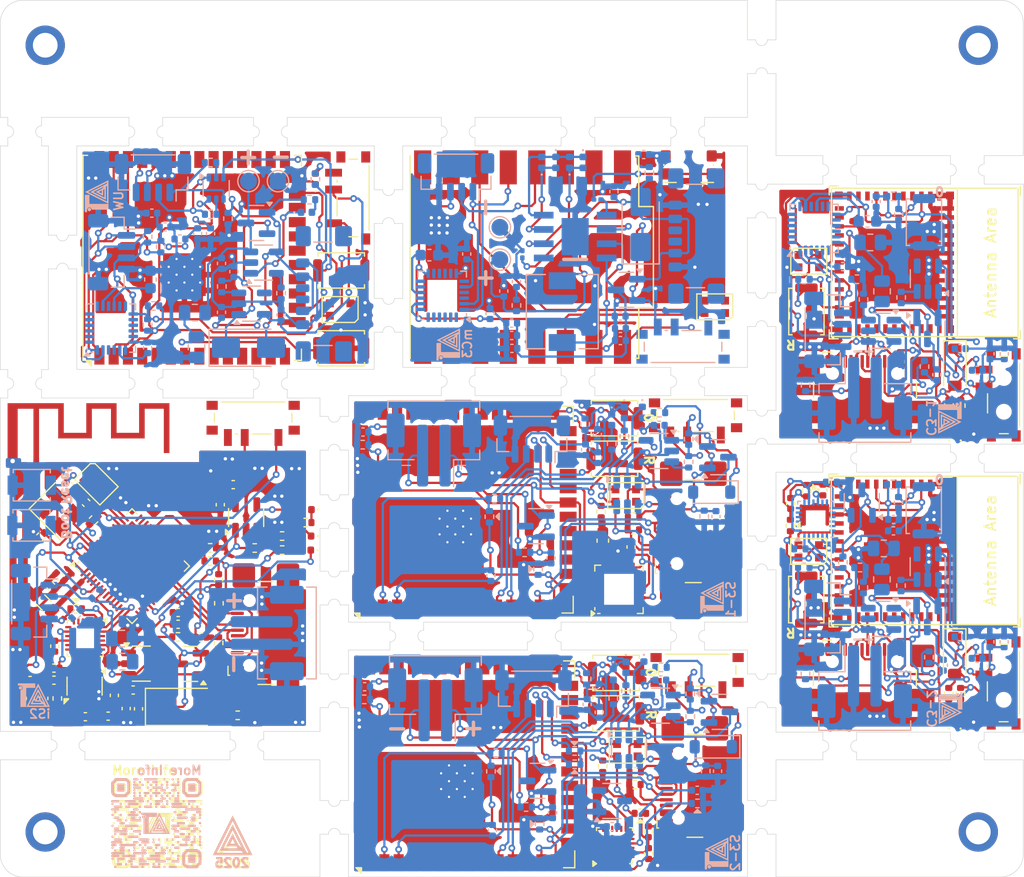
<source format=kicad_pcb>
(kicad_pcb (version 20240108) (generator "pcbnew") (generator_version "8.0")
  (layers (0 "F.Cu" signal) (31 "B.Cu" signal) (34 "B.Paste" user) (35 "F.Paste" user) (36 "B.SilkS" user "B.Silkscreen") (37 "F.SilkS" user "F.Silkscreen") (38 "B.Mask" user) (39 "F.Mask" user) (44 "Edge.Cuts" user))
  (net 0 "")
  (net 1 "+5V")
  (net 2 "GND")
  (net 3 "Net-(C2-Pad2)")
  (net 4 "VBUS")
  (net 5 "Net-(U1-REGOUT)")
  (net 6 "Net-(U1-CPOUT)")
  (net 7 "Net-(C6-Pad2)")
  (net 8 "+BATT")
  (net 9 "VCC")
  (net 10 "+3V3")
  (net 12 "Net-(D3-K)")
  (net 13 "Net-(D3-A)")
  (net 14 "Net-(D5-A)")
  (net 16 "RGB")
  (net 17 "SDA")
  (net 18 "SCL")
  (net 19 "Net-(U2-SW)")
  (net 23 "Net-(SW2-B)")
  (net 27 "Net-(U2-KEY)")
  (net 28 "Net-(R4-Pad1)")
  (net 56 "Net-(D4-K)")
  (net 57 "RGB_DI")
  (net 58 "RESET")
  (net 59 "Net-(D2-K)")
  (net 60 "USB_N")
  (net 61 "Net-(D1-A)")
  (net 62 "Net-(D2-A)")
  (net 63 "USB_P")
  (net 65 "SP_BAT")
  (net 66 "BOOT")
  (net 68 "Net-(U1-PROG)")
  (net 70 "Net-(U4-EN)")
  (net 90 "+1V8")
  (net 91 "Net-(U6-REGOUT)")
  (net 92 "Net-(U6-RESV_VDDIO)")
  (net 102 "Net-(J2-CC2)")
  (net 103 "Net-(J2-CC1)")
  (net 104 "Net-(SW1-A)")
  (net 107 "Net-(SW3-C)")
  (net 109 "Net-(U2-REGOUT)")
  (net 110 "Net-(U2-CPOUT)")
  (net 128 "EN")
  (net 129 "+3.3V")
  (net 130 "5V")
  (net 131 "IO2")
  (net 132 "Net-(D4-A)")
  (net 133 "IO18")
  (net 135 "IO14")
  (net 136 "IO13")
  (net 137 "Net-(J3-Pin_2)")
  (net 138 "IO0")
  (net 139 "IO3")
  (net 140 "Net-(U3-CE)")
  (net 141 "IO17")
  (net 142 "Net-(U4-PROG)")
  (net 172 "RGB_D")
  (net 173 "XTAL_N")
  (net 174 "VDD_SPI")
  (net 175 "RGB_P")
  (net 176 "LNA")
  (net 177 "Net-(U2-EN)")
  (net 178 "XTAL_P")
  (net 179 "Net-(SW1-B)")
  (net 180 "Net-(U3-REGOUT)")
  (net 181 "Net-(D1-K)")
  (net 183 "IO34")
  (net 185 "Net-(J3-CC2)")
  (net 186 "Net-(J3-CC1)")
  (net 187 "SCK")
  (net 188 "MOSI")
  (net 189 "MISO")
  (net 190 "Net-(AE1-FEED)")
  (net 195 "Net-(U3-RESV_VDDIO)")
  (net 233 "Net-(U4-REGOUT)")
  (net 234 "Net-(U4-CPOUT)")
  (net 235 "DTR")
  (net 236 "RTS")
  (net 237 "TX")
  (net 238 "RX")
  (net 239 "Net-(Q2B-B2)")
  (net 240 "Net-(Q2A-B1)")
  (net 241 "0")
  (net 242 "Net-(U1-EN)")
  (net 243 "LED")
  (net 244 "Net-(U3-PROG)")
  (net 245 "SENSE")
  (net 290 "Net-(SW3-A)")
  (footprint "LED_SMD:LED_0402_1005Metric" (layer "F.Cu") (at 199.435 68.0275 90)
    (property "Reference" "D4" (hide yes))
    (property "Value" "LED" (hide yes))
  )
  (footprint "Resistor_SMD:R_0402_1005Metric" (layer "F.Cu") (at 255.80596 88.19 90)
    (property "Reference" "R10" (hide yes))
    (property "Value" "2K" (hide yes))
  )
  (footprint "Package_TO_SOT_SMD:SOT-23-5" (layer "F.Cu") (at 193.275 98.15 90)
    (property "Reference" "U2" (hide yes))
    (property "Value" "AP2112K-3.3" (hide yes))
  )
  (footprint "LOGO" (layer "F.Cu") (at 185.385 125.34)
    (property "Reference" "G***" (hide yes))
    (property "Value" "LOGO" (hide yes))
  )
  (footprint "Panelization Pretty:mouse-bite-1mm-slot" (layer "F.Cu") (at 195.43 63.832019)
    (property "Reference" "mouse-bite-1mm-slot" (hide yes))
    (property "Value" "VAL**" (hide yes))
  )
  (footprint "Capacitor_SMD:C_0402_1005Metric" (layer "F.Cu") (at 176.709637 103.433291 135)
    (property "Reference" "C23" (hide yes))
    (property "Value" "1uF" (hide yes))
  )
  (footprint "LED_SMD:LED_0402_1005Metric" (layer "F.Cu") (at 255.79096 115.845 90)
    (property "Reference" "D2" (hide yes))
    (property "Value" "BLUE" (hide yes))
  )
  (footprint "Resistor_SMD:R_0402_1005Metric" (layer "F.Cu") (at 192.525 115.75)
    (property "Reference" "R1" (hide yes))
    (property "Value" "10K" (hide yes))
  )
  (footprint "Resistor_SMD:R_0402_1005Metric" (layer "F.Cu") (at 176.475 114.25 -90)
    (property "Reference" "R3" (hide yes))
    (property "Value" "NC" (hide yes))
  )
  (footprint "Resistor_SMD:R_0402_1005Metric" (layer "F.Cu") (at 198.575 98.6 180)
    (property "Reference" "R2" (hide yes))
    (property "Value" "2K" (hide yes))
  )
  (footprint "Capacitor_SMD:C_0402_1005Metric" (layer "F.Cu") (at 175.275 114.245 90)
    (property "Reference" "C5" (hide yes))
    (property "Value" "0.1uF" (hide yes))
  )
  (footprint "Panelization Pretty:mouse-bite-1mm-slot" (layer "F.Cu") (at 201.105482 97.63 -90)
    (property "Reference" "mouse-bite-1mm-slot" (hide yes))
    (property "Value" "VAL**" (hide yes))
  )
  (footprint "Capacitor_SMD:C_0402_1005Metric" (layer "F.Cu") (at 182.6 115.15 -90)
    (property "Reference" "C7" (hide yes))
    (property "Value" "0.1uF" (hide yes))
  )
  (footprint "Capacitor_SMD:C_0402_1005Metric" (layer "F.Cu") (at 227.525 100.775 90)
    (property "Reference" "C3" (hide yes))
    (property "Value" "100nF" (hide yes))
  )
  (footprint "Panelization Pretty:mouse-bite-1mm-slot" (layer "F.Cu") (at 201.107981 104.43 -90)
    (property "Reference" "mouse-bite-1mm-slot" (hide yes))
    (property "Value" "VAL**" (hide yes))
  )
  (footprint "Capacitor_SMD:C_0402_1005Metric" (layer "F.Cu") (at 178.97 115.875 180)
    (property "Reference" "C10" (hide yes))
    (property "Value" "0.1uF" (hide yes))
  )
  (footprint "Crystal:Crystal_SMD_3225-4Pin_3.2x2.5mm" (layer "F.Cu") (at 176.55 97.625 -45)
    (property "Reference" "Y1" (hide yes))
    (property "Value" "40MHz" (hide yes))
  )
  (footprint "Panelization Pretty:mouse-bite-1mm-slot" (layer "F.Cu") (at 205.95 80.16 90)
    (property "Reference" "mouse-bite-1mm-slot" (hide yes))
    (property "Value" "VAL**" (hide yes))
  )
  (footprint "Panelization Pretty:mouse-bite-1mm-slot" (layer "F.Cu") (at 246.09096 118.5)
    (property "Reference" "mouse-bite-1mm-slot" (hide yes))
    (property "Value" "VAL**" (hide yes))
  )
  (footprint "Panelization Pretty:mouse-bite-1mm-slot" (layer "F.Cu") (at 177.43 118.43 180)
    (property "Reference" "mouse-bite-1mm-slot" (hide yes))
    (property "Value" "VAL**" (hide yes))
  )
  (footprint "Button_Switch_SMD:SW_Push_SPST_NO_Alps_SKRK" (layer "F.Cu") (at 226.05 92.92 180)
    (property "Reference" "SW1" (hide yes))
    (property "Value" "SW_Push" (hide yes))
  )
  (footprint "Resistor_SMD:R_0402_1005Metric" (layer "F.Cu") (at 196.4725 99.8)
    (property "Reference" "R4" (hide yes))
    (property "Value" "2K" (hide yes))
  )
  (footprint "Resistor_SMD:R_0402_1005Metric" (layer "F.Cu") (at 228.35 124.47 180)
    (property "Reference" "R16" (hide yes))
    (property "Value" "NC" (hide yes))
  )
  (footprint "Resistor_SMD:R_0402_1005Metric" (layer "F.Cu") (at 190.075 102.025 180)
    (property "Reference" "R13" (hide yes))
    (property "Value" "3K3" (hide yes))
  )
  (footprint "Resistor_SMD:R_0402_1005Metric" (layer "F.Cu") (at 227.725 99.245 180)
    (property "Reference" "R15" (hide yes))
    (property "Value" "5.1K" (hide yes))
  )
  (footprint "Sensor_Motion:InvenSense_QFN-24_3x3mm_P0.4mm" (layer "F.Cu") (at 178.95 108.9 -90)
    (property "Reference" "U3" (hide yes))
    (property "Value" "MPU-9250" (hide yes))
  )
  (footprint "Resistor_SMD:R_0402_1005Metric" (layer "F.Cu") (at 190.825 109.31 90)
    (property "Reference" "R16" (hide yes))
    (property "Value" "5.1K" (hide yes))
  )
  (footprint "Capacitor_SMD:C_0402_1005Metric" (layer "F.Cu") (at 190.975 97.0125 -90)
    (property "Reference" "C11" (hide yes))
    (property "Value" "1.0uF" (hide yes))
  )
  (footprint "Panelization Pretty:mouse-bite-1mm-slot" (layer "F.Cu") (at 257.440576 118.5)
    (property "Reference" "mouse-bite-1mm-slot" (hide yes))
    (property "Value" "VAL**" (hide yes))
  )
  (footprint "Connector_USB:USB_C_Receptacle_GCT_USB4110" (layer "F.Cu") (at 234.34 122.02 90)
    (property "Reference" "J2" (hide yes))
    (property "Value" "USB_C_Receptacle_USB2.0_16P" (hide yes))
  )
  (footprint "Capacitor_SMD:C_0603_1608Metric" (layer "F.Cu") (at 225.01 100.21 90)
    (property "Reference" "C2" (hide yes))
    (property "Value" "2.2nF" (hide yes))
  )
  (footprint "LED_SMD:LED_0402_1005Metric" (layer "F.Cu") (at 198.6 97.45 180)
    (property "Reference" "D1" (hide yes))
    (property "Value" "RED" (hide yes))
  )
  (footprint "Resistor_SMD:R_0402_1005Metric" (layer "F.Cu") (at 187.215 108.775)
    (property "Reference" "R15" (hide yes))
    (property "Value" "2K" (hide yes))
  )
  (footprint "RF_Module:ESP32-S3-WROOM-1" (layer "F.Cu") (at 209.565 120.11 90)
    (property "Reference" "U2" (hide yes))
    (property "Value" "ESP32-S3-WROOM-1" (hide yes))
  )
  (footprint "Resistor_SMD:R_0402_1005Metric" (layer "F.Cu") (at 227.89 120.78 180)
    (property "Reference" "R14" (hide yes))
    (property "Value" "5.1K" (hide yes))
  )
  (footprint "Button_Switch_SMD:SW_SPDT_PCM12" (layer "F.Cu") (at 260.34596 112.87 90)
    (property "Reference" "SW3" (hide yes))
    (property "Value" "SW_SPDT_312" (hide yes))
  )
  (footprint "Button_Switch_SMD:SW_SPST_CK_KMS2xxGP" (layer "F.Cu") (at 232.65 66.78 180)
    (property "Reference" "SW1" (hide yes))
    (property "Value" "SW_Push" (hide yes))
  )
  (footprint "Button_Switch_SMD:SW_SPDT_PCM12" (layer "F.Cu") (at 260.36096 87.24 90)
    (property "Reference" "SW3" (hide yes))
    (property "Value" "SW_SPDT_312" (hide yes))
  )
  (footprint "LED_SMD:LED_WS2812B-2020_PLCC4_2.0x2.0mm" (layer "F.Cu") (at 234.975 79.405 180)
    (property "Reference" "D7" (hide yes))
    (property "Value" "WS2812B-2020" (hide yes))
  )
  (footprint "Capacitor_SMD:C_0402_1005Metric" (layer "F.Cu") (at 192.125 95.225 180)
    (property "Reference" "C9" (hide yes))
    (property "Value" "1.0uF" (hide yes))
  )
  (footprint "Panelization Pretty:mouse-bite-1mm-slot" (layer "F.Cu") (at 222.8 86.04)
    (property "Reference" "mouse-bite-1mm-slot" (hide yes))
    (property "Value" "VAL**" (hide yes))
  )
  (footprint "Resistor_SMD:R_0402_1005Metric" (layer "F.Cu") (at 179.7 98.375 -135)
    (property "Reference" "R9" (hide yes))
    (property "Value" "100K" (hide yes))
  )
  (footprint "Capacitor_SMD:C_0402_1005Metric" (layer "F.Cu") (at 229.06 126.11 90)
    (property "Reference" "C12" (hide yes))
    (property "Value" "1uF" (hide yes))
  )
  (footprint "Connector_USB:USB_C_Receptacle_GCT_USB4110" (layer "F.Cu") (at 248.32596 113.57)
    (property "Reference" "J2" (hide yes))
    (property "Value" "USB_C_Receptacle_USB2.0_16P" (hide yes))
  )
  (footprint "Capacitor_SMD:C_0402_1005Metric" (layer "F.Cu") (at 175.9 104.25 135)
    (property "Reference" "C22" (hide yes))
    (property "Value" "0.1uF" (hide yes))
  )
  (footprint "Resistor_SMD:R_0402_1005Metric" (layer "F.Cu") (at 224.86 97.62 -90)
    (property "Reference" "R13" (hide yes))
    (property "Value" "2K" (hide yes))
  )
  (footprint "Resistor_SMD:R_0402_1005Metric" (layer "F.Cu") (at 227.865 121.905 180)
    (property "Reference" "R15" (hide yes))
    (property "Value" "5.1K" (hide yes))
  )
  (footprint "Panelization Pretty:mouse-bite-1mm-slot" (layer "F.Cu") (at 239.137981 79.66 -90)
    (property "Reference" "mouse-bite-1mm-slot" (hide yes))
    (property "Value" "VAL**" (hide yes))
  )
  (footprint "Capacitor_SMD:C_0402_1005Metric" (layer "F.Cu") (at 181 115.825)
    (property "Reference" "C15" (hide yes))
    (property "Value" "0.1uF" (hide yes))
  )
  (footprint "Resistor_SMD:R_0402_1005Metric" (layer "F.Cu") (at 256.84096 113.82 -90)
    (property "Reference" "R3" (hide yes))
    (property "Value" "2K" (hide yes))
  )
  (footprint "Connector_USB:USB_C_Receptacle_GCT_USB4110" (layer "F.Cu") (at 196.175 108.425 90)
    (property "Reference" "J3" (hide yes))
    (property "Value" "USB_C_Receptacle_USB2.0_16P" (hide yes))
  )
  (footprint "Package_TO_SOT_SMD:SOT-23" (layer "F.Cu") (at 188.3125 111.175 180)
    (property "Reference" "Q1" (hide yes))
    (property "Value" "AO3401A" (hide yes))
  )
  (footprint "LED_SMD:LED_0402_1005Metric" (layer "F.Cu") (at 256.84096 115.835 90)
    (property "Reference" "D1" (hide yes))
    (property "Value" "RED" (hide yes))
  )
  (footprint "Capacitor_SMD:C_0402_1005Metric" (layer "F.Cu") (at 183.225 113.5 180)
    (property "Reference" "C8" (hide yes))
    (property "Value" "1uF" (hide yes))
  )
  (footprint "Panelization Pretty:mouse-bite-1mm-slot" (layer "F.Cu") (at 219.8 108.71 180)
    (property "Reference" "mouse-bite-1mm-slot" (hide yes))
    (property "Value" "VAL**" (hide yes))
  )
  (footprint "Capacitor_SMD:C_0402_1005Metric" (layer "F.Cu") (at 174.05 112.65)
    (property "Reference" "C12" (hide yes))
    (property "Value" "0.1uF" (hide yes))
  )
  (footprint "Resistor_SMD:R_0402_1005Metric" (layer "F.Cu") (at 243.14096 95.76 90)
    (property "Reference" "R15" (hide yes))
    (property "Value" "NC" (hide yes))
  )
  (footprint "Panelization Pretty:mouse-bite-1mm-slot" (layer "F.Cu") (at 184.37 86.24)
    (property "Reference" "mouse-bite-1mm-slot" (hide yes))
    (property "Value" "VAL**" (hide yes))
  )
  (footprint "Panelization Pretty:mouse-bite-1mm-slot" (layer "F.Cu") (at 257.44 67.232019)
    (property "Reference" "mouse-bite-1mm-slot" (hide yes))
    (property "Value" "VAL**" (hide yes))
  )
  (footprint "Panelization Pretty:mouse-bite-1mm-slot" (layer "F.Cu") (at 193.34 118.42 180)
    (property "Reference" "mouse-bite-1mm-slot" (hide yes))
    (property "Value" "VAL**" (hide yes))
  )
  (footprint "Capacitor_SMD:C_0402_1005Metric" (layer "F.Cu") (at 176.175 112.625 180)
    (property "Reference" "C17" (hide yes))
    (property "Value" "1uF" (hide yes))
  )
  (footprint "Resistor_SMD:R_0402_1005Metric" (layer "F.Cu") (at 190.85 105.785 90)
    (property "Reference" "R17" (hide yes))
    (property "Value" "5.1K" (hide yes))
  )
  (footprint "Package_TO_SOT_SMD:SOT-23-3" (layer "F.Cu") (at 178.9 113.15 -90)
    (property "Reference" "U1" (hide yes))
    (property "Value" "XC6206P182MR" (hide yes))
  )
  (footprint "Capacitor_SMD:C_0402_1005Metric" (layer "F.Cu") (at 176.25 109.6 -90)
    (property "Reference" "C18" (hide yes))
    (property "Value" "0.1uF" (hide yes))
  )
  (footprint "Panelization Pretty:mouse-bite-1mm-slot" (layer "F.Cu") (at 201.107981 90.655 -90)
    (property "Reference" "mouse-bite-1mm-slot" (hide yes))
    (property "Value" "VAL**" (hide yes))
  )
  (footprint "Button_Switch_SMD:SW_SPDT_PCM12" (layer "F.Cu") (at 233.26 89.38 180)
    (property "Reference" "SW3" (hide yes))
    (property "Value" "SW_Push_SPDT" (hide yes))
  )
  (footprint "Capacitor_SMD:C_0402_1005Metric" (layer "F.Cu") (at 179.035589 96.835589 -45)
    (property "Reference" "C21" (hide yes))
    (property "Value" "15pF" (hide yes))
  )
  (footprint "Button_Switch_SMD:SW_SPDT_PCM12" (layer "F.Cu") (at 233.4 112.04 180)
    (property "Reference" "SW3" (hide yes))
    (property "Value" "SW_Push_SPDT" (hide yes))
  )
  (footprint "Panelization Pretty:mouse-bite-1mm-slot" (layer "F.Cu") (at 173.57 63.82)
    (property "Reference" "mouse-bite-1mm-slot" (hide yes))
    (property "Value" "VAL**" (hide yes))
  )
  (footprint "Capacitor_SMD:C_0402_1005Metric" (layer "F.Cu") (at 229.08 128.05 -90)
    (property "Reference" "C13" (hide yes))
    (property "Value" "1uF" (hide yes))
  )
  (footprint "Capacitor_SMD:C_0402_1005Metric" (layer "F.Cu") (at 177.575 95.375 -45)
    (property "Reference" "C16" (hide yes))
    (property "Value" "1uF" (hide yes))
  )
  (footprint "LED_SMD:LED_WS2812B-2020_PLCC4_2.0x2.0mm" (layer "F.Cu") (at 201.635 79.645 180)
    (property "Reference" "D5" (hide yes))
    (property "Value" "WS2812B-2020" (hide yes))
  )
  (footprint "Capacitor_SMD:C_0402_1005Metric" (layer "F.Cu") (at 176.175 111.55 180)
    (property "Reference" "C2" (hide yes))
    (property "Value" "1uF" (hide yes))
  )
  (footprint "Panelization Pretty:mouse-bite-1mm-slot" (layer "F.Cu") (at 239.14048 124.83 -90)
    (property "Reference" "mouse-bite-1mm-slot" (hide yes))
    (property "Value" "VAL**" (hide yes))
  )
  (footprint "Button_Switch_SMD:SW_Push_SPST_NO_Alps_SKRK" (layer "F.Cu") (at 226.05 89.32 180)
    (property "Reference" "SW2" (hide yes))
    (property "Value" "SW_Push" (hide yes))
  )
  (footprint "Button_Switch_SMD:SW_Push_SPST_NO_Alps_SKRK" (layer "F.Cu") (at 201.735 83.095 180)
    (property "Reference" "SW1" (hide yes))
    (property "Value" "Reset" (hide yes))
  )
  (footprint "Capacitor_SMD:C_0402_1005Metric" (layer "F.Cu") (at 187.225 107.65)
    (property "Reference" "C4" (hide yes))
    (property "Value" "1.0uF" (hide yes))
  )
  (footprint "Panelization Pretty:mouse-bite-1mm-slot" (layer "F.Cu") (at 232.56 63.82952)
    (property "Reference" "mouse-bite-1mm-slot" (hide yes))
    (property "Value" "VAL**" (hide yes))
  )
  (footprint "Capacitor_SMD:C_0402_1005Metric" (layer "F.Cu") (at 241.72096 96.9 90)
    (property "Reference" "C11" (hide yes))
    (property "Value" "1uF" (hide yes))
  )
  (footprint "Panelization Pretty:mouse-bite-1mm-slot" (layer "F.Cu") (at 239.137981 101.3 -90)
    (property "Reference" "mouse-bite-1mm-slot" (hide yes))
    (property "Value" "VAL**" (hide yes))
  )
  (footprint "MountingHole:MountingHole_2.2mm_M2_ISO7380_Pad" (layer "F.Cu") (at 258.42 126.13)
    (property "Reference" "REF**" (hide yes))
    (property "Value" "MountingHole_2.2mm_M2_ISO7380_Pad" (hide yes))
  )
  (footprint "Panelization Pretty:mouse-bite-1mm-slot" (layer "F.Cu") (at 246.09096 67.232019)
    (property "Reference" "mouse-bite-1mm-slot" (hide yes))
    (property "Value" "VAL**" (hide yes))
  )
  (footprint "Resistor_SMD:R_0402_1005Metric" (layer "F.Cu") (at 190.075 100.85)
    (property "Reference" "R14" (hide yes))
    (property "Value" "2K" (hide yes))
  )
  (footprint "Resistor_SMD:R_0402_1005Metric" (layer "F.Cu") (at 194.04 100.8625)
    (property "Reference" "R5" (hide yes))
    (property "Value" "100K" (hide yes))
  )
  (footprint "Panelization Pretty:mouse-bite-1mm-slot" (layer "F.Cu") (at 201.11 113.57 90)
    (property "Reference" "mouse-bite-1mm-slot" (hide yes))
    (property "Value" "VAL**" (hide yes))
  )
  (footprint "LED_SMD:LED_WS2812B-2020_PLCC4_2.0x2.0mm" (layer "F.Cu") (at 227.05 96.195 180)
    (property "Reference" "D5" (hide yes))
    (property "Value" "WS2812B" (hide yes))
  )
  (footprint "Capacitor_SMD:C_0402_1005Metric" (layer "F.Cu") (at 187.225 106.6)
    (property "Reference" "C19" (hide yes))
    (property "Value" "10uF" (hide yes))
  )
  (footprint "MountingHole:MountingHole_2.2mm_M2_ISO7380_Pad" (layer "F.Cu") (at 258.42 56.13)
    (property "Reference" "REF**" (hide yes))
    (property "Value" "MountingHole_2.2mm_M2_ISO7380_Pad" (hide yes))
  )
  (footprint "Panelization Pretty:mouse-bite-1mm-slot" (layer "F.Cu") (at 205.94 70.49 -90)
    (property "Reference" "mouse-bite-1mm-slot" (hide yes))
    (property "Value" "VAL**" (hide yes))
  )
  (footprint "RF_Module:ESP32-S3-WROOM-1" (layer "F.Cu") (at 209.425 97.45 90)
    (property "Reference" "U2" (hide yes))
    (property "Value" "ESP32-S3-WROOM-1" (hide yes))
  )
  (footprint "Capacitor_SMD:C_0402_1005Metric" (layer "F.Cu") (at 244.59096 95.7 90)
    (property "Reference" "C13" (hide yes))
    (property "Value" "0.1uF" (hide yes))
  )
  (footprint "Capacitor_SMD:C_0402_1005Metric" (layer "F.Cu") (at 181.55 113.975 90)
    (property "Reference" "C1" (hide yes))
    (property "Value" "1uF" (hide yes))
  )
  (footprint "LED_SMD:LED_0402_1005Metric" (layer "F.Cu") (at 198.54 101.05 180)
    (property "Reference" "D4" (hide yes))
    (property "Value" "Orange" (hide yes))
  )
  (footprint "Panelization Pretty:mouse-bite-1mm-slot" (layer "F.Cu") (at 195.43 86.24)
    (property "Reference" "mouse-bite-1mm-slot" (hide yes))
    (property "Value" "VAL**" (hide yes))
  )
  (footprint "Inductor_SMD:L_0805_2012Metric" (layer "F.Cu") (at 175.25 105.725 135)
    (property "Reference" "L1" (hide yes))
    (property "Value" "~")
  )
  (footprint "Resistor_SMD:R_0402_1005Metric" (layer "F.Cu") (at 241.70096 98.86 -90)
    (property "Reference" "R8" (hide yes))
    (property "Value" "NC" (hide yes))
  )
  (footprint "LED_SMD:LED_WS2812B-2020_PLCC4_2.0x2.0mm" (layer "F.Cu") (at 227.19 118.855 180)
    (property "Reference" "D5" (hide yes))
    (property "Value" "WS2812B" (hide yes))
  )
  (footprint "Panelization Pretty:mouse-bite-1mm-slot" (layer "F.Cu") (at 246.09096 92.86 180)
    (property "Reference" "mouse-bite-1mm-slot" (hide yes))
    (property "Value" "VAL**" (hide yes))
  )
  (footprint "Button_Switch_SMD:SW_SPDT_PCM12" (layer "F.Cu") (at 202.485 69.72 90)
    (property "Reference" "SW3" (hide yes))
    (property "Value" "SW_SPDT" (hide yes))
  )
  (footprint "Button_Switch_SMD:SW_Push_SPST_NO_Alps_SKRK" (layer "F.Cu") (at 226.19 115.58 180)
    (property "Reference" "SW1" (hide yes))
    (property "Value" "SW_Push" (hide yes))
  )
  (footprint "Diode_SMD:D_SOD-123" (layer "F.Cu") (at 256.31596 110.405 -90)
    (property "Reference" "D4" (hide yes))
    (property "Value" "MBR0530" (hide yes))
  )
  (footprint "Capacitor_SMD:C_0402_1005Metric" (layer "F.Cu") (at 174.975 99.865 45)
    (property "Reference" "C20" (hide yes))
    (property "Value" "15pF" (hide yes))
  )
  (footprint "LED_SMD:LED_WS2812B-2020_PLCC4_2.0x2.0mm" (layer "F.Cu") (at 243.33096 101.16 180)
    (property "Reference" "D3" (hide yes))
    (property "Value" "WS2812B-2020" (hide yes))
  )
  (footprint "PCM_Espressif:ESP32-C3-MINI-1" (layer "F.Cu") (at 253.65596 75.45 -90)
    (property "Reference" "U3" (hide yes))
    (property "Value" "ESP32-C3-MINI-1" (hide yes))
  )
  (footprint "Panelization Pretty:mouse-bite-1mm-slot" (layer "F.Cu") (at 201.12 124.83 90)
    (property "Reference" "mouse-bite-1mm-slot" (hide yes))
    (property "Value" "VAL**" (hide yes))
  )
  (footprint "LED_SMD:LED_0402_1005Metric" (layer "F.Cu") (at 256.85596 90.205 90)
    (property "Reference" "D1" (hide yes))
    (property "Value" "RED" (hide yes))
  )
  (footprint "Resistor_SMD:R_0402_1005Metric" (layer "F.Cu") (at 196.4825 101.05)
    (property "Reference" "R8" (hide yes))
    (property "Value" "2K" (hide yes))
  )
  (footprint "LED_SMD:LED_WS2812B-2020_PLCC4_2.0x2.0mm" (layer "F.Cu") (at 243.33596 75.34)
    (property "Reference" "D3" (hide yes))
    (property "Value" "WS2812B-2020" (hide yes))
  )
  (footprint "Package_DFN_QFN:QFN-56-1EP_7x7mm_P0.4mm_EP4x4mm" (layer "F.Cu") (at 183.125 102.475 45)
    (property "Reference" "U5" (hide yes))
    (property "Value" "ESP32-S2" (hide yes))
  )
  (footprint "PCM_Espressif:ESP32-C3-MINI-1" (layer "F.Cu") (at 253.64096 101.08 -90)
    (property "Reference" "U3" (hide yes))
    (property "Value" "ESP32-C3-MINI-1" (hide yes))
  )
  (footprint "Capacitor_SMD:C_0402_1005Metric" (layer "F.Cu") (at 174.075 114.25 90)
    (property "Reference" "C6" (hide yes))
    (property "Value" "1uF" (hide yes))
  )
  (footprint "Button_Switch_SMD:SW_Push_SPST_NO_Alps_SKRK" (layer "F.Cu") (at 201.735 76.17 180)
    (property "Reference" "SW2" (hide yes))
    (property "Value" "Boot" (hide yes))
  )
  (footprint "Capacitor_SMD:C_0402_1005Metric" (layer "F.Cu") (at 183.7 115.175 -90)
    (property "Reference" "C14" (hide yes))
    (property "Value" "0.1uF" (hide yes))
  )
  (footprint "Connector_USB:USB_C_Receptacle_GCT_USB4110" (layer "F.Cu") (at 234.2 99.36 90)
    (property "Reference" "J2" (hide yes))
    (property "Value" "USB_C_Receptacle_USB2.0_16P" (hide yes))
  )
  (footprint "RF_Antenna:Texas_SWRA117D_2.4GHz_Right" (layer "F.Cu") (at 174.6 93.125)
    (property "Reference" "AE1" (hide yes))
    (property "Value" "Antenna" (hide yes))
  )
  (footprint "Panelization Pretty:mouse-bite-1mm-slot" (layer "F.Cu") (at 239.137981 57.15 -90)
    (property "Reference" "mouse-bite-1mm-slot" (hide yes))
    (property "Value" "VAL**" (hide yes))
  )
  (footprint "Panelization Pretty:mouse-bite-1mm-slot" (layer "F.Cu") (at 232.56 86.05)
    (property "Reference" "mouse-bite-1mm-slot" (hide yes))
    (property "Value" "VAL**" (hide yes))
  )
  (footprint "Panelization Pretty:mouse-bite-1mm-slot" (layer "F.Cu") (at 222.8 63.832019)
    (property "Reference" "mouse-bite-1mm-slot" (hide yes))
    (property "Value" "VAL**" (hide yes))
  )
  (footprint "MountingHole:MountingHole_2.2mm_M2_ISO7380_Pad" (layer "F.Cu") (at 175.4 56.13)
    (property "Reference" "REF**" (hide yes))
    (property "Value" "MountingHole_2.2mm_M2_ISO7380_Pad" (hide yes))
  )
  (footprint "Button_Switch_SMD:SW_Push_SPST_NO_Alps_SKRK" (layer "F.Cu") (at 243.12596 79.82 -90)
    (property "Reference" "SW1" (hide yes))
    (property "Value" "Boot" (hide yes))
  )
  (footprint "Capacitor_SMD:C_0402_1005Metric" (layer "F.Cu") (at 190.825 103.675 -90)
    (property "Reference" "C13" (hide yes))
    (property "Value" "10uF" (hide yes))
  )
  (footprint "Resistor_SMD:R_0402_1005Metric" (layer "F.Cu") (at 256.85596 88.19 -90)
    (property "Reference" "R3" (hide yes))
    (property "Value" "2K" (hide yes))
  )
  (footprint "Panelization Pretty:mouse-bite-1mm-slot" (layer "F.Cu") (at 212.14 86.04)
    (property "Reference" "mouse-bite-1mm-slot" (hide yes))
    (property "Value" "VAL**" (hide yes))
  )
  (footprint "Capacitor_SMD:C_0402_1005Metric" (layer "F.Cu") (at 189.255 108.8)
    (property "Reference" "C3" (hide yes))
    (property "Value" "1.0uF" (hide yes))
  )
  (footprint "Panelization Pretty:mouse-bite-1mm-slot" (layer "F.Cu") (at 239.137981 69.99 -90)
    (property "Reference" "mouse-bite-1mm-slot" (hide yes))
    (property "Value" "VAL**" (hide yes))
  )
  (footprint "Panelization Pretty:mouse-bite-1mm-slot" (layer "F.Cu") (at 173.569244 86.23)
    (property "Reference" "mouse-bite-1mm-slot" (hide yes))
    (property "Value" "VAL**" (hide yes))
  )
  (footprint "LOGO" (layer "F.Cu") (at 192.09 126.36)
    (property "Reference" "G***" (hide yes))
    (property "Value" "LOGO" (hide yes))
  )
  (footprint "Connector_USB:USB_C_Receptacle_GCT_USB4110" (layer "F.Cu") (at 248.34096 87.94)
    (property "Reference" "J2" (hide yes))
    (property "Value" "USB_C_Receptacle_USB2.0_16P" (hide yes))
  )
  (footprint "Panelization Pretty:mouse-bite-1mm-slot" (layer "F.Cu") (at 176.939136 74.53 90)
    (property "Reference" "mouse-bite-1mm-slot" (hide yes))
    (property "Value" "VAL**" (hide yes))
  )
  (footprint "Resistor_SMD:R_0402_1005Metric" (layer "F.Cu") (at 255.79096 113.82 90)
    (property "Reference" "R10" (hide yes))
    (property "Value" "2K" (hide yes))
  )
  (footprint "MountingHole:MountingHole_2.2mm_M2_ISO7380_Pad" (layer "F.Cu") (at 175.4 126.13)
    (property "Reference" "REF**" (hide yes))
    (property "Value" "MountingHole_2.2mm_M2_ISO7380_Pad" (hide yes))
  )
  (footprint "Panelization Pretty:mouse-bite-1mm-slot" (layer "F.Cu") (at 257.440576 92.85 180)
    (property "Reference" "mouse-bite-1mm-slot" (hide yes))
    (property "Value" "VAL**" (hide yes))
  )
  (footprint "LED_SMD:LED_WS2812B-2020_PLCC4_2.0x2.0mm" (layer "F.Cu") (at 179.941906 95.089089 -45)
    (property "Reference" "D5" (hide yes))
    (property "Value" "WS2812B" (hide yes))
  )
  (footprint "Resistor_SMD:R_0402_1005Metric" (layer "F.Cu") (at 227.75 98.12 180)
    (property "Reference" "R14" (hide yes))
    (property "Value" "5.1K" (hide yes))
  )
  (footprint "Button_Switch_SMD:SW_SPDT_PCM12" (layer "F.Cu") (at 193.9 89.6 180)
    (property "Reference" "SW1" (hide yes))
    (property "Value" "SW_SPDT" (hide yes))
  )
  (footprint "Sensor_Motion:InvenSense_QFN-24_3x3mm_P0.4mm" (layer "F.Cu") (at 226.05 127.35 90)
    (property "Reference" "U6" (hide yes))
    (property "Value" "MPU-9250" (hide yes))
  )
  (footprint "Diode_SMD:D_SOD-123" (layer "F.Cu") (at 256.33096 84.775 -90)
    (property "Reference" "D4" (hide yes))
    (property "Value" "MBR0530" (hide yes))
  )
  (footprint "RF_Module:ESP32-WROOM-32U" (layer "F.Cu") (at 188.475 75.045 90)
    (property "Reference" "U2" (hide yes))
    (property "Value" "ESP32-WROOM-32U" (hide yes))
  )
  (footprint "Button_Switch_SMD:SW_Push_SPST_NO_Alps_SKRK" (layer "F.Cu") (at 243.11096 105.45 -90)
    (property "Reference" "SW1" (hide yes))
    (property "Value" "Boot" (hide yes))
  )
  (footprint "Panelization Pretty:mouse-bite-1mm-slot" (layer "F.Cu") (at 212.14 63.832019)
    (property "Reference" "mouse-bite-1mm-slot" (hide yes))
    (property "Value" "VAL**" (hide yes))
  )
  (footprint "Resistor_SMD:R_0402_1005Metric" (layer "F.Cu") (at 225 120.28 -90)
    (property "Reference" "R13" (hide yes))
    (property "Value" "2K" (hide yes))
  )
  (footprint "Resistor_SMD:R_0402_1005Metric" (layer "F.Cu") (at 178.15 106.275 180)
    (property "Reference" "R12" (hide yes))
    (property "Value" "NC" (hide yes))
  )
  (footprint "Diode_SMD:D_SMA" (layer "F.Cu") (at 187.825 115)
    (property "Reference" "D2" (hide yes))
    (property "Value" "SS34" (hide yes))
  )
  (footprint "Panelization Pretty:mouse-bite-1mm-slot" (layer "F.Cu") (at 184.35 63.832019)
    (property "Reference" "mouse-bite-1mm-slot" (hide yes))
    (property "Value" "VAL**" (hide yes))
  )
  (footprint "Panelization Pretty:mouse-bite-1mm-slot" (layer "F.Cu") (at 232.56 108.71 180)
    (property "Reference" "mouse-bite-1mm-slot" (hide yes))
    (property "Value" "VAL**" (hide yes))
  )
  (footprint "Panelization Pretty:mouse-bite-1mm-slot" (layer "F.Cu") (at 207.57 108.7 180)
    (property "Reference" "mouse-bite-1mm-slot" (hide yes))
    (property "Value" "VAL**" (hide yes))
  )
  (footprint "Package_TO_SOT_SMD:SOT-23-5" (layer "F.Cu") (at 183.95 111.15)
    (property "Reference" "U4" (hide yes))
    (property "Value" "MCP73831-2-OT" (hide yes))
  )
  (footprint "Button_Switch_SMD:SW_Push_SPST_NO_Alps_SKRK" (layer "F.Cu") (at 226.19 111.98 180)
    (property "Reference" "SW2" (hide yes))
    (property "Value" "SW_Push" (hide yes))
  )
  (footprint "Panelization Pretty:mouse-bite-1mm-slot" (layer "F.Cu") (at 239.14048 113.57 -90)
    (property "Reference" "mouse-bite-1mm-slot" (hide yes))
    (property "Value" "VAL**" (hide yes))
  )
  (footprint "LED_SMD:LED_0402_1005Metric" (layer "F.Cu") (at 255.80596 90.215 90)
    (property "Reference" "D2" (hide yes))
    (property "Value" "BLUE" (hide yes))
  )
  (footprint "LED_SMD:LED_0402_1005Metric" (layer "F.Cu") (at 198.5675 99.8 180)
    (property "Reference" "D3" (hide yes))
    (property "Value" "BLUE" (hide yes))
  )
  (footprint "Sensor_Motion:InvenSense_QFN-24_4x4mm_P0.5mm" (layer "F.Cu") (at 226.45 104.54 90)
    (property "Reference" "U1" (hide yes))
    (property "Value" "MPU-6050" (hide yes))
  )
  (footprint "Panelization Pretty:mouse-bite-1mm-slot" (layer "F.Cu") (at 239.137981 90.12 -90)
    (property "Reference" "mouse-bite-1mm-slot" (hide yes))
    (property "Value" "VAL**" (hide yes))
  )
  (footprint "Custom:ESP32C3_Supermini_SMD" (layer "F.Cu") (at 216.86 74.9825 -90)
    (property "Reference" "U3" (hide yes))
    (property "Value" "ESP32C3_SuperMini" (hide yes))
  )
  (footprint "Package_TO_SOT_SMD:SOT-23-5" (layer "B.Cu") (at 230.14 114.8925 180)
    (property "Reference" "U3" (hide yes))
    (property "Value" "ME6211C33M5" (hide yes))
  )
  (footprint "LED_SMD:LED_0402_1005Metric" (layer "B.Cu") (at 228.525 88.795 -90)
    (property "Reference" "D4" (hide yes))
    (property "Value" "Blue" (hide yes))
  )
  (footprint "Button_Switch_SMD:SW_SPDT_PCM12" (layer "B.Cu") (at 232.15 82.63 180)
    (property "Reference" "SW2" (hide yes))
    (property "Value" "SW_SPDT" (hide yes))
  )
  (footprint "Capacitor_SMD:C_0402_1005Metric" (layer "B.Cu") (at 259.45596 83.575 90)
    (property "Reference" "C9" (hide yes))
    (property "Value" "1.0uF" (hide yes))
  )
  (footprint "Package_TO_SOT_SMD:SOT-23" (layer "B.Cu") (at 219.2025 121.58 180)
    (property "Reference" "Q2" (hide yes))
    (property "Value" "AO3400A" (hide yes))
  )
  (footprint "Connector_JST:JST_SH_BM04B-SRSS-TB_1x04-1MP_P1.00mm_Vertical" (layer "B.Cu") (at 218.7 91.17 180)
    (property "Reference" "J1" (hide yes))
    (property "Value" "JST SH1.0" (hide yes))
  )
  (footprint "Capacitor_SMD:C_0402_1005Metric" (layer "B.Cu") (at 235.22 120.72 90)
    (property "Reference" "C9" (hide yes))
    (property "Value" "10uF" (hide yes))
  )
  (footprint "LOGO" (layer "B.Cu") (at 185.280984 125.34 180)
    (property "Reference" "G***" (hide yes))
    (property "Value" "LOGO" (hide yes))
  )
  (footprint "Capacitor_SMD:C_0402_1005Metric" (layer "B.Cu") (at 216.92 83.105 180)
    (property "Reference" "C9" (hide yes))
    (property "Value" "10uF" (hide yes))
  )
  (footprint "Capacitor_SMD:C_0402_1005Metric" (layer "B.Cu") (at 250.88096 98.32)
    (property "Reference" "C4" (hide yes))
    (property "Value" "100nF" (hide yes))
  )
  (footprint "Resistor_SMD:R_0402_1005Metric" (layer "B.Cu") (at 230.05 88.82)
    (property "Reference" "R12" (hide yes))
    (property "Value" "2K" (hide yes))
  )
  (footprint "Capacitor_SMD:C_0402_1005Metric" (layer "B.Cu") (at 256.79096 108.755)
    (property "Reference" "C7" (hide yes))
    (property "Value" "1.0uF" (hide yes))
  )
  (footprint "Resistor_SMD:R_0402_1005Metric" (layer "B.Cu") (at 219.39 125.4 -90)
    (property "Reference" "R5" (hide yes))
    (property "Value" "NC" (hide yes))
  )
  (footprint "Resistor_SMD:R_0402_1005Metric" (layer "B.Cu") (at 217.325 79.28 90)
    (property "Reference" "R5" (hide yes))
    (property "Value" "2R" (hide yes))
  )
  (footprint "LOGO" (layer "B.Cu") (at 185.280984 125.34 180)
    (property "Reference" "G***" (hide yes))
    (property "Value" "LOGO" (hide yes))
  )
  (footprint "Package_TO_SOT_SMD:TSOT-23-6" (layer "B.Cu") (at 249.78096 81.5375 180)
    (property "Reference" "U1" (hide yes))
    (property "Value" "TP4057" (hide yes))
  )
  (footprint "Capacitor_SMD:C_0402_1005Metric" (layer "B.Cu") (at 260.71596 109.205 90)
    (property "Reference" "C8" (hide yes))
    (property "Value" "1.0uF" (hide yes))
  )
  (footprint "TestPoint:TestPoint_Pad_D1.5mm" (layer "B.Cu") (at 196.11 68.22)
    (property "Reference" "TP2" (hide yes))
    (property "Value" "BAT-" (hide yes))
  )
  (footprint "Resistor_SMD:R_0402_1005Metric" (layer "B.Cu") (at 178.15 106.745 45)
    (property "Reference" "R6" (hide yes))
    (property "Value" "10K" (hide yes))
  )
  (footprint "Resistor_SMD:R_0402_1005Metric" (layer "B.Cu") (at 203.79 114.33)
    (property "Reference" "R8" (hide yes))
    (property "Value" "100K" (hide yes))
  )
  (footprint "Capacitor_SMD:C_0402_1005Metric" (layer "B.Cu") (at 258.33596 85.05)
    (property "Reference" "C3" (hide yes))
    (property "Value" "10uF" (hide yes))
  )
  (footprint "Capacitor_SMD:C_0603_1608Metric" (layer "B.Cu") (at 248.55596 71.8 180)
    (property "Reference" "C5" (hide yes))
    (property "Value" "2.2nF" (hide yes))
  )
  (footprint "LED_SMD:LED_0402_1005Metric" (layer "B.Cu") (at 198.645 70.995)
    (property "Reference" "D2" (hide yes))
    (property "Value" "LED" (hide yes))
  )
  (footprint "Button_Switch_SMD:SW_SPST_B3U-1000P" (layer "B.Cu") (at 174.175 98.85)
    (property "Reference" "SW3" (hide yes))
    (property "Value" "Boot" (hide yes))
  )
  (footprint "Capacitor_SMD:C_0402_1005Metric" (layer "B.Cu") (at 187.385 73.37 180)
    (property "Reference" "C10" (hide yes))
    (property "Value" "10uF" (hide yes))
  )
  (footprint "Resistor_SMD:R_0402_1005Metric" (layer "B.Cu") (at 251.55596 78.575 90)
    (property "Reference" "R13" (hide yes))
    (property "Value" "10K" (hide yes))
  )
  (footprint "Connector_JST:JST_PH_B2B-PH-SM4-TB_1x02-1MP_P2.00mm_Vertical" (layer "B.Cu") (at 248.33096 87.1)
    (property "Reference" "J1" (hide yes))
    (property "Value" "PH2.0" (hide yes))
  )
  (footprint "Resistor_SMD:R_0402_1005Metric" (layer "B.Cu") (at 250.80596 95.205 180)
    (property "Reference" "R11" (hide yes))
    (property "Value" "10K" (hide yes))
  )
  (footprint "Resistor_SMD:R_0402_1005Metric" (layer "B.Cu") (at 184.51 73.17 90)
    (property "Reference" "R10" (hide yes))
    (property "Value" "5.1K" (hide yes))
  )
  (footprint "Capacitor_SMD:C_0402_1005Metric" (layer "B.Cu") (at 223.475 92.12 -90)
    (property "Reference" "C7" (hide yes))
    (property "Value" "1uF" (hide yes))
  )
  (footprint "Capacitor_SMD:C_0402_1005Metric" (layer "B.Cu") (at 226 69.155 90)
    (property "Reference" "C3" (hide yes))
    (property "Value" "10uF" (hide yes))
  )
  (footprint "Connector_JST:JST_SH_BM04B-SRSS-TB_1x04-1MP_P1.00mm_Vertical" (layer "B.Cu") (at 184.985 67.895 180)
    (property "Reference" "J1" (hide yes))
    (property "Value" "SH1.0" (hide yes))
  )
  (footprint "Capacitor_SMD:C_0402_1005Metric" (layer "B.Cu") (at 230.025 89.945 180)
    (property "Reference" "C4" (hide yes))
    (property "Value" "100nF" (hide yes))
  )
  (footprint "Resistor_SMD:R_0402_1005Metric" (layer "B.Cu") (at 242.89096 102.59 180)
    (property "Reference" "R1" (hide yes))
    (property "Value" "10K" (hide yes))
  )
  (footprint "LOGO" (layer "B.Cu") (at 234.7 105.17 -90)
    (property "Reference" "G***" (hide yes))
    (property "Value" "LOGO" (hide yes))
  )
  (footprint "Resistor_SMD:R_0402_1005Metric" (layer "B.Cu") (at 227.065 113.58 -90)
    (property "Reference" "R9" (hide yes))
    (property "Value" "2K" (hide yes))
  )
  (footprint "Capacitor_SMD:C_0402_1005Metric" (layer "B.Cu") (at 251.33096 71.175 -90)
    (property "Reference" "C1" (hide yes))
    (property "Value" "1.0uF" (hide yes))
  )
  (footprint "Resistor_SMD:R_0402_1005Metric" (layer "B.Cu") (at 230.19 111.48)
    (property "Reference" "R12" (hide yes))
    (property "Value" "2K" (hide yes))
  )
  (footprint "Diode_SMD:D_SOD-123" (layer "B.Cu") (at 234.8375 118.55 180)
    (property "Reference" "D1" (hide yes))
    (property "Value" "MBR0530" (hide yes))
  )
  (footprint "Resistor_SMD:R_0402_1005Metric" (layer "B.Cu") (at 246.37096 102.13 90)
    (property "Reference" "R14" (hide yes))
    (property "Value" "10K" (hide yes))
  )
  (footprint "LED_SMD:LED_0402_1005Metric" (layer "B.Cu") (at 226.925 88.82 -90)
    (property "Reference" "D2" (hide yes))
    (property "Value" "RED" (hide yes))
  )
  (footprint "Capacitor_SMD:C_0402_1005Metric" (layer "B.Cu") (at 184.51 83.045 90)
    (property "Reference" "C8" (hide yes))
    (property "Value" "0.1uF" (hide yes))
  )
  (footprint "Capacitor_SMD:C_0402_1005Metric" (layer "B.Cu") (at 192.185 76.27 90)
    (property "Reference" "C1" (hide yes))
    (property "Value" "10uF" (hide yes))
  )
  (footprint "Resistor_SMD:R_0402_1005Metric" (layer "B.Cu") (at 232.65 91.17 -90)
    (property "Reference" "R11" (hide yes))
    (property "Value" "NC" (hide yes))
  )
  (footprint "Button_Switch_SMD:SW_Push_SPST_NO_Alps_SKRK" (layer "B.Cu") (at 253.56596 97.505 -90)
    (property "Reference" "SW2" (hide yes))
    (property "Value" "Reset" (hide yes))
  )
  (footprint "Custom:IP5306" (layer "B.Cu") (at 222.55 73.155 90)
    (property "Reference" "U2" (hide yes))
    (property "Value" "IP5306" (hide yes))
  )
  (footprint "Capacitor_SMD:C_0402_1005Metric" (layer "B.Cu") (at 225.84 125.65 180)
    (property "Reference" "C11" (hide yes))
    (property "Value" "1uF" (hide yes))
  )
  (footprint "Resistor_SMD:R_0402_1005Metric" (layer "B.Cu") (at 247.63096 76.95)
    (property "Reference" "R12" (hide yes))
    (property "Value" "10K" (hide yes))
  )
  (footprint "Capacitor_SMD:C_0402_1005Metric" (layer "B.Cu") (at 233.41 122.42)
    (property "Reference" "C14" (hide yes))
    (property "Value" "0.1uF" (hide yes))
  )
  (footprint "LED_SMD:LED_0402_1005Metric" (layer "B.Cu") (at 219.575 66.55 90)
    (property "Reference" "D6" (hide yes))
    (property "Value" "LED" (hide yes))
  )
  (footprint "Inductor_SMD:L_6.3x6.3_H3" (layer "B.Cu") (at 221.4 79.83 90)
    (property "Reference" "L1" (hide yes))
    (property "Value" "1R0" (hide yes))
  )
  (footprint "Resistor_SMD:R_0402_1005Metric" (layer "B.Cu") (at 190.12 71.17)
    (property "Reference" "R3" (hide yes))
    (property "Value" "10K" (hide yes))
  )
  (footprint "Resistor_SMD:R_0402_1005Metric" (layer "B.Cu") (at 215.505 119.13 180)
    (property "Reference" "R2" (hide yes))
    (property "Value" "10K" (hide yes))
  )
  (footprint "Package_TO_SOT_SMD:SOT-23-5" (layer "B.Cu") (at 193.76 79.12)
    (property "Reference" "U1" (hide yes))
    (property "Value" "AP2112K-3.3" (hide yes))
  )
  (footprint "Connector_JST:JST_SH_BM04B-SRSS-TB_1x04-1MP_P1.00mm_Vertical" (layer "B.Cu") (at 245.03096 81.45 -90)
    (property "Reference" "J3" (hide yes))
    (property "Value" "SH1.0" (hide yes))
  )
  (footprint "Resistor_SMD:R_0805_2012Metric" (layer "B.Cu") (at 188.71 79.92 180)
    (property "Reference" "R11" (hide yes))
    (property "Value" "442K" (hide yes))
  )
  (footprint "Resistor_SMD:R_0402_1005Metric" (layer "B.Cu") (at 226.925 90.92 -90)
    (property "Reference" "R9" (hide yes))
    (property "Value" "2K" (hide yes))
  )
  (footprint "Resistor_SMD:R_0805_2012Metric" (layer "B.Cu") (at 249.84096 103.655 90)
    (property "Reference" "R4" (hide yes))
    (property "Value" "442K" (hide yes))
  )
  (footprint "Resistor_SMD:R_0402_1005Metric" (layer "B.Cu") (at 232.79 113.83 -90)
    (property "Reference" "R11" (hide yes))
    (property "Value" "NC" (hide yes))
  )
  (footprint "Resistor_SMD:R_0402_1005Metric" (layer "B.Cu") (at 184.51 81.02 -90)
    (property "Reference" "R13" (hide yes))
    (property "Value" "5.1K" (hide yes))
  )
  (footprint "LED_SMD:LED_0402_1005Metric" (layer "B.Cu") (at 227.065 111.48 -90)
    (property "Reference" "D2" (hide yes))
    (property "Value" "RED" (hide yes))
  )
  (footprint "Diode_SMD:D_SOD-123" (layer "B.Cu") (at 234.6975 95.89 180)
    (property "Reference" "D1" (hide yes))
    (property "Value" "MBR0530" (hide yes))
  )
  (footprint "Capacitor_SMD:C_0402_1005Metric" (layer "B.Cu") (at 215.19 125.98 90)
    (property "Reference" "C1" (hide yes))
    (property "Value" "1uF" (hide yes))
  )
  (footprint "Connector_USB:USB_C_Receptacle_GCT_USB4135-GF-A_6P_TopMnt_Horizontal" (layer "B.Cu") (at 234.4825 73.105 -90)
    (property "Reference" "J2" (hide yes))
    (property "Value" "USB_C_Receptacle_PowerOnly_6P" (hide yes))
  )
  (footprint "Capacitor_SMD:C_0402_1005Metric" (layer "B.Cu") (at 246.35596 75.825)
    (property "Reference" "C6" (hide yes))
    (property "Value" "100nF" (hide yes))
  )
  (footprint "Capacitor_SMD:C_0402_1005Metric" (layer "B.Cu") (at 226.555 80.23 180)
    (property "Reference" "C11" (hide yes))
    (property "Value" "10uF" (hide yes))
  )
  (footprint "Connector_JST:JST_PH_B2B-PH-SM4-TB_1x02-1MP_P2.00mm_Vertical" (layer "B.Cu") (at 209.975 92.145 180)
    (property "Reference" "J3" (hide yes))
    (property "Value" "JST PH2.0" (hide yes))
  )
  (footprint "Capacitor_SMD:C_0402_1005Metric" (layer "B.Cu") (at 191.085 75.545 -90)
    (property "Reference" "C5" (hide yes))
    (property "Value" "10uF" (hide yes))
  )
  (footprint "Resistor_SMD:R_0402_1005Metric" (layer "B.Cu") (at 199.435 68.045 90)
    (property "Reference" "R8" (hide yes))
    (property "Value" "5.1k" (hide yes))
  )
  (footprint "Capacitor_SMD:C_0402_1005Metric" (layer "B.Cu") (at 217.325 77.155 -90)
    (property "Reference" "C6" (hide yes))
    (property "Value" "10uF" (hide yes))
  )
  (footprint "Connector_JST:JST_SH_BM04B-SRSS-TB_1x04-1MP_P1.00mm_Vertical" (layer "B.Cu") (at 211.95 67.83 180)
    (property "Reference" "J1" (hide yes))
    (property "Value" "Sh 1.0" (hide yes))
  )
  (footprint "Resistor_SMD:R_0402_1005Metric" (layer "B.Cu") (at 218.05 101.245)
    (property "Reference" "R7" (hide yes))
    (property "Value" "100K" (hide yes))
  )
  (footprint "Resistor_SMD:R_0402_1005Metric" (layer "B.Cu") (at 191.66 71.555 -90)
    (property "Reference" "R1" (hide yes))
    (property "Value" "100K" (hide yes))
  )
  (footprint "Resistor_SMD:R_0402_1005Metric" (layer "B.Cu") (at 179.925 104.975 45)
    (property "Reference" "R7" (hide yes))
    (property "Value" "10K" (hide yes))
  )
  (footprint "Package_TO_SOT_SMD:SOT-23-5" (layer "B.Cu") (at 253.91596 102.53 90)
    (property "Reference" "U4" (hide yes))
    (property "Value" "AP2112K-3.3" (hide yes))
  )
  (footprint "Resistor_SMD:R_0402_1005Metric" (layer "B.Cu") (at 242.54096 100.94)
    (property "Reference" "R9" (hide yes))
    (property "Value" "10K" (hide yes))
  )
  (footprint "LED_SMD:LED_0402_1005Metric" (layer "B.Cu") (at 228.665 111.455 -90)
    (property "Reference" "D4" (hide yes))
    (property "Value" "Blue" (hide yes))
  )
  (footprint "Resistor_SMD:R_0402_1005Metric" (layer "B.Cu") (at 223.425 89.845 -90)
    (property "Reference" "R3" (hide yes))
    (property "Value" "10K" (hide yes))
  )
  (footprint "LOGO" (layer "B.Cu") (at 174.47 113.93 180)
    (property "Reference" "G***" (hide yes))
    (property "Value" "LOGO" (hide yes))
  )
  (footprint "Resistor_SMD:R_0805_2012Metric" (layer "B.Cu") (at 248.80596 73.675)
    (property "Reference" "R5" (hide yes))
    (property "Value" "160K" (hide yes))
  )
  (footprint "Resistor_SMD:R_0201_0603Metric" (layer "B.Cu") (at 217.85 74.73 90)
    (property "Reference" "R2" (hide yes))
    (property "Value" "10K" (hide yes))
  )
  (footprint "Resistor_SMD:R_0402_1005Metric" (layer "B.Cu") (at 185.035 79.32)
    (property "Reference" "R5" (hide yes))
    (property "Value" "10K" (hide yes))
  )
  (footprint "Resistor_SMD:R_0402_1005Metric" (layer "B.Cu") (at 203.65 91.67)
    (property "Reference" "R8" (hide yes))
    (property "Value" "100K" (hide yes))
  )
  (footprint "Capacitor_SMD:C_0402_1005Metric" (layer "B.Cu") (at 186.06 72.295)
    (property "Reference" "C9" (hide yes))
    (property "Value" "10uF" (hide yes))
  )
  (footprint "Capacitor_SMD:C_0402_1005Metric" (layer "B.Cu") (at 203.815 113.205 180)
    (property "Reference" "C5" (hide yes))
    (property "Value" "100nF" (hide yes))
  )
  (footprint "TestPoint:TestPoint_Pad_D1.5mm" (layer "B.Cu") (at 193.485 68.22)
    (property "Reference" "TP1" (hide yes))
    (property "Value" "BAT+" (hide yes))
  )
  (footprint "Capacitor_SMD:C_0402_1005Metric" (layer "B.Cu") (at 203.675 90.545 180)
    (property "Reference" "C5" (hide yes))
    (property "Value" "100nF" (hide yes))
  )
  (footprint "LED_SMD:LED_0402_1005Metric" (layer "B.Cu") (at 220.825 66.55 -90)
    (property "Reference" "D5" (hide yes))
    (property "Value" "LED" (hide yes))
  )
  (footprint "Resistor_SMD:R_0402_1005Metric" (layer "B.Cu") (at 247.89096 102.6)
    (property "Reference" "R12" (hide yes))
    (property "Value" "10K" (hide yes))
  )
  (footprint "TestPoint:TestPoint_Pad_D1.5mm" (layer "B.Cu") (at 215.85 72.33 90)
    (property "Reference" "TP2" (hide yes))
    (property "Value" "Bat-" (hide yes))
  )
  (footprint "Resistor_SMD:R_0402_1005Metric" (layer "B.Cu") (at 225.8 91.595 -90)
    (property "Reference" "R10" (hide yes))
    (property "Value" "2K" (hide yes))
  )
  (footprint "Capacitor_SMD:C_0603_1608Metric" (layer "B.Cu") (at 184.76 76.97 -90)
    (property "Reference" "C6" (hide yes))
    (property "Value" "2.2nF" (hide yes))
  )
  (footprint "Package_TO_SOT_SMD:TSOT-23-6" (layer "B.Cu") (at 227.2 96.0575 -90)
    (property "Reference" "U4" (hide yes))
    (property "Value" "TP4057" (hide yes))
  )
  (footprint "Package_TO_SOT_SMD:SOT-23" (layer "B.Cu") (at 235.39 115.4425)
    (property "Reference" "Q1" (hide yes))
    (property "Value" "AO3401A" (hide yes))
  )
  (footprint "LOGO" (layer "B.Cu") (at 192.06 126.35 180)
    (property "Reference" "G***" (hide yes))
    (property "Value" "LOGO" (hide yes))
  )
  (footprint "Capacitor_SMD:C_0402_1005Metric" (layer "B.Cu") (at 216.9 81.955 180)
    (property "Reference" "C10" (hide yes))
    (property "Value" "10uF" (hide yes))
  )
  (footprint "Package_TO_SOT_SMD:TSOT-23-6" (layer "B.Cu") (at 227.34 118.7175 -90)
    (property "Reference" "U4" (hide yes))
    (property "Value" "TP4057" (hide yes))
  )
  (footprint "Capacitor_SMD:C_0402_1005Metric" (layer "B.Cu") (at 220.54 124.41 -90)
    (property "Reference" "C10" (hide yes))
    (property "Value" "10uF" (hide yes))
  )
  (footprint "Resistor_SMD:R_0805_2012Metric" (layer "B.Cu") (at 249.85596 78.025 90)
    (property "Reference" "R4" (hide yes))
    (property "Value" "442K" (hide yes))
  )
  (footprint "Resistor_SMD:R_0402_1005Metric" (layer "B.Cu") (at 196.385 78.195 -90)
    (property "Reference" "R9" (hide yes))
    (property "Value" "5.1K" (hide yes))
  )
  (footprint "Diode_SMD:D_SMA" (layer "B.Cu") (at 228.375 72.08 90)
    (property "Reference" "D2" (hide yes))
    (property "Value" "SS54" (hide yes))
  )
  (footprint "Package_TO_SOT_SMD:TSOT-23-6" (layer "B.Cu") (at 249.76596 107.1675 180)
    (property "Reference" "U1" (hide yes))
    (property "Value" "TP4057" (hide yes))
  )
  (footprint "Package_TO_SOT_SMD:SOT-23" (layer "B.Cu") (at 194.1975 71.945 180)
    (property "Reference" "Q1" (hide yes))
    (property "Value" "AO3401A" (hide yes))
  )
  (footprint "Resistor_SMD:R_0805_2012Metric" (layer "B.Cu") (at 188.86 82.995 -90)
    (property "Reference" "R12" (hide yes))
    (property "Value" "160K" (hide yes))
  )
  (footprint "Capacitor_SMD:C_0402_1005Metric" (layer "B.Cu") (at 214.975 80.005 90)
    (property "Reference" "C14" (hide yes))
    (property "Value" "1.0uF" (hide yes))
  )
  (footprint "Capacitor_SMD:C_0201_0603Metric" (layer "B.Cu") (at 229.675 78.98 90)
    (property "Reference" "C1" (hide yes))
    (property "Value" "1.0uF" (hide yes))
  )
  (footprint "Capacitor_SMD:C_0402_1005Metric" (layer "B.Cu") (at 220.4 101.75 -90)
    (property "Reference" "C10" (hide yes))
    (property "Value" "10uF" (hide yes))
  )
  (footprint "Package_TO_SOT_SMD:SOT-23" (layer "B.Cu") (at 253.87846 106.955 -90)
    (property "Reference" "Q1" (hide yes))
    (property "Value" "AO3401A" (hide yes))
  )
  (footprint "LED_SMD:LED_0402_1005Metric" (layer "B.Cu") (at 225.8 89.4475 -90)
    (property "Reference" "D3" (hide yes))
    (property "Value" "GREEN" (hide yes))
  )
  (footprint "Resistor_SMD:R_0402_1005Metric" (layer "B.Cu") (at 233.43 123.59)
    (property "Reference" "R19" (hide yes))
    (property "Value" "NC" (hide yes))
  )
  (footprint "Capacitor_SMD:C_0402_1005Metric" (layer "B.Cu") (at 216.9 80.855 180)
    (property "Reference" "C13" (hide yes))
    (property "Value" "10uF" (hide yes))
  )
  (footprint "Package_TO_SOT_SMD:SOT-23-5" (layer "B.Cu") (at 194.8225 75.47)
    (property "Reference" "U3" (hide yes))
    (property "Value" "MCP73831-2-OT" (hide yes))
  )
  (footprint "Resistor_SMD:R_0402_1005Metric" (layer "B.Cu") (at 215.06 120.74 90)
    (property "Reference" "R4" (hide yes))
    (property "Value" "NC" (hide yes))
  )
  (footprint "LED_SMD:LED_0402_1005Metric" (layer "B.Cu") (at 223.25 66.555 -90)
    (property "Reference" "D3" (hide yes))
    (property "Value" "LED" (hide yes))
  )
  (footprint "Capacitor_SMD:C_0402_1005Metric" (layer "B.Cu") (at 254.73096 85.45 -90)
    (property "Reference" "C2" (hide yes))
    (property "Value" "10uF" (hide yes))
  )
  (footprint "Capacitor_SMD:C_0402_1005Metric" (layer "B.Cu") (at 250.87096 99.34 180)
    (property "Reference" "C10" (hide yes))
    (property "Value" "1uF" (hide yes))
  )
  (footprint "Capacitor_SMD:C_0603_1608Metric" (layer "B.Cu") (at 209.575 74.805 180)
    (property "Reference" "C4" (hide yes))
    (property "Value" "2.2nF" (hide yes))
  )
  (footprint "Connector_JST:JST_PH_B2B-PH-SM4-TB_1x02-1MP_P2.00mm_Vertical" (layer "B.Cu") (at 195.15 108.425 90)
    (property "Reference" "J1" (hide yes))
    (property "Value" "Conn_01x02_MountingPin" (hide yes))
  )
  (footprint "Resistor_SMD:R_0402_1005Metric" (layer "B.Cu") (at 191.11 77.595 -90)
    (property "Reference" "R4" (hide yes))
    (property "Value" "100K" (hide yes))
  )
  (footprint "Capacitor_SMD:C_0402_1005Metric" (layer "B.Cu") (at 215.05 103.32 90)
    (property "Reference" "C1" (hide yes))
    (property "Value" "1uF" (hide yes))
  )
  (footprint "Resistor_SMD:R_0402_1005Metric" (layer "B.Cu") (at 219.25 102.74 -90)
    (property "Reference" "R5" (hide yes))
    (property "Value" "NC" (hide yes))
  )
  (footprint "Resistor_SMD:R_0805_2012Metric" (layer "B.Cu") (at 182.2625 110.975)
    (property "Reference" "R10" (hide yes))
    (property "Value" "442K" (hide yes))
  )
  (footprint "LOGO" (layer "B.Cu") (at 235.11 127.96 -90)
    (property "Reference" "G***" (hide yes))
    (property "Value" "LOGO" (hide yes))
  )
  (footprint "Package_TO_SOT_SMD:SOT-23-5" (layer "B.Cu") (at 253.93096 76.9 90)
    (property "Reference" "U4" (hide yes))
    (property "Value" "AP2112K-3.3" (hide yes))
  )
  (footprint "Capacitor_SMD:C_0402_1005Metric" (layer "B.Cu") (at 224.55 92.82 -90)
    (property "Reference" "C8" (hide yes))
    (property "Value" "100nF" (hide yes))
  )
  (footprint "TestPoint:TestPoint_Pad_D1.5mm" (layer "B.Cu") (at 215.85 75.205 90)
    (property "Reference" "TP1" (hide yes))
    (property "Value" "Bat+" (hide yes))
  )
  (footprint "Button_Switch_SMD:SW_Push_SPST_NO_Alps_SKRK" (layer "B.Cu") (at 253.58096 71.875 -90)
    (property "Reference" "SW2" (hide yes))
    (property "Value" "Reset" (hide yes))
  )
  (footprint "Capacitor_SMD:C_0402_1005Metric" (layer "B.Cu") (at 226.575 81.33 180)
    (property "Reference" "C12" (hide yes))
    (property "Value" "10uF" (hide yes))
  )
  (footprint "Capacitor_SMD:C_0402_1005Metric" (layer "B.Cu") (at 230.165 112.605 180)
    (property "Reference" "C4" (hide yes))
    (property "Value" "100nF" (hide yes))
  )
  (footprint "Sensor_Motion:InvenSense_QFN-24_3x3mm_P0.4mm" (layer "B.Cu") (at 243.95096 98.31)
    (property "Reference" "U6" (hide yes))
    (property "Value" "MPU-9250" (hide yes))
  )
  (footprint "Package_TO_SOT_SMD:SOT-23" (layer "B.Cu") (at 227.125 77.8925 180)
    (property "Reference" "Q1" (hide yes))
    (property "Value" "AO3401A" (hide yes))
  )
  (footprint "Resistor_SMD:R_0402_1005Metric" (layer "B.Cu") (at 222.5 118.92)
    (property "Reference" "R18" (hide yes))
    (property "Value" "10K" (hide yes))
  )
  (footprint "Resistor_SMD:R_0402_1005Metric" (layer "B.Cu") (at 214.92 98.08 90)
    (property "Reference" "R4" (hide yes))
    (property "Value" "NC" (hide yes))
  )
  (footprint "Resistor_SMD:R_0402_1005Metric" (layer "B.Cu") (at 190.11 66.57)
    (property "Reference" "R2" (hide yes))
    (property "Value" "10K" (hide yes))
  )
  (footprint "Connector_JST:JST_SH_BM04B-SRSS-TB_1x04-1MP_P1.00mm_Vertical" (layer "B.Cu") (at 245.01596 107.08 -90)
    (property "Reference" "J3" (hide yes))
    (property "Value" "SH1.0" (hide yes))
  )
  (footprint "Capacitor_SMD:C_0402_1005Metric" (layer "B.Cu") (at 188.96 72.895 -90)
    (property "Reference" "C7" (hide yes))
    (property "Value" "10uF" (hide yes))
  )
  (footprint "Capacitor_SMD:C_0402_1005Metric" (layer "B.Cu") (at 260.73096 83.575 90)
    (property "Reference" "C8" (hide yes))
    (property "Value" "1.0uF" (hide yes))
  )
  (footprint "Package_TO_SOT_SMD:SOT-23-5" (layer "B.Cu") (at 230 92.2325 180)
    (property "Reference" "U3" (hide yes))
    (property "Value" "ME6211C33M5" (hide yes))
  )
  (footprint "Capacitor_SMD:C_0402_1005Metric" (layer "B.Cu") (at 259.44096 109.205 90)
    (property "Reference" "C9" (hide yes))
    (property "Value" "1.0uF" (hide yes))
  )
  (footprint "Capacitor_SMD:C_0402_1005Metric" (layer "B.Cu") (at 226.575 82.405 180)
    (property "Reference" "C8" (hide yes))
    (property "Value" "10uF" (hide yes))
  )
  (footprint "Connector_JST:JST_SH_BM04B-SRSS-TB_1x04-1MP_P1.00mm_Vertical" (layer "B.Cu") (at 218.84 113.83 180)
    (property "Reference" "J1" (hide yes))
    (property "Value" "JST SH1.0" (hide yes))
  )
  (footprint "Sensor_Motion:InvenSense_QFN-24_4x4mm_P0.5mm" (layer "B.Cu") (at 243.80596 72.425)
    (property "Reference" "U2" (hide yes))
    (property "Value" "MPU-6050" (hide yes))
  )
  (footprint "Sensor_Motion:InvenSense_QFN-24_4x4mm_P0.5mm_NoMask" (layer "B.Cu") (at 181.285 81.295)
    (property "Reference" "U4" (hide yes))
    (property "Value" "MPU-6050" (hide yes))
  )
  (footprint "Resistor_SMD:R_0402_1005Metric" (layer "B.Cu") (at 234.03 98.05 90)
    (property "Reference" "R1" (hide yes))
    (property "Value" "10K" (hide yes))
  )
  (footprint "Capacitor_SMD:C_0402_1005Metric" (layer "B.Cu") (at 224.69 115.48 -90)
    (property "Reference" "C8" (hide yes))
    (property "Value" "100nF" (hide yes))
  )
  (footprint "Connector_JST:JST_PH_B2B-PH-SM4-TB_1x02-1MP_P2.00mm_Vertical" (layer "B.Cu") (at 248.31596 112.73)
    (property "Reference" "J1" (hide yes))
    (property "Value" "PH2.0" (hide yes))
  )
  (footprint "Resistor_SMD:R_0201_0603Metric" (layer "B.Cu") (at 224.525 69.855)
    (property "Reference" "R4" (hide yes))
    (property "Value" "10K" (hide yes))
  )
  (footprint "Connector_JST:JST_SH_BM04B-SRSS-TB_1x04-1MP_P1.00mm_Vertical" (layer "B.Cu") (at 181.31 74.545 -90)
    (property "Reference" "J2" (hide yes))
    (property "Value" "SH1.0" (hide yes))
  )
  (footprint "LED_SMD:LED_0402_1005Metric" (layer "B.Cu") (at 225.94 112.1075 -90)
    (property "Reference" "D3" (hide yes))
    (property "Value" "GREEN" (hide yes))
  )
  (footprint "Capacitor_SMD:C_0402_1005Metric" (layer "B.Cu") (at 223.615 114.78 -90)
    (property "Reference" "C7" (hide yes))
    (property "Value" "1uF" (hide yes))
  )
  (footprint "Capacitor_SMD:C_0402_1005Metric" (layer "B.Cu") (at 212.9 74.705 90)
    (property "Reference" "C5" (hide yes))
    (property "Value" "0.1uF" (hide yes))
  )
  (footprint "Resistor_SMD:R_0402_1005Metric" (layer "B.Cu") (at 254.03096 110.58 90)
    (property "Reference" "R6" (hide yes))
    (property "Value" "5.1K" (hide yes))
  )
  (footprint "Capacitor_SMD:C_0402_1005Metric" (layer "B.Cu") (at 251.31596 96.805 -90)
    (property "Reference" "C1" (hide yes))
    (property "Value" "1.0uF" (hide yes))
  )
  (footprint "Capacitor_SMD:C_0402_1005Metric" (layer "B.Cu") (at 258.32096 110.68)
    (property "Reference" "C3" (hide yes))
    (property "Value" "10uF" (hide yes))
  )
  (footprint "LOGO" (layer "B.Cu") (at 179.949616 69.485884 -90)
    (property "Reference" "G***" (hide yes))
    (property "Value" "LOGO" (hide yes))
  )
  (footprint "Capacitor_SMD:C_0402_1005Metric" (layer "B.Cu") (at 255.31096 111.29 -90)
    (property "Reference" "C2" (hide yes))
    (property "Value" "10uF" (hide yes))
  )
  (footprint "LOGO" (layer "B.Cu") (at 255.91596 89.345 90)
    (property "Reference" "G***" (hide yes))
    (property "Value" "LOGO" (hide yes))
  )
  (footprint "Resistor_SMD:R_0402_1005Metric" (layer "B.Cu") (at 243.05596 86.4 -90)
    (property "Reference" "R7" (hide yes))
    (property "Value" "5.1K" (hide yes))
  )
  (footprint "Resistor_SMD:R_0402_1005Metric" (layer "B.Cu") (at 232.79 115.855 90)
    (property "Reference" "R6" (hide yes))
    (property "Value" "10K" (hide yes))
  )
  (footprint "Resistor_SMD:R_0402_1005Metric" (layer "B.Cu") (at 225.94 114.255 -90)
    (property "Reference" "R10" (hide yes))
    (property "Value" "2K" (hide yes))
  )
  (footprint "Package_TO_SOT_SMD:SOT-23" (layer "B.Cu") (at 253.89346 81.325 -90)
    (property "Reference" "Q1" (hide yes))
    (property "Value" "AO3401A" (hide yes))
  )
  (footprint "Capacitor_SMD:C_0402_1005Metric" (layer "B.Cu") (at 196.385 80.12 90)
    (property "Reference" "C3" (hide yes))
    (property "Value" "10uF" (hide yes))
  )
  (footprint "Capacitor_SMD:C_0402_1005Metric" (layer "B.Cu") (at 190.11 72.895 -90)
    (property "Reference" "C11" (hide yes))
    (property "Value" "10uF" (hide yes))
  )
  (footprint "Package_TO_SOT_SMD:SOT-363_SC-70-6" (layer "B.Cu") (at 190.61 68.87 -90)
    (property "Reference" "Q2" (hide yes))
    (property "Value" "MBT3904DW1" (hide yes))
  )
  (footprint "Capacitor_SMD:C_0402_1005Metric" (layer "B.Cu") (at 249.33096 70.03 -90)
    (property "Reference" "C4" (hide yes))
    (property "Value" "100nF" (hide yes))
  )
  (footprint "Connector_JST:JST_PH_B2B-PH-SM4-TB_1x02-1MP_P2.00mm_Vertical" (layer "B.Cu") (at 210.115 114.805 180)
    (property "Reference" "J3" (hide yes))
    (property "Value" "JST PH2.0" (hide yes))
  )
  (footprint "Capacitor_SMD:C_0402_1005Metric" (layer "B.Cu") (at 228.65 65.855 180)
    (property "Reference" "C2" (hide yes))
    (property "Value" "10uF" (hide yes))
  )
  (footprint "LED_SMD:LED_0402_1005Metric" (layer "B.Cu") (at 222.05 66.55 90)
    (property "Reference" "D4" (hide yes))
    (property "Value" "LED" (hide yes))
  )
  (footprint "Button_Switch_SMD:SW_SPST_B3U-1000P" (layer "B.Cu") (at 174.2 95.275)
    (property "Reference" "SW2" (hide yes))
    (property "Value" "Reset" (hide yes))
  )
  (footprint "Capacitor_SMD:C_0402_1005Metric" (layer "B.Cu") (at 216.2 78 90)
    (property "Reference" "C7" (hide yes))
    (property "Value" "10uF" (hide yes))
  )
  (footprint "LOGO" (layer "B.Cu") (at 255.98096 115.19 90)
    (property "Reference" "G***" (hide yes))
    (property "Value" "LOGO" (hide yes))
  )
  (footprint "Sensor_Motion:InvenSense_QFN-24_4x4mm_P0.5mm_NoMask" (layer "B.Cu") (at 210.725 78.38 90)
    (property "Reference" "U1" (hide yes))
    (property "Value" "MPU-6050" (hide yes))
  )
  (footprint "Resistor_SMD:R_0402_1005Metric" (layer "B.Cu") (at 248.19096 104.38 90)
    (property "Reference" "R2" (hide yes))
    (property "Value" "2K" (hide yes))
  )
  (footprint "Capacitor_SMD:C_0402_1005Metric" (layer "B.Cu") (at 184.885 71.07 180)
    (property "Reference" "C4" (hide yes))
    (property "Value" "10uF" (hide yes))
  )
  (footprint "Package_TO_SOT_SMD:SOT-23" (layer "B.Cu") (at 219.0625 98.92 180)
    (property "Reference" "Q2" (hide yes))
    (property "Value" "AO3400A" (hide yes))
  )
  (footprint "Connector_USB:USB_C_Receptacle_GCT_USB4135-GF-A_6P_TopMnt_Horizontal" (layer "B.Cu") (at 201.335 78.245 -90)
    (property "Reference" "J3" (hide yes))
    (property "Value" "USB_C_Receptacle_PowerOnly_6P" (hide yes))
  )
  (footprint "Resistor_SMD:R_0402_1005Metric" (layer "B.Cu") (at 243.04096 112.03 -90)
    (property "Reference" "R7" (hide yes))
    (property "Value" "5.1K" (hide yes))
  )
  (footprint "Resistor_SMD:R_0402_1005Metric" (layer "B.Cu") (at 198.91 69.87)
    (property "Reference" "R6" (hide yes))
    (property "Value" "5.1K" (hide yes))
  )
  (footprint "Resistor_SMD:R_0402_1005Metric" (layer "B.Cu") (at 223.565 112.505 -90)
    (property "Reference" "R3" (hide yes))
    (property "Value" "10K" (hide yes))
  )
  (footprint "Resistor_SMD:R_0805_2012Metric" (layer "B.Cu") (at 250.01096 100.9 180)
    (property "Reference" "R5" (hide yes))
    (property "Value" "160K" (hide yes))
  )
  (footprint "Resistor_SMD:R_0402_1005Metric" (layer "B.Cu") (at 248.20596 78.75 90)
    (property "Reference" "R2" (hide yes))
    (property "Value" "2K" (hide yes))
  )
  (footprint "Resistor_SMD:R_0402_1005Metric" (layer "B.Cu") (at 232.65 93.195 90)
    (property "Reference" "R6" (hide yes))
    (property "Value" "10K" (hide yes))
  )
  (footprint "Diode_SMD:D_SMA" (layer "B.Cu") (at 193.485 83.045)
    (property "Reference" "D1" (hide yes))
    (property "Value" "SS54" (hide yes))
  )
  (footprint "Capacitor_SMD:C_0402_1005Metric" (layer "B.Cu") (at 224.665 113.43 90)
    (property "Reference" "C6" (hide yes))
    (property "Value" "100nF" (hide yes))
  )
  (footprint "Capacitor_SMD:C_0402_1005Metric" (layer "B.Cu") (at 245.35096 95)
    (property "Reference" "C12" (hide yes))
    (property "Value" "1uF" (hide yes))
  )
  (footprint "Resistor_SMD:R_0402_1005Metric" (layer "B.Cu") (at 185.685 74.045 -90)
    (property "Reference" "R7" (hide yes))
    (property "Value" "5.1K" (hide yes))
  )
  (footprint "Resistor_SMD:R_0402_1005Metric" (layer "B.Cu") (at 215.365 96.47 180)
    (property "Reference" "R2" (hide yes))
    (property "Value" "10K" (hide yes))
  )
  (footprint "Resistor_SMD:R_0805_2012Metric" (layer "B.Cu") (at 182.2375 108.925)
    (property "Reference" "R11" (hide yes))
    (property "Value" "160K" (hide yes))
  )
  (footprint "Resistor_SMD:R_0402_1005Metric" (layer "B.Cu") (at 253.63096 84.725 90)
    (property "Reference" "R6" (hide yes))
    (property "Value" "5.1K" (hide yes))
  )
  (footprint "LOGO" (layer "B.Cu") (at 211.235 82.66677 -90)
    (property "Reference" "G***" (hide yes))
    (property "Value" "LOGO" (hide yes))
  )
  (footprint "Resistor_SMD:R_0402_1005Metric" (layer "B.Cu") (at 234.17 120.71 90)
    (property "Reference" "R1" (hide yes))
    (property "Value" "10K" (hide yes))
  )
  (footprint "Package_TO_SOT_SMD:SOT-23-3" (layer "B.Cu") (at 225.81 123.37)
    (property "Reference" "U5" (hide yes))
    (property "Value" "XC6206P182MR" (hide yes))
  )
  (footprint "Resistor_SMD:R_0402_1005Metric" (layer "B.Cu") (at 250.82096 69.575 180)
    (property "Reference" "R11" (hide yes))
    (property "Value" "10K" (hide yes))
  )
  (footprint "Connector_JST:JST_SH_BM04B-SRSS-TB_1x04-1MP_P1.00mm_Vertical" (layer "B.Cu") (at 174.425 105.675 -90)
    (property "Reference" "J2" (hide yes))
    (property "Value" "SH1.0" (hide yes))
  )
  (footprint "Resistor_SMD:R_0402_1005Metric" (layer "B.Cu") (at 251.54096 104.205 90)
    (property "Reference" "R13" (hide yes))
    (property "Value" "10K" (hide yes))
  )
  (footprint "Package_TO_SOT_SMD:SOT-23" (layer "B.Cu") (at 235.25 92.7825)
    (property "Reference" "Q1" (hide yes))
    (property "Value" "AO3401A" (hide yes))
  )
  (footprint "Resistor_SMD:R_0402_1005Metric" (layer "B.Cu") (at 242.90596 76.96 180)
    (property "Reference" "R1" (hide yes))
    (property "Value" "10K" (hide yes))
  )
  (footprint "Capacitor_SMD:C_0402_1005Metric" (layer "B.Cu") (at 191.085 79.895 90)
    (property "Reference" "C2" (hide yes))
    (property "Value" "10uF" (hide yes))
  )
  (footprint "Resistor_SMD:R_0402_1005Metric" (layer "B.Cu") (at 229.15 67.48 90)
    (property "Reference" "R3" (hide yes))
    (property "Value" "2R" (hide yes))
  )
  (footprint "Capacitor_SMD:C_0402_1005Metric" (layer "B.Cu") (at 235.08 98.06 90)
    (property "Reference" "C9" (hide yes))
    (property "Value" "10uF" (hide yes))
  )
  (footprint "Resistor_SMD:R_0402_1005Metric" (layer "B.Cu") (at 218.19 123.905)
    (property "Reference" "R7" (hide yes))
    (property "Value" "100K" (hide yes))
  )
  (footprint "Capacitor_SMD:C_0402_1005Metric" (layer "B.Cu") (at 256.80596 83.125)
    (property "Reference" "C7" (hide yes))
    (property "Value" "1.0uF" (hide yes))
  )
  (footprint "Package_TO_SOT_SMD:SOT-23-3" (layer "B.Cu") (at 248.05096 96.8175 90)
    (property "Reference" "U5" (hide yes))
    (property "Value" "XC6206P182MR" (hide yes))
  )
  (footprint "Capacitor_SMD:C_0402_1005Metric" (layer "B.Cu") (at 224.525 90.77 90)
    (property "Reference" "C6" (hide yes))
    (property "Value" "100nF" (hide yes))
  )
  (footprint "Resistor_SMD:R_0402_1005Metric" (layer "B.Cu") (at 222.505 120.11 180)
    (property "Reference" "R17" (hide yes))
    (property "Value" "10K" (hide yes))
  )
  (gr_poly (pts (xy 218.7 102.72) (xy 218.43 102.99) (xy 218.43 102.45)) (stroke (width 0.15)) (fill solid) (layer "B.SilkS"))
  (gr_poly (pts (xy 233.35 113.8) (xy 233.62 113.53) (xy 233.62 114.07)) (stroke (width 0.15)) (fill solid) (layer "B.SilkS"))
  (gr_poly (pts (xy 222.5 120.65) (xy 222.77 120.92) (xy 222.23 120.92)) (stroke (width 0.15)) (fill solid) (layer "B.SilkS"))
  (gr_poly (pts (xy 233.43 124.14) (xy 233.7 124.41) (xy 233.16 124.41)) (stroke (width 0.15)) (fill solid) (layer "B.SilkS"))
  (gr_poly (pts (xy 215.62 120.71) (xy 215.89 120.44) (xy 215.89 120.98)) (stroke (width 0.15)) (fill solid) (layer "B.SilkS"))
  (gr_poly (pts (xy 218.84 125.41) (xy 218.57 125.68) (xy 218.57 125.14)) (stroke (width 0.15)) (fill solid) (layer "B.SilkS"))
  (gr_poly (pts (xy 233.19 91.16) (xy 233.46 90.89) (xy 233.46 91.43)) (stroke (width 0.15)) (fill solid) (layer "B.SilkS"))
  (gr_poly (pts (xy 222.49 118.37) (xy 222.22 118.1) (xy 222.76 118.1)) (stroke (width 0.15)) (fill solid) (layer "B.SilkS"))
  (gr_poly (pts (xy 215.52 98.06) (xy 215.79 97.79) (xy 215.79 98.33)) (stroke (width 0.15)) (fill solid) (layer "B.SilkS"))
  (gr_poly (pts (xy 177.088162 114.29) (xy 177.088162 114.671838) (xy 177.47 114.29)) (stroke (width 0.15)) (fill solid) (layer "F.SilkS"))
  (gr_poly (pts (xy 178.13 105.67) (xy 178.4 105.4) (xy 177.86 105.4)) (stroke (width 0.15)) (fill solid) (layer "F.SilkS"))
  (gr_poly (pts (xy 228.35 125.03) (xy 228.08 125.3) (xy 228.62 125.3)) (stroke (width 0.15)) (fill solid) (layer "F.SilkS"))
  (gr_poly (pts (xy 243.699122 95.62) (xy 243.699122 95.238162) (xy 244.08096 95.62)) (stroke (width 0.15)) (fill solid) (layer "F.SilkS"))
  (gr_poly (pts (xy 242.27096 98.84) (xy 242.54096 99.11) (xy 242.54096 98.57)) (stroke (width 0.15)) (fill solid) (layer "F.SilkS"))
  (gr_line (start 202.39096 92.155) (end 202.39096 96.13) (stroke (width 0.05)) (layer "Edge.Cuts"))
  (gr_arc (start 255.940576 117.979136) (mid 256.46144 118.5) (end 255.940576 119.020864) (stroke (width 0.05)) (layer "Edge.Cuts"))
  (gr_line (start 258.940576 119.020384) (end 258.940576 119.71) (stroke (width 0.05)) (layer "Edge.Cuts"))
  (gr_line (start 213.64 65.09) (end 221.3 65.09) (stroke (width 0.05)) (layer "Edge.Cuts"))
  (gr_line (start 213.64 85.519616) (end 213.64 84.8) (stroke (width 0.05)) (layer "Edge.Cuts"))
  (gr_arc (start 175.07 64.340384) (mid 174.549472 63.82) (end 175.07 63.299616) (stroke (width 0.05)) (layer "Edge.Cuts"))
  (gr_line (start 204.67 84.97) (end 204.67 81.66) (stroke (width 0.05)) (layer "Edge.Cuts"))
  (gr_line (start 175.07 65.09) (end 175.68 65.09) (stroke (width 0.05)) (layer "Edge.Cuts"))
  (gr_line (start 185.85 65.09) (end 185.85 64.352403) (stroke (width 0.05)) (layer "Edge.Cuts"))
  (gr_line (start 199.84 119.71) (end 194.84 119.71) (stroke (width 0.05)) (layer "Edge.Cuts"))
  (gr_line (start 247.59096 93.380864) (end 247.59096 94.12) (stroke (width 0.05)) (layer "Edge.Cuts"))
  (gr_line (start 209.07 109.220864) (end 209.07 109.94) (stroke (width 0.05)) (layer "Edge.Cuts"))
  (gr_line (start 218.3 109.94) (end 218.3 109.230384) (stroke (width 0.05)) (layer "Edge.Cuts"))
  (gr_line (start 200.599136 126.33) (end 199.84 126.33) (stroke (width 0.05)) (layer "Edge.Cuts"))
  (gr_arc (start 173.4 130.13) (mid 171.985786 129.544214) (end 171.4 128.13) (stroke (width 0.05)) (layer "Edge.Cuts"))
  (gr_arc (start 210.64 63.311155) (mid 211.160864 63.832019) (end 210.64 64.352883) (stroke (width 0.05)) (layer "Edge.Cuts"))
  (gr_line (start 240.42096 119.71) (end 240.42096 123.33) (stroke (width 0.05)) (layer "Edge.Cuts"))
  (gr_line (start 196.93 65.09) (end 204.67 65.09) (stroke (width 0.05)) (layer "Edge.Cuts"))
  (gr_line (start 202.388461 99.13) (end 202.388461 102.93) (stroke (width 0.05)) (layer "Edge.Cuts"))
  (gr_line (start 244.59096 119.71) (end 244.59096 119.020864) (stroke (width 0.05)) (layer "Edge.Cuts"))
  (gr_line (start 247.59096 92.339136) (end 247.59096 91.62) (stroke (width 0.05)) (layer "Edge.Cuts"))
  (gr_line (start 172.07 64.340864) (end 172.07 65.09) (stroke (width 0.05)) (layer "Edge.Cuts"))
  (gr_line (start 210.64 65.09) (end 210.64 64.352883) (stroke (width 0.05)) (layer "Edge.Cuts"))
  (gr_line (start 182.85 63.311155) (end 182.85 62.54904) (stroke (width 0.05)) (layer "Edge.Cuts"))
  (gr_line (start 244.59096 66.711155) (end 244.59096 65.94904) (stroke (width 0.05)) (layer "Edge.Cuts"))
  (gr_line (start 237.877501 99.8) (end 238.617117 99.8) (stroke (width 0.05)) (layer "Edge.Cuts"))
  (gr_arc (start 239.658845 68.49) (mid 239.137981 69.010864) (end 238.617117 68.49) (stroke (width 0.05)) (layer "Edge.Cuts"))
  (gr_line (start 210.64 63.311155) (end 210.64 62.54904) (stroke (width 0.05)) (layer "Edge.Cuts"))
  (gr_line (start 210.64 85.519136) (end 210.64 84.79) (stroke (width 0.05)) (layer "Edge.Cuts"))
  (gr_arc (start 171.4 54.13) (mid 171.985786 52.715786) (end 173.4 52.13) (stroke (width 0.05)) (layer "Edge.Cuts"))
  (gr_arc (start 206.470384 78.66) (mid 205.95 79.180384) (end 205.429616 78.66) (stroke (width 0.05)) (layer "Edge.Cuts"))
  (gr_line (start 206.470864 81.66) (end 207.21 81.66) (stroke (width 0.05)) (layer "Edge.Cuts"))
  (gr_arc (start 238.617597 71.49) (mid 239.137981 70.969616) (end 239.658365 71.49) (stroke (width 0.05)) (layer "Edge.Cuts"))
  (gr_line (start 196.93 63.311635) (end 196.93 62.54904) (stroke (width 0.05)) (layer "Edge.Cuts"))
  (gr_line (start 175.68 84.99) (end 175.68 76.03) (stroke (width 0.05)) (layer "Edge.Cuts"))
  (gr_line (start 177.46 76.03) (end 178.21 76.03) (stroke (width 0.05)) (layer "Edge.Cuts"))
  (gr_arc (start 178.93 118.950864) (mid 178.409236 118.43) (end 178.93 117.909136) (stroke (width 0.05)) (layer "Edge.Cuts"))
  (gr_line (start 237.877501 78.16) (end 238.617117 78.16) (stroke (width 0.05)) (layer "Edge.Cuts"))
  (gr_line (start 260.42 52.13) (end 240.42096 52.13) (stroke (width 0.05)) (layer "Edge.Cuts"))
  (gr_line (start 201.628365 105.93) (end 202.39096 105.93) (stroke (width 0.05)) (layer "Edge.Cuts"))
  (gr_line (start 201.626346 96.13) (end 202.388461 96.13) (stroke (width 0.05)) (layer "Edge.Cuts"))
  (gr_line (start 199.85 117.18) (end 194.84 117.18) (stroke (width 0.05)) (layer "Edge.Cuts"))
  (gr_line (start 178.93 117.18) (end 191.84 117.18) (stroke (width 0.05)) (layer "Edge.Cuts"))
  (gr_line (start 205.429136 81.66) (end 204.67 81.66) (stroke (width 0.05)) (layer "Edge.Cuts"))
  (gr_line (start 237.88 81.16) (end 238.619616 81.16) (stroke (width 0.05)) (layer "Edge.Cuts"))
  (gr_line (start 234.06 65.087501) (end 234.06 64.347885) (stroke (width 0.05)) (layer "Edge.Cuts"))
  (gr_arc (start 247.59096 67.752403) (mid 247.070576 67.232019) (end 247.59096 66.711635) (stroke (width 0.05)) (layer "Edge.Cuts"))
  (gr_arc (start 182.87 85.719136) (mid 183.390764 86.24) (end 182.87 86.760864) (stroke (width 0.05)) (layer "Edge.Cuts"))
  (gr_line (start 239.658845 55.65) (end 240.42096 55.65) (stroke (width 0.05)) (layer "Edge.Cuts"))
  (gr_arc (start 193.93 63.311155) (mid 194.450864 63.832019) (end 193.93 64.352883) (stroke (width 0.05)) (layer "Edge.Cuts"))
  (gr_line (start 237.88 81.16) (end 237.88 84.79) (stroke (width 0.05)) (layer "Edge.Cuts"))
  (gr_arc (start 244.59096 117.979136) (mid 245.111824 118.5) (end 244.59096 119.020864) (stroke (width 0.05)) (layer "Edge.Cuts"))
  (gr_arc (start 238.617597 91.62) (mid 239.137981 91.099616) (end 239.658365 91.62) (stroke (width 0.05)) (layer "Edge.Cuts"))
  (gr_line (start 237.88 112.07) (end 238.619616 112.07) (stroke (width 0.05)) (layer "Edge.Cuts"))
  (gr_line (start 196.93 65.09) (end 196.93 64.350384) (stroke (width 0.05)) (layer "Edge.Cuts"))
  (gr_line (start 199.84 130.13) (end 199.84 126.33) (stroke (width 0.05)) (layer "Edge.Cuts"))
  (gr_line (start 213.64 86.560384) (end 213.64 87.31) (stroke (width 0.05)) (layer "Edge.Cuts"))
  (gr_line (start 239.658365 58.65) (end 240.42096 58.65) (stroke (width 0.05)) (layer "Edge.Cuts"))
  (gr_line (start 202.38 112.07) (end 202.38 109.94) (stroke (width 0.05)) (layer "Edge.Cuts"))
  (gr_line (start 234.06 62.546541) (end 237.88 62.546541) (stroke (width 0.05)) (layer "Edge.Cuts"))
  (gr_line (start 255.94 68.49) (end 255.94 67.752883) (stroke (width 0.05)) (layer "Edge.Cuts"))
  (gr_line (start 244.59096 94.12) (end 240.42096 94.12) (stroke (width 0.05)) (layer "Edge.Cuts"))
  (gr_arc (start 238.617597 58.65) (mid 239.137981 58.129616) (end 239.658365 58.65) (stroke (width 0.05)) (layer "Edge.Cuts"))
  (gr_arc (start 255.940576 92.329616) (mid 256.460944 92.85) (end 255.940576 93.370384) (stroke (width 0.05)) (layer "Edge.Cuts"))
  (gr_line (start 175.68 84.99) (end 175.069244 84.99) (stroke (width 0.05)) (layer "Edge.Cuts"))
  (gr_line (start 209.07 109.94) (end 218.3 109.94) (stroke (width 0.05)) (layer "Edge.Cuts"))
  (gr_line (start 262.42 119.71) (end 262.42 128.13) (stroke (width 0.05)) (layer "Edge.Cuts"))
  (gr_line (start 204.67 68.99) (end 204.67 65.09) (stroke (width 0.05)) (layer "Edge.Cuts"))
  (gr_line (start 200.599616 123.33) (end 199.84 123.33) (stroke (width 0.05)) (layer "Edge.Cuts"))
  (gr_line (start 244.59096 91.62) (end 239.658365 91.62) (stroke (width 0.05)) (layer "Edge.Cuts"))
  (gr_line (start 199.85 92.155) (end 199.85 96.13) (stroke (width 0.05)) (layer "Edge.Cuts"))
  (gr_line (start 231.06 63.308656) (end 231.06 62.546541) (stroke (width 0.05)) (layer "Edge.Cuts"))
  (gr_line (start 201.640864 126.33) (end 202.38 126.33) (stroke (width 0.05)) (layer "Edge.Cuts"))
  (gr_line (start 200.589616 112.07) (end 199.85 112.07) (stroke (width 0.05)) (layer "Edge.Cuts"))
  (gr_line (start 199.847501 99.13) (end 200.587117 99.13) (stroke (width 0.05)) (layer "Edge.Cuts"))
  (gr_line (start 258.940576 92.329136) (end 258.940576 91.62) (stroke (width 0.05)) (layer "Edge.Cuts"))
  (gr_arc (start 224.3 86.560384) (mid 223.779616 86.04) (end 224.3 85.519616) (stroke (width 0.05)) (layer "Edge.Cuts"))
  (gr_line (start 206.470384 78.66) (end 207.21 78.66) (stroke (width 0.05)) (layer "Edge.Cuts"))
  (gr_line (start 234.06 87.31) (end 234.06 86.570384) (stroke (width 0.05)) (layer "Edge.Cuts"))
  (gr_arc (start 194.84 118.940864) (mid 194.319236 118.42) (end 194.84 117.899136) (stroke (width 0.05)) (layer "Edge.Cuts"))
  (gr_line (start 237.88 123.33) (end 238.619616 123.33) (stroke (width 0.05)) (layer "Edge.Cuts"))
  (gr_line (start 178.93 117.909136) (end 178.93 117.18) (stroke (width 0.05)) (layer "Edge.Cuts"))
  (gr_line (start 194.84 118.940864) (end 194.84 119.71) (stroke (width 0.05)) (layer "Edge.Cuts"))
  (gr_line (start 194.84 117.899136) (end 194.84 117.18) (stroke (width 0.05)) (layer "Edge.Cuts"))
  (gr_line (start 193.93 65.09) (end 193.93 64.352883) (stroke (width 0.05)) (layer "Edge.Cuts"))
  (gr_arc (start 200.585098 99.13) (mid 201.105482 98.609616) (end 201.625866 99.13) (stroke (width 0.05)) (layer "Edge.Cuts"))
  (gr_line (start 213.64 65.09) (end 213.64 64.350384) (stroke (width 0.05)) (layer "Edge.Cuts"))
  (gr_line (start 206.460864 68.99) (end 207.21 68.99) (stroke (width 0.05)) (layer "Edge.Cuts"))
  (gr_line (start 258.940576 117.979616) (end 258.940576 117.25) (stroke (width 0.05)) (layer "Edge.Cuts"))
  (gr_line (start 178.21 65.09) (end 182.85 65.09) (stroke (width 0.05)) (layer "Edge.Cuts"))
  (gr_line (start 196.93 86.760384) (end 196.93 87.52) (stroke (width 0.05)) (layer "Edge.Cuts"))
  (gr_line (start 199.85 92.155) (end 200.589616 92.155) (stroke (width 0.05)) (layer "Edge.Cuts"))
  (gr_arc (start 238.617597 81.16) (mid 239.137981 80.639616) (end 239.658365 81.16) (stroke (width 0.05)) (layer "Edge.Cuts"))
  (gr_line (start 191.84 119.71) (end 178.93 119.71) (stroke (width 0.05)) (layer "Edge.Cuts"))
  (gr_line (start 204.67 78.66) (end 204.67 71.99) (stroke (width 0.05)) (layer "Edge.Cuts"))
  (gr_arc (start 238.620096 126.33) (mid 239.14048 125.809616) (end 239.660864 126.33) (stroke (width 0.05)) (layer "Edge.Cuts"))
  (gr_arc (start 175.93 117.909616) (mid 176.450484 118.43) (end 175.93 118.950384) (stroke (width 0.05)) (layer "Edge.Cuts"))
  (gr_line (start 231.06 87.31) (end 224.3 87.31) (stroke (width 0.05)) (layer "Edge.Cuts"))
  (gr_line (start 247.59096 91.62) (end 255.940576 91.62) (stroke (width 0.05)) (layer "Edge.Cuts"))
  (gr_line (start 178.21 76.03) (end 178.21 84.97) (stroke (width 0.05)) (layer "Edge.Cuts"))
  (gr_line (start 244.59096 92.339616) (end 244.59096 91.62) (stroke (width 0.05)) (layer "Edge.Cuts"))
  (gr_arc (start 201.626346 96.13) (mid 201.105482 96.650864) (end 200.584618 96.13) (stroke (width 0.05)) (layer "Edge.Cuts"))
  (gr_line (start 247.59096 66.711635) (end 247.59096 65.94904) (stroke (width 0.05)) (layer "Edge.Cuts"))
  (gr_line (start 221.3 65.09) (end 221.3 64.352883) (stroke (width 0.05)) (layer "Edge.Cuts"))
  (gr_arc (start 191.84 117.899616) (mid 192.360484 118.42) (end 191.84 118.940384) (stroke (width 0.05)) (layer "Edge.Cuts"))
  (gr_line (start 224.3 62.546541) (end 224.3 63.311635) (stroke (width 0.05)) (layer "Edge.Cuts"))
  (gr_line (start 247.59096 65.94904) (end 255.94 65.94904) (stroke (width 0.05)) (layer "Edge.Cuts"))
  (gr_line (start 175.069244 87.52) (end 182.87 87.52) (stroke (width 0.05)) (layer "Edge.Cuts"))
  (gr_line (start 206.07 108.179616) (end 206.07 107.46) (stroke (width 0.05)) (layer "Edge.Cuts"))
  (gr_line (start 258.940576 94.12) (end 262.42096 94.12) (stroke (width 0.05)) (layer "Edge.Cuts"))
  (gr_arc (start 234.06 86.570384) (mid 233.539616 86.05) (end 234.06 85.529616) (stroke (width 0.05)) (layer "Edge.Cuts"))
  (gr_line (start 239.658845 78.16) (end 240.42096 78.16) (stroke (width 0.05)) (layer "Edge.Cuts"))
  (gr_arc (start 231.06 108.189616) (mid 231.580384 108.71) (end 231.06 109.230384) (stroke (width 0.05)) (layer "Edge.Cuts"))
  (gr_line (start 182.87 84.97) (end 178.21 84.97) (stroke (width 0.05)) (layer "Edge.Cuts"))
  (gr_line (start 200.589136 115.07) (end 199.85 115.07) (stroke (width 0.05)) (layer "Edge.Cuts"))
  (gr_line (start 237.88 58.65) (end 237.88 62.546541) (stroke (width 0.05)) (layer "Edge.Cuts"))
  (gr_line (start 182.85 62.54904) (end 175.07 62.54904) (stroke (width 0.05)) (layer "Edge.Cuts"))
  (gr_arc (start 209.07 109.220864) (mid 208.549136 108.7) (end 209.07 108.179136) (stroke (width 0.05)) (layer "Edge.Cuts"))
  (gr_line (start 237.877501 68.49) (end 238.617117 68.49) (stroke (width 0.05)) (layer "Edge.Cuts"))
  (gr_line (start 237.88 58.65) (end 238.619616 58.65) (stroke (width 0.05)) (layer "Edge.Cuts"))
  (gr_line (start 202.39096 107.46) (end 202.39096 105.93) (stroke (width 0.05)) (layer "Edge.Cuts"))
  (gr_arc (start 182.85 63.311155) (mid 183.370864 63.832019) (end 182.85 64.352883) (stroke (width 0.05)) (layer "Edge.Cuts"))
  (gr_arc (start 255.94 66.711155) (mid 256.460864 67.232019) (end 255.94 67.752883) (stroke (width 0.05)) (layer "Edge.Cuts"))
  (gr_line (start 202.38 130.13) (end 202.38 126.33) (stroke (width 0.05)) (layer "Edge.Cuts"))
  (gr_line (start 172.069244 86.750864) (end 172.069244 87.52) (stroke (width 0.05)) (layer "Edge.Cuts"))
  (gr_arc (start 205.429136 81.66) (mid 205.95 81.139136) (end 206.470864 81.66) (stroke (width 0.05)) (layer "Edge.Cuts"))
  (gr_arc (start 210.64 85.519136) (mid 211.160864 86.04) (end 210.64 86.560864) (stroke (width 0.05)) (layer "Edge.Cuts"))
  (gr_arc (start 231.06 63.308656) (mid 231.580864 63.82952) (end 231.06 64.350384) (stroke (width 0.05)) (layer "Edge.Cuts"))
  (gr_line (start 196.93 87.52) (end 199.847501 87.52) (stroke (width 0.05)) (layer "Edge.Cuts"))
  (gr_line (start 210.64 86.560864) (end 210.64 87.31) (stroke (width 0.05)) (layer "Edge.Cuts"))
  (gr_line (start 239.658845 68.49) (end 240.42096 68.49) (stroke (width 0.05)) (layer "Edge.Cuts"))
  (gr_line (start 196.93 85.719616) (end 196.93 84.97) (stroke (width 0.05)) (layer "Edge.Cuts"))
  (gr_line (start 182.87 85.719136) (end 182.87 84.97) (stroke (width 0.05)) (layer "Edge.Cuts"))
  (gr_arc (start 258.940576 119.020384) (mid 258.420192 118.5) (end 258.940576 117.979616) (stroke (width 0.05)) (layer "Edge.Cuts"))
  (gr_line (start 239.658845 99.8) (end 240.42096 99.8) (stroke (width 0.05)) (layer "Edge.Cuts"))
  (gr_arc (start 239.658845 55.65) (mid 239.137981 56.170864) (end 238.617117 55.65) (stroke (width 0.05)) (layer "Edge.Cuts"))
  (gr_line (start 244.59096 119.71) (end 240.42096 119.71) (stroke (width 0.05)) (layer "Edge.Cuts"))
  (gr_line (start 237.877501 52.13) (end 173.4 52.13) (stroke (width 0.05)) (layer "Edge.Cuts"))
  (gr_line (start 175.069244 85.709616) (end 175.069244 84.99) (stroke (width 0.05)) (layer "Edge.Cuts"))
  (gr_line (start 201.628845 102.93) (end 202.388461 102.93) (stroke (width 0.05)) (layer "Edge.Cuts"))
  (gr_line (start 196.93 84.97) (end 204.67 84.97) (stroke (width 0.05)) (layer "Edge.Cuts"))
  (gr_line (start 224.3 84.79) (end 231.06 84.79) (stroke (width 0.05)) (layer "Edge.Cuts"))
  (gr_line (start 175.07 64.340384) (end 175.07 65.09) (stroke (width 0.05)) (layer "Edge.Cuts"))
  (gr_line (start 172.07 65.09) (end 171.4 65.09) (stroke (width 0.05)) (layer "Edge.Cuts"))
  (gr_line (start 207.21 71.99) (end 207.21 78.66) (stroke (width 0.05)) (layer "Edge.Cuts"))
  (gr_line (start 240.42096 112.07) (end 240.42096 102.8) (stroke (width 0.05)) (layer "Edge.Cuts"))
  (gr_line (start 207.21 65.09) (end 210.64 65.09) (stroke (width 0.05)) (layer "Edge.Cuts"))
  (gr_line (start 185.85 65.09) (end 193.93 65.09) (stroke (width 0.05)) (layer "Edge.Cuts"))
  (gr_line (start 231.06 108.189616) (end 231.06 107.46) (stroke (width 0.05)) (layer "Edge.Cuts"))
  (gr_arc (start 258.940576 93.370864) (mid 258.419696 92.85) (end 258.940576 92.329136) (stroke (width 0.05)) (layer "Edge.Cuts"))
  (gr_line (start 237.882499 115.07) (end 238.622115 115.07) (stroke (width 0.05)) (layer "Edge.Cuts"))
  (gr_line (start 201.630384 112.07) (end 202.38 112.07) (stroke (width 0.05)) (layer "Edge.Cuts"))
  (gr_line (start 175.07 63.299616) (end 175.07 62.55) (stroke (width 0.05)) (layer "Edge.Cuts"))
  (gr_line (start 209.07 107.46) (end 218.3 107.46) (stroke (width 0.05)) (layer "Edge.Cuts"))
  (gr_line (start 255.940576 119.71) (end 247.59192 119.71) (stroke (width 0.05)) (layer "Edge.Cuts"))
  (gr_line (start 206.07 109.94) (end 202.38 109.94) (stroke (width 0.05)) (layer "Edge.Cuts"))
  (gr_line (start 171.4 84.99) (end 171.4 65.09) (stroke (width 0.05)) (layer "Edge.Cuts"))
  (gr_arc (start 172.069244 85.709136) (mid 172.589964 86.23) (end 172.069244 86.750864) (stroke (width 0.05)) (layer "Edge.Cuts"))
  (gr_line (start 175.93 118.950384) (end 175.93 119.71) (stroke (width 0.05)) (layer "Edge.Cuts"))
  (gr_line (start 237.88 102.8) (end 238.619616 102.8) (stroke (width 0.05)) (layer "Edge.Cuts"))
  (gr_line (start 237.88 109.94) (end 234.06 109.94) (stroke (width 0.05)) (layer "Edge.Cuts"))
  (gr_line (start 193.93 62.54904) (end 185.85 62.54904) (stroke (width 0.05)) (layer "Edge.Cuts"))
  (gr_line (start 239.661824 115.07) (end 240.42096 115.07) (stroke (width 0.05)) (layer "Edge.Cuts"))
  (gr_arc (start 258.94 67.752403) (mid 258.419616 67.232019) (end 258.94 66.711635) (stroke (width 0.05)) (layer "Edge.Cuts"))
  (gr_line (start 199.847501 102.93) (end 200.587117 102.93) (stroke (width 0.05)) (layer "Edge.Cuts"))
  (gr_line (start 210.64 62.54904) (end 196.93 62.54904) (stroke (width 0.05)) (layer "Edge.Cuts"))
  (gr_line (start 234.06 65.087501) (end 237.877501 65.087501) (stroke (width 0.05)) (layer "Edge.Cuts"))
  (gr_line (start 237.88 71.49) (end 238.619616 71.49) (stroke (width 0.05)) (layer "Edge.Cuts"))
  (gr_arc (start 244.59096 66.711155) (mid 245.111824 67.232019) (end 244.59096 67.752883) (stroke (width 0.05)) (layer "Edge.Cuts"))
  (gr_line (start 172.069244 84.99) (end 171.4 84.99) (stroke (width 0.05)) (layer "Edge.Cuts"))
  (gr_line (start 258.94 65.94904) (end 262.42 65.94904) (stroke (width 0.05)) (layer "Edge.Cuts"))
  (gr_arc (start 239.658845 88.62) (mid 239.137981 89.140864) (end 238.617117 88.62) (stroke (width 0.05)) (layer "Edge.Cuts"))
  (gr_line (start 239.661344 123.33) (end 240.42096 123.33) (stroke (width 0.05)) (layer "Edge.Cuts"))
  (gr_arc (start 221.3 63.311155) (mid 221.820864 63.832019) (end 221.3 64.352883) (stroke (width 0.05)) (layer "Edge.Cuts"))
  (gr_line (start 206.460384 71.99) (end 207.21 71.99) (stroke (width 0.05)) (layer "Edge.Cuts"))
  (gr_line (start 234.06 107.46) (end 237.88 107.46) (stroke (width 0.05)) (layer "Edge.Cuts"))
  (gr_line (start 221.3 86.560864) (end 221.3 87.31) (stroke (width 0.05)) (layer "Edge.Cuts"))
  (gr_arc (start 262.42 128.13) (mid 261.834214 129.544214) (end 260.42 130.13) (stroke (width 0.05)) (layer "Edge.Cuts"))
  (gr_line (start 231.06 84.79) (end 231.06 85.529136) (stroke (width 0.05)) (layer "Edge.Cuts"))
  (gr_line (start 172.07 62.55) (end 171.4 62.55) (stroke (width 0.05)) (layer "Edge.Cuts"))
  (gr_line (start 234.06 108.189136) (end 234.06 107.46) (stroke (width 0.05)) (layer "Edge.Cuts"))
  (gr_arc (start 218.3 108.189616) (mid 218.82042 108.71) (end 218.3 109.230384) (stroke (width 0.05)) (layer "Edge.Cuts"))
  (gr_line (start 231.06 109.230384) (end 231.06 109.94) (stroke (width 0.05)) (layer "Edge.Cuts"))
  (gr_line (start 237.877501 55.65) (end 238.617117 55.65) (stroke (width 0.05)) (layer "Edge.Cuts"))
  (gr_line (start 201.628365 92.155) (end 202.39096 92.155) (stroke (width 0.05)) (layer "Edge.Cuts"))
  (gr_arc (start 200.587597 105.93) (mid 201.107981 105.409616) (end 201.628365 105.93) (stroke (width 0.05)) (layer "Edge.Cuts"))
  (gr_line (start 244.59096 117.979136) (end 244.59096 117.25) (stroke (width 0.05)) (layer "Edge.Cuts"))
  (gr_line (start 202.38 130.13) (end 237.882499 130.13) (stroke (width 0.05)) (layer "Edge.Cuts"))
  (gr_line (start 178.21 73.03) (end 177.45952 73.03) (stroke (width 0.05)) (layer "Edge.Cuts"))
  (gr_arc (start 239.661344 112.07) (mid 239.14048 112.590864) (end 238.619616 112.07) (stroke (width 0.05)) (layer "Edge.Cuts"))
  (gr_line (start 221.3 109.230864) (end 221.3 109.94) (stroke (width 0.05)) (layer "Edge.Cuts"))
  (gr_line (start 234.06 84.79) (end 237.88 84.79) (stroke (width 0.05)) (layer "Edge.Cuts"))
  (gr_line (start 171.4 87.52) (end 172.069244 87.52) (stroke (width 0.05)) (layer "Edge.Cuts"))
  (gr_line (start 193.93 63.311155) (end 193.93 62.54904) (stroke (width 0.05)) (layer "Edge.Cuts"))
  (gr_line (start 258.940576 91.62) (end 262.42096 91.62) (stroke (width 0.05)) (layer "Edge.Cuts"))
  (gr_arc (start 213.64 86.560384) (mid 213.119616 86.04) (end 213.64 85.519616) (stroke (width 0.05)) (layer "Edge.Cuts"))
  (gr_arc (start 196.93 86.760384) (mid 196.409516 86.24) (end 196.93 85.719616) (stroke (width 0.05)) (layer "Edge.Cuts"))
  (gr_arc (start 200.587597 92.155) (mid 201.107981 91.634616) (end 201.628365 92.155) (stroke (width 0.05)) (layer "Edge.Cuts"))
  (gr_arc (start 196.93 64.352403) (mid 196.409616 63.832019) (end 196.93 63.311635) (stroke (width 0.05)) (layer "Edge.Cuts"))
  (gr_line (start 237.877501 78.16) (end 237.877501 71.49) (stroke (width 0.05)) (layer "Edge.Cuts"))
  (gr_line (start 262.42096 68.49) (end 258.94 68.49) (stroke (width 0.05)) (layer "Edge.Cuts"))
  (gr_line (start 240.42096 68.49) (end 244.59096 68.49) (stroke (width 0.05)) (layer "Edge.Cuts"))
  (gr_line (start 185.87 86.760384) (end 185.87 87.52) (stroke (width 0.05)) (layer "Edge.Cuts"))
  (gr_line (start 201.628845 89.155) (end 202.39096 89.155) (stroke (width 0.05)) (layer "Edge.Cuts"))
  (gr_line (start 240.42096 130.13) (end 240.42096 126.33) (stroke (width 0.05)) (layer "Edge.Cuts"))
  (gr_line (start 171.4 62.55) (end 171.4 54.13) (stroke (width 0.05)) (layer "Edge.Cuts"))
  (gr_line (start 182.85 65.09) (end 182.85 64.352883) (stroke (width 0.05)) (layer "Edge.Cuts"))
  (gr_line (start 213.64 84.8) (end 221.3 84.8) (stroke (width 0.05)) (layer "Edge.Cuts"))
  (gr_line (start 237.877501 91.62) (end 237.877501 99.8) (stroke (width 0.05)) (layer "Edge.Cuts"))
  (gr_line (start 262.42096 94.12) (end 262.42096 117.25) (stroke (width 0.05)) (layer "Edge.Cuts"))
  (gr_line (start 237.88 123.33) (end 237.88 115.07) (stroke (width 0.05)) (layer "Edge.Cuts"))
  (gr_line (start 199.847501 102.93) (end 199.847501 99.13) (stroke (width 0.05)) (layer "Edge.Cuts"))
  (gr_line (start 178.93 118.950864) (end 178.93 119.71) (stroke (width 0.05)) (layer "Edge.Cuts"))
  (gr_line (start 193.93 86.760864) (end 193.93 87.52) (stroke (width 0.05)) (layer "Edge.Cuts"))
  (gr_line (start 221.3 108.189136) (end 221.3 107.46) (stroke (width 0.05)) (layer "Edge.Cuts"))
  (gr_line (start 231.06 86.570864) (end 231.06 87.31) (stroke (width 0.05)) (layer "Edge.Cuts"))
  (gr_line (start 213.64 63.311635) (end 213.64 62.54904) (stroke (width 0.05)) (layer "Edge.Cuts"))
  (gr_line (start 173.4 130.13) (end 199.84 130.13) (stroke (width 0.05)) (layer "Edge.Cuts"))
  (gr_line (start 247.59096 68.49) (end 255.94 68.49) (stroke (width 0.05)) (layer "Edge.Cuts"))
  (gr_line (start 193.93 85.719136) (end 193.93 84.97) (stroke (width 0.05)) (layer "Edge.Cuts"))
  (gr_line (start 231.06 65.09) (end 231.06 64.350384) (stroke (width 0.05)) (layer "Edge.Cuts"))
  (gr_line (start 221.3 87.31) (end 213.64 87.31) (stroke (width 0.05)) (layer "Edge.Cuts"))
  (gr_line (start 237.88 112.07) (end 237.88 109.94) (stroke (width 0.05)) (layer "Edge.Cuts"))
  (gr_line (start 205.419136 68.99) (end 204.67 68.99) (stroke (width 0.05)) (layer "Edge.Cuts"))
  (gr_line (start 237.882499 130.13) (end 237.882499 126.33) (stroke (width 0.05)) (layer "Edge.Cuts"))
  (gr_line (start 258.940576 93.370864) (end 258.940576 94.12) (stroke (width 0.05)) (layer "Edge.Cuts"))
  (gr_line (start 205.419616 71.99) (end 204.67 71.99) (stroke (width 0.05)) (layer "Edge.Cuts"))
  (gr_arc (start 200.599136 126.33) (mid 201.12 125.809244) (end 201.640864 126.33) (stroke (width 0.05)) (layer "Edge.Cuts"))
  (gr_line (start 172.07 63.299136) (end 172.07 62.55) (stroke (width 0.05)) (layer "Edge.Cuts"))
  (gr_line (start 237.877501 68.49) (end 237.877501 65.087501) (stroke (width 0.05)) (layer "Edge.Cuts"))
  (gr_line (start 171.4 128.13) (end 171.4 119.71) (stroke (width 0.05)) (layer "Edge.Cuts"))
  (gr_arc (start 175.069244 86.750384) (mid 174.548716 86.23) (end 175.069244 85.709616) (stroke (width 0.05)) (layer "Edge.Cuts"))
  (gr_line (start 193.93 87.52) (end 185.87 87.52) (stroke (width 0.05)) (layer "Edge.Cuts"))
  (gr_line (start 258.94 66.711635) (end 258.94 65.94904) (stroke (width 0.05)) (layer "Edge.Cuts"))
  (gr_line (start 171.4 87.52) (end 171.4 117.18) (stroke (width 0.05)) (layer "Edge.Cuts"))
  (gr_line (start 255.940576 119.020864) (end 255.940576 119.71) (stroke (width 0.05)) (layer "Edge.Cuts"))
  (gr_arc (start 177.45952 73.03) (mid 176.939136 73.550384) (end 176.418752 73.03) (stroke (width 0.05)) (layer "Edge.Cuts"))
  (gr_line (start 239.658365 81.16) (end 240.42096 81.16) (stroke (width 0.05)) (layer "Edge.Cuts"))
  (gr_line (start 240.42096 117.25) (end 244.59096 117.25) (stroke (width 0.05)) (layer "Edge.Cuts"))
  (gr_arc (start 238.620096 115.07) (mid 239.14048 114.549616) (end 239.660864 115.07) (stroke (width 0.05)) (layer "Edge.Cuts"))
  (gr_line (start 237.877501 55.65) (end 237.877501 52.13) (stroke (width 0.05)) (layer "Edge.Cuts"))
  (gr_arc (start 244.59096 92.339616) (mid 245.111344 92.86) (end 244.59096 93.380384) (stroke (width 0.05)) (layer "Edge.Cuts"))
  (gr_line (start 240.42096 99.8) (end 240.42096 94.12) (stroke (width 0.05)) (layer "Edge.Cuts"))
  (gr_line (start 231.06 62.546541) (end 224.3 62.546541) (stroke (width 0.05)) (layer "Edge.Cuts"))
  (gr_arc (start 206.07 108.179616) (mid 206.590384 108.7) (end 206.07 109.220384) (stroke (width 0.05)) (layer "Edge.Cuts"))
  (gr_line (start 210.64 84.79) (end 207.21 84.79) (stroke (width 0.05)) (layer "Edge.Cuts"))
  (gr_arc (start 201.628845 102.93) (mid 201.107981 103.450864) (end 200.587117 102.93) (stroke (width 0.05)) (layer "Edge.Cuts"))
  (gr_line (start 258.940576 119.71) (end 262.42 119.71) (stroke (width 0.05)) (layer "Edge.Cuts"))
  (gr_line (start 224.3 65.09) (end 231.06 65.09) (stroke (width 0.05)) (layer "Edge.Cuts"))
  (gr_arc (start 193.93 85.719136) (mid 194.450764 86.24) (end 193.93 86.760864) (stroke (width 0.05)) (layer "Edge.Cuts"))
  (gr_arc (start 238.617597 102.8) (mid 239.137981 102.279616) (end 239.658365 102.8) (stroke (width 0.05)) (layer "Edge.Cuts"))
  (gr_line (start 185.87 85.719616) (end 185.87 84.97) (stroke (width 0.05)) (layer "Edge.Cuts"))
  (gr_line (start 178.21 73.03) (end 178.21 65.09) (stroke (width 0.05)) (layer "Edge.Cuts"))
  (gr_line (start 255.940576 92.329616) (end 255.940576 91.62) (stroke (width 0.05)) (layer "Edge.Cuts"))
  (gr_arc (start 234.06 109.230864) (mid 233.539136 108.71) (end 234.06 108.189136) (stroke (width 0.05)) (layer "Edge.Cuts"))
  (gr_arc (start 201.628845 89.155) (mid 201.107981 89.675864) (end 200.587117 89.155) (stroke (width 0.05)) (layer "Edge.Cuts"))
  (gr_line (start 209.07 108.179136) (end 209.07 107.46) (stroke (width 0.05)) (layer "Edge.Cuts"))
  (gr_line (start 221.3 109.94) (end 231.06 109.94) (stroke (width 0.05)) (layer "Edge.Cuts"))
  (gr_line (start 201.630864 115.07) (end 202.38 115.07) (stroke (width 0.05)) (layer "Edge.Cuts"))
  (gr_line (start 240.42096 58.65) (end 240.42096 65.94904) (stroke (width 0.05)) (layer "Edge.Cuts"))
  (gr_arc (start 205.419616 71.99) (mid 205.94 71.469616) (end 206.460384 71.99) (stroke (width 0.05)) (layer "Edge.Cuts"))
  (gr_line (start 221.3 63.311155) (end 221.3 62.54904) (stroke (width 0.05)) (layer "Edge.Cuts"))
  (gr_line (start 175.93 117.18) (end 171.4 117.18) (stroke (width 0.05)) (layer "Edge.Cuts"))
  (gr_line (start 255.940576 117.979136) (end 255.940576 117.25) (stroke (width 0.05)) (layer "Edge.Cuts"))
  (gr_line (start 255.940576 117.25) (end 247.59096 117.25) (stroke (width 0.05)) (layer "Edge.Cuts"))
  (gr_line (start 191.84 118.940384) (end 191.84 119.71) (stroke (width 0.05)) (layer "Edge.Cuts"))
  (gr_line (start 176.42 76.03) (end 175.68 76.03) (stroke (width 0.05)) (layer "Edge.Cuts"))
  (gr_arc (start 172.07 63.299136) (mid 172.59072 63.82) (end 172.07 64.340864) (stroke (width 0.05)) (layer "Edge.Cuts"))
  (gr_arc (start 201.630384 112.07) (mid 201.11 112.590492) (end 200.589616 112.07) (stroke (width 0.05)) (layer "Edge.Cuts"))
  (gr_arc (start 260.42 52.13) (mid 261.834214 52.715786) (end 262.42 54.13) (stroke (width 0.05)) (layer "Edge.Cuts"))
  (gr_line (start 234.06 85.529616) (end 234.06 84.79) (stroke (width 0.05)) (layer "Edge.Cuts"))
  (gr_line (start 247.59096 94.12) (end 255.940576 94.12) (stroke (width 0.05)) (layer "Edge.Cuts"))
  (gr_line (start 175.93 119.71) (end 171.4 119.71) (stroke (width 0.05)) (layer "Edge.Cuts"))
  (gr_line (start 255.94 66.711155) (end 255.94 65.94904) (stroke (width 0.05)) (layer "Edge.Cuts"))
  (gr_line (start 199.845002 96.13) (end 200.584618 96.13) (stroke (width 0.05)) (layer "Edge.Cuts"))
  (gr_arc (start 221.3 85.519136) (mid 221.820864 86.04) (end 221.3 86.560864) (stroke (width 0.05)) (layer "Edge.Cuts"))
  (gr_line (start 185.85 63.311635) (end 185.85 62.54904) (stroke (width 0.05)) (layer "Edge.Cuts"))
  (gr_line (start 199.85 105.93) (end 200.589616 105.93) (stroke (width 0.05)) (layer "Edge.Cuts"))
  (gr_line (start 262.42 65.94904) (end 262.42 54.13) (stroke (width 0.05)) (layer "Edge.Cuts"))
  (gr_line (start 202.39096 87.31) (end 210.64 87.31) (stroke (width 0.05)) (layer "Edge.Cuts"))
  (gr_line (start 224.3 86.560384) (end 224.3 87.31) (stroke (width 0.05)) (layer "Edge.Cuts"))
  (gr_line (start 240.42096 65.94904) (end 244.59096 65.94904) (stroke (width 0.05)) (layer "Edge.Cuts"))
  (gr_line (start 240.42096 81.16) (end 240.42096 88.62) (stroke (width 0.05)) (layer "Edge.Cuts"))
  (gr_line (start 206.07 109.220384) (end 206.07 109.94) (stroke (width 0.05)) (layer "Edge.Cuts"))
  (gr_line (start 239.658365 71.49) (end 240.42096 71.49) (stroke (width 0.05)) (layer "Edge.Cuts"))
  (gr_line (start 202.38 115.07) (end 202.38 123.33) (stroke (width 0.05)) (layer "Edge.Cuts"))
  (gr_line (start 239.658365 102.8) (end 240.42096 102.8) (stroke (width 0.05)) (layer "Edge.Cuts"))
  (gr_line (start 255.940576 93.370384) (end 255.940576 94.12) (stroke (width 0.05)) (layer "Edge.Cuts"))
  (gr_arc (start 185.85 64.352403) (mid 185.329616 63.832019) (end 185.85 63.311635) (stroke (width 0.05)) (layer "Edge.Cuts"))
  (gr_line (start 239.661344 112.07) (end 240.42096 112.07) (stroke (width 0.05)) (layer "Edge.Cuts"))
  (gr_line (start 234.06 109.230864) (end 234.06 109.94) (stroke (width 0.05)) (layer "Edge.Cuts"))
  (gr_arc (start 176.418272 76.03) (mid 176.939136 75.509136) (end 177.46 76.03) (stroke (width 0.05)) (layer "Edge.Cuts"))
  (gr_line (start 240.42096 55.65) (end 240.42096 52.13) (stroke (width 0.05)) (layer "Edge.Cuts"))
  (gr_line (start 221.3 84.8) (end 221.3 85.519136) (stroke (width 0.05)) (layer "Edge.Cuts"))
  (gr_line (start 199.847501 87.52) (end 199.847501 89.155) (stroke (width 0.05)) (layer "Edge.Cuts"))
  (gr_line (start 207.21 81.66) (end 207.21 84.79) (stroke (width 0.05)) (layer "Edge.Cuts"))
  (gr_line (start 175.68 73.03) (end 176.418752 73.03) (stroke (width 0.05)) (layer "Edge.Cuts"))
  (gr_line (start 201.625866 99.13) (end 202.388461 99.13) (stroke (width 0.05)) (layer "Edge.Cuts"))
  (gr_arc (start 206.460864 68.99) (mid 205.94 69.510864) (end 205.419136 68.99) (stroke (width 0.05)) (layer "Edge.Cuts"))
  (gr_line (start 237.877501 88.62) (end 238.617117 88.62) (stroke (width 0.05)) (layer "Edge.Cuts"))
  (gr_line (start 244.59096 68.49) (end 244.59096 67.752883) (stroke (width 0.05)) (layer "Edge.Cuts"))
  (gr_line (start 175.93 117.909616) (end 175.93 117.18) (stroke (width 0.05)) (layer "Edge.Cuts"))
  (gr_line (start 193.93 84.97) (end 185.87 84.97) (stroke (width 0.05)) (layer "Edge.Cuts"))
  (gr_line (start 191.84 117.899616) (end 191.84 117.18) (stroke (width 0.05)) (layer "Edge.Cuts"))
  (gr_arc (start 185.87 86.760384) (mid 185.349516 86.24) (end 185.87 85.719616) (stroke (width 0.05)) (layer "Edge.Cuts"))
  (gr_line (start 239.658845 88.62) (end 240.42096 88.62) (stroke (width 0.05)) (layer "Edge.Cuts"))
  (gr_line (start 247.59192 119.71) (end 247.59192 119.020384) (stroke (width 0.05)) (layer "Edge.Cuts"))
  (gr_arc (start 224.3 64.352403) (mid 223.779616 63.832019) (end 224.3 63.311635) (stroke (width 0.05)) (layer "Edge.Cuts"))
  (gr_line (start 224.3 65.09) (end 224.3 64.350384) (stroke (width 0.05)) (layer "Edge.Cuts"))
  (gr_line (start 231.06 107.46) (end 221.3 107.46) (stroke (width 0.05)) (layer "Edge.Cuts"))
  (gr_line (start 258.94 68.49) (end 258.94 67.750384) (stroke (width 0.05)) (layer "Edge.Cuts"))
  (gr_line (start 234.06 63.309136) (end 234.06 62.546541) (stroke (width 0.05)) (layer "Edge.Cuts"))
  (gr_arc (start 213.64 64.352403) (mid 213.119616 63.832019) (end 213.64 63.311635) (stroke (width 0.05)) (layer "Edge.Cuts"))
  (gr_line (start 199.84 119.71) (end 199.84 123.33) (stroke (width 0.05)) (layer "Edge.Cuts"))
  (gr_line (start 207.21 68.99) (end 207.21 65.09) (stroke (width 0.05)) (layer "Edge.Cuts"))
  (gr_line (start 213.64 62.54904) (end 221.3 62.54904) (stroke (width 0.05)) (layer "Edge.Cuts"))
  (gr_line (start 201.640384 123.33) (end 202.38 123.33) (stroke (width 0.05)) (layer "Edge.Cuts"))
  (gr_line (start 237.882499 126.33) (end 238.622115 126.33) (stroke (width 0.05)) (layer "Edge.Cuts"))
  (gr_arc (start 221.3 109.230864) (mid 220.779172 108.71) (end 221.3 108.189136) (stroke (width 0.05)) (layer "Edge.Cuts"))
  (gr_line (start 247.59096 117.979616) (end 247.59096 117.25) (stroke (width 0.05)) (layer "Edge.Cuts"))
  (gr_line (start 172.069244 85.709136) (end 172.069244 84.99) (stroke (width 0.05)) (layer "Edge.Cuts"))
  (gr_arc (start 201.640384 123.33) (mid 201.12 123.850492) (end 200.599616 123.33) (stroke (width 0.05)) (layer "Edge.Cuts"))
  (gr_arc (start 234.06 64.349904) (mid 233.539616 63.82952) (end 234.06 63.309136) (stroke (width 0.05)) (layer "Edge.Cuts"))
  (gr_line (start 202.39 107.46) (end 206.07 107.46) (stroke (width 0.05)) (layer "Edge.Cuts"))
  (gr_line (start 202.39096 89.155) (end 202.39096 87.31) (stroke (width 0.05)) (layer "Edge.Cuts"))
  (gr_line (start 240.42096 71.49) (end 240.42096 78.16) (stroke (width 0.05)) (layer "Edge.Cuts"))
  (gr_line (start 237.877501 87.31) (end 237.877501 88.62) (stroke (width 0.05)) (layer "Edge.Cuts"))
  (gr_line (start 199.85 115.07) (end 199.85 117.18) (stroke (width 0.05)) (layer "Edge.Cuts"))
  (gr_line (start 244.59096 93.380384) (end 244.59096 94.12) (stroke (width 0.05)) (layer "Edge.Cuts"))
  (gr_line (start 247.59096 68.49) (end 247.59096 67.750384) (stroke (width 0.05)) (layer "Edge.Cuts"))
  (gr_line (start 224.3 85.519616) (end 224.3 84.79) (stroke (width 0.05)) (layer "Edge.Cuts"))
  (gr_arc (start 231.06 85.529136) (mid 231.580864 86.05) (end 231.06 86.570864) (stroke (width 0.05)) (layer "Edge.Cuts"))
  (gr_line (start 239.661824 126.33) (end 240.42096 126.33) (stroke (width 0.05)) (layer "Edge.Cuts"))
  (gr_line (start 234.06 87.31) (end 237.877501 87.31) (stroke (width 0.05)) (layer "Edge.Cuts"))
  (gr_arc (start 247.59096 119.020384) (mid 247.070576 118.5) (end 247.59096 117.979616) (stroke (width 0.05)) (layer "Edge.Cuts"))
  (gr_line (start 205.429616 78.66) (end 204.67 78.66) (stroke (width 0.05)) (layer "Edge.Cuts"))
  (gr_arc (start 200.589136 115.07) (mid 201.11 114.549244) (end 201.630864 115.07) (stroke (width 0.05)) (layer "Edge.Cuts"))
  (gr_line (start 262.42096 117.25) (end 258.940576 117.25) (stroke (width 0.05)) (layer "Edge.Cuts"))
  (gr_line (start 218.3 108.189616) (end 218.3 107.46) (stroke (width 0.05)) (layer "Edge.Cuts"))
  (gr_line (start 237.88 91.62) (end 238.619616 91.62) (stroke (width 0.05)) (layer "Edge.Cuts"))
  (gr_line (start 237.88 107.46) (end 237.88 102.8) (stroke (width 0.05)) (layer "Edge.Cuts"))
  (gr_arc (start 247.59096 93.380864) (mid 247.070096 92.86) (end 247.59096 92.339136) (stroke (width 0.05)) (layer "Edge.Cuts"))
  (gr_line (start 262.42096 68.49) (end 262.42096 91.62) (stroke (width 0.05)) (layer "Edge.Cuts"))
  (gr_line (start 240.42096 130.13) (end 260.42 130.13) (stroke (width 0.05)) (layer "Edge.Cuts"))
  (gr_arc (start 239.658845 78.16) (mid 239.137981 78.680864) (end 238.617117 78.16) (stroke (width 0.05)) (layer "Edge.Cuts"))
  (gr_line (start 182.87 86.760864) (end 182.87 87.52) (stroke (width 0.05)) (layer "Edge.Cuts"))
  (gr_line (start 199.847501 89.155) (end 200.587117 89.155) (stroke (width 0.05)) (layer "Edge.Cuts"))
  (gr_line (start 175.069244 86.750384) (end 175.069244 87.52) (stroke (width 0.05)) (layer "Edge.Cuts"))
  (gr_line (start 240.42096 115.07) (end 240.42096 117.25) (stroke (width 0.05)) (layer "Edge.Cuts"))
  (gr_line (start 175.68 73.03) (end 175.68 65.09) (stroke (width 0.05)) (layer "Edge.Cuts"))
  (gr_arc (start 239.661344 123.33) (mid 239.14048 123.850864) (end 238.619616 123.33) (stroke (width 0.05)) (layer "Edge.Cuts"))
  (gr_line (start 199.85 112.07) (end 199.85 105.93) (stroke (width 0.05)) (layer "Edge.Cuts"))
  (gr_arc (start 239.658845 99.8) (mid 239.137981 100.320864) (end 238.617117 99.8) (stroke (width 0.05)) (layer "Edge.Cuts"))
  (gr_text "2025" (at 193.67 129.36 -0) (layer "B.SilkS") (effects (font (size 0.8 0.8) (thickness 0.2) (bold yes)) (justify left bottom mirror)))
  (gr_text "+" (at 213.82 77.97 -90) (layer "B.SilkS") (effects (font (size 1.5 1.5) (thickness 0.3) (bold yes)) (justify left bottom mirror)))
  (gr_text "-" (at 213.81 71.69 -90) (layer "B.SilkS") (effects (font (size 1.5 1.5) (thickness 0.3) (bold yes)) (justify left bottom mirror)))
  (gr_text "+" (at 194.235 64.995 90) (layer "B.SilkS") (effects (font (size 1.5 1.5) (thickness 0.3) (bold yes)) (justify left bottom mirror)))
  (gr_text "0" (at 254.45596 69.67 0) (layer "B.SilkS") (effects (font (size 0.8 0.8) (thickness 0.2) (bold yes)) (justify right bottom mirror)))
  (gr_text "Reset" (at 176.8 97.075 270) (layer "B.SilkS") (effects (font (size 0.8 0.8) (thickness 0.2) (bold yes)) (justify left bottom mirror)))
  (gr_text "-" (at 207.835 116.185 180) (layer "B.SilkS") (effects (font (size 1.5 1.5) (thickness 0.3) (bold yes)) (justify right bottom mirror)))
  (gr_text "0" (at 254.44096 95.3 0) (layer "B.SilkS") (effects (font (size 0.8 0.8) (thickness 0.2) (bold yes)) (justify right bottom mirror)))
  (gr_text "+-" (at 249.32596 83.8 0) (layer "B.SilkS") (effects (font (size 0.8 0.8) (thickness 0.2) (bold yes)) (justify left bottom mirror)))
  (gr_text "C3-1" (at 253.73096 90.99 270) (layer "B.SilkS") (effects (font (size 0.8 0.8) (thickness 0.15) (bold yes)) (justify left bottom mirror)))
  (gr_text "-" (at 191.4 112.325 270) (layer "B.SilkS") (effects (font (size 1.5 1.5) (thickness 0.3) (bold yes)) (justify left bottom mirror)))
  (gr_text "More Info" (at 189.400984 121.11 0) (layer "B.SilkS") (effects (font (size 0.8 0.8) (thickness 0.15) (bold yes)) (justify left bottom mirror)))
  (gr_text "+\n" (at 211.735 93.005 180) (layer "B.SilkS") (effects (font (size 1 1) (thickness 0.1)) (justify left bottom mirror)))
  (gr_text "+" (at 212.375 116.165 180) (layer "B.SilkS") (effects (font (size 1.5 1.5) (thickness 0.3) (bold yes)) (justify left bottom mirror)))
  (gr_text "iS2" (at 175.97 116.09 0) (layer "B.SilkS") (effects (font (size 0.8 0.8) (thickness 0.15) (bold yes)) (justify left bottom mirror)))
  (gr_text "mC3" (at 213.4225 81.25 90) (layer "B.SilkS") (effects (font (size 0.8 0.8) (thickness 0.15) (bold yes)) (justify left bottom mirror)))
  (gr_text "S3-2" (at 237.265 126.235 90) (layer "B.SilkS") (effects (font (size 0.8 0.8) (thickness 0.15) (bold yes)) (justify left bottom mirror)))
  (gr_text "-" (at 208.215 93.005 180) (layer "B.SilkS") (effects (font (size 1 1) (thickness 0.1)) (justify right bottom mirror)))
  (gr_text "+" (at 192.975 104.425 90) (layer "B.SilkS") (effects (font (size 1.5 1.5) (thickness 0.3) (bold yes)) (justify left bottom mirror)))
  (gr_text "UW" (at 182.4 69.005 90) (layer "B.SilkS") (effects (font (size 0.8 0.8) (thickness 0.15) (bold yes)) (justify left bottom mirror)))
  (gr_text "Boot" (at 176.797487 100.20594 270) (layer "B.SilkS") (effects (font (size 0.8 0.8) (thickness 0.2) (bold yes)) (justify left bottom mirror)))
  (gr_text "More Info" (at 189.400984 121.11 0) (layer "B.SilkS") (effects (font (size 0.8 0.8) (thickness 0.15) (bold yes)) (justify left bottom mirror)))
  (gr_text "C3-2" (at 253.77596 116.915 270) (layer "B.SilkS") (effects (font (size 0.8 0.8) (thickness 0.15) (bold yes)) (justify left bottom mirror)))
  (gr_text "+-" (at 249.31096 109.43 0) (layer "B.SilkS") (effects (font (size 0.8 0.8) (thickness 0.2) (bold yes)) (justify left bottom mirror)))
  (gr_text "S3-1" (at 236.87 103.72 90) (layer "B.SilkS") (effects (font (size 0.8 0.8) (thickness 0.15) (bold yes)) (justify left bottom mirror)))
  (gr_text "-" (at 195.235 65.32 180) (layer "B.SilkS") (effects (font (size 1.5 1.5) (thickness 0.3) (bold yes)) (justify left bottom mirror)))
  (gr_text "0" (at 228.81 111.41 -90) (layer "F.SilkS") (effects (font (size 0.8 0.8) (thickness 0.2) (bold yes)) (justify left bottom)))
  (gr_text "R" (at 228.65 92.51 -90) (layer "F.SilkS") (effects (font (size 0.8 0.8) (thickness 0.2) (bold yes)) (justify left bottom)))
  (gr_text "2025" (at 190.48 129.37 0) (layer "F.SilkS") (effects (font (size 0.8 0.8) (thickness 0.2) (bold yes)) (justify left bottom)))
  (gr_text "R" (at 228.82 115.16 -90) (layer "F.SilkS") (effects (font (size 0.8 0.8) (thickness 0.2) (bold yes)) (justify left bottom)))
  (gr_text "More Info" (at 181.265 121.11 -0) (layer "F.SilkS") (effects (font (size 0.8 0.8) (thickness 0.15) (bold yes)) (justify left bottom)))
  (gr_text "R" (at 242.26096 107.93 180) (layer "F.SilkS") (effects (font (size 0.8 0.8) (thickness 0.2) (bold yes)) (justify left bottom)))
  (gr_text "0" (at 228.64 88.76 -90) (layer "F.SilkS") (effects (font (size 0.8 0.8) (thickness 0.2) (bold yes)) (justify left bottom)))
  (gr_text "R" (at 242.27596 82.3 180) (layer "F.SilkS") (effects (font (size 0.8 0.8) (thickness 0.2) (bold yes)) (justify left bottom)))
  (segment (start 235.5 115.04) (end 234.4525 113.9925) (width 0.2) (layer "F.Cu") (net 1))
  (segment (start 236.14 92.17) (end 235.17 92.17) (width 0.2) (layer "F.Cu") (net 1))
  (segment (start 228.05 77.41) (end 228.05 72.668595) (width 0.2) (layer "F.Cu") (net 1))
  (segment (start 237.04 116.64) (end 237.04 115.59) (width 0.2) (layer "F.Cu") (net 1))
  (segment (start 236.9 93.98) (end 236.9 92.93) (width 0.2) (layer "F.Cu") (net 1))
  (segment (start 235.17 92.17) (end 234.86 91.86) (width 0.2) (layer "F.Cu") (net 1))
  (segment (start 234.3125 90.8625) (end 234.3125 90.8575) (width 0.2) (layer "F.Cu") (net 1))
  (segment (start 234.4525 113.9925) (end 234.4525 113.5175) (width 0.2) (layer "F.Cu") (net 1))
  (segment (start 232.51 89.72) (end 232.51 90.81) (width 0.2) (layer "F.Cu") (net 1))
  (segment (start 233.12 111.91) (end 232.65 112.38) (width 0.2) (layer "F.Cu") (net 1))
  (segment (start 232.98 89.25) (end 232.51 89.72) (width 0.2) (layer "F.Cu") (net 1))
  (segment (start 236.9 92.93) (end 236.14 92.17) (width 0.2) (layer "F.Cu") (net 1))
  (segment (start 237.04 115.59) (end 236.49 115.04) (width 0.2) (layer "F.Cu") (net 1))
  (segment (start 232.65 112.38) (end 232.65 113.47) (width 0.2) (layer "F.Cu") (net 1))
  (segment (start 227.67 77.79) (end 228.05 77.41) (width 0.2) (layer "F.Cu") (net 1))
  (segment (start 236.49 115.04) (end 235.5 115.04) (width 0.2) (layer "F.Cu") (net 1))
  (segment (start 234.86 91.86) (end 234.86 91.41) (width 0.2) (layer "F.Cu") (net 1))
  (segment (start 228.05 72.668595) (end 228.535265 72.18333) (width 0.2) (layer "F.Cu") (net 1))
  (segment (start 234.86 91.41) (end 234.3125 90.8625) (width 0.2) (layer "F.Cu") (net 1))
  (via (at 227.67 77.79) (size 0.6) (drill 0.3) (layers "F.Cu" "B.Cu") (net 1))
  (via (at 232.98 89.25) (size 0.6) (drill 0.3) (layers "F.Cu" "B.Cu") (net 1))
  (via (at 228.535265 72.18333) (size 0.6) (drill 0.3) (layers "F.Cu" "B.Cu") (net 1))
  (via (at 233.12 111.91) (size 0.6) (drill 0.3) (layers "F.Cu" "B.Cu") (net 1))
  (via (at 236.9 93.98) (size 0.6) (drill 0.3) (layers "F.Cu" "B.Cu") (net 1))
  (via (at 237.04 116.64) (size 0.6) (drill 0.3) (layers "F.Cu" "B.Cu") (net 1))
  (via (at 234.4525 113.5175) (size 0.6) (drill 0.3) (layers "F.Cu" "B.Cu") (net 1))
  (via (at 234.3125 90.8575) (size 0.6) (drill 0.3) (layers "F.Cu" "B.Cu") (net 1))
  (segment (start 232.65 90.66) (end 232.65 89.58) (width 0.2) (layer "B.Cu") (net 1))
  (segment (start 234.4525 113.5175) (end 232.9875 113.5175) (width 0.2) (layer "B.Cu") (net 1))
  (segment (start 234.115 90.66) (end 234.3125 90.8575) (width 0.2) (layer "B.Cu") (net 1))
  (segment (start 232.79 113.32) (end 232.79 112.24) (width 0.2) (layer "B.Cu") (net 1))
  (segment (start 228.0625 78.8425) (end 229.059044 78.8425) (width 0.2) (layer "B.Cu") (net 1))
  (segment (start 227.67 77.79) (end 227.67 78.45) (width 0.2) (layer "B.Cu") (net 1))
  (segment (start 236.3475 95.89) (end 236.3475 94.5325) (width 0.2) (layer "B.Cu") (net 1))
  (segment (start 234.54 91.085) (end 234.3125 90.8575) (width 0.2) (layer "B.Cu") (net 1))
  (segment (start 229.059044 78.8425) (end 229.516544 79.3) (width 0.2) (layer "B.Cu") (net 1))
  (segment (start 228.535265 73.919735) (end 228.375 74.08) (width 0.2) (layer "B.Cu") (net 1))
  (segment (start 227.67 78.45) (end 228.0625 78.8425) (width 0.2) (layer "B.Cu") (net 1))
  (segment (start 232.65 89.58) (end 232.98 89.25) (width 0.2) (layer "B.Cu") (net 1))
  (segment (start 228.535265 72.18333) (end 228.535265 73.919735) (width 0.2) (layer "B.Cu") (net 1))
  (segment (start 236.3475 94.5325) (end 236.9 93.98) (width 0.2) (layer "B.Cu") (net 1))
  (segment (start 234.3125 91.8325) (end 234.54 91.605) (width 0.2) (layer "B.Cu") (net 1))
  (segment (start 229.516544 79.3) (end 229.675 79.3) (width 0.2) (layer "B.Cu") (net 1))
  (segment (start 232.65 90.66) (end 234.115 90.66) (width 0.2) (layer "B.Cu") (net 1))
  (segment (start 232.9875 113.5175) (end 232.79 113.32) (width 0.2) (layer "B.Cu") (net 1))
  (segment (start 229.675 79.3) (end 229.675 80.975) (width 0.2) (layer "B.Cu") (net 1))
  (segment (start 232.8475 90.8575) (end 232.65 90.66) (width 0.2) (layer "B.Cu") (net 1))
  (segment (start 236.4875 118.55) (end 236.4875 117.1925) (width 0.2) (layer "B.Cu") (net 1))
  (segment (start 236.4875 117.1925) (end 237.04 116.64) (width 0.2) (layer "B.Cu") (net 1))
  (segment (start 232.79 112.24) (end 233.12 111.91) (width 0.2) (layer "B.Cu") (net 1))
  (segment (start 234.54 91.605) (end 234.54 91.085) (width 0.2) (layer "B.Cu") (net 1))
  (segment (start 229.675 80.975) (end 229.9 81.2) (width 0.2) (layer "B.Cu") (net 1))
  (segment (start 234.4525 114.4925) (end 234.4525 113.5175) (width 0.2) (layer "B.Cu") (net 1))
  (segment (start 222.975 89.745822) (end 222.56667 89.337492) (width 0.2) (layer "F.Cu") (net 2))
  (segment (start 229.82 95.645) (end 227.965 95.645) (width 0.2) (layer "F.Cu") (net 2))
  (segment (start 192.495 111.625) (end 192.86 111.99) (width 0.2) (layer "F.Cu") (net 2))
  (segment (start 177.38268 96.246142) (end 177.914411 95.714411) (width 0.2) (layer "F.Cu") (net 2))
  (segment (start 226.99 110.68) (end 228.29 111.98) (width 0.2) (layer "F.Cu") (net 2))
  (segment (start 224.502648 113.28) (end 223.675 113.28) (width 0.2) (layer "F.Cu") (net 2))
  (segment (start 192.495 105.225) (end 192.86 104.86) (width 0.2) (layer "F.Cu") (net 2))
  (segment (start 245.12096 100.87) (end 244.50596 100.87) (width 0.2) (layer "F.Cu") (net 2))
  (segment (start 178.735 116.485) (end 181.19 116.485) (width 0.2) (layer "F.Cu") (net 2))
  (segment (start 227.555 118.305) (end 228.105 118.305) (width 0.2) (layer "F.Cu") (net 2))
  (segment (start 225.2 102.018696) (end 226.088696 101.13) (width 0.2) (layer "F.Cu") (net 2))
  (segment (start 246.00596 69.5) (end 245.54596 69.5) (width 0.2) (layer "F.Cu") (net 2))
  (segment (start 214.9 78.853527) (end 214.9 78.03) (width 0.2) (layer "F.Cu") (net 2))
  (segment (start 179.95 111.9125) (end 179.85 112.0125) (width 0.2) (layer "F.Cu") (net 2))
  (segment (start 214.9 78.03) (end 215.41 77.52) (width 0.2) (layer "F.Cu") (net 2))
  (segment (start 246.05596 72.25) (end 247.75596 72.25) (width 0.2) (layer "F.Cu") (net 2))
  (segment (start 181.025 109.70364) (end 181.025 110.09636) (width 0.2) (layer "F.Cu") (net 2))
  (segment (start 223.139767 88.173536) (end 223.382512 87.930791) (width 0.2) (layer "F.Cu") (net 2))
  (segment (start 225.325 83.11) (end 224.3625 83.11) (width 0.2) (layer "F.Cu") (net 2))
  (segment (start 241.30596 70.183104) (end 241.989064 69.5) (width 0.2) (layer "F.Cu") (net 2))
  (segment (start 230.46 118.805) (end 229.96 118.305) (width 0.2) (layer "F.Cu") (net 2))
  (segment (start 222.975 90.06) (end 222.975 89.745822) (width 0.2) (layer "F.Cu") (net 2))
  (segment (start 178.49 115.875) (end 178.49 116.24) (width 0.2) (layer "F.Cu") (net 2))
  (segment (start 225.65 110.68) (end 226.99 110.68) (width 0.2) (layer "F.Cu") (net 2))
  (segment (start 245.53096 95.13) (end 245.34096 95.32) (width 0.2) (layer "F.Cu") (net 2))
  (segment (start 245.54596 69.5) (end 245.35596 69.69) (width 0.2) (layer "F.Cu") (net 2))
  (segment (start 225.15 122.095) (end 226.01 122.955) (width 0.2) (layer "F.Cu") (net 2))
  (segment (start 251.20096 112.178495) (end 250.675959 111.653494) (width 0.2) (layer "F.Cu") (net 2))
  (segment (start 251.08596 86.72) (end 251.98096 85.825) (width 0.2) (layer "F.Cu") (net 2))
  (segment (start 226.760791 87.930791) (end 228.15 89.32) (width 0.2) (layer "F.Cu") (net 2))
  (segment (start 181.675 115.63) (end 181.48 115.825) (width 0.2) (layer "F.Cu") (net 2))
  (segment (start 229.08 128.53) (end 229.49 128.53) (width 0.2) (layer "F.Cu") (net 2))
  (segment (start 254.281729 112.81) (end 254.21096 112.81) (width 0.2) (layer "F.Cu") (net 2))
  (segment (start 229.96 118.305) (end 228.105 118.305) (width 0.2) (layer "F.Cu") (net 2))
  (segment (start 228.69 92.38) (end 228.15 92.92) (width 0.2) (layer "F.Cu") (net 2))
  (segment (start 223.675 113.28) (end 223.115 112.72) (width 0.2) (layer "F.Cu") (net 2))
  (segment (start 230.25 125.63) (end 230.66 125.22) (width 0.2) (layer "F.Cu") (net 2))
  (segment (start 229.79 102.56) (end 229.525 102.295) (width 0.2) (layer "F.Cu") (net 2))
  (segment (start 192.885 70.245) (end 194.085 70.245) (width 0.2) (layer "F.Cu") (net 2))
  (segment (start 174.635589 99.695294) (end 174.35 99.409705) (width 0.2) (layer "F.Cu") (net 2))
  (segment (start 225.01 99.435) (end 225.01 98.28) (width 0.2) (layer "F.Cu") (net 2))
  (segment (start 179.625 95.225) (end 181.05 93.8) (width 0.2) (layer "F.Cu") (net 2))
  (segment (start 245.14096 83.175) (end 245.14096 84.26) (width 0.2) (layer "F.Cu") (net 2))
  (segment (start 244.04596 100.61) (end 244.24596 100.61) (width 0.2) (layer "F.Cu") (net 2))
  (segment (start 227.665 122.215) (end 227.355 121.905) (width 0.2) (layer "F.Cu") (net 2))
  (segment (start 244.24096 108.61) (end 244.93096 108.61) (width 0.2) (layer "F.Cu") (net 2))
  (segment (start 176.726777 99.003858) (end 176.475 98.752081) (width 0.2) (layer "F.Cu") (net 2))
  (segment (start 229.08 115.04) (end 228.83 115.04) (width 0.2) (layer "F.Cu") (net 2))
  (segment (start 241.989064 69.5) (end 246.00596 69.5) (width 0.2) (layer "F.Cu") (net 2))
  (segment (start 243.321687 101.334273) (end 244.04596 100.61) (width 0.2) (layer "F.Cu") (net 2))
  (segment (start 194.31 104.86) (end 194.675 105.225) (width 0.2) (layer "F.Cu") (net 2))
  (segment (start 251.20096 113.1) (end 251.20096 112.178495) (width 0.2) (layer "F.Cu") (net 2))
  (segment (start 176.475 96.347919) (end 176.373223 96.246142) (width 0.2) (layer "F.Cu") (net 2))
  (segment (start 175.695 110.635) (end 176.25 110.08) (width 0.2) (layer "F.Cu") (net 2))
  (segment (start 224.114999 125.705001) (end 223.915 125.905) (width 0.2) (layer "F.Cu") (net 2))
  (segment (start 190.204557 104.155) (end 189.809557 104.55) (width 0.2) (layer "F.Cu") (net 2))
  (segment (start 180.45 109.5) (end 180.82136 109.5) (width 0.2) (layer "F.Cu") (net 2))
  (segment (start 227.24 98.12) (end 227.24 95.82) (width 0.2) (layer "F.Cu") (net 2))
  (segment (start 244.50596 100.87) (end 244.24596 100.61) (width 0.2) (layer "F.Cu") (net 2))
  (segment (start 179.3 95.225) (end 179.625 95.225) (width 0.2) (layer "F.Cu") (net 2))
  (segment (start 223.115 112.405822) (end 222.70667 111.997492) (width 0.2) (layer "F.Cu") (net 2))
  (segment (start 175.695 111.55) (end 175.695 110.635) (width 0.2) (layer "F.Cu") (net 2))
  (segment (start 229.66 118.005) (end 229.96 118.305) (width 0.2) (layer "F.Cu") (net 2))
  (segment (start 224.55 126.75) (end 224.03 126.75) (width 0.2) (layer "F.Cu") (net 2))
  (segment (start 223.915 125.905) (end 223.97 125.85) (width 0.2) (layer "F.Cu") (net 2))
  (segment (start 223.535 90.62) (end 222.975 90.06) (width 0.2) (layer "F.Cu") (net 2))
  (segment (start 176.475 98.752081) (end 176.475 96.347919) (width 0.2) (layer "F.Cu") (net 2))
  (segment (start 215.41 77.52) (end 216.2 77.52) (width 0.2) (layer "F.Cu") (net 2))
  (segment (start 229.52 94.29) (end 229.52 95.345) (width 0.2) (layer "F.Cu") (net 2))
  (segment (start 246.04096 97.88) (end 247.74096 97.88) (width 0.2) (layer "F.Cu") (net 2))
  (segment (start 187.58995 106.48495) (end 187.705 106.6) (width 0.2) (layer "F.Cu") (net 2))
  (segment (start 251.98096 85.825) (end 251.98096 84.7) (width 0.2) (layer "F.Cu") (net 2))
  (segment (start 227.38 118.48) (end 227.555 118.305) (width 0.2) (layer "F.Cu") (net 2))
  (segment (start 241.72096 95.753406) (end 242.224366 95.25) (width 0.2) (layer "F.Cu") (net 2))
  (segment (start 178.49 116.24) (end 178.735 116.485) (width 0.2) (layer "F.Cu") (net 2))
  (segment (start 189.735 108.8) (end 189.735 107.670787) (width 0.2) (layer "F.Cu") (net 2))
  (segment (start 181.025 110.09636) (end 180.72136 110.4) (width 0.2) (layer "F.Cu") (net 2))
  (segment (start 227.38 120.78) (end 227.38 118.48) (width 0.2) (layer "F.Cu") (net 2))
  (segment (start 192.86 111.99) (end 194.41 111.99) (width 0.2) (layer "F.Cu") (net 2))
  (segment (start 228.29 115.58) (end 229.66 116.95) (width 0.2) (layer "F.Cu") (net 2))
  (segment (start 247.75596 72.25) (end 248.98096 73.475) (width 0.2) (layer "F.Cu") (net 2))
  (segment (start 251.98096 84.7) (end 251.54096 84.26) (width 0.2) (layer "F.Cu") (net 2))
  (segment (start 190.825 104.155) (end 190.204557 104.155) (width 0.2) (layer "F.Cu") (net 2))
  (segment (start 229.525 102.295) (end 229.525 101.285) (width 0.2) (layer "F.Cu") (net 2))
  (segment (start 180.22 83.346473) (end 179.669998 82.796471) (width 0.2) (layer "F.Cu") (net 2))
  (segment (start 241.39596 75.885) (end 241.30596 75.795) (width 0.2) (layer "F.Cu") (net 2))
  (segment (start 223.97 125.85) (end 225.05 125.85) (width 0.2) (layer "F.Cu") (net 2))
  (segment (start 194.41 111.99) (end 194.65 111.75) (width 0.2) (layer "F.Cu") (net 2))
  (segment (start 245.99096 95.13) (end 245.53096 95.13) (width 0.2) (layer "F.Cu") (net 2))
  (segment (start 189.735 107.670787) (end 188.664213 106.6) (width 0.2) (layer "F.Cu") (net 2))
  (segment (start 251.567466 111.653494) (end 251.89096 111.33) (width 0.2) (layer "F.Cu") (net 2))
  (segment (start 230.66 125.22) (end 229.93 125.22) (width 0.2) (layer "F.Cu") (net 2))
  (segment (start 252.04096 112.755) (end 251.69596 113.1) (width 0.2) (layer "F.Cu") (net 2))
  (segment (start 228.38 123.67) (end 227.665 122.955) (width 0.2) (layer "F.Cu") (net 2))
  (segment (start 199.1675 68.245) (end 199.435 68.5125) (width 0.2) (layer "F.Cu") (net 2))
  (segment (start 229.08 128.53) (end 229.61 128.53) (width 0.2) (layer "F.Cu") (net 2))
  (segment (start 179.669998 82.796471) (end 179.669998 76.585002) (width 0.2) (layer "F.Cu") (net 2))
  (segment (start 242.224366 95.25) (end 243.14096 95.25) (width 0.2) (layer "F.Cu") (net 2))
  (segment (start 188.664213 106.6) (end 187.705 106.6) (width 0.2) (layer "F.Cu") (net 2))
  (segment (start 194.085 70.245) (end 196.11 68.22) (width 0.2) (layer "F.Cu") (net 2))
  (segment (start 253.82096 87.125) (end 252.05596 87.125) (width 0.2) (layer "F.Cu") (net 2))
  (segment (start 225.15 122.095) (end 225.15 120.94) (width 0.2) (layer "F.Cu") (net 2))
  (segment (start 180.82136 109.5) (end 181.025 109.70364) (width 0.2) (layer "F.Cu") (net 2))
  (segment (start 181.3325 113.495) (end 181.55 113.495) (width 0.2) (layer "F.Cu") (net 2))
  (segment (start 229.665 124.955) (end 229.665 123.945) (width 0.2) (layer "F.Cu") (net 2))
  (segment (start 245.58596 72.25) (end 246.05596 72.25) (width 0.2) (layer "F.Cu") (net 2))
  (segment (start 182.745 113.5) (end 181.555 113.5) (width 0.2) (layer "F.Cu") (net 2))
  (segment (start 224.99 112.059833) (end 224.99 112.792648) (width 0.2) (layer "F.Cu") (net 2))
  (segment (start 229.49 128.53) (end 229.69 128.33) (width 0.2) (layer "F.Cu") (net 2))
  (segment (start 227.24 95.82) (end 227.415 95.645) (width 0.2) (layer "F.Cu") (net 2))
  (segment (start 228.649998 89.819998) (end 228.15 89.32) (width 0.2) (layer "F.Cu") (net 2))
  (segment (start 229.525 101.285) (end 229.25 101.01) (width 0.2) (layer "F.Cu") (net 2))
  (segment (start 181.48 116.195) (end 181.48 115.825) (width 0.2) (layer "F.Cu") (net 2))
  (segment (start 181.555 113.5) (end 181.55 113.495) (width 0.2) (layer "F.Cu") (net 2))
  (segment (start 223.915 126.635) (end 223.915 125.905) (width 0.2) (layer "F.Cu") (net 2))
  (segment (start 224.03 126.75) (end 223.915 126.635) (width 0.2) (layer "F.Cu") (net 2))
  (segment (start 247.00096 96.36) (end 247.00096 95.24) (width 0.2) (layer "F.Cu") (net 2))
  (segment (start 228.649998 90.4825) (end 228.649998 89.819998) (width 0.2) (layer "F.Cu") (net 2))
  (segment (start 225.01 98.28) (end 224.86 98.13) (width 0.2) (layer "F.Cu") (net 2))
  (segment (start 229.25 101.01) (end 228.24 101.01) (width 0.2) (layer "F.Cu") (net 2))
  (segment (start 245.57096 97.88) (end 246.04096 97.88) (width 0.2) (layer "F.Cu") (net 2))
  (segment (start 174.635589 100.204411) (end 174.635589 99.695294) (width 0.2) (layer "F.Cu") (net 2))
  (segment (start 179.669998 76.585002) (end 180.185 76.07) (width 0.2) (layer "F.Cu") (net 2))
  (segment (start 229.66 116.95) (end 229.66 118.005) (width 0.2) (layer "F.Cu") (net 2))
  (segment (start 230.52 102.56) (end 229.79 102.56) (width 0.2) (layer "F.Cu") (net 2))
  (segment (start 245.35596 69.69) (end 245.35596 72.02) (width 0.2) (layer "F.Cu") (net 2))
  (segment (start 245.99096 95.13) (end 246.89096 95.13) (width 0.2) (layer "F.Cu") (net 2))
  (segment (start 225.15 120.94) (end 225 120.79) (width 0.2) (layer "F.Cu") (net 2))
  (segment (start 177.64 106.535) (end 176.85 107.325) (width 0.2) (layer "F.Cu") (net 2))
  (segment (start 251.89096 110.255) (end 251.52596 109.89) (width 0.2) (layer "F.Cu") (net 2))
  (segment (start 244.94596 82.98) (end 245.14096 83.175) (width 0.2) (layer "F.Cu") (net 2))
  (segment (start 198.065 98.6) (end 198.065 98.8125) (width 0.2) (layer "F.Cu") (net 2))
  (segment (start 250.76596 86.72) (end 251.08596 86.72) (width 0.2) (layer "F.Cu") (net 2))
  (segment (start 196.11 68.22) (end 196.135 68.245) (width 0.2) (layer "F.Cu") (net 2))
  (segment (start 181.19 116.485) (end 181.48 116.195) (width 0.2) (layer "F.Cu") (net 2))
  (segment (start 241.30596 75.795) (end 241.30596 70.183104) (width 0.2) (layer "F.Cu") (net 2))
  (segment (start 229.69 125.73) (end 229.59 125.63) (width 0.2) (layer "F.Cu") (net 2))
  (segment (start 254.21096 112.81) (end 254.15596 112.755) (width 0.2) (layer "F.Cu") (net 2))
  (segment (start 229.59 125.63) (end 229.06 125.63) (width 0.2) (layer "F.Cu") (net 2))
  (segment (start 228.94 92.38) (end 228.69 92.38) (width 0.2) (layer "F.Cu") (net 2))
  (segment (start 229.665 123.945) (end 229.39 123.67) (width 0.2) (layer "F.Cu") (net 2))
  (segment (start 247.74096 97.88) (end 248.96596 99.105) (width 0.2) (layer "F.Cu") (net 2))
  (segment (start 224.85 90.132648) (end 224.362648 90.62) (width 0.2) (layer "F.Cu") (net 2))
  (segment (start 229.885 128.805) (end 229.885 129.105) (width 0.2) (layer "F.Cu") (net 2))
  (segment (start 246.89096 95.13) (end 246.94096 95.18) (width 0.2) (layer "F.Cu") (net 2))
  (segment (start 250.675959 111.653494) (end 251.567466 111.653494) (width 0.2) (layer "F.Cu") (net 2))
  (segment (start 178.905995 94.830995) (end 179.3 95.225) (width 0.2) (layer "F.Cu") (net 2))
  (segment (start 226.01 122.955) (end 227.665 122.955) (width 0.2) (layer "F.Cu") (net 2))
  (segment (start 179.85 112.0125) (end 181.3325 113.495) (width 0.2) (layer "F.Cu") (net 2))
  (segment (start 246.00596 69.5) (end 246.90596 69.5) (width 0.2) (layer "F.Cu") (net 2))
  (segment (start 224.85 89.399833) (end 224.85 90.132648) (width 0.2) (layer "F.Cu") (net 2))
  (segment (start 190.825 108.8) (end 189.735 108.8) (width 0.2) (layer "F.Cu") (net 2))
  (segment (start 242.42096 75.89) (end 241.40096 75.89) (width 0.2) (layer "F.Cu") (net 2))
  (segment (start 251.69596 113.1) (end 251.20096 113.1) (width 0.2) (layer "F.Cu") (net 2))
  (segment (start 229.52 95.345) (end 229.82 95.645) (width 0.2) (layer "F.Cu") (net 2))
  (segment (start 223.382512 87.930791) (end 226.760791 87.930791) (width 0.2) (layer "F.Cu") (net 2))
  (segment (start 241.72096 96.42) (end 241.72096 95.753406) (width 0.2) (layer "F.Cu") (net 2))
  (segment (start 187.58995 105.80858) (end 187.58995 106.48495) (width 0.2) (layer "F.Cu") (net 2))
  (segment (start 228.789998 112.479998) (end 228.29 111.98) (width 0.2) (layer "F.Cu") (net 2))
  (segment (start 224.114999 125.62) (end 224.114999 125.705001) (width 0.2) (layer "F.Cu") (net 2))
  (segment (start 192.86 104.86) (end 194.31 104.86) (width 0.2) (layer "F.Cu") (net 2))
  (segment (start 245.34096 95.32) (end 245.34096 97.65) (width 0.2) (layer "F.Cu") (net 2))
  (segment (start 229.06 125.63) (end 230.25 125.63) (width 0.2) (layer "F.Cu") (net 2))
  (segment (start 225.2 102.59) (end 225.2 102.018696) (width 0.2) (layer "F.Cu") (net 2))
  (segment (start 225.87 100.295) (end 227.525 100.295) (width 0.2) (layer "F.Cu") (net 2))
  (segment (start 251.89096 111.33) (end 251.89096 110.255) (width 0.2) (layer "F.Cu") (net 2))
  (segment (start 176.373223 96.246142) (end 177.38268 96.246142) (width 0.2) (layer "F.Cu") (net 2))
  (segment (start 254.07096 86.875) (end 253.82096 87.125) (width 0.2) (layer "F.Cu") (net 2))
  (segment (start 177.64 106.275) (end 177.64 106.535) (width 0.2) (layer "F.Cu") (net 2))
  (segment (start 228.15 92.92) (end 229.52 94.29) (width 0.2) (layer "F.Cu") (net 2))
  (segment (start 223.115 112.72) (end 223.115 112.405822) (width 0.2) (layer "F.Cu") (net 2))
  (segment (start 196.135 68.245) (end 199.1675 68.245) (width 0.2) (layer "F.Cu") (net 2))
  (segment (start 251.73096 87.45) (end 251.73096 88.85) (width 0.2) (layer "F.Cu") (net 2))
  (segment (start 225.01 99.435) (end 225.87 100.295) (width 0.2) (layer "F.Cu") (net 2))
  (segment (start 180.22 83.795) (end 180.22 83.346473) (width 0.2) (layer "F.Cu") (net 2))
  (segment (start 182.625 115.655) (end 182.6 115.63) (width 0.2) (layer "F.Cu") (net 2))
  (segment (start 254.15596 112.755) (end 252.04096 112.755) (width 0.2) (layer "F.Cu") (net 2))
  (segment (start 180.72136 110.4) (end 179.95 110.4) (width 0.2) (layer "F.Cu") (net 2))
  (segment (start 183.7 115.655) (end 182.625 115.655) (width 0.2) (layer "F.Cu") (net 2))
  (segment (start 227.525 99.555) (end 227.215 99.245) (width 0.2) (layer "F.Cu") (net 2))
  (segment (start 243.321687 101.770001) (end 243.321687 101.334273) (width 0.2) (layer "F.Cu") (net 2))
  (segment (start 230.32 96.145) (end 229.82 95.645) (width 0.2) (layer "F.Cu") (net 2))
  (segment (start 244.93096 108.61) (end 245.12596 108.805) (width 0.2) (layer "F.Cu") (net 2))
  (segment (start 247.00096 95.24) (end 246.94096 95.18) (width 0.2) (layer "F.Cu") (net 2))
  (segment (start 198.065 98.8125) (end 199.0525 99.8) (width 0.2) (layer "F.Cu") (net 2))
  (segment (start 227.415 95.645) (end 227.965 95.645) (width 0.2) (layer "F.Cu") (net 2))
  (segment (start 241.40096 75.89) (end 241.39596 75.885) (width 0.2) (layer "F.Cu") (net 2))
  (segment (start 245.12596 108.805) (end 245.12596 109.89) (width 0.2) (layer "F.Cu") (net 2))
  (segment (start 228.24 101.01) (end 227.525 100.295) (width 0.2) (layer "F.Cu") (net 2))
  (segment (start 227.665 122.955) (end 227.665 122.215) (width 0.2) (layer "F.Cu") (net 2))
  (segment (start 224.99 112.792648) (end 224.502648 113.28) (width 0.2) (layer "F.Cu") (net 2))
  (segment (start 245.35596 72.02) (end 245.58596 72.25) (width 0.2) (layer "F.Cu") (net 2))
  (segment (start 179.95 110.4) (end 179.95 111.9125) (width 0.2) (layer "F.Cu") (net 2))
  (segment (start 252.05596 87.125) (end 251.73096 87.45) (width 0.2) (layer "F.Cu") (net 2))
  (segment (start 229.39 123.67) (end 228.38 123.67) (width 0.2) (layer "F.Cu") (net 2))
  (segment (start 246.90596 69.5) (end 246.95596 69.55) (width 0.2) (layer "F.Cu") (net 2))
  (segment (start 245.34096 97.65) (end 245.57096 97.88) (width 0.2) (layer "F.Cu") (net 2))
  (segment (start 228.83 115.04) (end 228.29 115.58) (width 0.2) (layer "F.Cu") (net 2))
  (segment (start 229.93 125.22) (end 229.665 124.955) (width 0.2) (layer "F.Cu") (net 2))
  (segment (start 227.525 100.295) (end 227.525 99.555) (width 0.2) (layer "F.Cu") (net 2))
  (segment (start 229.61 128.53) (end 229.885 128.805) (width 0.2) (layer "F.Cu") (net 2))
  (segment (start 224.362648 90.62) (end 223.535 90.62) (width 0.2) (layer "F.Cu") (net 2))
  (segment (start 182.6 115.63) (end 181.675 115.63) (width 0.2) (layer "F.Cu") (net 2))
  (segment (start 226.088696 101.13) (end 226.36 101.13) (width 0.2) (layer "F.Cu") (net 2))
  (segment (start 244.25596 82.98) (end 244.94596 82.98) (width 0.2) (layer "F.Cu") (net 2))
  (segment (start 229.69 128.33) (end 229.69 125.73) (width 0.2) (layer "F.Cu") (net 2))
  (segment (start 224.3625 83.11) (end 224.22 82.9675) (width 0.2) (layer "F.Cu") (net 2))
  (segment (start 241.628527 96.427567) (end 241.74096 96.54) (width 0.2) (layer "F.Cu") (net 2))
  (segment (start 228.789998 113.1425) (end 228.789998 112.479998) (width 0.2) (layer "F.Cu") (net 2))
  (via (at 203.86 80.12) (size 0.6) (drill 0.3) (layers "F.Cu" "B.Cu") (net 2))
  (via (at 228.789998 113.1425) (size 0.6) (drill 0.3) (layers "F.Cu" "B.Cu") (net 2))
  (via (at 183.71 71.945) (size 0.6) (drill 0.3) (layers "F.Cu" "B.Cu") (net 2))
  (via (at 203.31 115.57) (size 0.6) (drill 0.3) (layers "F.Cu" "B.Cu") (net 2))
  (via (at 250.01596 90.2) (size 0.6) (drill 0.3) (layers "F.Cu" "B.Cu") (net 2))
  (via (at 258.00096 116.36) (size 0.6) (drill 0.3) (layers "F.Cu" "B.Cu") (net 2))
  (via (at 253.87596 72.7) (size 0.6) (drill 0.3) (layers "F.Cu" "B.Cu") (net 2))
  (via (at 196.45 98.575) (size 0.6) (drill 0.3) (layers "F.Cu" "B.Cu") (net 2))
  (via (at 183 116.4) (size 0.6) (drill 0.3) (layers "F.Cu" "B.Cu") (net 2))
  (via (at 196.45 96.25) (size 0.6) (drill 0.3) (layers "F.Cu" "B.Cu") (net 2))
  (via (at 247.00096 96.36) (size 0.6) (drill 0.3) (layers "F.Cu" "B.Cu") (net 2))
  (via (at 243.53596 106.195) (size 0.6) (drill 0.3) (layers "F.Cu" "B.Cu") (net 2))
  (via (at 192.01 74.92) (size 0.6) (drill 0.3) (layers "F.Cu" "B.Cu") (net 2))
  (via (at 215.79 94.18) (size 0.6) (drill 0.3) (layers "F.Cu" "B.Cu") (net 2))
  (via (at 180.835 76.07) (size 0.6) (drill 0.3) (layers "F.Cu" "B.Cu") (net 2))
  (via (at 253.86096 98.33) (size 0.6) (drill 0.3) (layers "F.Cu" "B.Cu") (net 2))
  (via (at 216.2 77.52) (size 0.6) (drill 0.3) (layers "F.Cu" "B.Cu") (net 2))
  (via (at 212.79417 75.964999) (size 0.6) (drill 0.3) (layers "F.Cu" "B.Cu") (net 2))
  (via (at 203.21 94.13) (size 0.6) (drill 0.3) (layers "F.Cu" "B.Cu") (net 2))
  (via (at 184.05 105.15) (size 0.6) (drill 0.3) (layers "F.Cu" "B.Cu") (net 2))
  (via (at 189.809557 104.55) (size 0.6) (drill 0.3) (layers "F.Cu" "B.Cu") (net 2))
  (via (at 249.40596 90.2) (size 0.6) (drill 0.3) (layers "F.Cu" "B.Cu") (net 2))
  (via (at 172.575 116.375) (size 0.6) (drill 0.3) (layers "F.Cu" "B.Cu") (net 2))
  (via (at 228.94 92.38) (size 0.6) (drill 0.3) (layers "F.Cu" "B.Cu") (net 2))
  (via (at 203.33 116.18) (size 0.6) (drill 0.3) (layers "F.Cu" "B.Cu") (net 2))
  (via (at 258.01596 90.73) (size 0.6) (drill 0.3) (layers "F.Cu" "B.Cu") (net 2))
  (via (at 233.51 70.28) (size 0.6) (drill 0.3) (layers "F.Cu" "B.Cu") (net 2))
  (via (at 247.76596 76.1) (size 0.6) (drill 0.3) (layers "F.Cu" "B.Cu") (net 2))
  (via (at 194.65 111.1) (size 0.6) (drill 0.3) (layers "F.Cu" "B.Cu") (net 2))
  (via (at 198.3 107.8) (size 0.6) (drill 0.3) (layers "F.Cu" "B.Cu") (net 2))
  (via (at 226.36 101.13) (size 0.6) (drill 0.3) (layers "F.Cu" "B.Cu") (net 2))
  (via (at 209.75 71.48) (size 0.6) (drill 0.3) (layers "F.Cu" "B.Cu") (net 2))
  (via (at 209.75 72.13) (size 0.6) (drill 0.3) (layers "F.Cu" "B.Cu") (net 2))
  (via (at 197.325 93.8) (size 0.6) (drill 0.3) (layers "F.Cu" "B.Cu") (net 2))
  (via (at 214.9 78.853527) (size 0.6) (drill 0.3) (layers "F.Cu" "B.Cu") (net 2))
  (via (at 233.2 75.88) (size 0.6) (drill 0.3) (layers "F.Cu" "B.Cu") (net 2))
  (via (at 247.77596 75.36) (size 0.6) (drill 0.3) (layers "F.Cu" "B.Cu") (net 2))
  (via (at 180.185 76.07) (size 0.6) (drill 0.3) (layers "F.Cu" "B.Cu") (net 2))
  (via (at 229.81 65.97) (size 0.6) (drill 0.3) (layers "F.Cu" "B.Cu") (net 2))
  (via (at 244.24096 108.61) (size 0.6) (drill 0.3) (layers "F.Cu" "B.Cu") (net 2))
  (via (at 250.675959 111.653494) (size 0.6) (drill 0.3) (layers "F.Cu" "B.Cu") (net 2))
  (via (at 187.58995 105.80858) (size 0.6) (drill 0.3) (layers "F.Cu" "B.Cu") (net 2))
  (via (at 234.28 70.29) (size 0.6) (drill 0.3) (layers "F.Cu" "B.Cu") (net 2))
  (via (at 185.275 97.1) (size 0.6) (drill 0.3) (layers "F.Cu" "B.Cu") (net 2))
  (via (at 215.93 116.84) (size 0.6) (drill 0.3) (layers "F.Cu" "B.Cu") (net 2))
  (via (at 181.05 93.8) (size 0.6) (drill 0.3) (layers "F.Cu" "B.Cu") (net 2))
  (via (at 198.235 67.745) (size 0.6) (drill 0.3) (layers "F.Cu" "B.Cu") (net 2))
  (via (at 203.17 92.91) (size 0.6) (drill 0.3) (layers "F.Cu" "B.Cu") (net 2))
  (via (at 186.685 67.745) (size 0.6) (drill 0.3) (layers "F.Cu" "B.Cu") (net 2))
  (via (at 254.48596 72.71) (size 0.6) (drill 0.3) (layers "F.Cu" "B.Cu") (net 2))
  (via (at 250.76596 86.72) (size 0.6) (drill 0.3) (layers "F.Cu" "B.Cu") (net 2))
  (via (at 183.685 71.345) (size 0.6) (drill 0.3) (layers "F.Cu" "B.Cu") (net 2))
  (via (at 224.114999 125.62) (size 0.6) (drill 0.3) (layers "F.Cu" "B.Cu") (net 2))
  (via (at 215.31 116.84) (size 0.6) (drill 0.3) (layers "F.Cu" "B.Cu") (net 2))
  (via (at 180.725 103.675) (size 0.6) (drill 0.3) (layers "F.Cu" "B.Cu") (net 2))
  (via (at 172.65 106.375) (size 0.6) (drill 0.3) (layers "F.Cu" "B.Cu") (net 2))
  (via (at 181.625 104.55) (size 0.6) (drill 0.3) (layers "F.Cu" "B.Cu") (net 2))
  (via (at 182.375 116.4) (size 0.6) (drill 0.3) (layers "F.Cu" "B.Cu") (net 2))
  (via (at 242.64596 82.97) (size 0.6) (drill 0.3) (layers "F.Cu" "B.Cu") (net 2))
  (via (at 224.99 112.059833) (size 0.6) (drill 0.3) (layers "F.Cu" "B.Cu") (net 2))
  (via (at 179.255 67.945) (size 0.6) (drill 0.3) (layers "F.Cu" "B.Cu") (net 2))
  (via (at 254.02096 102.11) (size 0.6) (drill 0.3) (layers "F.Cu" "B.Cu") (net 2))
  (via (at 247.75096 101.73) (size 0.6) (drill 0.3) (layers "F.Cu" "B.Cu") (net 2))
  (via (at 180.175 113.65) (size 0.6) (drill 0.3) (layers "F.Cu" "B.Cu") (net 2))
  (via (at 243.80596 80.475) (size 0.6) (drill 0.3) (layers "F.Cu" "B.Cu") (net 2))
  (via (at 224.85 89.399833) (size 0.6) (drill 0.3) (layers "F.Cu" "B.Cu") (net 2))
  (via (at 217.96 102.35) (size 0.6) (drill 0.3) (layers "F.Cu" "B.Cu") (net 2))
  (via (at 190.65 99.375) (size 0.6) (drill 0.3) (layers "F.Cu" "B.Cu") (net 2))
  (via (at 210.45 72.155) (size 0.6) (drill 0.3) (layers "F.Cu" "B.Cu") (net 2))
  (via (at 254.03596 76.48) (size 0.6) (drill 0.3) (layers "F.Cu" "B.Cu") (net 2))
  (via (at 243.42596 82.97) (size 0.6) (drill 0.3) (layers "F.Cu" "B.Cu") (net 2))
  (via (at 195.825 98.575) (size 0.6) (drill 0.3) (layers "F.Cu" "B.Cu") (net 2))
  (via (at 223.139767 88.173536) (size 0.6) (drill 0.3) (layers "F.Cu" "B.Cu") (net 2))
  (via (at 173.15 109.9) (size 0.6) (drill 0.3) (layers "F.Cu" "B.Cu") (net 2))
  (via (at 180.175 114.275) (size 0.6) (drill 0.3) (layers "F.Cu" "B.Cu") (net 2))
  (via (at 254.02596 75.27) (size 0.6) (drill 0.3) (layers "F.Cu" "B.Cu") (net 2))
  (via (at 201.71 81.47) (size 0.6) (drill 0.3) (layers "F.Cu" "B.Cu") (net 2))
  (via (at 189.95 99.375) (size 0.6) (drill 0.3) (layers "F.Cu" "B.Cu") (net 2))
  (via (at 254.49596 72.08) (size 0.6) (drill 0.3) (layers "F.Cu" "B.Cu") (net 2))
  (via (at 254.01096 101.5) (size 0.6) (drill 0.3) (layers "F.Cu" "B.Cu") (net 2))
  (via (at 183.835 76.745) (size 0.6) (drill 0.3) (layers "F.Cu" "B.Cu") (net 2))
  (via (at 209.75 72.83) (size 0.6) (drill 0.3) (layers "F.Cu" "B.Cu") (net 2))
  (via (at 224.992576 69.15506) (size 0.6) (drill 0.3) (layers "F.Cu" "B.Cu") (net 2))
  (via (at 228.649998 90.4825) (size 0.6) (drill 0.3) (layers "F.Cu" "B.Cu") (net 2))
  (via (at 198.3 116.375) (size 0.6) (drill 0.3) (layers "F.Cu" "B.Cu") (net 2))
  (via (at 229.885 129.105) (size 0.6) (drill 0.3) (layers "F.Cu" "B.Cu") (net 2))
  (via (at 224.305 77.535) (size 0.6) (drill 0.3) (layers "F.Cu" "B.Cu") (net 2))
  (via (at 181.175 104.1) (size 0.6) (drill 0.3) (layers "F.Cu" "B.Cu") (net 2))
  (via (at 182.525 105.425) (size 0.6) (drill 0.3) (layers "F.Cu" "B.Cu") (net 2))
  (via (at 198 93.8) (size 0.6) (drill 0.3) (layers "F.Cu" "B.Cu") (net 2))
  (via (at 250.00096 115.83) (size 0.6) (drill 0.3) (layers "F.Cu" "B.Cu") (net 2))
  (via (at 244.25596 82.98) (size 0.6) (drill 0.3) (layers "F.Cu" "B.Cu") (net 2))
  (via (at 172.65 107.025) (size 0.6) (drill 0.3) (layers "F.Cu" "B.Cu") (net 2))
  (via (at 194.675 105.225) (size 0.6) (drill 0.3) (layers "F.Cu" "B.Cu") (net 2))
  (via (at 191.425 92.925) (size 0.6) (drill 0.3) (layers "F.Cu" "B.Cu") (net 2))
  (via (at 254.01096 100.9) (size 0.6) (drill 0.3) (layers "F.Cu" "B.Cu") (net 2))
  (via (at 198.3 108.45) (size 0.6) (drill 0.3) (layers "F.Cu" "B.Cu") (net 2))
  (via (at 174.35 99.409705) (size 0.6) (drill 0.3) (layers "F.Cu" "B.Cu") (net 2))
  (via (at 254.281729 112.81) (size 0.6) (drill 0.3) (layers "F.Cu" "B.Cu") (net 2))
  (via (at 219.025 77.08) (size 0.6) (drill 0.3) (layers "F.Cu" "B.Cu") (net 2))
  (via (at 184.6 97.1) (size 0.6) (drill 0.3) (layers "F.Cu" "B.Cu") (net 2))
  (via (at 241.39596 75.885) (size 0.6) (drill 0.3) (layers "F.Cu" "B.Cu") (net 2))
  (via (at 194.7 93.775) (size 0.6) (drill 0.3) (layers "F.Cu" "B.Cu") (net 2))
  (via (at 194.675 105.85) (size 0.6) (drill 0.3) (layers "F.Cu" "B.Cu") (net 2))
  (via (at 210.45 72.83) (size 0.6) (drill 0.3) (layers "F.Cu" "B.Cu") (net 2))
  (via (at 254.02596 75.87) (size 0.6) (drill 0.3) (layers "F.Cu" "B.Cu") (net 2))
  (via (at 245.12096 100.87) (size 0.6) (drill 0.3) (layers "F.Cu" "B.Cu") (net 2))
  (via (at 222.56667 89.337492) (size 0.6) (drill 0.3) (layers "F.Cu" "B.Cu") (net 2))
  (via (at 182.1 96.4) (size 0.6) (drill 0.3) (layers "F.Cu" "B.Cu") (net 2))
  (via (at 248.78596 90.2) (size 0.6) (drill 0.3) (layers "F.Cu" "B.Cu") (net 2))
  (via (at 242.63096 108.6) (size 0.6) (drill 0.3) (layers "F.Cu" "B.Cu") (net 2))
  (via (at 254.07096 86.875) (size 0.6) (drill 0.3) (layers "F.Cu" "B.Cu") (net 2))
  (via (at 225.65 110.68) (size 0.6) (drill 0.3) (layers "F.Cu" "B.Cu") (net 2))
  (via (at 211.175 71.48) (size 0.6) (drill 0.3) (layers "F.Cu" "B.Cu") (net 2))
  (via (at 179.895 67.955) (size 0.6) (drill 0.3) (layers "F.Cu" "B.Cu") (net 2))
  (via (at 197.675 116.375) (size 0.6) (drill 0.3) (layers "F.Cu" "B.Cu") (net 2))
  (via (at 230.0925 69.43) (size 0.6) (drill 0.3) (layers "F.Cu" "B.Cu") (net 2))
  (via (at 211.15 72.83) (size 0.6) (drill 0.3) (layers "F.Cu" "B.Cu") (net 2))
  (via (at 191.76 73.045) (size 0.6) (drill 0.3) (layers "F.Cu" "B.Cu") (net 2))
  (via (at 195.825 96.25) (size 0.6) (drill 0.3) (layers "F.Cu" "B.Cu") (net 2))
  (via (at 192.885 70.245) (size 0.6) (drill 0.3) (layers "F.Cu" "B.Cu") (net 2))
  (via (at 186.035 67.745) (size 0.6) (drill 0.3) (layers "F.Cu" "B.Cu") (net 2))
  (via (at 244.17596 106.175) (size 0.6) (drill 0.3) (layers "F.Cu" "B.Cu") (net 2))
  (via (at 224.27 80.97) (size 0.6) (drill 0.3) (layers "F.Cu" "B.Cu") (net 2))
  (via (at 198.3 109.1) (size 0.6) (drill 0.3) (layers "F.Cu" "B.Cu") (net 2))
  (via (at 229.7 77.77) (size 0.6) (drill 0.3) (layers "F.Cu" "B.Cu") (net 2))
  (via (at 211.175 72.155) (size 0.6) (drill 0.3) (layers "F.Cu" "B.Cu") (net 2))
  (via (at 248.77096 115.83) (size 0.6) (drill 0.3) (layers "F.Cu" "B.Cu") (net 2))
  (via (at 226.29 78.87) (size 0.6) (drill 0.3) (layers "F.Cu" "B.Cu") (net 2))
  (via (at 217.98 125.04) (size 0.6) (drill 0.3) (layers "F.Cu" "B.Cu") (net 2))
  (via (at 194.65 111.75) (size 0.6) (drill 0.3) (layers "F.Cu" "B.Cu") (net 2))
  (via (at 225.325 83.11) (size 0.6) (drill 0.3) (layers "F.Cu" "B.Cu") (net 2))
  (via (at 254.48096 97.71) (size 0.6) (drill 0.3) (layers "F.Cu" "B.Cu") (net 2))
  (via (at 182.075 104.975) (size 0.6) (drill 0.3) (layers "F.Cu" "B.Cu") (net 2))
  (via (at 254.47096 98.34) (size 0.6) (drill 0.3) (layers "F.Cu" "B.Cu") (net 2))
  (via (at 172.525 109.9) (size 0.6) (drill 0.3) (layers "F.Cu" "B.Cu") (net 2))
  (via (at 210.45 71.48) (size 0.6) (drill 0.3) (layers "F.Cu" "B.Cu") (net 2))
  (via (at 181.750003 93.8) (size 0.6) (drill 0.3) (layers "F.Cu" "B.Cu") (net 2))
  (via (at 192.05 92.95) (size 0.6) (drill 0.3) (layers "F.Cu" "B.Cu") (net 2))
  (via (at 186.447267 71.445) (size 0.6) (drill 0.3) (layers "F.Cu" "B.Cu") (net 2))
  (via (at 218.53 100.05) (size 0.6) (drill 0.3) (layers "F.Cu" "B.Cu") (net 2))
  (via (at 218.655 122.695) (size 0.6) (drill 0.3) (layers "F.Cu" "B.Cu") (net 2))
  (via (at 194.05 116.4) (size 0.6) (drill 0.3) (layers "F.Cu" "B.Cu") (net 2))
  (via (at 182.74 107.74) (size 0.6) (drill 0.3) (layers "F.Cu" "B.Cu") (net 2))
  (via (at 182.575 96.825) (size 0.6) (drill 0.3) (layers "F.Cu" "B.Cu") (net 2))
  (via (at 203.35 116.79) (size 0.6) (drill 0.3) (layers "F.Cu" "B.Cu") (net 2))
  (via (at 203.86 79.045) (size 0.6) (drill 0.3) (layers "F.Cu" "B.Cu") (net 2))
  (via (at 243.41096 108.6) (size 0.6) (drill 0.3) (layers "F.Cu" "B.Cu") (net 2))
  (via (at 222.70667 111.997492) (size 0.6) (drill 0.3) (layers "F.Cu" "B.Cu") (net 2))
  (via (at 173.225 116.375) (size 0.6) (drill 0.3) (layers "F.Cu" "B.Cu") (net 2))
  (via (at 183.61 107.74) (size 0.6) (drill 0.3) (layers "F.Cu" "B.Cu") (net 2))
  (via (at 203.19 93.52) (size 0.6) (drill 0.3) (layers "F.Cu" "B.Cu") (net 2))
  (via (at 194.05 93.775) (size 0.6) (drill 0.3) (layers "F.Cu" "B.Cu") (net 2))
  (via (at 229.08 115.04) (size 0.6) (drill 0.3) (layers "F.Cu" "B.Cu") (net 2))
  (via (at 243.321687 101.770001) (size 0.6) (drill 0.3) (layers "F.Cu" "B.Cu") (net 2))
  (via (at 247.76096 100.99) (size 0.6) (drill 0.3) (layers "F.Cu" "B.Cu") (net 2))
  (via (at 190.125 94) (size 0.6) (drill 0.3) (layers "F.Cu" "B.Cu") (net 2))
  (via (at 185.385 67.745) (size 0.6) (drill 0.3) (layers "F.Cu" "B.Cu") (net 2))
  (via (at 176.85 107.325) (size 0.6) (drill 0.3) (layers "F.Cu" "B.Cu") (net 2))
  (via (at 183.835 76.145) (size 0.6) (drill 0.3) (layers "F.Cu" "B.Cu") (net 2))
  (via (at 249.39096 115.83) (size 0.6) (drill 0.3) (layers "F.Cu" "B.Cu") (net 2))
  (via (at 215.17 94.18) (size 0.6) (drill 0.3) (layers "F.Cu" "B.Cu") (net 2))
  (segment (start 217.85 74.33) (end 215.85 72.33) (width 0.2) (layer "B.Cu") (net 2))
  (segment (start 244.7546 100.385) (end 245.10096 100.385) (width 0.2) (layer "B.Cu") (net 2))
  (segment (start 241.76596 76.651076) (end 241.76596 82.27) (width 0.2) (layer "B.Cu") (net 2))
  (segment (start 248.20596 78.24) (end 248.20596 77.015) (width 0.2) (layer "B.Cu") (net 2))
  (segment (start 224.665 112.384833) (end 224.99 112.059833) (width 0.2) (layer "B.Cu") (net 2))
  (segment (start 192.185 75.79) (end 192.185 75.095) (width 0.2) (layer "B.Cu") (net 2))
  (segment (start 217.650001 74.41) (end 217.325 74.735001) (width 0.2) (layer "B.Cu") (net 2))
  (segment (start 187.58995 105.80858) (end 188.84853 104.55) (width 0.2) (layer "B.Cu") (net 2))
  (segment (start 258.81596 83.735) (end 259.45596 83.095) (width 0.2) (layer "B.Cu") (net 2))
  (segment (start 241.39596 75.885) (end 241.39596 76.281076) (width 0.2) (layer "B.Cu") (net 2))
  (segment (start 192.885 70.941948) (end 191.76 72.066948) (width 0.2) (layer "B.Cu") (net 2))
  (segment (start 249.33096 71.8) (end 249.33096 70.51) (width 0.2) (layer "B.Cu") (net 2))
  (segment (start 186.905 73.37) (end 187.085 73.55) (width 0.2) (layer "B.Cu") (net 2))
  (segment (start 187.085 73.55) (end 187.085 75.145) (width 0.2) (layer "B.Cu") (net 2))
  (segment (start 226.58983 87.99983) (end 226.925 88.335) (width 0.2) (layer "B.Cu") (net 2))
  (segment (start 212.79417 75.964999) (end 212.329169 76.43) (width 0.2) (layer "B.Cu") (net 2))
  (segment (start 190.285 76.52) (end 190.78 76.025) (width 0.2) (layer "B.Cu") (net 2))
  (segment (start 226.4275 88.335) (end 225.8 88.9625) (width 0.2) (layer "B.Cu") (net 2))
  (segment (start 231.1375 92.2325) (end 230.7875 92.5825) (width 0.2) (layer "B.Cu") (net 2))
  (segment (start 259.41096 108.755) (end 257.27096 108.755) (width 0.2) (layer "B.Cu") (net 2))
  (segment (start 248.14096 76.475) (end 248.14096 76.95) (width 0.2) (layer "B.Cu") (net 2))
  (segment (start 243.321687 101.770001) (end 243.299297 101.792391) (width 0.2) (layer "B.Cu") (net 2))
  (segment (start 224.525 90.29) (end 224.525 89.724833) (width 0.2) (layer "B.Cu") (net 2))
  (segment (start 249.38096 71.85) (end 251.13596 71.85) (width 0.2) (layer "B.Cu") (net 2))
  (segment (start 224.55 93.3) (end 224.895 93.3) (width 0.2) (layer "B.Cu") (net 2))
  (segment (start 230.175 92.295) (end 229.91 92.56) (width 0.2) (layer "B.Cu") (net 2))
  (segment (start 250.39096 99.34) (end 250.39096 99.29) (width 0.2) (layer "B.Cu") (net 2))
  (segment (start 254.63096 111.09) (end 254.03096 111.09) (width 0.2) (layer "B.Cu") (net 2))
  (segment (start 193.685 75.47) (end 192.505 75.47) (width 0.2) (layer "B.Cu") (net 2))
  (segment (start 230.315 114.955) (end 230.05 115.22) (width 0.2) (layer "B.Cu") (net 2))
  (segment (start 230.245 113.950685) (end 230.315 114.020685) (width 0.2) (layer "B.Cu") (net 2))
  (segment (start 212.329169 76.43) (end 211.975 76.43) (width 0.2) (layer "B.Cu") (net 2))
  (segment (start 191.76 72.066948) (end 191.76 73.045) (width 0.2) (layer "B.Cu") (net 2))
  (segment (start 229.545 89.945) (end 229.187498 89.945) (width 0.2) (layer "B.Cu") (net 2))
  (segment (start 190.285 78.82) (end 190.285 76.52) (width 0.2) (layer "B.Cu") (net 2))
  (segment (start 248.40096 102.38) (end 247.75096 101.73) (width 0.2) (layer "B.Cu") (net 2))
  (segment (start 197.74 80.995) (end 196.385 79.64) (width 0.2) (layer "B.Cu") (net 2))
  (segment (start 225.8 88.9625) (end 225.16 89.6025) (width 0.2) (layer "B.Cu") (net 2))
  (segment (start 227.065 110.995) (end 226.5675 110.995) (width 0.2) (layer "B.Cu") (net 2))
  (segment (start 258.80096 110.68) (end 258.80096 109.365) (width 0.2) (layer "B.Cu") (net 2))
  (segment (start 222.70667 111.997492) (end 222.272508 111.997492) (width 0.2) (layer "B.Cu") (net 2))
  (segment (start 254.32596 85.93) (end 253.63096 85.235) (width 0.2) (layer "B.Cu") (net 2))
  (segment (start 229.08 115.04) (end 228.501948 115.04) (width 0.2) (layer "B.Cu") (net 2))
  (segment (start 247.49096 75.825) (end 247.76596 76.1) (width 0.2) (layer "B.Cu") (net 2))
  (segment (start 186.905 72.66) (end 186.54 72.295) (width 0.2) (layer "B.Cu") (net 2))
  (segment (start 245.33596 100.385) (end 245.45096 100.27) (width 0.2) (layer "B.Cu") (net 2))
  (segment (start 251.48206 111.653494) (end 251.89096 111.244594) (width 0.2) (layer "B.Cu") (net 2))
  (segment (start 230.245 113.165) (end 230.245 113.950685) (width 0.2) (layer "B.Cu") (net 2))
  (segment (start 223.139767 88.173536) (end 223.313473 87.99983) (width 0.2) (layer "B.Cu") (net 2))
  (segment (start 194.65 111.75) (end 194.725 111.825) (width 0.2) (layer "B.Cu") (net 2))
  (segment (start 251.97596 81.932501) (end 251.580959 81.5375) (width 0.2) (layer "B.Cu") (net 2))
  (segment (start 246.83596 74.055) (end 246.45596 73.675) (width 0.2) (layer "B.Cu") (net 2))
  (segment (start 192.7975 78.945) (end 192.6225 79.12) (width 0.2) (layer "B.Cu") (net 2))
  (segment (start 241.39596 76.281076) (end 241.76596 76.651076) (width 0.2) (layer "B.Cu") (net 2))
  (segment (start 192.185 75.095) (end 192.01 74.92) (width 0.2) (layer "B.Cu") (net 2))
  (segment (start 243.299297 101.792391) (end 241.968569 101.792391) (width 0.2) (layer "B.Cu") (net 2))
  (segment (start 225.3 115.695) (end 225.3 113.19) (width 0.2) (layer "B.Cu") (net 2))
  (segment (start 225.36 125.65) (end 224.144999 125.65) (width 0.2) (layer "B.Cu") (net 2))
  (segment (start 254.07096 86.875) (end 254.73096 86.215) (width 0.2) (layer "B.Cu") (net 2))
  (segment (start 225.16 89.6025) (end 225.16 90.53) (width 0.2) (layer "B.Cu") (net 2))
  (segment (start 224.525 89.724833) (end 224.85 89.399833) (width 0.2) (layer "B.Cu") (net 2))
  (segment (start 251.89096 111.244594) (end 251.89096 107.38) (width 0.2) (layer "B.Cu") (net 2))
  (segment (start 250.675959 111.653494) (end 251.48206 111.653494) (width 0.2) (layer "B.Cu") (net 2))
  (segment (start 248.20596 77.015) (end 248.14096 76.95) (width 0.2) (layer "B.Cu") (net 2))
  (segment (start 251.97596 85.84) (end 251.97596 81.932501) (width 0.2) (layer "B.Cu") (net 2))
  (segment (start 198.9025 80.995) (end 199.6025 80.295) (width 0.2) (layer "B.Cu") (net 2))
  (segment (start 225.3 112.2625) (end 225.3 113.19) (width 0.2) (layer "B.Cu") (net 2))
  (segment (start 224.665 112.95) (end 224.665 112.384833) (width 0.2) (layer "B.Cu") (net 2))
  (segment (start 225.16 93.035) (end 225.16 90.53) (width 0.2) (layer "B.Cu") (net 2))
  (segment (start 230.7875 92.5825) (end 229.9325 92.5825) (width 0.2) (layer "B.Cu") (net 2))
  (segment (start 192.885 70.245) (end 192.885 70.941948) (width 0.2) (layer "B.Cu") (net 2))
  (segment (start 241.75096 107.72) (end 242.63096 108.6) (width 0.2) (layer "B.Cu") (net 2))
  (segment (start 228.361948 92.38) (end 227.2 93.541948) (width 0.2) (layer "B.Cu") (net 2))
  (segment (start 175.9 107.325) (end 175.75 107.175) (width 0.2) (layer "B.Cu") (net 2))
  (segment (start 229.187498 89.945) (end 228.649998 90.4825) (width 0.2) (layer "B.Cu") (net 2))
  (segment (start 214.9 78.853527) (end 214.9 79.45) (width 0.2) (layer "B.Cu") (net 2))
  (segment (start 217.325 74.735001) (end 217.325 76.675) (width 0.2) (layer "B.Cu") (net 2))
  (segment (start 248.40096 102.6) (end 248.40096 102.38) (width 0.2) (layer "B.Cu") (net 2))
  (segment (start 198.885 75.495) (end 198.3025 75.495) (width 0.2) (layer "B.Cu") (net 2))
  (segment (start 225.3 113.19) (end 225.06 112.95) (width 0.2) (layer "B.Cu") (net 2))
  (segment (start 247.76596 76.1) (end 248.14096 76.475) (width 0.2) (layer "B.Cu") (net 2))
  (segment (start 257.27096 108.37) (end 257.27096 108.755) (width 0.2) (layer "B.Cu") (net 2))
  (segment (start 246.45596 73.675) (end 245.75596 73.675) (width 0.2) (layer "B.Cu") (net 2))
  (segment (start 241.968569 101.792391) (end 241.75096 102.01) (width 0.2) (layer "B.Cu") (net 2))
  (segment (start 251.580959 81.5375) (end 250.91846 81.5375) (width 0.2) (layer "B.Cu") (net 2))
  (segment (start 258.80096 109.365) (end 259.44096 108.725) (width 0.2) (layer "B.Cu") (net 2))
  (segment (start 224.175 93.3) (end 223.475 92.6) (width 0.2) (layer "B.Cu") (net 2))
  (segment (start 228.94 92.38) (end 228.361948 92.38) (width 0.2) (layer "B.Cu") (net 2))
  (segment (start 225.65 110.68) (end 226.75 110.68) (width 0.2) (layer "B.Cu") (net 2))
  (segment (start 226.925 88.335) (end 226.4275 88.335) (width 0.2) (layer "B.Cu") (net 2))
  (segment (start 254.73096 85.93) (end 254.32596 85.93) (width 0.2) (layer "B.Cu") (net 2))
  (segment (start 246.83596 75.825) (end 246.83596 74.055) (width 0.2) (layer "B.Cu") (net 2))
  (segment (start 230.0725 115.2425) (end 230.05 115.22) (width 0.2) (layer "B.Cu") (net 2))
  (segment (start 229.685 112.605) (end 229.327498 112.605) (width 0.2) (layer "B.Cu") (net 2))
  (segment (start 183.235 82.545) (end 184.49 82.545) (width 0.2) (layer "B.Cu") (net 2))
  (segment (start 190.88 79.415) (end 190.285 78.82) (width 0.2) (layer "B.Cu") (net 2))
  (segment (start 194.875 105.025) (end 196.9 105.025) (width 0.2) (layer "B.Cu") (net 2))
  (segment (start 199.6025 80.295) (end 199.6025 76.2125) (width 0.2) (layer "B.Cu") (net 2))
  (segment (start 246.83596 75.825) (end 247.49096 75.825) (width 0.2) (layer "B.Cu") (net 2))
  (segment (start 194.675 105.225) (end 194.875 105.025) (width 0.2) (layer "B.Cu") (net 2))
  (segment (start 225.06 112.95) (end 224.665 112.95) (width 0.2) (layer "B.Cu") (net 2))
  (segment (start 251.89096 107.38) (end 251.67846 107.1675) (width 0.2) (layer "B.Cu") (net 2))
  (segment (start 251.67846 107.1675) (end 250.90346 107.1675) (width 0.2) (layer "B.Cu") (net 2))
  (segment (start 253.56596 99.605) (end 255.59596 99.605) (width 0.2) (layer "B.Cu") (net 2))
  (segment (start 224.55 93.3) (end 224.175 93.3) (width 0.2) (layer "B.Cu") (net 2))
  (segment (start 230.105 91.290685) (end 230.175 91.360685) (width 0.2) (layer "B.Cu") (net 2))
  (segment (start 226.075 79.085) (end 226.29 78.87) (width 0.2) (layer "B.Cu") (net 2))
  (segment (start 198.3025 80.995) (end 198.9025 80.995) (width 0.2) (layer "B.Cu") (net 2))
  (segment (start 222.272508 111.997492) (end 221.64 112.63) (width 0.2) (layer "B.Cu") (net 2))
  (segment (start 226.075 80.23) (end 226.075 79.085) (width 0.2) (layer "B.Cu") (net 2))
  (segment (start 224.114999 125.62) (end 224.114999 125.215001) (width 0.2) (layer "B.Cu") (net 2))
  (segment (start 245.10096 100.385) (end 245.10096 100.85) (width 0.2) (layer "B.Cu") (net 2))
  (segment (start 225.035 115.96) (end 225.3 115.695) (width 0.2) (layer "B.Cu") (net 2))
  (segment (start 228.501948 115.04) (end 227.34 116.201948) (width 0.2) (layer "B.Cu") (net 2))
  (segment (start 225.16 90.53) (end 224.92 90.29) (width 0.2) (layer "B.Cu") (net 2))
  (segment (start 245.10096 100.385) (end 245.33596 100.385) (width 0.2) (layer "B.Cu") (net 2))
  (segment (start 227.2 93.541948) (end 227.2 94.92) (width 0.2) (layer "B.Cu") (net 2))
  (segment (start 254.73096 86.215) (end 254.73096 85.93) (width 0.2) (layer "B.Cu") (net 2))
  (segment (start 259.42596 83.125) (end 257.28596 83.125) (width 0.2) (layer "B.Cu") (net 2))
  (segment (start 217.85 74.41) (end 217.85 74.33) (width 0.2) (layer "B.Cu") (net 2))
  (segment (start 194.725 111.825) (end 196.9 111.825) (width 0.2) (layer "B.Cu") (net 2))
  (segment (start 216.305 80.855) (end 216.42 80.855) (width 0.2) (layer "B.Cu") (net 2))
  (segment (start 190.78 76.025) (end 191.085 76.025) (width 0.2) (layer "B.Cu") (net 2))
  (segment (start 224.69 115.96) (end 224.315 115.96) (width 0.2) (layer "B.Cu") (net 2))
  (segment (start 196.145 78.945) (end 192.7975 78.945) (width 0.2) (layer "B.Cu") (net 2))
  (segment (start 222.56667 89.337492) (end 222.132508 89.337492) (width 0.2) (layer "B.Cu") (net 2))
  (segment (start 226.75 110.68) (end 227.065 110.995) (width 0.2) (layer "B.Cu") (net 2))
  (segment (start 245.83096 95) (end 245.83096 95.19) (width 0.2) (layer "B.Cu") (net 2))
  (segment (start 224.69 115.96) (end 225.035 115.96) (width 0.2) (layer "B.Cu") (net 2))
  (segment (start 230.9275 115.2425) (end 230.0725 115.2425) (width 0.2) (layer "B.Cu") (net 2))
  (segment (start 225.94 111.6225) (end 225.3 112.2625) (width 0.2) (layer "B.Cu") (net 2))
  (segment (start 229.327498 112.605) (end 228.789998 113.1425) (width 0.2) (layer "B.Cu") (net 2))
  (segment (start 248.40096 103.66) (end 248.40096 102.6) (width 0.2) (layer "B.Cu") (net 2))
  (segment (start 241.75096 102.01) (end 241.75096 107.72) (width 0.2) (layer "B.Cu") (net 2))
  (segment (start 217.85 74.41) (end 217.650001 74.41) (width 0.2) (layer "B.Cu") (net 2))
  (segment (start 196.385 78.705) (end 196.145 78.945) (width 0.2) (layer "B.Cu") (net 2))
  (segment (start 224.144999 125.65) (end 224.114999 125.62) (width 0.2) (layer "B.Cu") (net 2))
  (segment (start 245.45096 100.27) (end 245.45096 99.31) (width 0.2) (layer "B.Cu") (net 2))
  (segment (start 192.505 75.47) (end 192.185 75.79) (width 0.2) (layer "B.Cu") (net 2))
  (segment (start 249.33096 71.8) (end 249.38096 71.85) (width 0.2) (layer "B.Cu") (net 2))
  (segment (start 224.6725 124.6575) (end 224.6725 124.32) (width 0.2) (layer "B.Cu") (net 2))
  (segment (start 222.132508 89.337492) (end 221.5 89.97) (width 0.2) (layer "B.Cu") (net 2))
  (segment (start 251.09596 86.72) (end 251.97596 85.84) (width 0.2) (layer "B.Cu") (net 2))
  (segment (start 229.9325 92.5825) (end 229.91 92.56) (width 0.2) (layer "B.Cu") (net 2))
  (segment (start 229.685 112.605) (end 230.245 113.165) (width 0.2) (layer "B.Cu") (net 2))
  (segment (start 259.45596 83.095) (end 259.42596 83.125) (width 0.2) (layer "B.Cu") (net 2))
  (segment (start 224.114999 125.215001) (end 224.6725 124.6575) (width 0.2) (layer "B.Cu") (net 2))
  (segment (start 248.19096 103.87) (end 248.40096 103.66) (width 0.2) (layer "B.Cu") (net 2))
  (segment (start 255.90096 107.84) (end 256.20596 108.145) (width 0.2) (layer "B.Cu") (net 2))
  (segment (start 245.10096 100.85) (end 245.12096 100.87) (width 0.2) (layer "B.Cu") (net 2))
  (segment (start 224.895 93.3) (end 225.16 93.035) (width 0.2) (layer "B.Cu") (net 2))
  (segment (start 186.54 72.295) (end 186.54 71.537733) (width 0.2) (layer "B.Cu") (net 2))
  (segment (start 245.83096 95.19) (end 247.00096 96.36) (width 0.2) (layer "B.Cu") (net 2))
  (segment (start 230.315 114.020685) (end 230.315 114.955) (width 0.2) (layer "B.Cu") (net 2))
  (segment (start 259.44096 108.725) (end 259.41096 108.755) (width 0.2) (layer "B.Cu") (net 2))
  (segment (start 229.08 115.04) (end 229.27 115.23) (width 0.2) (layer "B.Cu") (net 2))
  (segment (start 257.04596 108.145) (end 257.27096 108.37) (width 0.2) (layer "B.Cu") (net 2))
  (segment (start 191.085 79.415) (end 192.3275 79.415) (width 0.2) (layer "B.Cu") (net 2))
  (segment (start 225.39 83.11) (end 226.095 82.405) (width 0.2) (layer "B.Cu") (net 2))
  (segment (start 229.9 92.57) (end 229.91 92.56) (width 0.2) (layer "B.Cu") (net 2))
  (segment (start 188.84853 104.55) (end 189.809557 104.55) (width 0.2) (layer "B.Cu") (net 2))
  (segment (start 229.27 115.23) (end 230.04 115.23) (width 0.2) (layer "B.Cu") (net 2))
  (segment (start 192.3275 79.415) (end 192.6225 79.12) (width 0.2) (layer "B.Cu") (net 2))
  (segment (start 231.2775 114.8925) (end 230.9275 115.2425) (width 0.2) (layer "B.Cu") (net 2))
  (segment (start 241.76596 82.27) (end 242.46596 82.97) (width 0.2) (layer "B.Cu") (net 2))
  (segment (start 227.34 116.201948) (end 227.34 117.58) (width 0.2) (layer "B.Cu") (net 2))
  (segment (start 250.76596 86.72) (end 251.09596 86.72) (width 0.2) (layer "B.Cu") (net 2))
  (segment (start 229.545 89.945) (end 230.105 90.505) (width 0.2) (layer "B.Cu") (net 2))
  (segment (start 224.92 90.29) (end 224.525 90.29) (width 0.2) (layer "B.Cu") (net 2))
  (segment (start 198.3025 80.995) (end 197.74 80.995) (width 0.2) (layer "B.Cu") (net 2))
  (segment (start 186.54 71.537733) (end 186.447267 71.445) (width 0.2) (layer "B.Cu") (net 2))
  (segment (start 258.81596 85.05) (end 258.81596 83.735) (width 0.2) (layer "B.Cu") (net 2))
  (segment (start 244.55096 99.81) (end 244.55096 100.18136) (width 0.2) (layer "B.Cu") (net 2))
  (segment (start 184.49 82.545) (end 184.51 82.565) (width 0.2) (layer "B.Cu") (net 2))
  (segment (start 242.46596 82.97) (end 242.64596 82.97) (width 0.2) (layer "B.Cu") (net 2))
  (segment (start 214.9 79.45) (end 216.305 80.855) (width 0.2) (layer "B.Cu") (net 2))
  (segment (start 176.85 107.325) (end 175.9 107.325) (width 0.2) (layer "B.Cu") (net 2))
  (segment (start 230.105 90.505) (end 230.105 91.290685) (width 0.2) (layer "B.Cu") (net 2))
  (segment (start 254.281729 112.81) (end 254.392431 112.81) (width 0.2) (layer "B.Cu") (net 2))
  (segment (start 230.04 115.23) (end 230.05 115.22) (width 0.2) (layer "B.Cu") (net 2))
  (segment (start 255.31096 111.77) (end 254.63096 111.09) (width 0.2) (layer "B.Cu") (net 2))
  (segment (start 256.20596 108.145) (end 257.04596 108.145) (width 0.2) (layer "B.Cu") (net 2))
  (segment (start 224.315 115.96) (end 223.615 115.26) (width 0.2) (layer "B.Cu") (net 2))
  (segment (start 254.392431 112.81) (end 255.31096 111.891471) (width 0.2) (layer "B.Cu") (net 2))
  (segment (start 191.085 79.415) (end 190.88 79.415) (width 0.2) (layer "B.Cu") (net 2))
  (segment (start 244.55096 100.18136) (end 244.7546 100.385) (width 0.2) (layer "B.Cu") (net 2))
  (segment (start 229.13 92.57) (end 229.9 92.57) (width 0.2) (layer "B.Cu") (net 2))
  (segment (start 228.94 92.38) (end 229.13 92.57) (width 0.2) (layer "B.Cu") (net 2))
  (segment (start 226.5675 110.995) (end 225.94 111.6225) (width 0.2) (layer "B.Cu") (net 2))
  (segment (start 251.13596 71.85) (end 251.33096 71.655) (width 0.2) (layer "B.Cu") (net 2))
  (segment (start 255.90096 99.91) (end 255.90096 107.84) (width 0.2) (layer "B.Cu") (net 2))
  (segment (start 255.31096 111.891471) (end 255.31096 111.77) (width 0.2) (layer "B.Cu") (net 2))
  (segment (start 199.6025 76.2125) (end 198.885 75.495) (width 0.2) (layer "B.Cu") (net 2))
  (segment (start 230.175 91.360685) (end 230.175 92.295) (width 0.2) (layer "B.Cu") (net 2))
  (segment (start 223.313473 87.99983) (end 226.58983 87.99983) (width 0.2) (layer "B.Cu") (net 2))
  (segment (start 186.905 73.37) (end 186.905 72.66) (width 0.2) (layer "B.Cu") (net 2))
  (segment (start 250.39096 99.29) (end 251.36096 98.32) (width 0.2) (layer "B.Cu") (net 2))
  (segment (start 225.325 83.11) (end 225.39 83.11) (width 0.2) (layer "B.Cu") (net 2))
  (segment (start 255.59596 99.605) (end 255.90096 99.91) (width 0.2) (layer "B.Cu") (net 2))
  (segment (start 229.15 66.97) (end 228.415 66.97) (width 0.2) (layer "B.Cu") (net 3))
  (segment (start 228.17 66.725) (end 228.17 65.855) (width 0.2) (layer "B.Cu") (net 3))
  (segment (start 228.415 66.97) (end 228.17 66.725) (width 0.2) (layer "B.Cu") (net 3))
  (segment (start 247.537301 108.1164) (end 247.124561 108.1164) (width 0.2) (layer "F.Cu") (net 4))
  (segment (start 245.94096 83.685001) (end 245.94096 84.26) (width 0.2) (layer "F.Cu") (net 4))
  (segment (start 252.565825 108.96503) (end 251.235378 108.96503) (width 0.2) (layer "F.Cu") (net 4))
  (segment (start 230.66 124.42) (end 231.11741 124.42) (width 0.2) (layer "F.Cu") (net 4))
  (segment (start 255.27096 86.94) (end 255.80596 87.475) (width 0.2) (layer "F.Cu") (net 4))
  (segment (start 191.920001 106.025) (end 192.495 106.025) (width 0.2) (layer "F.Cu") (net 4))
  (segment (start 232.04 120.44) (end 232.4 120.08) (width 0.2) (layer "F.Cu") (net 4))
  (segment (start 257.11993 84.78603) (end 257.11993 85.63603) (width 0.2) (layer "F.Cu") (net 4))
  (segment (start 195.4975 80.62704) (end 195.05454 81.07) (width 0.2) (layer "F.Cu") (net 4))
  (segment (start 258.20096 109.691994) (end 257.828966 109.691994) (width 0.2) (layer "F.Cu") (net 4))
  (segment (start 231.95 120.44) (end 232.04 120.44) (width 0.2) (layer "F.Cu") (net 4))
  (segment (start 194.985 74.92) (end 194.985 79.145) (width 0.2) (layer "F.Cu") (net 4))
  (segment (start 233.12 94.44) (end 233.19 94.37) (width 0.2) (layer "F.Cu") (net 4))
  (segment (start 250.72596 109.474448) (end 250.72596 109.89) (width 0.2) (layer "F.Cu") (net 4))
  (segment (start 256.31596 112.055) (end 256.873598 112.055) (width 0.2) (layer "F.Cu") (net 4))
  (segment (start 192.027372 70.410901) (end 192.961471 71.345) (width 0.2) (layer "F.Cu") (net 4))
  (segment (start 195.9 101.05) (end 195.175 101.775) (width 0.2) (layer "F.Cu") (net 4))
  (segment (start 229.26 119.64) (end 229.28 119.62) (width 0.2) (layer "F.Cu") (net 4))
  (segment (start 231.13 119.62) (end 230.66 119.62) (width 0.2) (layer "F.Cu") (net 4))
  (segment (start 234.86 115.03) (end 233.79 113.96) (width 0.2) (layer "F.Cu") (net 4))
  (segment (start 224.73 70.08) (end 218.995 75.815) (width 0.2) (layer "F.Cu") (net 4))
  (segment (start 258.21596 84.061994) (end 257.843966 84.061994) (width 0.2) (layer "F.Cu") (net 4))
  (segment (start 247.552301 82.4864) (end 247.139561 82.4864) (width 0.2) (layer "F.Cu") (net 4))
  (segment (start 218.995 75.815) (end 218.255 75.815) (width 0.2) (layer "F.Cu") (net 4))
  (segment (start 251.235378 108.96503) (end 250.72596 109.474448) (width 0.2) (layer "F.Cu") (net 4))
  (segment (start 195.9725 101.05) (end 195.9 101.05) (width 0.2) (layer "F.Cu") (net 4))
  (segment (start 257.11993 85.63603) (end 256.33096 86.425) (width 0.2) (layer "F.Cu") (net 4))
  (segment (start 191.47 105.574999) (end 191.920001 106.025) (width 0.2) (layer "F.Cu") (net 4))
  (segment (start 226.845 70.08) (end 224.73 70.08) (width 0.2) (layer "F.Cu") (net 4))
  (segment (start 231.95 123.58741) (end 231.95 120.44) (width 0.2) (layer "F.Cu") (net 4))
  (segment (start 234.86 115.3) (end 234.86 115.03) (width 0.2) (layer "F.Cu") (net 4))
  (segment (start 189.25 112.125) (end 190.55 110.825) (width 0.2) (layer "F.Cu") (net 4))
  (segment (start 230.97741 101.76) (end 231.81 100.92741) (width 0.2) (layer "F.Cu") (net 4))
  (segment (start 195.995542 71.907013) (end 195.995542 72.02) (width 0.2) (layer "F.Cu") (net 4))
  (segment (start 193.775 110.119999) (end 193.775 106.694594) (width 0.2) (layer "F.Cu") (net 4))
  (segment (start 231.11741 124.42) (end 231.95 123.58741) (width 0.2) (layer "F.Cu") (net 4))
  (segment (start 230.99 96.96) (end 230.52 96.96) (width 0.2) (layer "F.Cu") (net 4))
  (segment (start 192.495 110.825) (end 193.069999 110.825) (width 0.2) (layer "F.Cu") (net 4))
  (segment (start 247.124561 108.1164) (end 245.92596 109.315001) (width 0.2) (layer "F.Cu") (net 4))
  (segment (start 233.27 120.07) (end 233.26 120.08) (width 0.2) (layer "F.Cu") (net 4))
  (segment (start 256.873598 112.055) (end 257.366459 112.547861) (width 0.2) (layer "F.Cu") (net 4))
  (segment (start 245.92596 109.315001) (end 245.92596 109.89) (width 0.2) (layer "F.Cu") (net 4))
  (segment (start 250.72596 109.89) (end 250.72596 109.331825) (width 0.2) (layer "F.Cu") (net 4))
  (segment (start 256.31596 112.785) (end 255.79096 113.31) (width 0.2) (layer "F.Cu") (net 4))
  (segment (start 257.843966 84.061994) (end 257.11993 84.78603) (width 0.2) (layer "F.Cu") (net 4))
  (segment (start 229.12 96.98) (end 229.14 96.96) (width 0.2) (layer "F.Cu") (net 4))
  (segment (start 229.14 96.96) (end 230.52 96.96) (width 0.2) (layer "F.Cu") (net 4))
  (segment (start 233.12 97.42) (end 233.12 94.44) (width 0.2) (layer "F.Cu") (net 4))
  (segment (start 185.0875 112.1) (end 189.225 112.1) (width 0.2) (layer "F.Cu") (net 4))
  (segment (start 250.74096 83.844448) (end 251.315701 83.269707) (width 0.2) (layer "F.Cu") (net 4))
  (segment (start 195.9625 101.04) (end 195.9725 101.05) (width 0.2) (layer "F.Cu") (net 4))
  (segment (start 233.65 91.62) (end 233.65 89.995) (width 0.2) (layer "F.Cu") (net 4))
  (segment (start 234.68 92.65) (end 233.65 91.62) (width 0.2) (layer "F.Cu") (net 4))
  (segment (start 247.139561 82.4864) (end 245.94096 83.685001) (width 0.2) (layer "F.Cu") (net 4))
  (segment (start 232.26 97.42) (end 233.12 97.42) (width 0.2) (layer "F.Cu") (net 4))
  (segment (start 233.27 117.12) (end 233.27 120.07) (width 0.2) (layer "F.Cu") (net 4))
  (segment (start 191.47 102.42) (end 191.47 105.574999) (width 0.2) (layer "F.Cu") (net 4))
  (segment (start 190.825 102.265) (end 190.585 102.025) (width 0.2) (layer "F.Cu") (net 4))
  (segment (start 251.315701 83.269707) (end 252.587138 83.269707) (width 0.2) (layer "F.Cu") (net 4))
  (segment (start 193.775 106.694594) (end 193.105406 106.025) (width 0.2) (layer "F.Cu") (net 4))
  (segment (start 231.81 100.92741) (end 231.81 97.78) (width 0.2) (layer "F.Cu") (net 4))
  (segment (start 189.825 115) (end 189.825 112.7) (width 0.2) (layer "F.Cu") (net 4))
  (segment (start 256.31596 112.055) (end 256.31596 112.785) (width 0.2) (layer "F.Cu") (net 4))
  (segment (start 189.825 115) (end 191.265 115) (width 0.2) (layer "F.Cu") (net 4))
  (segment (start 255.27096 86.94) (end 255.81596 86.94) (width 0.2) (layer "F.Cu") (net 4))
  (segment (start 255.81596 86.94) (end 256.33096 86.425) (width 0.2) (layer "F.Cu") (net 4))
  (segment (start 192.027372 69.827839) (end 192.027372 70.410901) (width 0.2) (layer "F.Cu") (net 4))
  (segment (start 250.74096 84.26) (end 250.74096 83.701825) (width 0.2) (layer "F.Cu") (net 4))
  (segment (start 195.433529 71.345) (end 195.995542 71.907013) (width 0.2) (layer "F.Cu") (net 4))
  (segment (start 231.81 97.78) (end 230.99 96.96) (width 0.2) (layer "F.Cu") (net 4))
  (segment (start 233.79 113.96) (end 233.79 112.655) (width 0.2) (layer "F.Cu") (net 4))
  (segment (start 190.55 110.825) (end 192.495 110.825) (width 0.2) (layer "F.Cu") (net 4))
  (segment (start 250.72596 109.331825) (end 249.745799 108.351664) (width 0.2) (layer "F.Cu") (net 4))
  (segment (start 195.9625 99.8) (end 195.9625 101.04) (width 0.2) (layer "F.Cu") (net 4))
  (segment (start 257.828966 109.691994) (end 257.10493 110.41603) (width 0.2) (layer "F.Cu") (net 4))
  (segment (start 250.74096 84.26) (end 250.74096 83.844448) (width 0.2) (layer "F.Cu") (net 4))
  (segment (start 195.4975 79.6575) (end 195.4975 80.62704) (width 0.2) (layer "F.Cu") (net 4))
  (segment (start 231.9 97.78) (end 232.26 97.42) (width 0.2) (layer "F.Cu") (net 4))
  (segment (start 190.585 102.025) (end 191.075 102.025) (width 0.2) (layer "F.Cu") (net 4))
  (segment (start 232.4 120.08) (end 233.26 120.08) (width 0.2) (layer "F.Cu") (net 4))
  (segment (start 231.81 97.78) (end 231.9 97.78) (width 0.2) (layer "F.Cu") (net 4))
  (segment (start 230.52 101.76) (end 230.97741 101.76) (width 0.2) (layer "F.Cu") (net 4))
  (segment (start 191.075 102.025) (end 191.47 102.42) (width 0.2) (layer "F.Cu") (net 4))
  (segment (start 193.105406 106.025) (end 192.495 106.025) (width 0.2) (layer "F.Cu") (net 4))
  (segment (start 191.265 115) (end 192.015 115.75) (width 0.2) (layer "F.Cu") (net 4))
  (segment (start 192.961471 71.345) (end 195.433529 71.345) (width 0.2) (layer "F.Cu") (net 4))
  (segment (start 193.069999 110.825) (end 193.775 110.119999) (width 0.2) (layer "F.Cu") (net 4))
  (segment (start 194.985 79.145) (end 195.4975 79.6575) (width 0.2) (layer "F.Cu") (net 4))
  (segment (start 190.825 103.195) (end 190.825 102.265) (width 0.2) (layer "F.Cu") (net 4))
  (segment (start 250.74096 83.701825) (end 249.760799 82.721664) (width 0.2) (layer "F.Cu") (net 4))
  (segment (start 231.95 120.44) (end 231.13 119.62) (width 0.2) (layer "F.Cu") (net 4))
  (segment (start 229.28 119.62) (end 230.66 119.62) (width 0.2) (layer "F.Cu") (net 4))
  (segment (start 189.225 112.1) (end 189.25 112.125) (width 0.2) (layer "F.Cu") (net 4))
  (segment (start 257.10493 110.41603) (end 257.10493 111.26603) (width 0.2) (layer "F.Cu") (net 4))
  (segment (start 189.825 112.7) (end 189.25 112.125) (width 0.2) (layer "F.Cu") (net 4))
  (segment (start 257.10493 111.26603) (end 256.31596 112.055) (width 0.2) (layer "F.Cu") (net 4))
  (segment (start 233.34 117.05) (end 233.27 117.12) (width 0.2) (layer "F.Cu") (net 4))
  (segment (start 255.80596 87.475) (end 255.80596 87.68) (width 0.2) (layer "F.Cu") (net 4))
  (via (at 233.79 112.655) (size 0.6) (drill 0.3) (layers "F.Cu" "B.Cu") (net 4))
  (via (at 252.565825 108.96503) (size 0.6) (drill 0.3) (layers "F.Cu" "B.Cu") (net 4))
  (via (at 233.19 94.37) (size 0.6) (drill 0.3) (layers "F.Cu" "B.Cu") (net 4))
  (via (at 252.587138 83.269707) (size 0.6) (drill 0.3) (layers "F.Cu" "B.Cu") (net 4))
  (via (at 195.995542 72.02) (size 0.6) (drill 0.3) (layers "F.Cu" "B.Cu") (net 4))
  (via (at 249.760799 82.721664) (size 0.6) (drill 0.3) (layers "F.Cu" "B.Cu") (net 4))
  (via (at 258.20096 109.691994) (size 0.6) (drill 0.3) (layers "F.Cu" "B.Cu") (net 4))
  (via (at 229.12 96.98) (size 0.6) (drill 0.3) (layers "F.Cu" "B.Cu") (net 4))
  (via (at 233.65 89.995) (size 0.6) (drill 0.3) (layers "F.Cu" "B.Cu") (net 4))
  (via (at 218.255 75.815) (size 0.6) (drill 0.3) (layers "F.Cu" "B.Cu") (net 4))
  (via (at 234.86 115.3) (size 0.6) (drill 0.3) (layers "F.Cu" "B.Cu") (net 4))
  (via (at 247.552301 82.4864) (size 0.6) (drill 0.3) (layers "F.Cu" "B.Cu") (net 4))
  (via (at 233.26 120.08) (size 0.6) (drill 0.3) (layers "F.Cu" "B.Cu") (net 4))
  (via (at 233.12 97.42) (size 0.6) (drill 0.3) (layers "F.Cu" "B.Cu") (net 4))
  (via (at 233.34 117.05) (size 0.6) (drill 0.3) (layers "F.Cu" "B.Cu") (net 4))
  (via (at 191.47 102.42) (size 0.6) (drill 0.3) (layers "F.Cu" "B.Cu") (net 4))
  (via (at 195.05454 81.07) (size 0.6) (drill 0.3) (layers "F.Cu" "B.Cu") (net 4))
  (via (at 234.68 92.65) (size 0.6) (drill 0.3) (layers "F.Cu" "B.Cu") (net 4))
  (via (at 258.21596 84.061994) (size 0.6) (drill 0.3) (layers "F.Cu" "B.Cu") (net 4))
  (via (at 229.26 119.64) (size 0.6) (drill 0.3) (layers "F.Cu" "B.Cu") (net 4))
  (via (at 249.745799 108.351664) (size 0.6) (drill 0.3) (layers "F.Cu" "B.Cu") (net 4))
  (via (at 192.027372 69.827839) (size 0.6) (drill 0.3) (layers "F.Cu" "B.Cu") (net 4))
  (via (at 194.985 74.92) (size 0.6) (drill 0.3) (layers "F.Cu" "B.Cu") (net 4))
  (via (at 247.537301 108.1164) (size 0.6) (drill 0.3) (layers "F.Cu" "B.Cu") (net 4))
  (via (at 257.366459 112.547861) (size 0.6) (drill 0.3) (layers "F.Cu" "B.Cu") (net 4))
  (via (at 226.845 70.08) (size 0.6) (drill 0.3) (layers "F.Cu" "B.Cu") (net 4))
  (via (at 255.27096 86.94) (size 0.6) (drill 0.3) (layers "F.Cu" "B.Cu") (net 4))
  (via (at 195.175 101.775) (size 0.6) (drill 0.3) (layers "F.Cu" "B.Cu") (net 4))
  (segment (start 235.08 97.58) (end 234.07 97.58) (width 0.2) (layer "B.Cu") (net 4))
  (segment (start 233.38 120.2) (end 233.26 120.08) (width 0.2) (layer "B.Cu") (net 4))
  (segment (start 228.375 70.08) (end 228.375 71.38) (width 0.2) (layer "B.Cu") (net 4))
  (segment (start 195.96 74.52) (end 195.96 74.795) (width 0.2) (layer "B.Cu") (net 4))
  (segment (start 233.65 88.63) (end 233.65 89.995) (width 0.2) (layer "B.Cu") (net 4))
  (segment (start 230.7 111.1) (end 230.89 110.91) (width 0.2) (layer "B.Cu") (net 4))
  (segment (start 232.505 74.625) (end 232.625 74.505) (width 0.2) (layer "B.Cu") (net 4))
  (segment (start 226.845 70.08) (end 228.375 70.08) (width 0.2) (layer "B.Cu") (net 4))
  (segment (start 233.79 111.29) (end 233.79 112.655) (width 0.2) (layer "B.Cu") (net 4))
  (segment (start 233.41 110.91) (end 233.79 111.29) (width 0.2) (layer "B.Cu") (net 4))
  (segment (start 252.45596 86.990256) (end 252.45596 84.275) (width 0.2) (layer "B.Cu") (net 4))
  (segment (start 194.53 102.42) (end 191.47 102.42) (width 0.2) (layer "B.Cu") (net 4))
  (segment (start 233.27 88.25) (end 233.65 88.63) (width 0.2) (layer "B.Cu") (net 4))
  (segment (start 258.20096 110.32) (end 257.84096 110.68) (width 0.2) (layer "B.Cu") (net 4))
  (segment (start 233.675 94.37) (end 234.3125 93.7325) (width 0.2) (layer "B.Cu") (net 4))
  (segment (start 233.12 95.9625) (end 233.0475 95.89) (width 0.2) (layer "B.Cu") (net 4))
  (segment (start 247.12096 76.95) (end 247.552301 77.381341) (width 0.2) (layer "B.Cu") (net 4))
  (segment (start 232.625 74.505) (end 232.625 71.705) (width 0.2) (layer "B.Cu") (net 4))
  (segment (start 230.56 88.44) (end 230.75 88.25) (width 0.2) (layer "B.Cu") (net 4))
  (segment (start 229.26 119.64) (end 228.505 119.64) (width 0.2) (layer "B.Cu") (net 4))
  (segment (start 234.86 115.3) (end 234.86 115.985) (width 0.2) (layer "B.Cu") (net 4))
  (segment (start 258.21596 84.69) (end 257.85596 85.05) (width 0.2) (layer "B.Cu") (net 4))
  (segment (start 249.760799 82.721664) (end 249.526635 82.4875) (width 0.2) (layer "B.Cu") (net 4))
  (segment (start 195.385 74.52) (end 195.96 74.52) (width 0.2) (layer "B.Cu") (net 4))
  (segment (start 233.795 117.05) (end 234.4525 116.3925) (width 0.2) (layer "B.Cu") (net 4))
  (segment (start 228.375 70.08) (end 228.375 68.765) (width 0.2) (layer "B.Cu") (net 4))
  (segment (start 252.587138 83.269707) (end 252.950667 83.269707) (width 0.2) (layer "B.Cu") (net 4))
  (segment (start 196.26 74.22) (end 196.26 72.12) (width 0.2) (layer "B.Cu") (net 4))
  (segment (start 248.62736 108.1164) (end 248.62846 108.1175) (width 0.2) (layer "B.Cu") (net 4))
  (segment (start 235.22 120.24) (end 234.21 120.24) (width 0.2) (layer "B.Cu") (net 4))
  (segment (start 254.01096 113.41) (end 253.01096 112.41) (width 0.2) (layer "B.Cu") (net 4))
  (segment (start 258.20096 109.691994) (end 258.20096 110.32) (width 0.2) (layer "B.Cu") (net 4))
  (segment (start 218.255 75.815) (end 217.85 75.41) (width 0.2) (layer "B.Cu") (net 4))
  (segment (start 228.375 71.38) (end 228.58 71.585) (width 0.2) (layer "B.Cu") (net 4))
  (segment (start 229.9125 76.9425) (end 230.075 76.78) (width 0.2) (layer "B.Cu") (net 4))
  (segment (start 198.9025 79.765) (end 199.2025 79.465) (width 0.2) (layer "B.Cu") (net 4))
  (segment (start 254.78096 113.41) (end 254.01096 113.41) (width 0.2) (layer "B.Cu") (net 4))
  (segment (start 247.537301 108.1164) (end 248.62736 108.1164) (width 0.2) (layer "B.Cu") (net 4))
  (segment (start 252.940704 87.475) (end 252.45596 86.990256) (width 0.2) (layer "B.Cu") (net 4))
  (segment (start 192.027372 70.677628) (end 192.027372 69.827839) (width 0.2) (layer "B.Cu") (net 4))
  (segment (start 197.89 76.725) (end 198.3025 76.725) (width 0.2) (layer "B.Cu") (net 4))
  (segment (start 234.21 120.24) (end 234.17 120.2) (width 0.2) (layer "B.Cu") (net 4))
  (segment (start 232.625 71.705) (end 232.505 71.585) (width 0.2) (layer "B.Cu") (net 4))
  (segment (start 253.16096 108.68) (end 253.16096 107.246815) (width 0.2) (layer "B.Cu") (net 4))
  (segment (start 234.69 93.355) (end 234.3125 93.7325) (width 0.2) (layer "B.Cu") (net 4))
  (segment (start 233.24 97.54) (end 233.12 97.42) (width 0.2) (layer "B.Cu") (net 4))
  (segment (start 253.01096 112.41) (end 253.01096 111.64) (width 0.2) (layer "B.Cu") (net 4))
  (segment (start 228.58 71.585) (end 231.45 71.585) (width 0.2) (layer "B.Cu") (net 4))
  (segment (start 255.27096 86.94) (end 254.73596 87.475) (width 0.2) (layer "B.Cu") (net 4))
  (segment (start 228.365 96.98) (end 228.15 97.195) (width 0.2) (layer "B.Cu") (net 4))
  (segment (start 247.38096 102.6) (end 247.537301 102.756341) (width 0.2) (layer "B.Cu") (net 4))
  (segment (start 230.075 74.805) (end 230.255 74.625) (width 0.2) (layer "B.Cu") (net 4))
  (segment (start 199.2025 77.025) (end 198.9025 76.725) (width 0.2) (layer "B.Cu") (net 4))
  (segment (start 228.375 68.765) (end 229.15 67.99) (width 0.2) (layer "B.Cu") (net 4))
  (segment (start 229.12 96.98) (end 228.365 96.98) (width 0.2) (layer "B.Cu") (net 4))
  (segment (start 252.950667 83.269707) (end 253.20596 83.525) (width 0.2) (layer "B.Cu") (net 4))
  (segment (start 195.96 74.52) (end 196.26 74.22) (width 0.2) (layer "B.Cu") (net 4))
  (segment (start 248.64236 82.4864) (end 248.64346 82.4875) (width 0.2) (layer "B.Cu") (net 4))
  (segment (start 252.45596 84.275) (end 253.20596 83.525) (width 0.2) (layer "B.Cu") (net 4))
  (segment (start 233.26 120.08) (end 233.26 118.6225) (width 0.2) (layer "B.Cu") (net 4))
  (segment (start 234.17 120.2) (end 233.38 120.2) (width 0.2) (layer "B.Cu") (net 4))
  (segment (start 233.12 97.42) (end 233.12 95.9625) (width 0.2) (layer "B.Cu") (net 4))
  (segment (start 254.73596 87.475) (end 252.940704 87.475) (width 0.2) (layer "B.Cu") (net 4))
  (segment (start 195.05454 81.07) (end 195.05454 82.08954) (width 0.2) (layer "B.Cu") (net 4))
  (segment (start 234.03 97.54) (end 233.24 97.54) (width 0.2) (layer "B.Cu") (net 4))
  (segment (start 217.85 75.41) (end 217.85 75.05) (width 0.2) (layer "B.Cu") (net 4))
  (segment (start 253.075918 108.765042) (end 253.16096 108.68) (width 0.2) (layer "B.Cu") (net 4))
  (segment (start 194.985 74.92) (end 195.385 74.52) (width 0.2) (layer "B.Cu") (net 4))
  (segment (start 198.4 69.87) (end 196.26 69.87) (width 0.2) (layer "B.Cu") (net 4))
  (segment (start 252.94346 80.3875) (end 253.20596 80.65) (width 0.2) (layer "B.Cu") (net 4))
  (segment (start 247.552301 77.381341) (end 247.552301 82.4864) (width 0.2) (layer "B.Cu") (net 4))
  (segment (start 247.552301 82.4864) (end 248.64236 82.4864) (width 0.2) (layer "B.Cu") (net 4))
  (segment (start 255.643099 112.547861) (end 254.78096 113.41) (width 0.2) (layer "B.Cu") (net 4))
  (segment (start 247.537301 102.756341) (end 247.537301 108.1164) (width 0.2) (layer "B.Cu") (net 4))
  (segment (start 234.07 97.58) (end 234.03 97.54) (width 0.2) (layer "B.Cu") (net 4))
  (segment (start 252.44096 111.07) (end 252.44096 109.089895) (width 0.2) (layer "B.Cu") (net 4))
  (segment (start 195.05454 82.08954) (end 195.485 82.52) (width 0.2) (layer "B.Cu") (net 4))
  (segment (start 195.96 74.795) (end 197.89 76.725) (width 0.2) (layer "B.Cu") (net 4))
  (segment (start 196.26 69.87) (end 195.135 70.995) (width 0.2) (layer "B.Cu") (net 4))
  (segment (start 199.2025 79.465) (end 199.2025 77.025) (width 0.2) (layer "B.Cu") (net 4))
  (segment (start 233.19 94.37) (end 233.675 94.37) (width 0.2) (layer "B.Cu") (net 4))
  (segment (start 253.16096 107.246815) (end 252.92846 107.014315) (width 0.2) (layer "B.Cu") (net 4))
  (segment (start 228.0625 76.9425) (end 229.9125 76.9425) (width 0.2) (layer "B.Cu") (net 4))
  (segment (start 253.01096 111.64) (end 252.44096 111.07) (width 0.2) (layer "B.Cu") (net 4))
  (segment (start 198.9025 76.725) (end 198.3025 76.725) (width 0.2) (layer "B.Cu") (net 4))
  (segment (start 195.485 82.52) (end 195.485 83.045) (width 0.2) (layer "B.Cu") (net 4))
  (segment (start 226.845 70.08) (end 226.445 70.08) (width 0.2) (layer "B.Cu") (net 4))
  (segment (start 230.75 88.25) (end 233.27 88.25) (width 0.2) (layer "B.Cu") (net 4))
  (segment (start 257.366459 112.547861) (end 255.643099 112.547861) (width 0.2) (layer "B.Cu") (net 4))
  (segment (start 231.45 74.625) (end 232.505 74.625) (width 0.2) (layer "B.Cu") (net 4))
  (segment (start 230.075 76.78) (end 230.075 74.805) (width 0.2) (layer "B.Cu") (net 4))
  (segment (start 228.505 119.64) (end 228.29 119.855) (width 0.2) (layer "B.Cu") (net 4))
  (segment (start 230.89 110.91) (end 233.41 110.91) (width 0.2) (layer "B.Cu") (net 4))
  (segment (start 252.44096 109.089895) (end 252.765813 108.765042) (width 0.2) (layer "B.Cu") (net 4))
  (segment (start 230.255 74.625) (end 231.45 74.625) (width 0.2) (layer "B.Cu") (net 4))
  (segment (start 233.34 117.05) (end 233.795 117.05) (width 0.2) (layer "B.Cu") (net 4))
  (segment (start 230.7 111.48) (end 230.7 111.1) (width 0.2) (layer "B.Cu") (net 4))
  (segment (start 249.745799 108.351664) (end 249.511635 108.1175) (width 0.2) (layer "B.Cu") (net 4))
  (segment (start 191.66 71.045) (end 192.027372 70.677628) (width 0.2) (layer "B.Cu") (net 4))
  (segment (start 233.26 118.6225) (end 233.1875 118.55) (width 0.2) (layer "B.Cu") (net 4))
  (segment (start 234.86 115.985) (end 234.4525 116.3925) (width 0.2) (layer "B.Cu") (net 4))
  (segment (start 234.68 92.65) (end 234.69 92.66) (width 0.2) (layer "B.Cu") (net 4))
  (segment (start 249.526635 82.4875) (end 248.64346 82.4875) (width 0.2) (layer "B.Cu") (net 4))
  (segment (start 196.26 72.12) (end 195.135 70.995) (width 0.2) (layer "B.Cu") (net 4))
  (segment (start 195.175 101.775) (end 194.53 102.42) (width 0.2) (layer "B.Cu") (net 4))
  (segment (start 232.505 71.585) (end 231.45 71.585) (width 0.2) (layer "B.Cu") (net 4))
  (segment (start 230.56 88.82) (end 230.56 88.44) (width 0.2) (layer "B.Cu") (net 4))
  (segment (start 249.511635 108.1175) (end 248.62846 108.1175) (width 0.2) (layer "B.Cu") (net 4))
  (segment (start 253.20596 80.65) (end 253.20596 83.525) (width 0.2) (layer "B.Cu") (net 4))
  (segment (start 198.3025 79.765) (end 198.9025 79.765) (width 0.2) (layer "B.Cu") (net 4))
  (segment (start 226.445 70.08) (end 226 69.635) (width 0.2) (layer "B.Cu") (net 4))
  (segment (start 252.92846 107.014315) (end 252.92846 106.0175) (width 0.2) (layer "B.Cu") (net 4))
  (segment (start 258.21596 84.061994) (end 258.21596 84.69) (width 0.2) (layer "B.Cu") (net 4))
  (segment (start 234.69 92.66) (end 234.69 93.355) (width 0.2) (layer "B.Cu") (net 4))
  (segment (start 252.765813 108.765042) (end 253.075918 108.765042) (width 0.2) (layer "B.Cu") (net 4))
  (segment (start 227.74 101.47) (end 227.525 101.255) (width 0.2) (layer "F.Cu") (net 5))
  (segment (start 229.125 104.02241) (end 229.125 101.645) (width 0.2) (layer "F.Cu") (net 5))
  (segment (start 228.85741 104.29) (end 229.125 104.02241) (width 0.2) (layer "F.Cu") (net 5))
  (segment (start 228.95 101.47) (end 227.74 101.47) (width 0.2) (layer "F.Cu") (net 5))
  (segment (start 229.125 101.645) (end 228.95 101.47) (width 0.2) (layer "F.Cu") (net 5))
  (segment (start 228.4 104.29) (end 228.85741 104.29) (width 0.2) (layer "F.Cu") (net 5))
  (segment (start 208.325 74.805) (end 208.8 74.805) (width 0.2) (layer "B.Cu") (net 5))
  (segment (start 208.05 77.86241) (end 208.05 75.08) (width 0.2) (layer "B.Cu") (net 5))
  (segment (start 208.05 75.08) (end 208.325 74.805) (width 0.2) (layer "B.Cu") (net 5))
  (segment (start 208.31759 78.13) (end 208.05 77.86241) (width 0.2) (layer "B.Cu") (net 5))
  (segment (start 208.775 78.13) (end 208.31759 78.13) (width 0.2) (layer "B.Cu") (net 5))
  (segment (start 223.92 103.79) (end 224.5 103.79) (width 0.2) (layer "F.Cu") (net 6))
  (segment (start 225.01 100.985) (end 223.995 100.985) (width 0.2) (layer "F.Cu") (net 6))
  (segment (start 223.775 101.205) (end 223.775 103.645) (width 0.2) (layer "F.Cu") (net 6))
  (segment (start 223.775 103.645) (end 223.92 103.79) (width 0.2) (layer "F.Cu") (net 6))
  (segment (start 223.995 100.985) (end 223.775 101.205) (width 0.2) (layer "F.Cu") (net 6))
  (segment (start 212.675 77.63) (end 213.2 77.63) (width 0.2) (layer "B.Cu") (net 6))
  (segment (start 213.4 77.43) (end 213.4 75.38) (width 0.2) (layer "B.Cu") (net 6))
  (segment (start 213.2 77.63) (end 213.4 77.43) (width 0.2) (layer "B.Cu") (net 6))
  (segment (start 213.205 75.185) (end 212.9 75.185) (width 0.2) (layer "B.Cu") (net 6))
  (segment (start 213.4 75.38) (end 213.205 75.185) (width 0.2) (layer "B.Cu") (net 6))
  (segment (start 217.325 78.77) (end 217.325 77.635) (width 0.2) (layer "B.Cu") (net 7))
  (segment (start 182.8125 112.1) (end 183.474999 112.1) (width 0.2) (layer "F.Cu") (net 8))
  (segment (start 248.943241 105.32) (end 248.936918 105.326323) (width 0.2) (layer "F.Cu") (net 8))
  (segment (start 225.162547 94.27) (end 228.27 94.27) (width 0.2) (layer "F.Cu") (net 8))
  (segment (start 223.975 95.457547) (end 225.162547 94.27) (width 0.2) (layer "F.Cu") (net 8))
  (segment (start 219.53 123.905) (end 219.53 122.315) (width 0.2) (layer "F.Cu") (net 8))
  (segment (start 253.282433 105.32) (end 248.943241 105.32) (width 0.2) (layer "F.Cu") (net 8))
  (segment (start 225.302547 116.93) (end 228.41 116.93) (width 0.2) (layer "F.Cu") (net 8))
  (segment (start 187.775 110.2) (end 187.65 110.2) (width 0.2) (layer "F.Cu") (net 8))
  (segment (start 186.745 106.6) (end 186.745 107.65) (width 0.2) (layer "F.Cu") (net 8))
  (segment (start 222.98 72.975) (end 223.715 72.24) (width 0.2) (layer "F.Cu") (net 8))
  (segment (start 219.015 117.928528) (end 214.663528 117.928528) (width 0.2) (layer "F.Cu") (net 8))
  (segment (start 228.27 94.27) (end 228.92 94.92) (width 0.2) (layer "F.Cu") (net 8))
  (segment (start 218.875 95.268528) (end 214.523528 95.268528) (width 0.2) (layer "F.Cu") (net 8))
  (segment (start 185.95 107.775) (end 185.95 108.15) (width 0.2) (layer "F.Cu") (net 8))
  (segment (start 213.69 116.955) (end 212.315 116.955) (width 0.2) (layer "F.Cu") (net 8))
  (segment (start 186.075 107.65) (end 185.95 107.775) (width 0.2) (layer "F.Cu") (net 8))
  (segment (start 248.958241 79.69) (end 253.28596 79.69) (width 0.2) (layer "F.Cu") (net 8))
  (segment (start 219.53 122.315) (end 220.24 121.605) (width 0.2) (layer "F.Cu") (net 8))
  (segment (start 184.399999 111.175) (end 187.375 111.175) (width 0.2) (layer "F.Cu") (net 8))
  (segment (start 181.35 112.1) (end 182.8125 112.1) (width 0.2) (layer "F.Cu") (net 8))
  (segment (start 187.65 110.2) (end 187.375 110.475) (width 0.2) (layer "F.Cu") (net 8))
  (segment (start 187.375 110.475) (end 187.375 111.175) (width 0.2) (layer "F.Cu") (net 8))
  (segment (start 213.55 94.295) (end 212.175 94.295) (width 0.2) (layer "F.Cu") (net 8))
  (segment (start 224.115 118.117547) (end 225.302547 116.93) (width 0.2) (layer "F.Cu") (net 8))
  (segment (start 223.975 95.889997) (end 223.975 95.457547) (width 0.2) (layer "F.Cu") (net 8))
  (segment (start 214.523528 95.268528) (end 213.55 94.295) (width 0.2) (layer "F.Cu") (net 8))
  (segment (start 186.745 107.65) (end 186.075 107.65) (width 0.2) (layer "F.Cu") (net 8))
  (segment (start 228.41 116.93) (end 229.06 117.58) (width 0.2) (layer "F.Cu") (net 8))
  (segment (start 223.715 72.24) (end 227.28 72.24) (width 0.2) (layer "F.Cu") (net 8))
  (segment (start 219.39 101.245) (end 219.39 99.655) (width 0.2) (layer "F.Cu") (net 8))
  (segment (start 214.663528 117.928528) (end 213.69 116.955) (width 0.2) (layer "F.Cu") (net 8))
  (segment (start 223.368408 76.485832) (end 222.98 76.097424) (width 0.2) (layer "F.Cu") (net 8))
  (segment (start 224.115 118.281277) (end 224.115 118.117547) (width 0.2) (layer "F.Cu") (net 8))
  (segment (start 183.474999 112.1) (end 184.399999 111.175) (width 0.2) (layer "F.Cu") (net 8))
  (segment (start 253.28596 79.69) (end 253.89596 80.3) (width 0.2) (layer "F.Cu") (net 8))
  (segment (start 253.87846 105.916027) (end 253.282433 105.32) (width 0.2) (layer "F.Cu") (net 8))
  (segment (start 219.39 99.655) (end 220.1 98.945) (width 0.2) (layer "F.Cu") (net 8))
  (segment (start 248.951918 79.696323) (end 248.958241 79.69) (width 0.2) (layer "F.Cu") (net 8))
  (segment (start 222.98 76.097424) (end 222.98 72.975) (width 0.2) (layer "F.Cu") (net 8))
  (via (at 253.87846 105.916027) (size 0.6) (drill 0.3) (layers "F.Cu" "B.Cu") (net 8))
  (via (at 253.89596 80.3) (size 0.6) (drill 0.3) (layers "F.Cu" "B.Cu") (net 8))
  (via (at 219.53 123.905) (size 0.6) (drill 0.3) (layers "F.Cu" "B.Cu") (net 8))
  (via (at 223.368408 76.485832) (size 0.6) (drill 0.3) (layers "F.Cu" "B.Cu") (net 8))
  (via (at 185.95 108.15) (size 0.6) (drill 0.3) (layers "F.Cu" "B.Cu") (net 8))
  (via (at 219.015 117.928528) (size 0.6) (drill 0.3) (layers "F.Cu" "B.Cu") (net 8))
  (via (at 220.24 121.605) (size 0.6) (drill 0.3) (layers "F.Cu" "B.Cu") (net 8))
  (via (at 219.39 101.245) (size 0.6) (drill 0.3) (layers "F.Cu" "B.Cu") (net 8))
  (via (at 227.28 72.24) (size 0.6) (drill 0.3) (layers "F.Cu" "B.Cu") (net 8))
  (via (at 228.92 94.92) (size 0.6) (drill 0.3) (layers "F.Cu" "B.Cu") (net 8))
  (via (at 187.775 110.2) (size 0.6) (drill 0.3) (layers "F.Cu" "B.Cu") (net 8))
  (via (at 224.115 118.281277) (size 0.6) (drill 0.3) (layers "F.Cu" "B.Cu") (net 8))
  (via (at 229.06 117.58) (size 0.6) (drill 0.3) (layers "F.Cu" "B.Cu") (net 8))
  (via (at 212.315 116.955) (size 0.6) (drill 0.3) (layers "F.Cu" "B.Cu") (net 8))
  (via (at 212.175 94.295) (size 0.6) (drill 0.3) (layers "F.Cu" "B.Cu") (net 8))
  (via (at 223.975 95.889997) (size 0.6) (drill 0.3) (layers "F.Cu" "B.Cu") (net 8))
  (via (at 248.936918 105.326323) (size 0.6) (drill 0.3) (layers "F.Cu" "B.Cu") (net 8))
  (via (at 181.35 112.1) (size 0.6) (drill 0.3) (layers "F.Cu" "B.Cu") (net 8))
  (via (at 218.875 95.268528) (size 0.6) (drill 0.3) (layers "F.Cu" "B.Cu") (net 8))
  (via (at 220.1 98.945) (size 0.6) (drill 0.3) (layers "F.Cu" "B.Cu") (net 8))
  (via (at 248.951918 79.696323) (size 0.6) (drill 0.3) (layers "F.Cu" "B.Cu") (net 8))
  (segment (start 253.87846 105.916027) (end 253.87846 107.8925) (width 0.2) (layer "B.Cu") (net 8))
  (segment (start 221.994168 76.485832) (end 221.4 77.08) (width 0.2) (layer "B.Cu") (net 8))
  (segment (start 219.53 123.905) (end 218.7 123.905) (width 0.2) (layer "B.Cu") (net 8))
  (segment (start 236.1875 93.8125) (end 236.1875 92.7825) (width 0.2) (layer "B.Cu") (net 8))
  (segment (start 193.26 71.945) (end 193.685 72.37) (width 0.2) (layer "B.Cu") (net 8))
  (segment (start 185.95 108.375) (end 187.775 110.2) (width 0.2) (layer "B.Cu") (net 8))
  (segment (start 248.951918 79.696323) (end 249.055335 79.696323) (width 0.2) (layer "B.Cu") (net 8))
  (segment (start 249.31596 109.465) (end 249.829296 108.951664) (width 0.2) (layer "B.Cu") (net 8))
  (segment (start 212.175 94.295) (end 212.15 94.27) (width 0.2) (layer "B.Cu") (net 8))
  (segment (start 212.29 116.93) (end 212.29 115.705) (width 0.2) (layer "B.Cu") (net 8))
  (segment (start 218.865735 118.077793) (end 219.015 117.928528) (width 0.2) (layer "B.Cu") (net 8))
  (segment (start 215.375 78.48) (end 216.2 78.48) (width 0.2) (layer "B.Cu") (net 8))
  (segment (start 212.315 116.955) (end 212.29 116.93) (width 0.2) (layer "B.Cu") (net 8))
  (segment (start 220.1 98.945) (end 220.1 98.07) (width 0.2) (layer "B.Cu") (net 8))
  (segment (start 190.465 75.065) (end 191.085 75.065) (width 0.2) (layer "B.Cu") (net 8))
  (segment (start 255.31096 110.81) (end 254.70096 110.2) (width 0.2) (layer "B.Cu") (net 8))
  (segment (start 189.125 110.2) (end 187.775 110.2) (width 0.2) (layer "B.Cu") (net 8))
  (segment (start 254.70096 110.2) (end 254.70096 108.715) (width 0.2) (layer "B.Cu") (net 8))
  (segment (start 253.89346 82.2625) (end 253.89346 80.3025) (width 0.2) (layer "B.Cu") (net 8))
  (segment (start 248.951918 79.696323) (end 249.710741 78.9375) (width 0.2) (layer "B.Cu") (net 8))
  (segment (start 226.98 72.52) (end 225.35 72.52) (width 0.2) (layer "B.Cu") (net 8))
  (segment (start 218.865735 120.093234) (end 218.865735 118.077793) (width 0.2) (layer "B.Cu") (net 8))
  (segment (start 193.485 71.72) (end 193.26 71.945) (width 0.2) (layer "B.Cu") (net 8))
  (segment (start 222.385686 118.26) (end 221.730686 117.605) (width 0.2) (layer "B.Cu") (net 8))
  (segment (start 223.368408 76.485832) (end 223.368408 79.001592) (width 0.2) (layer "B.Cu") (net 8))
  (segment (start 220.1 98.07) (end 220 97.97) (width 0.2) (layer "B.Cu") (net 8))
  (segment (start 254.44346 82.8125) (end 253.89346 82.2625) (width 0.2) (layer "B.Cu") (net 8))
  (segment (start 219.39 101.245) (end 219.415 101.27) (width 0.2) (layer "B.Cu") (net 8))
  (segment (start 249.055335 79.696323) (end 249.60596 80.246948) (width 0.2) (layer "B.Cu") (net 8))
  (segment (start 212.15 93.045) (end 211.75 92.645) (width 0.2) (layer "B.Cu") (net 8))
  (segment (start 249.60596 81.528052) (end 250.565408 82.4875) (width 0.2) (layer "B.Cu") (net 8))
  (segment (start 220.24 121.605) (end 220.24 120.73) (width 0.2) (layer "B.Cu") (net 8))
  (segment (start 216.2 79.555) (end 216.435 79.79) (width 0.2) (layer "B.Cu") (net 8))
  (segment (start 229.06 117.58) (end 228.29 117.58) (width 0.2) (layer "B.Cu") (net 8))
  (segment (start 250.550408 108.1175) (end 250.90346 108.1175) (width 0.2) (layer "B.Cu") (net 8))
  (segment (start 236.3275 116.4725) (end 236.3275 115.4425) (width 0.2) (layer "B.Cu") (net 8))
  (segment (start 249.710741 78.9375) (end 249.85596 78.9375) (width 0.2) (layer "B.Cu") (net 8))
  (segment (start 189.885 75.645) (end 190.465 75.065) (width 0.2) (layer "B.Cu") (net 8))
  (segment (start 215.1 78.205) (end 215.375 78.48) (width 0.2) (layer "B.Cu") (net 8))
  (segment (start 218.725735 95.417793) (end 218.875 95.268528) (width 0.2) (layer "B.Cu") (net 8))
  (segment (start 219.262501 97.97) (end 218.725735 97.433234) (width 0.2) (layer "B.Cu") (net 8))
  (segment (start 219.338528 117.605) (end 219.015 117.928528) (width 0.2) (layer "B.Cu") (net 8))
  (segment (start 228.97 94.97) (end 235.03 94.97) (width 0.2) (layer "B.Cu") (net 8))
  (segment (start 227.26 72.24) (end 226.98 72.52) (width 0.2) (layer "B.Cu") (net 8))
  (segment (start 253.89346 80.3025) (end 253.89596 80.3) (width 0.2) (layer "B.Cu") (net 8))
  (segment (start 248.936918 105.326323) (end 249.040335 105.326323) (width 0.2) (layer "B.Cu") (net 8))
  (segment (start 223.368408 79.001592) (end 222.58 79.79) (width 0.2) (layer "B.Cu") (net 8))
  (segment (start 228.92 94.92) (end 228.97 94.97) (width 0.2) (layer "B.Cu") (net 8))
  (segment (start 249.040335 105.326323) (end 249.76096 106.046948) (width 0.2) (layer "B.Cu") (net 8))
  (segment (start 215.375 75.205) (end 215.1 75.48) (width 0.2) (layer "B.Cu") (net 8))
  (segment (start 220.14 120.63) (end 219.402501 120.63) (width 0.2) (layer "B.Cu") (net 8))
  (segment (start 223.368408 76.485832) (end 221.994168 76.485832) (width 0.2) (layer "B.Cu") (net 8))
  (segment (start 249.33096 83.835) (end 249.844296 83.321664) (width 0.2) (layer "B.Cu") (net 8))
  (segment (start 194.65 107.425) (end 191.9 107.425) (width 0.2) (layer "B.Cu") (net 8))
  (segment (start 235.03 94.97) (end 236.1875 93.8125) (width 0.2) (layer "B.Cu") (net 8))
  (segment (start 212.29 115.705) (end 211.89 115.305) (width 0.2) (layer "B.Cu") (net 8))
  (segment (start 223.665003 95.58) (end 219.186472 95.58) (width 0.2) (layer "B.Cu") (net 8))
  (segment (start 193.485 68.22) (end 193.485 71.72) (width 0.2) (layer "B.Cu") (net 8))
  (segment (start 191.085 74.72) (end 191.085 75.065) (width 0.2) (layer "B.Cu") (net 8))
  (segment (start 189.885 79.6575) (end 189.885 75.645) (width 0.2) (layer "B.Cu") (net 8))
  (segment (start 181.35 110.975) (end 181.35 112.1) (width 0.2) (layer "B.Cu") (net 8))
  (segment (start 249.76096 106.046948) (end 249.76096 107.328052) (width 0.2) (layer "B.Cu") (net 8))
  (segment (start 216.2 78.48) (end 216.2 79.555) (width 0.2) (layer "B.Cu") (net 8))
  (segment (start 185.95 108.15) (end 185.95 108.375) (width 0.2) (layer "B.Cu") (net 8))
  (segment (start 220 97.97) (end 219.262501 97.97) (width 0.2) (layer "B.Cu") (net 8))
  (segment (start 250.084296 83.321664) (end 250.91846 82.4875) (width 0.2) (layer "B.Cu") (net 8))
  (segment (start 254.73096 84.97) (end 254.44346 84.6825) (width 0.2) (layer "B.Cu") (net 8))
  (segment (start 219.415 101.27) (end 220.4 101.27) (width 0.2) (layer "B.Cu") (net 8))
  (segment (start 249.829296 108.951664) (end 250.069296 108.951664) (width 0.2) (layer "B.Cu") (net 8))
  (segment (start 248.936918 105.326323) (end 249.695741 104.5675) (width 0.2) (layer "B.Cu") (net 8))
  (segment (start 219.402501 120.63) (end 218.865735 120.093234) (width 0.2) (layer "B.Cu") (net 8))
  (segment (start 254.44346 84.6825) (end 254.44346 82.8125) (width 0.2) (layer "B.Cu") (net 8))
  (segment (start 249.844296 83.321664) (end 250.084296 83.321664) (width 0.2) (layer "B.Cu") (net 8))
  (segment (start 224.093723 118.26) (end 222.385686 118.26) (width 0.2) (layer "B.Cu") (net 8))
  (segment (start 249.76096 107.328052) (end 250.550408 108.1175) (width 0.2) (layer "B.Cu") (net 8))
  (segment (start 189.6225 79.92) (end 189.885 79.6575) (width 0.2) (layer "B.Cu") (net 8))
  (segment (start 229.13 117.65) (end 235.15 117.65) (width 0.2) (layer "B.Cu") (net 8))
  (segment (start 223.975 95.889997) (end 223.665003 95.58) (width 0.2) (layer "B.Cu") (net 8))
  (segment (start 224.115 118.281277) (end 224.093723 118.26) (width 0.2) (layer "B.Cu") (net 8))
  (segment (start 212.15 94.27) (end 212.15 93.045) (width 0.2) (layer "B.Cu") (net 8))
  (segment (start 219.39 101.245) (end 218.56 101.245) (width 0.2) (layer "B.Cu") (net 8))
  (segment (start 250.565408 82.4875) (end 250.91846 82.4875) (width 0.2) (layer "B.Cu") (net 8))
  (segment (start 222.58 79.79) (end 217.325 79.79) (width 0.2) (layer "B.Cu") (net 8))
  (segment (start 249.60596 80.246948) (end 249.60596 81.528052) (width 0.2) (layer "B.Cu") (net 8))
  (segment (start 221.730686 117.605) (end 219.338528 117.605) (width 0.2) (layer "B.Cu") (net 8))
  (segment (start 191.9 107.425) (end 189.125 110.2) (width 0.2) (layer "B.Cu") (net 8))
  (segment (start 215.85 75.205) (end 215.375 75.205) (width 0.2) (layer "B.Cu") (net 8))
  (segment (start 219.186472 95.58) (end 218.875 95.268528) (width 0.2) (layer "B.Cu") (net 8))
  (segment (start 227.28 72.24) (end 227.26 72.24) (width 0.2) (layer "B.Cu") (net 8))
  (segment (start 193.385 74.22) (end 191.585 74.22) (width 0.2) (layer "B.Cu") (net 8))
  (segment (start 193.685 72.37) (end 193.685 74.52) (width 0.2) (layer "B.Cu") (net 8))
  (segment (start 250.069296 108.951664) (end 250.90346 108.1175) (width 0.2) (layer "B.Cu") (net 8))
  (segment (start 249.33096 86.6) (end 249.33096 83.835) (width 0.2) (layer "B.Cu") (net 8))
  (segment (start 249.695741 104.5675) (end 249.84096 104.5675) (width 0.2) (layer "B.Cu") (net 8))
  (segment (start 219.555 123.93) (end 220.54 123.93) (width 0.2) (layer "B.Cu") (net 8))
  (segment (start 211.75 92.645) (end 210.975 92.645) (width 0.2) (layer "B.Cu") (net 8))
  (segment (start 211.89 115.305) (end 211.115 115.305) (width 0.2) (layer "B.Cu") (net 8))
  (segment (start 254.70096 108.715) (end 253.87846 107.8925) (width 0.2) (layer "B.Cu") (net 8))
  (segment (start 249.31596 112.23) (end 249.31596 109.465) (width 0.2) (layer "B.Cu") (net 8))
  (segment (start 219.53 123.905) (end 219.555 123.93) (width 0.2) (layer "B.Cu") (net 8))
  (segment (start 191.585 74.22) (end 191.085 74.72) (width 0.2) (layer "B.Cu") (net 8))
  (segment (start 193.685 74.52) (end 193.385 74.22) (width 0.2) (layer "B.Cu") (net 8))
  (segment (start 215.1 75.48) (end 215.1 78.205) (width 0.2) (layer "B.Cu") (net 8))
  (segment (start 228.92 94.92) (end 228.15 94.92) (width 0.2) (layer "B.Cu") (net 8))
  (segment (start 220.24 120.73) (end 220.14 120.63) (width 0.2) (layer "B.Cu") (net 8))
  (segment (start 235.15 117.65) (end 236.3275 116.4725) (width 0.2) (layer "B.Cu") (net 8))
  (segment (start 216.435 79.79) (end 217.325 79.79) (width 0.2) (layer "B.Cu") (net 8))
  (segment (start 218.725735 97.433234) (end 218.725735 95.417793) (width 0.2) (layer "B.Cu") (net 8))
  (segment (start 229.06 117.58) (end 229.13 117.65) (width 0.2) (layer "B.Cu") (net 8))
  (segment (start 225.35 77.055) (end 226.1875 77.8925) (width 0.2) (layer "B.Cu") (net 9))
  (segment (start 225.35 75.06) (end 225.35 77.055) (width 0.2) (layer "B.Cu") (net 9))
  (segment (start 217.38 81.955) (end 217.38 80.855) (width 0.2) (layer "B.Cu") (net 9))
  (segment (start 217.4 83.105) (end 217.4 83.48) (width 0.2) (layer "B.Cu") (net 9))
  (segment (start 227.055 83.475) (end 227.055 82.405) (width 0.2) (layer "B.Cu") (net 9))
  (segment (start 227.055 80.25) (end 227.035 80.23) (width 0.2) (layer "B.Cu") (net 9))
  (segment (start 226.7 83.83) (end 227.055 83.475) (width 0.2) (layer "B.Cu") (net 9))
  (segment (start 227.02 80.215) (end 227.02 78.725) (width 0.2) (layer "B.Cu") (net 9))
  (segment (start 217.4 83.48) (end 217.75 83.83) (width 0.2) (layer "B.Cu") (net 9))
  (segment (start 217.38 81.955) (end 217.38 83.085) (width 0.2) (layer "B.Cu") (net 9))
  (segment (start 227.035 80.23) (end 227.02 80.215) (width 0.2) (layer "B.Cu") (net 9))
  (segment (start 227.02 78.725) (end 226.1875 77.8925) (width 0.2) (layer "B.Cu") (net 9))
  (segment (start 217.38 83.085) (end 217.4 83.105) (width 0.2) (layer "B.Cu") (net 9))
  (segment (start 227.055 82.405) (end 227.055 81.33) (width 0.2) (layer "B.Cu") (net 9))
  (segment (start 217.75 83.83) (end 226.7 83.83) (width 0.2) (layer "B.Cu") (net 9))
  (segment (start 227.055 81.33) (end 227.055 80.25) (width 0.2) (layer "B.Cu") (net 9))
  (segment (start 247.154489 70.525) (end 246.95596 70.723529) (width 0.2) (layer "F.Cu") (net 10))
  (segment (start 253.22596 71.85) (end 253.40596 71.67) (width 0.2) (layer "F.Cu") (net 10))
  (segment (start 244.68096 112.38) (end 242.26096 112.38) (width 0.2) (layer "F.Cu") (net 10))
  (segment (start 211.49 70.46) (end 209.921471 70.46) (width 0.2) (layer "F.Cu") (net 10))
  (segment (start 200.835 80.195) (end 201.785 79.245) (width 0.2) (layer "F.Cu") (net 10))
  (segment (start 241.90596 70.431633) (end 242.17596 70.701633) (width 0.2) (layer "F.Cu") (net 10))
  (segment (start 253.34096 96.755) (end 253.39096 96.805) (width 0.2) (layer "F.Cu") (net 10))
  (segment (start 242.32596 80.21) (end 241.76596 79.65) (width 0.2) (layer "F.Cu") (net 10))
  (segment (start 174.075 114.73) (end 175.27 114.73) (width 0.2) (layer "F.Cu") (net 10))
  (segment (start 181.71 82.745) (end 181.49 82.965) (width 0.2) (layer "F.Cu") (net 10))
  (segment (start 186.769174 103.007904) (end 186.769174 102.719913) (width 0.2) (layer "F.Cu") (net 10))
  (segment (start 180.66274 97.75) (end 181.09387 98.18113) (width 0.2) (layer "F.Cu") (net 10))
  (segment (start 241.63096 106.56) (end 242.35096 105.84) (width 0.2) (layer "F.Cu") (net 10))
  (segment (start 189.1375 80.51) (end 185.275 80.51) (width 0.2) (layer "F.Cu") (net 10))
  (segment (start 178.498287 100.676713) (end 178.781128 100.676713) (width 0.2) (layer "F.Cu") (net 10))
  (segment (start 180.05166 101.659253) (end 180.612197 101.098716) (width 0.2) (layer "F.Cu") (net 10))
  (segment (start 241.70096 99.81) (end 241.39096 100.12) (width 0.2) (layer "F.Cu") (net 10))
  (segment (start 233.91 80.105) (end 222 80.105) (width 0.2) (layer "F.Cu") (net 10))
  (segment (start 253.34096 95.18) (end 253.34096 96.755) (width 0.2) (layer "F.Cu") (net 10))
  (segment (start 179.485975 102.725061) (end 179.197983 102.725061) (width 0.2) (layer "F.Cu") (net 10))
  (segment (start 201.055 69.465) (end 201.36 69.77) (width 0.2) (layer "F.Cu") (net 10))
  (segment (start 179.529847 103.524569) (end 179.763669 103.290747) (width 0.2) (layer "F.Cu") (net 10))
  (segment (start 258.09596 113.26) (end 258.61596 113.78) (width 0.2) (layer "F.Cu") (net 10))
  (segment (start 241.63096 111.75) (end 241.63096 106.56) (width 0.2) (layer "F.Cu") (net 10))
  (segment (start 243.35596 75.135) (end 243.35596 76.1) (width 0.2) (layer "F.Cu") (net 10))
  (segment (start 198.485 81.82) (end 197.000686 81.82) (width 0.2) (layer "F.Cu") (net 10))
  (segment (start 180.52 115.825) (end 180.52 115.485) (width 0.2) (layer "F.Cu") (net 10))
  (segment (start 246.484489 113.09) (end 246.469489 113.105) (width 0.2) (layer "F.Cu") (net 10))
  (segment (start 209.921471 70.46) (end 208.65 71.731471) (width 0.2) (layer "F.Cu") (net 10))
  (segment (start 175.275 114.725) (end 176.44 114.725) (width 0.2) (layer "F.Cu") (net 10))
  (segment (start 243.35596 76.315) (end 243.35596 76.1) (width 0.2) (layer "F.Cu") (net 10))
  (segment (start 183.185 78.345) (end 183.185 82.274314) (width 0.2) (layer "F.Cu") (net 10))
  (segment (start 242.41596 101.71) (end 241.96096 101.71) (width 0.2) (layer "F.Cu") (net 10))
  (segment (start 253.39096 97.3) (end 253.39096 96.805) (width 0.2) (layer "F.Cu") (net 10))
  (segment (start 214.1 80.455) (end 214.13 80.485) (width 0.2) (layer "F.Cu") (net 10))
  (segment (start 174.575 111.25) (end 173.9 111.25) (width 0.2) (layer "F.Cu") (net 10))
  (segment (start 253.21096 97.48) (end 253.39096 97.3) (width 0.2) (layer "F.Cu") (net 10))
  (segment (start 182.714314 82.745) (end 181.71 82.745) (width 0.2) (layer "F.Cu") (net 10))
  (segment (start 222 80.105) (end 221.68 80.425) (width 0.2) (layer "F.Cu") (net 10))
  (segment (start 180.612197 101.098716) (end 180.612197 100.810725) (width 0.2) (layer "F.Cu") (net 10))
  (segment (start 173.9 111.25) (end 173.57 111.58) (width 0.2) (layer "F.Cu") (net 10))
  (segment (start 181.958274 98.762689) (end 181.376715 98.18113) (width 0.2) (layer "F.Cu") (net 10))
  (segment (start 183.125 98.585913) (end 182.597245 99.113668) (width 0.2) (layer "F.Cu") (net 10))
  (segment (start 248.55596 71.85) (end 253.22596 71.85) (width 0.2) (layer "F.Cu") (net 10))
  (segment (start 244.25096 74.79) (end 243.70096 74.79) (width 0.2) (layer "F.Cu") (net 10))
  (segment (start 199.235 80.195) (end 199.085 80.345) (width 0.2) (layer "F.Cu") (net 10))
  (segment (start 173.57 111.58) (end 173.57 112.65) (width 0.2) (layer "F.Cu") (net 10))
  (segment (start 253.35596 69.55) (end 253.35596 71.125) (width 0.2) (layer "F.Cu") (net 10))
  (segment (start 177.05 101.275) (end 177.475 101.7) (width 0.2) (layer "F.Cu") (net 10))
  (segment (start 199.085 81.22) (end 198.485 81.82) (width 0.2) (layer "F.Cu") (net 10))
  (segment (start 181.55 114.455) (end 182.385 114.455) (width 0.2) (layer "F.Cu") (net 10))
  (segment (start 174.075 114.73) (end 173.655 114.73) (width 0.2) (layer "F.Cu") (net 10))
  (segment (start 248.40596 70.525) (end 247.154489 70.525) (width 0.2) (layer "F.Cu") (net 10))
  (segment (start 181.81 76.92) (end 181.81 76.97) (width 0.2) (layer "F.Cu") (net 10))
  (segment (start 184.789276 104.987804) (end 185.140254 105.338782) (width 0.2) (layer "F.Cu") (net 10))
  (segment (start 258.25596 82.51) (end 258.09596 82.35) (width 0.2) (layer "F.Cu") (net 10))
  (segment (start 241.39096 101.46) (end 241.64096 101.71) (width 0.2) (layer "F.Cu") (net 10))
  (segment (start 258.61596 113.78) (end 258.61596 115.105) (width 0.2) (layer "F.Cu") (net 10))
  (segment (start 182.309253 99.113668) (end 182.309253 99.40166) (width 0.2) (layer "F.Cu") (net 10))
  (segment (start 173.465 112.755) (end 173.57 112.65) (width 0.2) (layer "F.Cu") (net 10))
  (segment (start 249.76596 113.09) (end 246.484489 113.09) (width 0.2) (layer "F.Cu") (net 10))
  (segment (start 179.763668 101.659253) (end 180.05166 101.659253) (width 0.2) (layer "F.Cu") (net 10))
  (segment (start 246.469489 113.105) (end 245.40596 113.105) (width 0.2) (layer "F.Cu") (net 10))
  (segment (start 250.41596 113.74) (end 249.76596 113.09) (width 0.2) (layer "F.Cu") (net 10))
  (segment (start 183.7 114.695) (end 183.7 113.505) (width 0.2) (layer "F.Cu") (net 10))
  (segment (start 182.6 114.67) (end 183.675 114.67) (width 0.2) (layer "F.Cu") (net 10))
  (segment (start 248.40596 70.525) (end 248.40596 71.7) (width 0.2) (layer "F.Cu") (net 10))
  (segment (start 241.39096 100.18) (end 241.70096 99.87) (width 0.2) (layer "F.Cu") (net 10))
  (segment (start 242.17596 73.636422) (end 242.679538 74.14) (width 0.2) (layer "F.Cu") (net 10))
  (segment (start 200.72 80.195) (end 200.835 80.195) (width 0.2) (layer "F.Cu") (net 10))
  (segment (start 234.06 79.955) (end 233.91 80.105) (width 0.2) (layer "F.Cu") (net 10))
  (segment (start 241.96096 101.71) (end 241.75096 101.92) (width 0.2) (layer "F.Cu") (net 10))
  (segment (start 201.055 68.97) (end 201.055 69.465) (width 0.2) (layer "F.Cu") (net 10))
  (segment (start 241.89596 76.765) (end 242.90596 76.765) (width 0.2) (layer "F.Cu") (net 10))
  (segment (start 180.52 115.485) (end 181.55 114.455) (width 0.2) (layer "F.Cu") (net 10))
  (segment (start 179.45 115.875) (end 179.45 114.8375) (width 0.2) (layer "F.Cu") (net 10))
  (segment (start 255.43096 82.675) (end 255.43096 85.175) (width 0.2) (layer "F.Cu") (net 10))
  (segment (start 186.440537 74.02) (end 186.396822 74.063715) (width 0.2) (layer "F.Cu") (net 10))
  (segment (start 255.43096 85.175) (end 255.63096 85.375) (width 0.2) (layer "F.Cu") (net 10))
  (segment (start 173.655 114.73) (end 173.465 114.54) (width 0.2) (layer "F.Cu") (net 10))
  (segment (start 186.481183 103.007904) (end 184.789276 104.699811) (width 0.2) (layer "F.Cu") (net 10))
  (segment (start 256.85596 87.68) (end 256.85596 87.45) (width 0.2) (layer "F.Cu") (net 10))
  (segment (start 180.612197 100.810725) (end 180.261218 100.459746) (width 0.2) (layer "F.Cu") (net 10))
  (segment (start 201.785 79.245) (end 201.785 75.095) (width 0.2) (layer "F.Cu") (net 10))
  (segment (start 201.36 69.77) (end 202.835 69.77) (width 0.2) (layer "F.Cu") (net 10))
  (segment (start 179.45 114.8375) (end 178.9 114.2875) (width 0.2) (layer "F.Cu") (net 10))
  (segment (start 181.376715 98.18113) (end 181.09387 98.18113) (width 0.2) (layer "F.Cu") (net 10))
  (segment (start 180.325 97.75) (end 180.66274 97.75) (width 0.2) (layer "F.Cu") (net 10))
  (segment (start 256.89096 113.26) (end 256.84096 113.31) (width 0.2) (layer "F.Cu") (net 10))
  (segment (start 195.95 94.325) (end 195.95 91.23) (width 0.2) (layer "F.Cu") (net 10))
  (segment (start 181.81 76.97) (end 183.185 78.345) (width 0.2) (layer "F.Cu") (net 10))
  (segment (start 245.40596 113.105) (end 244.68096 112.38) (width 0.2) (layer "F.Cu") (net 10))
  (segment (start 176.44 114.725) (end 176.475 114.76) (width 0.2) (layer "F.Cu") (net 10))
  (segment (start 179.763669 103.002755) (end 179.485975 102.725061) (width 0.2) (layer "F.Cu") (net 10))
  (segment (start 221.68 80.935) (end 221.68 82.9675) (width 0.2) (layer "F.Cu") (net 10))
  (segment (start 180.060624 98.014376) (end 180.325 97.75) (width 0.2) (layer "F.Cu") (net 10))
  (segment (start 253.40596 71.67) (end 253.40596 71.175) (width 0.2) (layer "F.Cu") (net 10))
  (segment (start 175.15 101.25) (end 175.175 101.275) (width 0.2) (layer "F.Cu") (net 10))
  (segment (start 258.09596 82.35) (end 255.75596 82.35) (width 0.2) (layer "F.Cu") (net 10))
  (segment (start 241.75096 105.28) (end 242.31096 105.84) (width 0.2) (layer "F.Cu") (net 10))
  (segment (start 182.385 114.455) (end 182.6 114.67) (width 0.2) (layer "F.Cu") (net 10))
  (segment (start 175.27 114.73) (end 175.275 114.725) (width 0.2) (layer "F.Cu") (net 10))
  (segment (start 257.73096 113.26) (end 258.09596 113.26) (width 0.2) (layer "F.Cu") (net 10))
  (segment (start 241.39096 100.12) (end 241.39096 101.46) (width 0.2) (layer "F.Cu") (net 10))
  (segment (start 208.635 80.455) (end 214.1 80.455) (width 0.2) (layer "F.Cu") (net 10))
  (segment (start 241.70096 99.87) (end 241.70096 99.81) (width 0.2) (layer "F.Cu") (net 10))
  (segment (start 197.000686 81.82) (end 196.850686 81.67) (width 0.2) (layer "F.Cu") (net 10))
  (segment (start 248.96096 97.48) (end 253.21096 97.48) (width 0.2) (layer "F.Cu") (net 10))
  (segment (start 183.7 113.505) (end 183.705 113.5) (width 0.2) (layer "F.Cu") (net 10))
  (segment (start 181.49 82.965) (end 181.49 83.795) (width 0.2) (layer "F.Cu") (net 10))
  (segment (start 244.25096 74.79) (end 243.60096 74.14) (width 0.2) (layer "F.Cu") (net 10))
  (segment (start 242.679538 74.14) (end 243.60096 74.14) (width 0.2) (layer "F.Cu") (net 10))
  (segment (start 257.40096 86.92) (end 258.63096 88.15) (width 0.2) (layer "F.Cu") (net 10))
  (segment (start 182.309253 99.113668) (end 181.958274 98.762689) (width 0.2) (layer "F.Cu") (net 10))
  (segment (start 186.769174 102.719913) (end 187.014087 102.475) (width 0.2) (layer "F.Cu") (net 10))
  (segment (start 242.36596 80.21) (end 242.32596 80.21) (width 0.2) (layer "F.Cu") (net 10))
  (segment (start 242.17596 70.701633) (end 242.17596 73.636422) (width 0.2) (layer "F.Cu") (net 10))
  (segment (start 248.57096 97.09) (end 248.96096 97.48) (width 0.2) (layer "F.Cu") (net 10))
  (segment (start 200.72 80.195) (end 199.235 80.195) (width 0.2) (layer "F.Cu") (net 10))
  (segment (start 248.40596 71.7) (end 248.55596 71.85) (width 0.2) (layer "F.Cu") (net 10))
  (segment (start 180.47 115.875) (end 180.52 115.825) (width 0.2) (layer "F.Cu") (net 10))
  (segment (start 179.197983 102.725061) (end 178.847004 103.076041) (width 0.2) (layer "F.Cu") (net 10))
  (segment (start 196.850686 81.67) (end 190.2975 81.67) (width 0.2) (layer "F.Cu") (net 10))
  (segment (start 182.309253 99.40166) (end 180.900188 100.810725) (width 0.2) (layer "F.Cu") (net 10))
  (segment (start 208.65 71.731471) (end 208.65 75.9) (width 0.2) (layer "F.Cu") (net 10))
  (segment (start 241.76596 76.895) (end 241.89596 76.765) (width 0.2) (layer "F.Cu") (net 10))
  (segment (start 257.38596 86.92) (end 257.40096 86.92) (width 0.2) (layer "F.Cu") (net 10))
  (segment (start 178.847004 103.076041) (end 178.847004 103.072004) (width 0.2) (layer "F.Cu") (net 10))
  (segment (start 180.900188 100.810725) (end 180.612197 100.810725) (width 0.2) (layer "F.Cu") (net 10))
  (segment (start 241.64096 101.71) (end 242.41596 101.71) (width 0.2) (layer "F.Cu") (net 10))
  (segment (start 208.45 80.27) (end 208.45 76.1) (width 0.2) (layer "F.Cu") (net 10))
  (segment (start 199.085 80.345) (end 199.085 81.22) (width 0.2) (layer "F.Cu") (net 10))
  (segment (start 195.95 91.23) (end 196.15 91.03) (width 0.2) (layer "F.Cu") (net 10))
  (segment (start 183.185 82.274314) (end 182.714314 82.745) (width 0.2) (layer "F.Cu") (net 10))
  (segment (start 187.835 74.02) (end 186.440537 74.02) (width 0.2) (layer "F.Cu") (net 10))
  (segment (start 175.175 101.275) (end 177.05 101.275) (width 0.2) (layer "F.Cu") (net 10))
  (segment (start 214.13 80.485) (end 221.23 80.485) (width 0.2) (layer "F.Cu") (net 10))
  (segment (start 243.70096 74.79) (end 243.35596 75.135) (width 0.2) (layer "F.Cu") (net 10))
  (segment (start 173.465 114.54) (end 173.465 112.755) (width 0.2) (layer "F.Cu") (net 10))
  (segment (start 208.635 80.455) (end 208.45 80.27) (width 0.2) (layer "F.Cu") (net 10))
  (segment (start 179.412689 103.641726) (end 179.695532 103.924569) (width 0.2) (layer "F.Cu") (net 10))
  (segment (start 253.35596 71.125) (end 253.40596 71.175) (width 0.2) (layer "F.Cu") (net 10))
  (segment (start 241.75096 101.92) (end 241.75096 105.28) (width 0.2) (layer "F.Cu") (net 10))
  (segment (start 242.90596 76.765) (end 243.35596 76.315) (width 0.2) (layer "F.Cu") (net 10))
  (segment (start 186.769174 103.007904) (end 186.481183 103.007904) (width 0.2) (layer "F.Cu") (net 10))
  (segment (start 179.412689 101.308274) (end 179.763668 101.659253) (width 0.2) (layer "F.Cu") (net 10))
  (segment (start 248.57096 96.76) (end 248.57096 97.09) (width 0.2) (layer "F.Cu") (net 10))
  (segment (start 185.275 80.51) (end 185.26 80.495) (width 0.2) (layer "F.Cu") (net 10))
  (segment (start 258.63096 88.15) (end 258.63096 89.475) (width 0.2) (layer "F.Cu") (net 10))
  (segment (start 178.9 114.2875) (end 178.4275 114.76) (width 0.2) (layer "F.Cu") (net 10))
  (segment (start 256.85596 87.45) (end 257.38596 86.92) (width 0.2) (layer "F.Cu") (net 10))
  (segment (start 183.675 114.67) (end 183.7 114.695) (width 0.2) (layer "F.Cu") (net 10))
  (segment (start 241.70096 99.37) (end 241.70096 99.81) (width 0.2) (layer "F.Cu") (net 10))
  (segment (start 208.45 76.1) (end 208.65 75.9) (width 0.2) (layer "F.Cu") (net 10))
  (segment (start 242.26096 112.38) (end 241.63096 111.75) (width 0.2) (layer "F.Cu") (net 10))
  (segment (start 187.120153 103.358883) (end 186.769174 103.007904) (width 0.2) (layer "F.Cu") (net 10))
  (segment (start 221.23 80.485) (end 221.68 80.935) (width 0.2) (layer "F.Cu") (net 10))
  (segment (start 178.4275 114.76) (end 176.475 114.76) (width 0.2) (layer "F.Cu") (net 10))
  (segment (start 182.597245 99.113668) (end 182.309253 99.113668) (width 0.2) (layer "F.Cu") (net 10))
  (segment (start 178.781128 100.676713) (end 179.412689 101.308274) (width 0.2) (layer "F.Cu") (net 10))
  (segment (start 179.763669 103.290747) (end 179.763669 103.002755) (width 0.2) (layer "F.Cu") (net 10))
  (segment (start 190.2975 81.67) (end 189.1375 80.51) (width 0.2) (layer "F.Cu") (net 10))
  (segment (start 221.68 80.425) (end 221.68 82.9675) (width 0.2) (layer "F.Cu") (net 10))
  (segment (start 241.76596 79.65) (end 241.76596 76.895) (width 0.2) (layer "F.Cu") (net 10))
  (segment (start 242.31096 105.84) (end 242.35096 105.84) (width 0.2) (layer "F.Cu") (net 10))
  (segment (start 179.45 115.875) (end 180.47 115.875) (width 0.2) (layer "F.Cu") (net 10))
  (segment (start 257.73096 113.26) (end 256.89096 113.26) (width 0.2) (layer "F.Cu") (net 10))
  (segment (start 179.412689 103.641726) (end 179.529847 103.524569) (width 0.2) (layer "F.Cu") (net 10))
  (segment (start 187.014087 102.475) (end 183.125 98.585913) (width 0.2) (layer "F.Cu") (net 10))
  (segment (start 184.789276 104.699811) (end 184.789276 104.987804) (width 0.2) (layer "F.Cu") (net 10))
  (segment (start 178.847004 103.072004) (end 177.475 101.7) (width 0.2) (layer "F.Cu") (net 10))
  (segment (start 255.75596 82.35) (end 255.43096 82.675) (width 0.2) (layer "F.Cu") (net 10))
  (via (at 208.65 75.9) (size 0.6) (drill 0.3) (layers "F.Cu" "B.Cu") (net 10))
  (via (at 175.15 101.25) (size 0.6) (drill 0.3) (layers "F.Cu" "B.Cu") (net 10))
  (via (at 258.25596 82.51) (size 0.6) (drill 0.3) (layers "F.Cu" "B.Cu") (net 10))
  (via (at 178.498287 100.676713) (size 0.6) (drill 0.3) (layers "F.Cu" "B.Cu") (net 10))
  (via (at 181.81 76.92) (size 0.6) (drill 0.3) (layers "F.Cu" "B.Cu") (net 10))
  (via (at 257.38596 86.92) (size 0.6) (drill 0.3) (layers "F.Cu" "B.Cu") (net 10))
  (via (at 242.36596 80.21) (size 0.6) (drill 0.3) (layers "F.Cu" "B.Cu") (net 10))
  (via (at 186.396822 74.063715) (size 0.6) (drill 0.3) (layers "F.Cu" "B.Cu") (net 10))
  (via (at 202.835 69.77) (size 0.6) (drill 0.3) (layers "F.Cu" "B.Cu") (net 10))
  (via (at 253.39096 96.805) (size 0.6) (drill 0.3) (layers "F.Cu" "B.Cu") (net 10))
  (via (at 177.475 101.7) (size 0.6) (drill 0.3) (layers "F.Cu" "B.Cu") (net 10))
  (via (at 250.41596 113.74) (size 0.6) (drill 0.3) (layers "F.Cu" "B.Cu") (net 10))
  (via (at 201.785 75.095) (size 0.6) (drill 0.3) (layers "F.Cu" "B.Cu") (net 10))
  (via (at 248.40596 70.525) (size 0.6) (drill 0.3) (layers "F.Cu" "B.Cu") (net 10))
  (via (at 248.57096 96.76) (size 0.6) (drill 0.3) (layers "F.Cu" "B.Cu") (net 10))
  (via (at 187.835 74.02) (size 0.6) (drill 0.3) (layers "F.Cu" "B.Cu") (net 10))
  (via (at 208.635 80.455) (size 0.6) (drill 0.3) (layers "F.Cu" "B.Cu") (net 10))
  (via (at 255.63096 85.375) (size 0.6) (drill 0.3) (layers "F.Cu" "B.Cu") (net 10))
  (via (at 241.90596 70.431633) (size 0.6) (drill 0.3) (layers "F.Cu" "B.Cu") (net 10))
  (via (at 253.40596 71.175) (size 0.6) (drill 0.3) (layers "F.Cu" "B.Cu") (net 10))
  (via (at 214.1 80.455) (size 0.6) (drill 0.3) (layers "F.Cu" "B.Cu") (net 10))
  (via (at 181.09387 98.18113) (size 0.6) (drill 0.3) (layers "F.Cu" "B.Cu") (net 10))
  (via (at 242.35096 105.84) (size 0.6) (drill 0.3) (layers "F.Cu" "B.Cu") (net 10))
  (via (at 241.39096 100.18) (size 0.6) (drill 0.3) (layers "F.Cu" "B.Cu") (net 10))
  (via (at 257.73096 113.26) (size 0.6) (drill 0.3) (layers "F.Cu" "B.Cu") (net 10))
  (via (at 246.95596 70.723529) (size 0.6) (drill 0.3) (layers "F.Cu" "B.Cu") (net 10))
  (via (at 185.26 80.495) (size 0.6) (drill 0.3) (layers "F.Cu" "B.Cu") (net 10))
  (via (at 174.575 111.25) (size 0.6) (drill 0.3) (layers "F.Cu" "B.Cu") (net 10))
  (via (at 195.95 94.325) (size 0.6) (drill 0.3) (layers "F.Cu" "B.Cu") (net 10))
  (via (at 183.185 78.345) (size 0.6) (drill 0.3) (layers "F.Cu" "B.Cu") (net 10))
  (via (at 211.49 70.46) (size 0.6) (drill 0.3) (layers "F.Cu" "B.Cu") (net 10))
  (segment (start 192.09387 98.18113) (end 195.95 94.325) (width 0.2) (layer "B.Cu") (net 10))
  (segment (start 208.05 79.39759) (end 208.31759 79.13) (width 0.2) (layer "B.Cu") (net 10))
  (segment (start 188.96 72.415) (end 188.82 72.415) (width 0.2) (layer "B.Cu") (net 10))
  (segment (start 186.213715 74.063715) (end 185.685 73.535) (width 0.2) (layer "B.Cu") (net 10))
  (segment (start 181.56 76.67) (end 181.56 75.545) (width 0.2) (layer "B.Cu") (net 10))
  (segment (start 184.525 80.495) (end 184.51 80.51) (width 0.2) (layer "B.Cu") (net 10))
  (segment (start 242.03096 100.94) (end 242.03096 100.82) (width 0.2) (layer "B.Cu") (net 10))
  (segment (start 176.858752 106.175) (end 175.75 106.175) (width 0.2) (layer "B.Cu") (net 10))
  (segment (start 252.51096 112.68) (end 250.92096 112.68) (width 0.2) (layer "B.Cu") (net 10))
  (segment (start 208.65 75.9) (end 209.18 76.43) (width 0.2) (layer "B.Cu") (net 10))
  (segment (start 241.90596 70.431633) (end 241.90596 70.16759) (width 0.2) (layer "B.Cu") (net 10))
  (segment (start 182.635 75.045) (end 183.409999 75.045) (width 0.2) (layer "B.Cu") (net 10))
  (segment (start 177.475 101.7) (end 178.498287 100.676713) (width 0.2) (layer "B.Cu") (net 10))
  (segment (start 174.975001 106.175) (end 174.575 106.575001) (width 0.2) (layer "B.Cu") (net 10))
  (segment (start 258.25596 82.51) (end 258.09596 82.35) (width 0.2) (layer "B.Cu") (net 10))
  (segment (start 243.72355 69.35) (end 247.23096 69.35) (width 0.2) (layer "B.Cu") (net 10))
  (segment (start 184.525 79.32) (end 184.525 80.495) (width 0.2) (layer "B.Cu") (net 10))
  (segment (start 177.475 101.803752) (end 177.475 101.7) (width 0.2) (layer "B.Cu") (net 10))
  (segment (start 185.54 73.68) (end 185.685 73.535) (width 0.2) (layer "B.Cu") (net 10))
  (segment (start 251.81096 71.175) (end 253.40596 71.175) (width 0.2) (layer "B.Cu") (net 10))
  (segment (start 174.975001 106.175) (end 174.675 105.874999) (width 0.2) (layer "B.Cu") (net 10))
  (segment (start 242.03096 100.82) (end 241.39096 100.18) (width 0.2) (layer "B.Cu") (net 10))
  (segment (start 242.35096 107.215) (end 242.71596 107.58) (width 0.2) (layer "B.Cu") (net 10))
  (segment (start 174.975 101.25) (end 175.15 101.25) (width 0.2) (layer "B.Cu") (net 10))
  (segment (start 186.396822 74.063715) (end 186.213715 74.063715) (width 0.2) (layer "B.Cu") (net 10))
  (segment (start 182.06 75.045) (end 182.635 75.045) (width 0.2) (layer "B.Cu") (net 10))
  (segment (start 214.1 80.455) (end 214.945 80.455) (width 0.2) (layer "B.Cu") (net 10))
  (segment (start 184.190001 73.68) (end 184.51 73.68) (width 0.2) (layer "B.Cu") (net 10))
  (segment (start 245.75596 71.175) (end 246.504489 71.175) (width 0.2) (layer "B.Cu") (net 10))
  (segment (start 175.75 106.175) (end 174.975001 106.175) (width 0.2) (layer "B.Cu") (net 10))
  (segment (start 174.675 101.55) (end 174.975 101.25) (width 0.2) (layer "B.Cu") (net 10))
  (segment (start 255.75596 86.09) (end 255.75596 85.5) (width 0.2) (layer "B.Cu") (net 10))
  (segment (start 256.03096 82) (end 256.03096 71.825) (width 0.2) (layer "B.Cu") (net 10))
  (segment (start 256.58596 86.92) (end 255.75596 86.09) (width 0.2) (layer "B.Cu") (net 10))
  (segment (start 180.285624 104.614376) (end 177.475 101.803752) (width 0.2) (layer "B.Cu") (net 10))
  (segment (start 208.05 79.87) (end 208.05 79.39759) (width 0.2) (layer "B.Cu") (net 10))
  (segment (start 185.685 73.535) (end 185.685 72.4) (width 0.2) (layer "B.Cu") (net 10))
  (segment (start 174.575 106.575001) (end 174.575 111.25) (width 0.2) (layer "B.Cu") (net 10))
  (segment (start 183.409999 75.045) (end 183.850343 74.604656) (width 0.2) (layer "B.Cu") (net 10))
  (segment (start 256.03096 71.825) (end 255.38096 71.175) (width 0.2) (layer "B.Cu") (net 10))
  (segment (start 247.95096 97.38) (end 248.57096 96.76) (width 0.2) (layer "B.Cu") (net 10))
  (segment (start 214.945 80.455) (end 214.975 80.485) (width 0.2) (layer "B.Cu") (net 10))
  (segment (start 257.38596 86.92) (end 256.58596 86.92) (width 0.2) (layer "B.Cu") (net 10))
  (segment (start 181.56 75.545) (end 182.06 75.045) (width 0.2) (layer "B.Cu") (net 10))
  (segment (start 248.57096 96.2) (end 248.05096 95.68) (width 0.2) (layer "B.Cu") (net 10))
  (segment (start 177.789376 107.105624) (end 176.858752 106.175) (width 0.2) (layer "B.Cu") (net 10))
  (segment (start 251.79596 96.805) (end 253.39096 96.805) (width 0.2) (layer "B.Cu") (net 10))
  (segment (start 185.365 72.08) (end 185.58 72.295) (width 0.2) (layer "B.Cu") (net 10))
  (segment (start 242.36596 81.585) (end 242.73096 81.95) (width 0.2) (layer "B.Cu") (net 10))
  (segment (start 185.365 71.07) (end 185.365 72.08) (width 0.2) (layer "B.Cu") (net 10))
  (segment (start 184.285 80.045) (end 184.51 80.27) (width 0.2) (layer "B.Cu") (net 10))
  (segment (start 253.39096 97.3) (end 253.39096 96.805) (width 0.2) (layer "B.Cu") (net 10))
  (segment (start 242.73096 81.95) (end 246.35596 81.95) (width 0.2) (layer "B.Cu") (net 10))
  (segment (start 187.865 73.99) (end 187.835 74.02) (width 0.2) (layer "B.Cu") (net 10))
  (segment (start 257.00096 113.99) (end 253.82096 113.99) (width 0.2) (layer "B.Cu") (net 10))
  (segment (start 203.335 75.095) (end 201.785 75.095) (width 0.2) (layer "B.Cu") (net 10))
  (segment (start 203.26 69.77) (end 203.615 70.125) (width 0.2) (layer "B.Cu") (net 10))
  (segment (start 241.90596 70.16759) (end 242.32355 69.75) (width 0.2) (layer "B.Cu") (net 10))
  (segment (start 250.92096 112.68) (end 250.41596 113.185) (width 0.2) (layer "B.Cu") (net 10))
  (segment (start 247.95096 98.945) (end 247.95096 97.38) (width 0.2) (layer "B.Cu") (net 10))
  (segment (start 208.31759 79.13) (end 208.775 79.13) (width 0.2) (layer "B.Cu") (net 10))
  (segment (start 174.675 105.874999) (end 174.675 101.55) (width 0.2) (layer "B.Cu") (net 10))
  (segment (start 181.81 76.92) (end 181.81 77.61259) (width 0.2) (layer "B.Cu") (net 10))
  (segment (start 250.41596 113.185) (end 250.41596 113.74) (width 0.2) (layer "B.Cu") (net 10))
  (segment (start 185.26 80.495) (end 184.525 80.495) (width 0.2) (layer "B.Cu") (net 10))
  (segment (start 180.535 78.88759) (end 180.535 79.345) (width 0.2) (layer "B.Cu") (net 10))
  (segment (start 242.36596 80.21) (end 242.36596 81.585) (width 0.2) (layer "B.Cu") (net 10))
  (segment (start 251.31596 96.325) (end 251.79596 96.805) (width 0.2) (layer "B.Cu") (net 10))
  (segment (start 258.09596 82.35) (end 256.38096 82.35) (width 0.2) (layer "B.Cu") (net 10))
  (segment (start 183.235 80.045) (end 183.235 78.395) (width 0.2) (layer "B.Cu") (net 10))
  (segment (start 253.82096 113.99) (end 252.51096 112.68) (width 0.2) (layer "B.Cu") (net 10))
  (segment (start 257.73096 113.26) (end 257.00096 113.99) (width 0.2) (layer "B.Cu") (net 10))
  (segment (start 203.615 70.125) (end 203.615 74.815) (width 0.2) (layer "B.Cu") (net 10))
  (segment (start 251.35096 99.34) (end 253.39096 97.3) (width 0.2) (layer "B.Cu") (net 10))
  (segment (start 255.38096 71.175) (end 253.40596 71.175) (width 0.2) (layer "B.Cu") (net 10))
  (segment (start 203.615 74.815) (end 203.335 75.095) (width 0.2) (layer "B.Cu") (net 10))
  (segment (start 181.09387 98.18113) (end 192.09387 98.18113) (width 0.2) (layer "B.Cu") (net 10))
  (segment (start 209.18 76.43) (end 209.475 76.43) (width 0.2) (layer "B.Cu") (net 10))
  (segment (start 185.685 72.4) (end 185.58 72.295) (width 0.2) (layer "B.Cu") (net 10))
  (segment (start 202.835 69.77) (end 203.26 69.77) (width 0.2) (layer "B.Cu") (net 10))
  (segment (start 251.31596 95.205) (end 251.31596 96.325) (width 0.2) (layer "B.Cu") (net 10))
  (segment (start 187.865 73.37) (end 187.865 73.99) (width 0.2) (layer "B.Cu") (net 10))
  (segment (start 247.23096 69.35) (end 248.40596 70.525) (width 0.2) (layer "B.Cu") (net 10))
  (segment (start 246.37096 100.525) (end 247.95096 98.945) (width 0.2) (layer "B.Cu") (net 10))
  (segment (start 243.05596 70.01759) (end 243.05596 70.475) (width 0.2) (layer "B.Cu") (net 10))
  (segment (start 242.78837 69.75) (end 243.05596 70.01759) (width 0.2) (layer "B.Cu") (net 10))
  (segment (start 251.33096 70.695) (end 251.81096 71.175) (width 0.2) (layer "B.Cu") (net 10))
  (segment (start 183.850343 74.019658) (end 184.190001 73.68) (width 0.2) (layer "B.Cu") (net 10))
  (segment (start 243.05596 70.01759) (end 243.72355 69.35) (width 0.2) (layer "B.Cu") (net 10))
  (segment (start 246.504489 71.175) (end 246.95596 70.723529) (width 0.2) (layer "B.Cu") (net 10))
  (segment (start 181.81 76.92) (end 181.56 76.67) (width 0.2) (layer "B.Cu") (net 10))
  (segment (start 184.51 73.68) (end 185.54 73.68) (width 0.2) (layer "B.Cu") (net 10))
  (segment (start 251.33096 69.575) (end 251.33096 70.695) (width 0.2) (layer "B.Cu") (net 10))
  (segment (start 183.850343 74.604656) (end 183.850343 74.019658) (width 0.2) (layer "B.Cu") (net 10))
  (segment (start 211.45 70.42) (end 211.49 70.46) (width 0.2) (layer "B.Cu") (net 10))
  (segment (start 255.75596 85.5) (end 255.63096 85.375) (width 0.2) (layer "B.Cu") (net 10))
  (segment (start 183.235 80.045) (end 184.285 80.045) (width 0.2) (layer "B.Cu") (net 10))
  (segment (start 256.38096 82.35) (end 256.03096 82) (width 0.2) (layer "B.Cu") (net 10))
  (segment (start 242.71596 107.58) (end 246.34096 107.58) (width 0.2) (layer "B.Cu") (net 10))
  (segment (start 246.37096 101.62) (end 246.37096 100.525) (width 0.2) (layer "B.Cu") (net 10))
  (segment (start 211.45 69.155) (end 211.45 70.42) (width 0.2) (layer "B.Cu") (net 10))
  (segment (start 242.35096 105.84) (end 242.35096 107.215) (width 0.2) (layer "B.Cu") (net 10))
  (segment (start 188.82 72.415) (end 187.865 73.37) (width 0.2) (layer "B.Cu") (net 10))
  (segment (start 181.81 77.61259) (end 180.535 78.88759) (width 0.2) (layer "B.Cu") (net 10))
  (segment (start 208.635 80.455) (end 208.05 79.87) (width 0.2) (layer "B.Cu") (net 10))
  (segment (start 248.57096 96.76) (end 248.57096 96.2) (width 0.2) (layer "B.Cu") (net 10))
  (segment (start 183.235 78.395) (end 183.185 78.345) (width 0.2) (layer "B.Cu") (net 10))
  (segment (start 242.32355 69.75) (end 242.78837 69.75) (width 0.2) (layer "B.Cu") (net 10))
  (segment (start 184.51 80.27) (end 184.51 80.51) (width 0.2) (layer "B.Cu") (net 10))
  (segment (start 218.45 66.23) (end 218.615 66.065) (width 0.2) (layer "B.Cu") (net 12))
  (segment (start 220.825 66.065) (end 222.05 66.065) (width 0.2) (layer "B.Cu") (net 12))
  (segment (start 218.615 66.065) (end 219.575 66.065) (width 0.2) (layer "B.Cu") (net 12))
  (segment (start 222.05 66.065) (end 223.245 66.065) (width 0.2) (layer "B.Cu") (net 12))
  (segment (start 219.575 66.065) (end 220.825 66.065) (width 0.2) (layer "B.Cu") (net 12))
  (segment (start 218.45 71.03) (end 218.45 66.23) (width 0.2) (layer "B.Cu") (net 12))
  (segment (start 219.75 71.25) (end 218.67 71.25) (width 0.2) (layer "B.Cu") (net 12))
  (segment (start 223.245 66.065) (end 223.25 66.07) (width 0.2) (layer "B.Cu") (net 12))
  (segment (start 218.67 71.25) (end 218.45 71.03) (width 0.2) (layer "B.Cu") (net 12))
  (segment (start 219.75 73.79) (end 222 71.54) (width 0.2) (layer "F.Cu") (net 13))
  (segment (start 196.9825 99.8) (end 198.0825 99.8) (width 0.2) (layer "F.Cu") (net 13))
  (segment (start 218.46 73.79) (end 219.75 73.79) (width 0.2) (layer "F.Cu") (net 13))
  (segment (start 222 71.54) (end 222 69.83) (width 0.2) (layer "F.Cu") (net 13))
  (via (at 222 69.83) (size 0.6) (drill 0.3) (layers "F.Cu" "B.Cu") (net 13))
  (via (at 218.46 73.79) (size 0.6) (drill 0.3) (layers "F.Cu" "B.Cu") (net 13))
  (segment (start 222.055 67.04) (end 222.05 67.035) (width 0.2) (layer "B.Cu") (net 13))
  (segment (start 222 69.83) (end 222.05 69.78) (width 0.2) (layer "B.Cu") (net 13))
  (segment (start 225.8 91.085) (end 225.8 89.9325) (width 0.2) (layer "B.Cu") (net 13))
  (segment (start 225.94 113.745) (end 225.94 112.5925) (width 0.2) (layer "B.Cu") (net 13))
  (segment (start 222.05 69.78) (end 222.05 67.035) (width 0.2) (layer "B.Cu") (net 13))
  (segment (start 218.46 73.79) (end 219.75 73.79) (width 0.2) (layer "B.Cu") (net 13))
  (segment (start 223.25 67.04) (end 222.055 67.04) (width 0.2) (layer "B.Cu") (net 13))
  (segment (start 218.46 72.49) (end 219.575 71.375) (width 0.2) (layer "F.Cu") (net 14))
  (segment (start 219.575 71.375) (end 219.575 69.855) (width 0.2) (layer "F.Cu") (net 14))
  (via (at 218.46 72.49) (size 0.6) (drill 0.3) (layers "F.Cu" "B.Cu") (net 14))
  (via (at 219.575 69.855) (size 0.6) (drill 0.3) (layers "F.Cu" "B.Cu") (net 14))
  (segment (start 219.575 67.035) (end 220.825 67.035) (width 0.2) (layer "B.Cu") (net 14))
  (segment (start 219.575 69.855) (end 219.575 67.035) (width 0.2) (layer "B.Cu") (net 14))
  (segment (start 219.72 72.49) (end 219.75 72.52) (width 0.2) (layer "B.Cu") (net 14))
  (segment (start 218.46 72.49) (end 219.72 72.49) (width 0.2) (layer "B.Cu") (net 14))
  (segment (start 233.9 78.855) (end 233.075 79.68) (width 0.2) (layer "F.Cu") (net 16))
  (segment (start 214.05 67.0075) (end 214.06 66.9975) (width 0.2) (layer "F.Cu") (net 16))
  (segment (start 234.06 78.855) (end 233.9 78.855) (width 0.2) (layer "F.Cu") (net 16))
  (segment (start 219.95 79.68) (end 214.05 73.78) (width 0.2) (layer "F.Cu") (net 16))
  (segment (start 233.075 79.68) (end 219.95 79.68) (width 0.2) (layer "F.Cu") (net 16))
  (segment (start 214.05 73.78) (end 214.05 67.0075) (width 0.2) (layer "F.Cu") (net 16))
  (segment (start 245.44096 101.88) (end 246.04096 101.88) (width 0.2) (layer "F.Cu") (net 17))
  (segment (start 245.31596 102.841265) (end 245.31596 102.005) (width 0.2) (layer "F.Cu") (net 17))
  (segment (start 218.975 67.1625) (end 219.14 66.9975) (width 0.2) (layer "F.Cu") (net 17))
  (segment (start 180.81127 107.9) (end 182.241117 106.470153) (width 0.2) (layer "F.Cu") (net 17))
  (segment (start 179.269998 75.510002) (end 179.269998 83.368729) (width 0.2) (layer "F.Cu") (net 17))
  (segment (start 245.45596 76.25) (end 246.05596 76.25) (width 0.2) (layer "F.Cu") (net 17))
  (segment (start 180.105 74.645) (end 180.105 74.675) (width 0.2) (layer "F.Cu") (net 17))
  (segment (start 245.33096 76.799815) (end 245.33096 76.375) (width 0.2) (layer "F.Cu") (net 17))
  (segment (start 245.155958 76.974817) (end 245.33096 76.799815) (width 0.2) (layer "F.Cu") (net 17))
  (segment (start 218.975 70.13) (end 218.975 67.1625) (width 0.2) (layer "F.Cu") (net 17))
  (segment (start 180.115 72.845) (end 181.49 71.47) (width 0.2) (layer "F.Cu") (net 17))
  (segment (start 217.45 70.43) (end 218.675 70.43) (width 0.2) (layer "F.Cu") (net 17))
  (segment (start 180.45 106.784271) (end 180.45 107.9) (width 0.2) (layer "F.Cu") (net 17))
  (segment (start 218.675 70.43) (end 218.975 70.13) (width 0.2) (layer "F.Cu") (net 17))
  (segment (start 180.105 74.675) (end 179.269998 75.510002) (width 0.2) (layer "F.Cu") (net 17))
  (segment (start 245.31596 102.005) (end 245.44096 101.88) (width 0.2) (layer "F.Cu") (net 17))
  (segment (start 245.155901 103.001324) (end 245.31596 102.841265) (width 0.2) (layer "F.Cu") (net 17))
  (segment (start 179.269998 83.368729) (end 179.27 83.368731) (width 0.2) (layer "F.Cu") (net 17))
  (segment (start 245.33096 76.375) (end 245.45596 76.25) (width 0.2) (layer "F.Cu") (net 17))
  (segment (start 180.45 107.9) (end 180.81127 107.9) (width 0.2) (layer "F.Cu") (net 17))
  (segment (start 179.914881 106.249152) (end 180.45 106.784271) (width 0.2) (layer "F.Cu") (net 17))
  (segment (start 181.49 71.47) (end 181.49 66.295) (width 0.2) (layer "F.Cu") (net 17))
  (via (at 179.914881 106.249152) (size 0.6) (drill 0.3) (layers "F.Cu" "B.Cu") (net 17))
  (via (at 217.45 70.43) (size 0.6) (drill 0.3) (layers "F.Cu" "B.Cu") (net 17))
  (via (at 179.27 83.368731) (size 0.6) (drill 0.3) (layers "F.Cu" "B.Cu") (net 17))
  (via (at 245.155901 103.001324) (size 0.6) (drill 0.3) (layers "F.Cu" "B.Cu") (net 17))
  (via (at 245.155958 76.974817) (size 0.6) (drill 0.3) (layers "F.Cu" "B.Cu") (net 17))
  (via (at 180.115 72.845) (size 0.6) (drill 0.3) (layers "F.Cu" "B.Cu") (net 17))
  (via (at 180.105 74.645) (size 0.6) (drill 0.3) (layers "F.Cu" "B.Cu") (net 17))
  (segment (start 216.99 70.89) (end 217.45 70.43) (width 0.2) (layer "B.Cu") (net 17))
  (segment (start 180.705 74.045) (end 182.635 74.045) (width 0.2) (layer "B.Cu") (net 17))
  (segment (start 245.155958 76.80637) (end 243.849588 75.5) (width 0.2) (layer "B.Cu") (net 17))
  (segment (start 184.51 72.66) (end 183.125 74.045) (width 0.2) (layer "B.Cu") (net 17))
  (segment (start 245.155901 102.514214) (end 244.687676 102.045989) (width 0.2) (layer "B.Cu") (net 17))
  (segment (start 243.849588 75.5) (end 243.157864 75.5) (width 0.2) (layer "B.Cu") (net 17))
  (segment (start 245.155958 76.974817) (end 245.155958 80.524997) (width 0.2) (layer "B.Cu") (net 17))
  (segment (start 243.05096 100.94) (end 242.95096 100.84) (width 0.2) (layer "B.Cu") (net 17))
  (segment (start 212.675 79.63) (end 213.85 79.63) (width 0.2) (layer "B.Cu") (net 17))
  (segment (start 242.55596 74.898096) (end 242.55596 74.375) (width 0.2) (layer "B.Cu") (net 17))
  (segment (start 245.155901 103.001324) (end 245.140958 103.016267) (width 0.2) (layer "B.Cu") (net 17))
  (segment (start 244.687676 102.045989) (end 244.530187 102.045989) (width 0.2) (layer "B.Cu") (net 17))
  (segment (start 180.105 74.645) (end 180.705 74.045) (width 0.2) (layer "B.Cu") (net 17))
  (segment (start 245.155958 80.524997) (end 245.580961 80.95) (width 0.2) (layer "B.Cu") (net 17))
  (segment (start 245.155958 76.974817) (end 245.155958 76.80637) (width 0.2) (layer "B.Cu") (net 17))
  (segment (start 213.11 70.89) (end 216.99 70.89) (width 0.2) (layer "B.Cu") (net 17))
  (segment (start 243.157864 75.5) (end 242.55596 74.898096) (width 0.2) (layer "B.Cu") (net 17))
  (segment (start 245.140958 106.154997) (end 245.565961 106.58) (width 0.2) (layer "B.Cu") (net 17))
  (segment (start 180.115 72.845) (end 180.115 74.635) (width 0.2) (layer "B.Cu") (net 17))
  (segment (start 177.301248 105.175) (end 178.510624 106.384376) (width 0.2) (layer "B.Cu") (net 17))
  (segment (start 183.125 74.045) (end 182.635 74.045) (width 0.2) (layer "B.Cu") (net 17))
  (segment (start 245.565961 106.58) (end 246.34096 106.58) (width 0.2) (layer "B.Cu") (net 17))
  (segment (start 178.510624 106.384376) (end 179.779657 106.384376) (width 0.2) (layer "B.Cu") (net 17))
  (segment (start 212.45 70.23) (end 213.11 70.89) (width 0.2) (layer "B.Cu") (net 17))
  (segment (start 212.45 69.155) (end 212.45 70.23) (width 0.2) (layer "B.Cu") (net 17))
  (segment (start 214.3 79.18) (end 214.3 71.09) (width 0.2) (layer "B.Cu") (net 17))
  (segment (start 175.75 105.175) (end 177.301248 105.175) (width 0.2) (layer "B.Cu") (net 17))
  (segment (start 245.155901 103.001324) (end 245.155901 102.514214) (width 0.2) (layer "B.Cu") (net 17))
  (segment (start 245.580961 80.95) (end 246.35596 80.95) (width 0.2) (layer "B.Cu") (net 17))
  (segment (start 180.115 74.635) (end 180.105 74.645) (width 0.2) (layer "B.Cu") (net 17))
  (segment (start 214.3 71.09) (end 214.1 70.89) (width 0.2) (layer "B.Cu") (net 17))
  (segment (start 244.530187 102.045989) (end 243.424198 100.94) (width 0.2) (layer "B.Cu") (net 17))
  (segment (start 245.140958 103.016267) (end 245.140958 106.154997) (width 0.2) (layer "B.Cu") (net 17))
  (segment (start 242.95096 100.84) (end 242.95096 99.81) (width 0.2) (layer "B.Cu") (net 17))
  (segment (start 213.85 79.63) (end 214.3 79.18) (width 0.2) (layer "B.Cu") (net 17))
  (segment (start 179.27 83.368731) (end 179.393731 83.245) (width 0.2) (layer "B.Cu") (net 17))
  (segment (start 179.393731 83.245) (end 180.035 83.245) (width 0.2) (layer "B.Cu") (net 17))
  (segment (start 243.424198 100.94) (end 243.05096 100.94) (width 0.2) (layer "B.Cu") (net 17))
  (segment (start 179.779657 106.384376) (end 179.914881 106.249152) (width 0.2) (layer "B.Cu") (net 17))
  (segment (start 213.45 72.05) (end 213.38 72.12) (width 0.2) (layer "F.Cu") (net 18))
  (segment (start 181.065 73.095) (end 181.065 73.135) (width 0.2) (layer "F.Cu") (net 18))
  (segment (start 183.062086 106.144159) (end 183.062086 106.214869) (width 0.2) (layer "F.Cu") (net 18))
  (segment (start 178.869998 74.735002) (end 180.04 73.565) (width 0.2) (layer "F.Cu") (net 18))
  (segment (start 183.062086 106.214869) (end 182.523959 106.752996) (width 0.2) (layer "F.Cu") (net 18))
  (segment (start 178.669998 82.996471) (end 178.869998 82.796471) (width 0.2) (layer "F.Cu") (net 18))
  (segment (start 246.44096 102.68) (end 246.04096 102.68) (width 0.2) (layer "F.Cu") (net 18))
  (segment (start 180.976955 108.3) (end 182.523959 106.752996) (width 0.2) (layer "F.Cu") (net 18))
  (segment (start 178.669998 83.854998) (end 178.669998 82.996471) (width 0.2) (layer "F.Cu") (net 18))
  (segment (start 184.46 74.545) (end 184.46 73.295) (width 0.2) (layer "F.Cu") (net 18))
  (segment (start 181.365 73.565) (end 181.885 73.045) (width 0.2) (layer "F.Cu") (net 18))
  (segment (start 246.929217 78.211337) (end 246.929217 77.523257) (width 0.2) (layer "F.Cu") (net 18))
  (segment (start 182.76 66.295) (end 182.76 72.92) (width 0.2) (layer "F.Cu") (net 18))
  (segment (start 246.914217 103.153257) (end 246.44096 102.68) (width 0.2) (layer "F.Cu") (net 18))
  (segment (start 181.885 73.045) (end 182.635 73.045) (width 0.2) (layer "F.Cu") (net 18))
  (segment (start 246.929217 77.523257) (end 246.45596 77.05) (width 0.2) (layer "F.Cu") (net 18))
  (segment (start 181.065 73.135) (end 180.635 73.565) (width 0.2) (layer "F.Cu") (net 18))
  (segment (start 178.885 84.07) (end 178.669998 83.854998) (width 0.2) (layer "F.Cu") (net 18))
  (segment (start 246.914217 103.841337) (end 246.914217 103.153257) (width 0.2) (layer "F.Cu") (net 18))
  (segment (start 180.04 73.565) (end 180.635 73.565) (width 0.2) (layer "F.Cu") (net 18))
  (segment (start 180.635 73.565) (end 181.365 73.565) (width 0.2) (layer "F.Cu") (net 18))
  (segment (start 184.21 73.045) (end 182.635 73.045) (width 0.2) (layer "F.Cu") (net 18))
  (segment (start 184.46 73.295) (end 184.21 73.045) (width 0.2) (layer "F.Cu") (net 18))
  (segment (start 216.6 66.9975) (end 216.6 69.09) (width 0.2) (layer "F.Cu") (net 18))
  (segment (start 213.45 70.29) (end 213.45 72.05) (width 0.2) (layer "F.Cu") (net 18))
  (segment (start 178.869998 82.796471) (end 178.869998 74.735002) (width 0.2) (layer "F.Cu") (net 18))
  (segment (start 216.6 69.09) (end 216.56 69.13) (width 0.2) (layer "F.Cu") (net 18))
  (segment (start 246.45596 77.05) (end 246.05596 77.05) (width 0.2) (layer "F.Cu") (net 18))
  (segment (start 180.45 108.3) (end 180.976955 108.3) (width 0.2) (layer "F.Cu") (net 18))
  (segment (start 182.76 72.92) (end 182.635 73.045) (width 0.2) (layer "F.Cu") (net 18))
  (via (at 213.45 70.29) (size 0.6) (drill 0.3) (layers "F.Cu" "B.Cu") (net 18))
  (via (at 216.56 69.13) (size 0.6) (drill 0.3) (layers "F.Cu" "B.Cu") (net 18))
  (via (at 213.38 72.12) (size 0.6) (drill 0.3) (layers "F.Cu" "B.Cu") (net 18))
  (via (at 184.46 74.545) (size 0.6) (drill 0.3) (layers "F.Cu" "B.Cu") (net 18))
  (via (at 246.929217 78.211337) (size 0.6) (drill 0.3) (layers "F.Cu" "B.Cu") (net 18))
  (via (at 181.065 73.095) (size 0.6) (drill 0.3) (layers "F.Cu" "B.Cu") (net 18))
  (via (at 246.914217 103.841337) (size 0.6) (drill 0.3) (layers "F.Cu" "B.Cu") (net 18))
  (via (at 178.885 84.07) (size 0.6) (drill 0.3) (layers "F.Cu" "B.Cu") (net 18))
  (via (at 183.062086 106.144159) (size 0.6) (drill 0.3) (layers "F.Cu" "B.Cu") (net 18))
  (segment (start 244.469884 101.42) (end 243.35096 100.301076) (width 0.2) (layer "B.Cu") (net 18))
  (segment (start 246.35596 79.95) (end 246.05596 79.65) (width 0.2) (layer "B.Cu") (net 18))
  (segment (start 181.124152 105.649152) (end 179.877904 105.649152) (width 0.2) (layer "B.Cu") (net 18))
  (segment (start 177.375099 104.175) (end 178.550099 105.35) (width 0.2) (layer "B.Cu") (net 18))
  (segment (start 246.05596 79.65) (end 246.05596 76.975) (width 0.2) (layer "B.Cu") (net 18))
  (segment (start 246.35596 78.784594) (end 246.929217 78.211337) (width 0.2) (layer "B.Cu") (net 18))
  (segment (start 246.34096 105.58) (end 246.04096 105.28) (width 0.2) (layer "B.Cu") (net 18))
  (segment (start 213.45 69.155) (end 213.45 70.29) (width 0.2) (layer "B.Cu") (net 18))
  (segment (start 179.877904 105.649152) (end 179.564376 105.335624) (width 0.2) (layer "B.Cu") (net 18))
  (segment (start 213.9 72.64) (end 213.9 78.805) (width 0.2) (layer "B.Cu") (net 18))
  (segment (start 183.062086 106.144159) (end 182.931245 106.275) (width 0.2) (layer "B.Cu") (net 18))
  (segment (start 245.140274 76.225) (end 244.015274 75.1) (width 0.2) (layer "B.Cu") (net 18))
  (segment (start 216.18 70.29) (end 216.56 69.91) (width 0.2) (layer "B.Cu") (net 18))
  (segment (start 244.627373 101.42) (end 244.469884 101.42) (width 0.2) (layer "B.Cu") (net 18))
  (segment (start 246.37096 102.64) (end 245.643106 102.64) (width 0.2) (layer "B.Cu") (net 18))
  (segment (start 180.16741 84.07) (end 180.535 83.70241) (width 0.2) (layer "B.Cu") (net 18))
  (segment (start 213.45 70.29) (end 216.18 70.29) (width 0.2) (layer "B.Cu") (net 18))
  (segment (start 180.535 83.70241) (end 180.535 83.245) (width 0.2) (layer "B.Cu") (net 18))
  (segment (start 213.575 79.13) (end 212.675 79.13) (width 0.2) (layer "B.Cu") (net 18))
  (segment (start 216.56 69.91) (end 216.56 69.13) (width 0.2) (layer "B.Cu") (net 18))
  (segment (start 175.75 104.175) (end 177.375099 104.175) (width 0.2) (layer "B.Cu") (net 18))
  (segment (start 243.05596 74.83241) (end 243.05596 74.375) (width 0.2) (layer "B.Cu") (net 18))
  (segment (start 244.015274 75.1) (end 243.32355 75.1) (width 0.2) (layer "B.Cu") (net 18))
  (segment (start 182.685 72.995) (end 182.635 73.045) (width 0.2) (layer "B.Cu") (net 18))
  (segment (start 246.34096 104.414594) (end 246.914217 103.841337) (width 0.2) (layer "B.Cu") (net 18))
  (segment (start 213.9 78.805) (end 213.575 79.13) (width 0.2) (layer "B.Cu") (net 18))
  (segment (start 243.35096 100.301076) (end 243.35096 99.81) (width 0.2) (layer "B.Cu") (net 18))
  (segment (start 245.555901 102.552795) (end 245.555901 102.348528) (width 0.2) (layer "B.Cu") (net 18))
  (segment (start 182.931245 106.275) (end 181.75 106.275) (width 0.2) (layer "B.Cu") (net 18))
  (segment (start 246.05596 76.975) (end 245.30596 76.225) (width 0.2) (layer "B.Cu") (net 18))
  (segment (start 178.885 84.07) (end 180.16741 84.07) (width 0.2) (layer "B.Cu") (net 18))
  (segment (start 178.550099 105.35) (end 179.55 105.35) (width 0.2) (layer "B.Cu") (net 18))
  (segment (start 213.38 72.12) (end 213.9 72.64) (width 0.2) (layer "B.Cu") (net 18))
  (segment (start 246.34096 105.58) (end 246.34096 104.414594) (width 0.2) (layer "B.Cu") (net 18))
  (segment (start 246.35596 79.95) (end 246.35596 78.784594) (width 0.2) (layer "B.Cu") (net 18))
  (segment (start 243.32355 75.1) (end 243.05596 74.83241) (width 0.2) (layer "B.Cu") (net 18))
  (segment (start 184.47 74.555) (end 184.46 74.545) (width 0.2) (layer "B.Cu") (net 18))
  (segment (start 181.75 106.275) (end 181.124152 105.649152) (width 0.2) (layer "B.Cu") (net 18))
  (segment (start 245.30596 76.225) (end 245.140274 76.225) (width 0.2) (layer "B.Cu") (net 18))
  (segment (start 182.635 73.045) (end 181.115 73.045) (width 0.2) (layer "B.Cu") (net 18))
  (segment (start 185.685 74.555) (end 184.47 74.555) (width 0.2) (layer "B.Cu") (net 18))
  (segment (start 179.55 105.35) (end 179.564376 105.335624) (width 0.2) (layer "B.Cu") (net 18))
  (segment (start 245.643106 102.64) (end 245.555901 102.552795) (width 0.2) (layer "B.Cu") (net 18))
  (segment (start 181.115 73.045) (end 181.065 73.095) (width 0.2) (layer "B.Cu") (net 18))
  (segment (start 245.555901 102.348528) (end 244.627373 101.42) (width 0.2) (layer "B.Cu") (net 18))
  (segment (start 226.51 75.87) (end 225.35 77.03) (width 0.2) (layer "F.Cu") (net 19))
  (segment (start 225.35 77.03) (end 225.35 79.08) (width 0.2) (layer "F.Cu") (net 19))
  (via (at 225.35 79.08) (size 0.6) (drill 0.3) (layers "F.Cu" "B.Cu") (net 19))
  (via (at 226.51 75.87) (size 0.6) (drill 0.3) (layers "F.Cu" "B.Cu") (net 19))
  (segment (start 226.76 75.62) (end 226.76 73.94) (width 0.2) (layer "B.Cu") (net 19))
  (segment (start 225.35 79.08) (end 225.35 81.855) (width 0.2) (layer "B.Cu") (net 19))
  (segment (start 225.35 81.855) (end 224.625 82.58) (width 0.2) (layer "B.Cu") (net 19))
  (segment (start 226.51 75.87) (end 226.76 75.62) (width 0.2) (layer "B.Cu") (net 19))
  (segment (start 226.61 73.79) (end 225.35 73.79) (width 0.2) (layer "B.Cu") (net 19))
  (segment (start 224.625 82.58) (end 221.4 82.58) (width 0.2) (layer "B.Cu") (net 19))
  (segment (start 226.76 73.94) (end 226.61 73.79) (width 0.2) (layer "B.Cu") (net 19))
  (segment (start 226.76 82.9675) (end 228.4775 81.25) (width 0.2) (layer "F.Cu") (net 23))
  (segment (start 228.4775 81.25) (end 232.89 81.25) (width 0.2) (layer "F.Cu") (net 23))
  (via (at 232.89 81.25) (size 0.6) (drill 0.3) (layers "F.Cu" "B.Cu") (net 23))
  (segment (start 232.89 81.25) (end 231.45 81.25) (width 0.2) (layer "B.Cu") (net 23))
  (segment (start 231.45 81.25) (end 231.4 81.2) (width 0.2) (layer "B.Cu") (net 23))
  (segment (start 225.35 70.18) (end 225.35 71.25) (width 0.2) (layer "B.Cu") (net 27))
  (segment (start 225.025 69.855) (end 225.35 70.18) (width 0.2) (layer "B.Cu") (net 27))
  (segment (start 224.845 69.855) (end 225.025 69.855) (width 0.2) (layer "B.Cu") (net 27))
  (segment (start 230.6 67.58) (end 228.15 67.58) (width 0.2) (layer "F.Cu") (net 28))
  (segment (start 230.6 67.58) (end 234.7 67.58) (width 0.2) (layer "F.Cu") (net 28))
  (via (at 228.15 67.58) (size 0.6) (drill 0.3) (layers "F.Cu" "B.Cu") (net 28))
  (segment (start 228.15 67.58) (end 224.475 67.58) (width 0.2) (layer "B.Cu") (net 28))
  (segment (start 224.475 67.58) (end 224.205 67.85) (width 0.2) (layer "B.Cu") (net 28))
  (segment (start 224.205 67.85) (end 224.205 69.855) (width 0.2) (layer "B.Cu") (net 28))
  (segment (start 199.025 102.05) (end 199 102.075) (width 0.2) (layer "F.Cu") (net 56))
  (segment (start 199.025 101.05) (end 199.025 102.05) (width 0.2) (layer "F.Cu") (net 56))
  (segment (start 185.774667 107.055649) (end 185.774667 107.237833) (width 0.2) (layer "F.Cu") (net 56))
  (segment (start 256.867725 109.683235) (end 256.409688 110.141272) (width 0.2) (layer "F.Cu") (net 56))
  (segment (start 256.409688 110.141272) (end 256.409688 111.105) (width 0.2) (layer "F.Cu") (net 56))
  (segment (start 256.882725 84.053235) (end 256.424688 84.511272) (width 0.2) (layer "F.Cu") (net 56))
  (segment (start 256.33096 83.50147) (end 256.882725 84.053235) (width 0.2) (layer "F.Cu") (net 56))
  (segment (start 185.774667 107.237833) (end 182.8125 110.2) (width 0.2) (layer "F.Cu") (net 56))
  (segment (start 256.424688 84.511272) (end 256.424688 85.475) (width 0.2) (layer "F.Cu") (net 56))
  (segment (start 256.33096 83.125) (end 256.33096 83.50147) (width 0.2) (layer "F.Cu") (net 56))
  (segment (start 256.31596 108.755) (end 256.31596 109.13147) (width 0.2) (layer "F.Cu") (net 56))
  (segment (start 256.31596 109.13147) (end 256.867725 109.683235) (width 0.2) (layer "F.Cu") (net 56))
  (via (at 199 102.075) (size 0.6) (drill 0.3) (layers "F.Cu" "B.Cu") (net 56))
  (via (at 256.424688 85.475) (size 0.6) (drill 0.3) (layers "F.Cu" "B.Cu") (net 56))
  (via (at 256.867725 109.683235) (size 0.6) (drill 0.3) (layers "F.Cu" "B.Cu") (net 56))
  (via (at 256.882725 84.053235) (size 0.6) (drill 0.3) (layers "F.Cu" "B.Cu") (net 56))
  (via (at 256.409688 111.105) (size 0.6) (drill 0.3) (layers "F.Cu" "B.Cu") (net 56))
  (via (at 185.774667 107.055649) (size 0.6) (drill 0.3) (layers "F.Cu" "B.Cu") (net 56))
  (segment (start 227.785 115.033529) (end 226.39 116.428529) (width 0.2) (layer "B.Cu") (net 56))
  (segment (start 256.867725 109.683235) (end 256.867725 109.311765) (width 0.2) (layer "B.Cu") (net 56))
  (segment (start 185.774667 107.055649) (end 185.774667 106.775333) (width 0.2) (layer "B.Cu") (net 56))
  (segment (start 188.725 103.825) (end 194.325406 103.825) (width 0.2) (layer "B.Cu") (net 56))
  (segment (start 254.88096 80.35) (end 254.84346 80.3875) (width 0.2) (layer "B.Cu") (net 56))
  (segment (start 256.409688 110.950199) (end 255.10096 109.641471) (width 0.2) (layer "B.Cu") (net 56))
  (segment (start 255.10096 106.29) (end 254.82846 106.0175) (width 0.2) (layer "B.Cu") (net 56))
  (segment (start 255.10096 109.641471) (end 255.10096 106.29) (width 0.2) (layer "B.Cu") (net 56))
  (segment (start 256.867725 109.311765) (end 256.31096 108.755) (width 0.2) (layer "B.Cu") (net 56))
  (segment (start 227.785 111.85) (end 227.785 115.033529) (width 0.2) (layer "B.Cu") (net 56))
  (segment (start 226.25 93.768529) (end 226.25 94.92) (width 0.2) (layer "B.Cu") (net 56))
  (segment (start 185.774667 106.775333) (end 188.725 103.825) (width 0.2) (layer "B.Cu") (net 56))
  (segment (start 196.075406 102.075) (end 199 102.075) (width 0.2) (layer "B.Cu") (net 56))
  (segment (start 194.325406 103.825) (end 196.075406 102.075) (width 0.2) (layer "B.Cu") (net 56))
  (segment (start 256.409688 111.105) (end 256.409688 110.950199) (width 0.2) (layer "B.Cu") (net 56))
  (segment (start 227.645 89.19) (end 227.645 92.373529) (width 0.2) (layer "B.Cu") (net 56))
  (segment (start 254.84346 83.738971) (end 254.84346 80.3875) (width 0.2) (layer "B.Cu") (net 56))
  (segment (start 254.88096 78.0375) (end 254.88096 80.35) (width 0.2) (layer "B.Cu") (net 56))
  (segment (start 228.525 88.31) (end 227.645 89.19) (width 0.2) (layer "B.Cu") (net 56))
  (segment (start 251.55596 79.085) (end 253.54096 79.085) (width 0.2) (layer "B.Cu") (net 56))
  (segment (start 251.54096 104.715) (end 253.52596 104.715) (width 0.2) (layer "B.Cu") (net 56))
  (segment (start 228.665 110.97) (end 227.785 111.85) (width 0.2) (layer "B.Cu") (net 56))
  (segment (start 253.54096 79.085) (end 254.84346 80.3875) (width 0.2) (layer "B.Cu") (net 56))
  (segment (start 256.424688 85.475) (end 256.424688 85.320199) (width 0.2) (layer "B.Cu") (net 56))
  (segment (start 254.86596 103.6675) (end 254.86596 105.98) (width 0.2) (layer "B.Cu") (net 56))
  (segment (start 226.39 116.428529) (end 226.39 117.58) (width 0.2) (layer "B.Cu") (net 56))
  (segment (start 227.645 92.373529) (end 226.25 93.768529) (width 0.2) (layer "B.Cu") (net 56))
  (segment (start 256.882725 83.681765) (end 256.32596 83.125) (width 0.2) (layer "B.Cu") (net 56))
  (segment (start 256.882725 84.053235) (end 256.882725 83.681765) (width 0.2) (layer "B.Cu") (net 56))
  (segment (start 256.424688 85.320199) (end 254.84346 83.738971) (width 0.2) (layer "B.Cu") (net 56))
  (segment (start 253.52596 104.715) (end 254.82846 106.0175) (width 0.2) (layer "B.Cu") (net 56))
  (segment (start 254.86596 105.98) (end 254.82846 106.0175) (width 0.2) (layer "B.Cu") (net 56))
  (segment (start 244.25096 75.89) (end 244.80096 75.89) (width 0.2) (layer "F.Cu") (net 57))
  (segment (start 199.898529 74.135) (end 201.31 75.546471) (width 0.2) (layer "F.Cu") (net 57))
  (segment (start 199.786948 69.27) (end 197.885 69.27) (width 0.2) (layer "F.Cu") (net 57))
  (segment (start 199.785 74.135) (end 199.898529 74.135) (width 0.2) (layer "F.Cu") (net 57))
  (segment (start 245.45596 73.85) (end 246.05596 73.85) (width 0.2) (layer "F.Cu") (net 57))
  (segment (start 199.785 72.095) (end 199.785 71.451948) (width 0.2) (layer "F.Cu") (net 57))
  (segment (start 242.59096 99.48) (end 242.41596 99.655) (width 0.2) (layer "F.Cu") (net 57))
  (segment (start 200.055 71.181948) (end 200.055 69.538052) (width 0.2) (layer "F.Cu") (net 57))
  (segment (start 245.35596 73.95) (end 245.45596 73.85) (width 0.2) (layer "F.Cu") (net 57))
  (segment (start 245.35596 75.335) (end 245.35596 73.95) (width 0.2) (layer "F.Cu") (net 57))
  (segment (start 197.885 69.27) (end 197.825 69.33) (width 0.2) (layer "F.Cu") (net 57))
  (segment (start 244.80096 75.89) (end 245.35596 75.335) (width 0.2) (layer "F.Cu") (net 57))
  (segment (start 201.31 75.546471) (end 201.31 78.505) (width 0.2) (layer "F.Cu") (net 57))
  (segment (start 246.04096 99.48) (end 242.59096 99.48) (width 0.2) (layer "F.Cu") (net 57))
  (segment (start 201.31 78.505) (end 200.72 79.095) (width 0.2) (layer "F.Cu") (net 57))
  (segment (start 199.785 71.451948) (end 200.055 71.181948) (width 0.2) (layer "F.Cu") (net 57))
  (segment (start 200.055 69.538052) (end 199.786948 69.27) (width 0.2) (layer "F.Cu") (net 57))
  (segment (start 242.41596 99.655) (end 242.41596 100.61) (width 0.2) (layer "F.Cu") (net 57))
  (via (at 199.785 74.135) (size 0.6) (drill 0.3) (layers "F.Cu" "B.Cu") (net 57))
  (via (at 199.785 72.095) (size 0.6) (drill 0.3) (layers "F.Cu" "B.Cu") (net 57))
  (segment (start 199.785 72.095) (end 199.785 74.135) (width 0.2) (layer "B.Cu") (net 57))
  (segment (start 251.69596 96.925) (end 250.43596 96.925) (width 0.2) (layer "F.Cu") (net 58))
  (segment (start 177.264411 95.035589) (end 177.9 94.4) (width 0.2) (layer "F.Cu") (net 58))
  (segment (start 179.339376 98.735624) (end 179.175 98.9) (width 0.2) (layer "F.Cu") (net 58))
  (segment (start 179.175 99.090682) (end 179.617159 99.532841) (width 0.2) (layer "F.Cu") (net 58))
  (segment (start 250.39096 96.88) (end 249.76096 96.88) (width 0.2) (layer "F.Cu") (net 58))
  (segment (start 179.175 98.9) (end 179.175 99.090682) (width 0.2) (layer "F.Cu") (net 58))
  (segment (start 250.45096 71.295) (end 250.40596 71.25) (width 0.2) (layer "F.Cu") (net 58))
  (segment (start 251.71096 71.295) (end 250.45096 71.295) (width 0.2) (layer "F.Cu") (net 58))
  (segment (start 250.40596 71.25) (end 249.77596 71.25) (width 0.2) (layer "F.Cu") (net 58))
  (segment (start 249.34096 96.46) (end 249.34096 95.18) (width 0.2) (layer "F.Cu") (net 58))
  (segment (start 177.235589 95.035589) (end 177.264411 95.035589) (width 0.2) (layer "F.Cu") (net 58))
  (segment (start 249.77596 71.25) (end 249.35596 70.83) (width 0.2) (layer "F.Cu") (net 58))
  (segment (start 252.41596 96.205) (end 251.69596 96.925) (width 0.2) (layer "F.Cu") (net 58))
  (segment (start 177.6 100.625) (end 177.6 100.626955) (width 0.2) (layer "F.Cu") (net 58))
  (segment (start 249.35596 70.83) (end 249.35596 69.55) (width 0.2) (layer "F.Cu") (net 58))
  (segment (start 177.6 100.626955) (end 178.847004 101.873959) (width 0.2) (layer "F.Cu") (net 58))
  (segment (start 249.76096 96.88) (end 249.34096 96.46) (width 0.2) (layer "F.Cu") (net 58))
  (segment (start 252.43096 70.575) (end 251.71096 71.295) (width 0.2) (layer "F.Cu") (net 58))
  (segment (start 250.43596 96.925) (end 250.39096 96.88) (width 0.2) (layer "F.Cu") (net 58))
  (via (at 252.41596 96.205) (size 0.6) (drill 0.3) (layers "F.Cu" "B.Cu") (net 58))
  (via (at 179.617159 99.532841) (size 0.6) (drill 0.3) (layers "F.Cu" "B.Cu") (net 58))
  (via (at 177.9 94.4) (size 0.6) (drill 0.3) (layers "F.Cu" "B.Cu") (net 58))
  (via (at 252.43096 70.575) (size 0.6) (drill 0.3) (layers "F.Cu" "B.Cu") (net 58))
  (via (at 250.40596 71.25) (size 0.6) (drill 0.3) (layers "F.Cu" "B.Cu") (net 58))
  (via (at 177.6 100.625) (size 0.6) (drill 0.3) (layers "F.Cu" "B.Cu") (net 58))
  (via (at 250.39096 96.88) (size 0.6) (drill 0.3) (layers "F.Cu" "B.Cu") (net 58))
  (segment (start 253.58096 69.775) (end 253.23096 69.775) (width 0.2) (layer "B.Cu") (net 58))
  (segment (start 250.40096 96.89) (end 250.39096 96.88) (width 0.2) (layer "B.Cu") (net 58))
  (segment (start 253.21596 95.405) (end 252.41596 96.205) (width 0.2) (layer "B.Cu") (net 58))
  (segment (start 250.40096 98.32) (end 250.40096 96.89) (width 0.2) (layer "B.Cu") (net 58))
  (segment (start 177.025 95.275) (end 175.9 95.275) (width 0.2) (layer "B.Cu") (net 58))
  (segment (start 253.23096 69.775) (end 252.43096 70.575) (width 0.2) (layer "B.Cu") (net 58))
  (segment (start 250.40596 69.67) (end 250.31096 69.575) (width 0.2) (layer "B.Cu") (net 58))
  (segment (start 253.56596 95.405) (end 253.21596 95.405) (width 0.2) (layer "B.Cu") (net 58))
  (segment (start 179.617159 99.532841) (end 179.234318 99.15) (width 0.2) (layer "B.Cu") (net 58))
  (segment (start 250.31096 69.575) (end 249.38096 69.575) (width 0.2) (layer "B.Cu") (net 58))
  (segment (start 250.39096 95.3) (end 250.29596 95.205) (width 0.2) (layer "B.Cu") (net 58))
  (segment (start 177.6 96.975) (end 177.6 100.625) (width 0.2) (layer "B.Cu") (net 58))
  (segment (start 249.38096 69.575) (end 249.35596 69.55) (width 0.2) (layer "B.Cu") (net 58))
  (segment (start 250.39096 96.88) (end 250.39096 95.3) (width 0.2) (layer "B.Cu") (net 58))
  (segment (start 175.9 95.275) (end 177.6 96.975) (width 0.2) (layer "B.Cu") (net 58))
  (segment (start 177.9 94.4) (end 177.025 95.275) (width 0.2) (layer "B.Cu") (net 58))
  (segment (start 179.075 99.15) (end 177.6 100.625) (width 0.2) (layer "B.Cu") (net 58))
  (segment (start 250.40596 71.25) (end 250.40596 69.67) (width 0.2) (layer "B.Cu") (net 58))
  (segment (start 179.234318 99.15) (end 179.075 99.15) (width 0.2) (layer "B.Cu") (net 58))
  (segment (start 254.96096 115.5) (end 255.79096 116.33) (width 0.2) (layer "F.Cu") (net 59))
  (segment (start 187.65 115) (end 185.825 115) (width 0.2) (layer "F.Cu") (net 59))
  (segment (start 187.825 114.825) (end 187.65 115) (width 0.2) (layer "F.Cu") (net 59))
  (segment (start 192.325 100.6375) (end 192.41875 100.73125) (width 0.2) (layer "F.Cu") (net 59))
  (segment (start 254.97596 89.87) (end 255.80596 90.7) (width 0.2) (layer "F.Cu") (net 59))
  (segment (start 254.60596 83.375) (end 254.99596 83.765) (width 0.2) (layer "F.Cu") (net 59))
  (segment (start 254.97596 87.835) (end 254.97596 89.87) (width 0.2) (layer "F.Cu") (net 59))
  (segment (start 252.60596 82.44) (end 253.54096 83.375) (width 0.2) (layer "F.Cu") (net 59))
  (segment (start 254.67096 87.53) (end 254.97596 87.835) (width 0.2) (layer "F.Cu") (net 59))
  (segment (start 188.85 111.15) (end 189.05 111.15) (width 0.2) (layer "F.Cu") (net 59))
  (segment (start 187.825 114.5) (end 187.825 114.825) (width 0.2) (layer "F.Cu") (net 59))
  (segment (start 188.775 107.95) (end 188.775 108.8) (width 0.2) (layer "F.Cu") (net 59))
  (segment (start 192.55 100.8625) (end 193.53 100.8625) (width 0.2) (layer "F.Cu") (net 59))
  (segment (start 254.89096 112.808529) (end 254.96096 112.878529) (width 0.2) (layer "F.Cu") (net 59))
  (segment (start 188.775 108.8) (end 188.775 109.75) (width 0.2) (layer "F.Cu") (net 59))
  (segment (start 189.209557 105.165443) (end 189.209557 103.828583) (width 0.2) (layer "F.Cu") (net 59))
  (segment (start 253.54096 83.375) (end 254.60596 83.375) (width 0.2) (layer "F.Cu") (net 59))
  (segment (start 196.595542 74.834458) (end 195.873235 75.556765) (width 0.2) (layer "F.Cu") (net 59))
  (segment (start 254.67096 86.53) (end 254.67096 87.53) (width 0.2) (layer "F.Cu") (net 59))
  (segment (start 188.775 109.75) (end 189.25 110.225) (width 0.2) (layer "F.Cu") (net 59))
  (segment (start 252.56096 108.165042) (end 254.736002 108.165042) (width 0.2) (layer "F.Cu") (net 59))
  (segment (start 189.25 110.95) (end 189.25 110.225) (width 0.2) (layer "F.Cu") (net 59))
  (segment (start 196.574998 71.46843) (end 196.595542 71.488974) (width 0.2) (layer "F.Cu") (net 59))
  (segment (start 189.209557 103.828583) (end 190.015338 103.022802) (width 0.2) (layer "F.Cu") (net 59))
  (segment (start 254.99596 86.205) (end 254.67096 86.53) (width 0.2) (layer "F.Cu") (net 59))
  (segment (start 196.595542 71.488974) (end 196.595542 74.834458) (width 0.2) (layer "F.Cu") (net 59))
  (segment (start 254.96096 112.878529) (end 254.96096 115.5) (width 0.2) (layer "F.Cu") (net 59))
  (segment (start 192.325 99.2875) (end 192.325 100.6375) (width 0.2) (layer "F.Cu") (net 59))
  (segment (start 254.89096 108.32) (end 254.89096 112.808529) (width 0.2) (layer "F.Cu") (net 59))
  (segment (start 189.05 111.15) (end 189.25 110.95) (width 0.2) (layer "F.Cu") (net 59))
  (segment (start 188.95 107.775) (end 188.775 107.95) (width 0.2) (layer "F.Cu") (net 59))
  (segment (start 192.41875 100.73125) (end 192.55 100.8625) (width 0.2) (layer "F.Cu") (net 59))
  (segment (start 254.99596 83.765) (end 254.99596 86.205) (width 0.2) (layer "F.Cu") (net 59))
  (segment (start 254.736002 108.165042) (end 254.89096 108.32) (width 0.2) (layer "F.Cu") (net 59))
  (via (at 252.60596 82.44) (size 0.6) (drill 0.3) (layers "F.Cu" "B.Cu") (net 59))
  (via (at 192.41875 100.73125) (size 0.6) (drill 0.3) (layers "F.Cu" "B.Cu") (net 59))
  (via (at 196.574998 71.46843) (size 0.6) (drill 0.3) (layers "F.Cu" "B.Cu") (net 59))
  (via (at 252.56096 108.165042) (size 0.6) (drill 0.3) (layers "F.Cu" "B.Cu") (net 59))
  (via (at 190.015338 103.022802) (size 0.6) (drill 0.3) (layers "F.Cu" "B.Cu") (net 59))
  (via (at 189.209557 105.165443) (size 0.6) (drill 0.3) (layers "F.Cu" "B.Cu") (net 59))
  (via (at 188.95 107.775) (size 0.6) (drill 0.3) (layers "F.Cu" "B.Cu") (net 59))
  (via (at 188.85 111.15) (size 0.6) (drill 0.3) (layers "F.Cu" "B.Cu") (net 59))
  (via (at 187.825 114.5) (size 0.6) (drill 0.3) (layers "F.Cu" "B.Cu") (net 59))
  (via (at 195.873235 75.556765) (size 0.6) (drill 0.3) (layers "F.Cu" "B.Cu") (net 59))
  (segment (start 197.048428 70.995) (end 196.574998 71.46843) (width 0.2) (layer "B.Cu") (net 59))
  (segment (start 187.825 111.4) (end 188.075 111.15) (width 0.2) (layer "B.Cu") (net 59))
  (segment (start 187.825 114.5) (end 187.825 111.4) (width 0.2) (layer "B.Cu") (net 59))
  (segment (start 252.60596 81.612501) (end 251.580959 80.5875) (width 0.2) (layer "B.Cu") (net 59))
  (segment (start 251.565959 106.2175) (end 250.90346 106.2175) (width 0.2) (layer "B.Cu") (net 59))
  (segment (start 188.075 111.15) (end 188.85 111.15) (width 0.2) (layer "B.Cu") (net 59))
  (segment (start 189.209557 105.165443) (end 189.209557 107.515443) (width 0.2) (layer "B.Cu") (net 59))
  (segment (start 252.56096 107.212501) (end 251.565959 106.2175) (width 0.2) (layer "B.Cu") (net 59))
  (segment (start 252.60596 82.44) (end 252.60596 81.612501) (width 0.2) (layer "B.Cu") (net 59))
  (segment (start 198.16 70.995) (end 197.048428 70.995) (width 0.2) (layer "B.Cu") (net 59))
  (segment (start 251.580959 80.5875) (end 250.91846 80.5875) (width 0.2) (layer "B.Cu") (net 59))
  (segment (start 193.685 76.42) (end 194.285 76.42) (width 0.2) (layer "B.Cu") (net 59))
  (segment (start 192.30689 100.73125) (end 192.41875 100.73125) (width 0.2) (layer "B.Cu") (net 59))
  (segment (start 194.285 76.42) (end 195.148235 75.556765) (width 0.2) (layer "B.Cu") (net 59))
  (segment (start 195.148235 75.556765) (end 195.873235 75.556765) (width 0.2) (layer "B.Cu") (net 59))
  (segment (start 252.56096 108.165042) (end 252.56096 107.212501) (width 0.2) (layer "B.Cu") (net 59))
  (segment (start 190.015338 103.022802) (end 192.30689 100.73125) (width 0.2) (layer "B.Cu") (net 59))
  (segment (start 196.574998 71.46843) (end 196.721566 71.614998) (width 0.2) (layer "B.Cu") (net 59))
  (segment (start 189.209557 107.515443) (end 188.95 107.775) (width 0.2) (layer "B.Cu") (net 59))
  (segment (start 247.59096 84.26) (end 247.59096 83.65259) (width 0.2) (layer "F.Cu") (net 60))
  (segment (start 219.405 105.105) (end 219.19 104.89) (width 0.2) (layer "F.Cu") (net 60))
  (segment (start 247.57596 109.89) (end 247.57596 109.28259) (width 0.2) (layer "F.Cu") (net 60))
  (segment (start 248.57596 109.28259) (end 248.57596 109.89) (width 0.2) (layer "F.Cu") (net 60))
  (segment (start 231.26741 122.77) (end 231.55 122.48741) (width 0.2) (layer "F.Cu") (net 60))
  (segment (start 229.145 122.087356) (end 229.827644 122.77) (width 0.2) (layer "F.Cu") (net 60))
  (segment (start 247.74096 106.98) (end 247.74096 107.47153) (width 0.2) (layer "F.Cu") (net 60))
  (segment (start 248.57596 108.30653) (end 248.57596 109.89) (width 0.2) (layer "F.Cu") (net 60))
  (segment (start 190.804899 108.175) (end 192.495 108.175) (width 0.2) (layer "F.Cu") (net 60))
  (segment (start 247.74096 107.47153) (end 248.57596 108.30653) (width 0.2) (layer "F.Cu") (net 60))
  (segment (start 231.36741 121.77) (end 230.66 121.77) (width 0.2) (layer "F.Cu") (net 60))
  (segment (start 219.545 128.86) (end 219.545 127.765) (width 0.2) (layer "F.Cu") (net 60))
  (segment (start 248.59096 82.67653) (end 248.59096 84.26) (width 0.2) (layer "F.Cu") (net 60))
  (segment (start 231.41 99.82741) (end 231.41 99.29259) (width 0.2) (layer "F.Cu") (net 60))
  (segment (start 231.55 121.95259) (end 231.36741 121.77) (width 0.2) (layer "F.Cu") (net 60))
  (segment (start 230.52 100.11) (end 231.12741 100.11) (width 0.2) (layer "F.Cu") (net 60))
  (segment (start 191.88759 108.175) (end 191.62 108.44259) (width 0.2) (layer "F.Cu") (net 60))
  (segment (start 229.827644 122.77) (end 230.66 122.77) (width 0.2) (layer "F.Cu") (net 60))
  (segment (start 229.005 99.427356) (end 229.687644 100.11) (width 0.2) (layer "F.Cu") (net 60))
  (segment (start 248.59096 83.65259) (end 248.59096 84.26) (width 0.2) (layer "F.Cu") (net 60))
  (segment (start 191.88759 109.175) (end 192.495 109.175) (width 0.2) (layer "F.Cu") (net 60))
  (segment (start 231.55 122.48741) (end 231.55 121.95259) (width 0.2) (layer "F.Cu") (net 60))
  (segment (start 191.62 108.90741) (end 191.88759 109.175) (width 0.2) (layer "F.Cu") (net 60))
  (segment (start 229.687644 100.11) (end 230.52 100.11) (width 0.2) (layer "F.Cu") (net 60))
  (segment (start 247.85855 83.385) (end 248.32337 83.385) (width 0.2) (layer "F.Cu") (net 60))
  (segment (start 247.84355 109.015) (end 248.30837 109.015) (width 0.2) (layer "F.Cu") (net 60))
  (segment (start 247.57596 109.28259) (end 247.84355 109.015) (width 0.2) (layer "F.Cu") (net 60))
  (segment (start 219.405 106.2) (end 219.405 105.105) (width 0.2) (layer "F.Cu") (net 60))
  (segment (start 192.495 108.175) (end 191.88759 108.175) (width 0.2) (layer "F.Cu") (net 60))
  (segment (start 230.66 122.77) (end 231.26741 122.77) (width 0.2) (layer "F.Cu") (net 60))
  (segment (start 247.59096 83.65259) (end 247.85855 83.385) (width 0.2) (layer "F.Cu") (net 60))
  (segment (start 231.12741 100.11) (end 231.41 99.82741) (width 0.2) (layer "F.Cu") (net 60))
  (segment (start 191.62 108.44259) (end 191.62 108.90741) (width 0.2) (layer "F.Cu") (net 60))
  (segment (start 248.30837 109.015) (end 248.57596 109.28259) (width 0.2) (layer "F.Cu") (net 60))
  (segment (start 231.22741 99.11) (end 230.52 99.11) (width 0.2) (layer "F.Cu") (net 60))
  (segment (start 186.554468 103.924569) (end 190.804899 108.175) (width 0.2) (layer "F.Cu") (net 60))
  (segment (start 247.75596 81.84153) (end 248.59096 82.67653) (width 0.2) (layer "F.Cu") (net 60))
  (segment (start 219.545 127.765) (end 219.33 127.55) (width 0.2) (layer "F.Cu") (net 60))
  (segment (start 247.75596 81.35) (end 247.75596 81.84153) (width 0.2) (layer "F.Cu") (net 60))
  (segment (start 231.41 99.29259) (end 231.22741 99.11) (width 0.2) (layer "F.Cu") (net 60))
  (segment (start 248.32337 83.385) (end 248.59096 83.65259) (width 0.2) (layer "F.Cu") (net 60))
  (via (at 229.005 99.427356) (size 0.6) (drill 0.3) (layers "F.Cu" "B.Cu") (net 60))
  (via (at 219.19 104.89) (size 0.6) (drill 0.3) (layers "F.Cu" "B.Cu") (net 60))
  (via (at 219.33 127.55) (size 0.6) (drill 0.3) (layers "F.Cu" "B.Cu") (net 60))
  (via (at 229.145 122.087356) (size 0.6) (drill 0.3) (layers "F.Cu" "B.Cu") (net 60))
  (segment (start 229.005 99.427356) (end 228.297644 98.72) (width 0.2) (layer "B.Cu") (net 60))
  (segment (start 220.379704 127.55) (end 219.33 127.55) (width 0.2) (layer "B.Cu") (net 60))
  (segment (start 221.82 126.109704) (end 220.379704 127.55) (width 0.2) (layer "B.Cu") (net 60))
  (segment (start 221.68 99.26) (end 221.68 103.449704) (width 0.2) (layer "B.Cu") (net 60))
  (segment (start 221.68 103.449704) (end 220.239704 104.89) (width 0.2) (layer "B.Cu") (net 60))
  (segment (start 228.297644 98.72) (end 222.22 98.72) (width 0.2) (layer "B.Cu") (net 60))
  (segment (start 222.22 98.72) (end 221.68 99.26) (width 0.2) (layer "B.Cu") (net 60))
  (segment (start 222.46 121.28) (end 221.82 121.92) (width 0.2) (layer "B.Cu") (net 60))
  (segment (start 228.337644 121.28) (end 222.46 121.28) (width 0.2) (layer "B.Cu") (net 60))
  (segment (start 220.239704 104.89) (end 219.19 104.89) (width 0.2) (layer "B.Cu") (net 60))
  (segment (start 229.145 122.087356) (end 228.337644 121.28) (width 0.2) (layer "B.Cu") (net 60))
  (segment (start 221.82 121.92) (end 221.82 126.109704) (width 0.2) (layer "B.Cu") (net 60))
  (segment (start 256.85596 89.72) (end 256.85596 88.7) (width 0.2) (layer "F.Cu") (net 61))
  (segment (start 256.84096 115.35) (end 256.84096 114.33) (width 0.2) (layer "F.Cu") (net 61))
  (segment (start 255.79096 115.36) (end 255.79096 114.33) (width 0.2) (layer "F.Cu") (net 62))
  (segment (start 255.80596 89.73) (end 255.80596 88.7) (width 0.2) (layer "F.Cu") (net 62))
  (segment (start 227.065 113.07) (end 227.065 111.965) (width 0.2) (layer "B.Cu") (net 62))
  (segment (start 199.42 69.87) (end 199.42 70.705) (width 0.2) (layer "B.Cu") (net 62))
  (segment (start 199.42 70.705) (end 199.13 70.995) (width 0.2) (layer "B.Cu") (net 62))
  (segment (start 226.925 90.41) (end 226.925 89.305) (width 0.2) (layer "B.Cu") (net 62))
  (segment (start 220.675 104.603529) (end 220.675 106.2) (width 0.2) (layer "F.Cu") (net 63))
  (segment (start 229.645 99.34241) (end 229.645 98.77759) (width 0.2) (layer "F.Cu") (net 63))
  (segment (start 249.07596 108.240844) (end 249.07596 109.89) (width 0.2) (layer "F.Cu") (net 63))
  (segment (start 220.316323 126.764852) (end 220.815 127.263529) (width 0.2) (layer "F.Cu") (net 63))
  (segment (start 249.09096 82.610844) (end 249.09096 84.26) (width 0.2) (layer "F.Cu") (net 63))
  (segment (start 249.07596 110.49741) (end 249.07596 109.89) (width 0.2) (layer "F.Cu") (net 63))
  (segment (start 193.375 108.40241) (end 193.375 107.94759) (width 0.2) (layer "F.Cu") (net 63))
  (segment (start 229.07 98.63) (end 230.5 98.63) (width 0.2) (layer "F.Cu") (net 63))
  (segment (start 193.10241 108.675) (end 193.375 108.40241) (width 0.2) (layer "F.Cu") (net 63))
  (segment (start 220.176323 104.104852) (end 220.675 104.603529) (width 0.2) (layer "F.Cu") (net 63))
  (segment (start 190.870585 107.675) (end 186.837311 103.641726) (width 0.2) (layer "F.Cu") (net 63))
  (segment (start 248.34355 110.765) (end 248.80837 110.765) (width 0.2) (layer "F.Cu") (net 63))
  (segment (start 230.64 121.29) (end 230.66 121.27) (width 0.2) (layer "F.Cu") (net 63))
  (segment (start 248.54096 107.705844) (end 249.07596 108.240844) (width 0.2) (layer "F.Cu") (net 63))
  (segment (start 220.815 127.263529) (end 220.815 128.86) (width 0.2) (layer "F.Cu") (net 63))
  (segment (start 230.46 122.255) (end 230.645 122.255) (width 0.2) (layer "F.Cu") (net 63))
  (segment (start 248.55596 82.075844) (end 249.09096 82.610844) (width 0.2) (layer "F.Cu") (net 63))
  (segment (start 248.80837 110.765) (end 249.07596 110.49741) (width 0.2) (layer "F.Cu") (net 63))
  (segment (start 229.81259 98.61) (end 230.52 98.61) (width 0.2) (layer "F.Cu") (net 63))
  (segment (start 192.495 107.675) (end 190.870585 107.675) (width 0.2) (layer "F.Cu") (net 63))
  (segment (start 248.09096 84.86741) (end 248.35855 85.135) (width 0.2) (layer "F.Cu") (net 63))
  (segment (start 230.32 99.595) (end 230.505 99.595) (width 0.2) (layer "F.Cu") (net 63))
  (segment (start 229.785 122.00241) (end 229.785 121.43759) (width 0.2) (layer "F.Cu") (net 63))
  (segment (start 230.05259 122.27) (end 229.785 122.00241) (width 0.2) (layer "F.Cu") (net 63))
  (segment (start 230.52 99.61) (end 229.91259 99.61) (width 0.2) (layer "F.Cu") (net 63))
  (segment (start 192.495 108.675) (end 193.10241 108.675) (width 0.2) (layer "F.Cu") (net 63))
  (segment (start 229.91259 99.61) (end 229.645 99.34241) (width 0.2) (layer "F.Cu") (net 63))
  (segment (start 193.375 107.94759) (end 193.10241 107.675) (width 0.2) (layer "F.Cu") (net 63))
  (segment (start 248.35855 85.135) (end 248.82337 85.135) (width 0.2) (layer "F.Cu") (net 63))
  (segment (start 248.09096 84.26) (end 248.09096 84.86741) (width 0.2) (layer "F.Cu") (net 63))
  (segment (start 248.07596 109.89) (end 248.07596 110.49741) (width 0.2) (layer "F.Cu") (net 63))
  (segment (start 248.82337 85.135) (end 249.09096 84.86741) (width 0.2) (layer "F.Cu") (net 63))
  (segment (start 248.07596 110.49741) (end 248.34355 110.765) (width 0.2) (layer "F.Cu") (net 63))
  (segment (start 229.21 121.29) (end 230.64 121.29) (width 0.2) (layer "F.Cu") (net 63))
  (segment (start 229.785 121.43759) (end 229.95259 121.27) (width 0.2) (layer "F.Cu") (net 63))
  (segment (start 249.09096 84.86741) (end 249.09096 84.26) (width 0.2) (layer "F.Cu") (net 63))
  (segment (start 229.645 98.77759) (end 229.81259 98.61) (width 0.2) (layer "F.Cu") (net 63))
  (segment (start 230.645 122.255) (end 230.66 122.27) (width 0.2) (layer "F.Cu") (net 63))
  (segment (start 230.66 122.27) (end 230.05259 122.27) (width 0.2) (layer "F.Cu") (net 63))
  (segment (start 193.10241 107.675) (end 192.495 107.675) (width 0.2) (layer "F.Cu") (net 63))
  (segment (start 248.55596 81.35) (end 248.55596 82.075844) (width 0.2) (layer "F.Cu") (net 63))
  (segment (start 230.505 99.595) (end 230.52 99.61) (width 0.2) (layer "F.Cu") (net 63))
  (segment (start 229.95259 121.27) (end 230.66 121.27) (width 0.2) (layer "F.Cu") (net 63))
  (segment (start 230.5 98.63) (end 230.52 98.61) (width 0.2) (layer "F.Cu") (net 63))
  (segment (start 248.54096 106.98) (end 248.54096 107.705844) (width 0.2) (layer "F.Cu") (net 63))
  (via (at 229.21 121.29) (size 0.6) (drill 0.3) (layers "F.Cu" "B.Cu") (net 63))
  (via (at 220.316323 126.764852) (size 0.6) (drill 0.3) (layers "F.Cu" "B.Cu") (net 63))
  (via (at 220.176323 104.104852) (size 0.6) (drill 0.3) (layers "F.Cu" "B.Cu") (net 63))
  (via (at 229.07 98.63) (size 0.6) (drill 0.3) (layers "F.Cu" "B.Cu") (net 63))
  (segment (start 220.316323 126.764852) (end 221.42 125.661175) (width 0.2) (layer "B.Cu") (net 63))
  (segment (start 221.28 103.001175) (end 221.28 98.96) (width 0.2) (layer "B.Cu") (net 63))
  (segment (start 220.176323 104.104852) (end 221.28 103.001175) (width 0.2) (layer "B.Cu") (net 63))
  (segment (start 228.8 120.88) (end 229.21 121.29) (width 0.2) (layer "B.Cu") (net 63))
  (segment (start 221.28 98.96) (end 221.92 98.32) (width 0.2) (layer "B.Cu") (net 63))
  (segment (start 228.76 98.32) (end 229.07 98.63) (width 0.2) (layer "B.Cu") (net 63))
  (segment (start 221.42 121.62) (end 222.16 120.88) (width 0.2) (layer "B.Cu") (net 63))
  (segment (start 222.16 120.88) (end 228.8 120.88) (width 0.2) (layer "B.Cu") (net 63))
  (segment (start 221.42 125.661175) (end 221.42 121.62) (width 0.2) (layer "B.Cu") (net 63))
  (segment (start 221.92 98.32) (end 228.76 98.32) (width 0.2) (layer "B.Cu") (net 63))
  (segment (start 246.73096 101.08) (end 246.04096 101.08) (width 0.2) (layer "F.Cu") (net 65))
  (segment (start 247.77096 100.04) (end 246.73096 101.08) (width 0.2) (layer "F.Cu") (net 65))
  (segment (start 246.65596 75.45) (end 246.05596 75.45) (width 0.2) (layer "F.Cu") (net 65))
  (segment (start 246.955962 72.85) (end 246.955962 75.149998) (width 0.2) (layer "F.Cu") (net 65))
  (segment (start 246.955962 75.149998) (end 246.65596 75.45) (width 0.2) (layer "F.Cu") (net 65))
  (via (at 246.955962 72.85) (size 0.6) (drill 0.3) (layers "F.Cu" "B.Cu") (net 65))
  (via (at 247.77096 100.04) (size 0.6) (drill 0.3) (layers "F.Cu" "B.Cu") (net 65))
  (segment (start 249.85596 75.78) (end 247.89346 73.8175) (width 0.2) (layer "B.Cu") (net 65))
  (segment (start 247.780962 73.675) (end 247.89346 73.675) (width 0.2) (layer "B.Cu") (net 65))
  (segment (start 246.955962 72.85) (end 247.780962 73.675) (width 0.2) (layer "B.Cu") (net 65))
  (segment (start 249.84096 101.9825) (end 250.92346 100.9) (width 0.2) (layer "B.Cu") (net 65))
  (segment (start 250.92346 100.9) (end 250.76096 100.9) (width 0.2) (layer "B.Cu") (net 65))
  (segment (start 247.89346 73.8175) (end 247.89346 73.675) (width 0.2) (layer "B.Cu") (net 65))
  (segment (start 250.76096 100.9) (end 249.64096 99.78) (width 0.2) (layer "B.Cu") (net 65))
  (segment (start 249.85596 77.1125) (end 249.85596 75.78) (width 0.2) (layer "B.Cu") (net 65))
  (segment (start 248.03096 99.78) (end 247.77096 100.04) (width 0.2) (layer "B.Cu") (net 65))
  (segment (start 249.64096 99.78) (end 248.03096 99.78) (width 0.2) (layer "B.Cu") (net 65))
  (segment (start 249.84096 102.7425) (end 249.84096 101.9825) (width 0.2) (layer "B.Cu") (net 65))
  (segment (start 179.435404 104.750383) (end 179.978375 104.207412) (width 0.2) (layer "F.Cu") (net 66))
  (segment (start 244.42596 79.23) (end 244.64596 79.45) (width 0.2) (layer "F.Cu") (net 66))
  (segment (start 244.63096 105.08) (end 246.04096 105.08) (width 0.2) (layer "F.Cu") (net 66))
  (segment (start 178.799011 104.750383) (end 179.435404 104.750383) (width 0.2) (layer "F.Cu") (net 66))
  (segment (start 244.41096 104.86) (end 244.63096 105.08) (width 0.2) (layer "F.Cu") (net 66))
  (segment (start 244.439147 102.645989) (end 244.41096 102.674176) (width 0.2) (layer "F.Cu") (net 66))
  (segment (start 244.41096 102.674176) (end 244.41096 104.86) (width 0.2) (layer "F.Cu") (net 66))
  (segment (start 244.64596 79.45) (end 246.05596 79.45) (width 0.2) (layer "F.Cu") (net 66))
  (segment (start 244.356012 76.965583) (end 244.42596 77.035531) (width 0.2) (layer "F.Cu") (net 66))
  (segment (start 244.42596 77.035531) (end 244.42596 79.23) (width 0.2) (layer "F.Cu") (net 66))
  (via (at 244.439147 102.645989) (size 0.6) (drill 0.3) (layers "F.Cu" "B.Cu") (net 66))
  (via (at 178.799011 104.750383) (size 0.6) (drill 0.3) (layers "F.Cu" "B.Cu") (net 66))
  (via (at 244.356012 76.965583) (size 0.6) (drill 0.3) (layers "F.Cu" "B.Cu") (net 66))
  (segment (start 178.799011 104.750383) (end 175.875 101.826372) (width 0.2) (layer "B.Cu") (net 66))
  (segment (start 175.875 101.826372) (end 175.875 98.85) (width 0.2) (layer "B.Cu") (net 66))
  (segment (start 244.439147 102.645989) (end 244.383158 102.59) (width 0.2) (layer "B.Cu") (net 66))
  (segment (start 244.350429 76.96) (end 243.41596 76.96) (width 0.2) (layer "B.Cu") (net 66))
  (segment (start 244.356012 76.965583) (end 244.350429 76.96) (width 0.2) (layer "B.Cu") (net 66))
  (segment (start 244.383158 102.59) (end 243.40096 102.59) (width 0.2) (layer "B.Cu") (net 66))
  (segment (start 248.19096 104.89) (end 248.19096 105.78) (width 0.2) (layer "B.Cu") (net 68))
  (segment (start 248.20596 79.26) (end 248.20596 80.15) (width 0.2) (layer "B.Cu") (net 68))
  (segment (start 248.20596 80.15) (end 248.64346 80.5875) (width 0.2) (layer "B.Cu") (net 68))
  (segment (start 248.19096 105.78) (end 248.62846 106.2175) (width 0.2) (layer "B.Cu") (net 68))
  (segment (start 252.95346 78.065) (end 252.98096 78.0375) (width 0.2) (layer "B.Cu") (net 70))
  (segment (start 251.55596 78.065) (end 252.95346 78.065) (width 0.2) (layer "B.Cu") (net 70))
  (segment (start 252.93846 103.695) (end 252.96596 103.6675) (width 0.2) (layer "B.Cu") (net 70))
  (segment (start 251.54096 103.695) (end 252.93846 103.695) (width 0.2) (layer "B.Cu") (net 70))
  (segment (start 177.4875 111.55) (end 176.655 111.55) (width 0.2) (layer "F.Cu") (net 90))
  (segment (start 241.705838 94.92) (end 241.705838 95.145122) (width 0.2) (layer "F.Cu") (net 90))
  (segment (start 228.65 124.47) (end 228.45 124.67) (width 0.2) (layer "F.Cu") (net 90))
  (segment (start 176.655 111.02) (end 176.925 110.75) (width 0.2) (layer "F.Cu") (net 90))
  (segment (start 177.95 112.0125) (end 177.4875 111.55) (width 0.2) (layer "F.Cu") (net 90))
  (segment (start 229.06 127.55) (end 229.08 127.57) (width 0.2) (layer "F.Cu") (net 90))
  (segment (start 241.705838 95.145122) (end 241.11096 95.74) (width 0.2) (layer "F.Cu") (net 90))
  (segment (start 176.475 113.74) (end 176.475 112.805) (width 0.2) (layer "F.Cu") (net 90))
  (segment (start 228.86 124.47) (end 228.65 124.47) (width 0.2) (layer "F.Cu") (net 90))
  (segment (start 241.70096 98.35) (end 241.70096 97.4) (width 0.2) (layer "F.Cu") (net 90))
  (segment (start 176.655 111.55) (end 176.655 111.02) (width 0.2) (layer "F.Cu") (net 90))
  (segment (start 228.45 124.67) (end 228.45 126.38) (width 0.2) (layer "F.Cu") (net 90))
  (segment (start 241.11096 96.77) (end 241.72096 97.38) (width 0.2) (layer "F.Cu") (net 90))
  (segment (start 177.95 112.0125) (end 177.95 110.4) (width 0.2) (layer "F.Cu") (net 90))
  (segment (start 241.11096 95.74) (end 241.11096 96.77) (width 0.2) (layer "F.Cu") (net 90))
  (segment (start 228.7 127.95) (end 227.55 127.95) (width 0.2) (layer "F.Cu") (net 90))
  (segment (start 229.08 127.57) (end 228.7 127.95) (width 0.2) (layer "F.Cu") (net 90))
  (segment (start 176.75 108.3) (end 177.45 108.3) (width 0.2) (layer "F.Cu") (net 90))
  (segment (start 176.475 112.805) (end 176.655 112.625) (width 0.2) (layer "F.Cu") (net 90))
  (segment (start 228.45 126.38) (end 228.66 126.59) (width 0.2) (layer "F.Cu") (net 90))
  (segment (start 227.05 124.837071) (end 227.05 125.85) (width 0.2) (layer "F.Cu") (net 90))
  (segment (start 229.06 126.59) (end 229.06 127.55) (width 0.2) (layer "F.Cu") (net 90))
  (segment (start 225.64121 123.428281) (end 227.05 124.837071) (width 0.2) (layer "F.Cu") (net 90))
  (segment (start 228.66 126.59) (end 229.06 126.59) (width 0.2) (layer "F.Cu") (net 90))
  (segment (start 241.70096 97.4) (end 241.72096 97.38) (width 0.2) (layer "F.Cu") (net 90))
  (segment (start 176.655 112.625) (end 176.655 111.55) (width 0.2) (layer "F.Cu") (net 90))
  (via (at 241.705838 94.92) (size 0.6) (drill 0.3) (layers "F.Cu" "B.Cu") (net 90))
  (via (at 176.925 110.75) (size 0.6) (drill 0.3) (layers "F.Cu" "B.Cu") (net 90))
  (via (at 176.75 108.3) (size 0.6) (drill 0.3) (layers "F.Cu" "B.Cu") (net 90))
  (via (at 225.64121 123.428281) (size 0.6) (drill 0.3) (layers "F.Cu" "B.Cu") (net 90))
  (segment (start 224.6725 122.42) (end 224.6725 122.459571) (width 0.2) (layer "B.Cu") (net 90))
  (segment (start 245.45096 95.58) (end 245.45096 97.31) (width 0.2) (layer "B.Cu") (net 90))
  (segment (start 247.10096 97.955) (end 246.45596 97.31) (width 0.2) (layer "B.Cu") (net 90))
  (segment (start 243.63096 95) (end 244.87096 95) (width 0.2) (layer "B.Cu") (net 90))
  (segment (start 224.6725 122.459571) (end 225.64121 123.428281) (width 0.2) (layer "B.Cu") (net 90))
  (segment (start 243.35096 96.81) (end 243.35096 95.65) (width 0.2) (layer "B.Cu") (net 90))
  (segment (start 243.35096 95.28) (end 243.63096 95) (width 0.2) (layer "B.Cu") (net 90))
  (segment (start 242.62096 94.92) (end 243.35096 95.65) (width 0.2) (layer "B.Cu") (net 90))
  (segment (start 241.705838 94.92) (end 242.62096 94.92) (width 0.2) (layer "B.Cu") (net 90))
  (segment (start 243.35096 95.65) (end 243.35096 95.28) (width 0.2) (layer "B.Cu") (net 90))
  (segment (start 176.925 108.475) (end 176.925 110.75) (width 0.2) (layer "B.Cu") (net 90))
  (segment (start 176.75 108.3) (end 176.925 108.475) (width 0.2) (layer "B.Cu") (net 90))
  (segment (start 244.87096 95) (end 245.45096 95.58) (width 0.2) (layer "B.Cu") (net 90))
  (segment (start 246.45596 97.31) (end 245.45096 97.31) (width 0.2) (layer "B.Cu") (net 90))
  (segment (start 244.097928 96.18) (end 243.982973 96.065045) (width 0.2) (layer "F.Cu") (net 91))
  (segment (start 227.55 127.15) (end 228.22815 127.15) (width 0.2) (layer "F.Cu") (net 91))
  (segment (start 244.59096 96.18) (end 244.097928 96.18) (width 0.2) (layer "F.Cu") (net 91))
  (segment (start 228.22815 127.15) (end 228.304677 127.073473) (width 0.2) (layer "F.Cu") (net 91))
  (via (at 243.982973 96.065045) (size 0.6) (drill 0.3) (layers "F.Cu" "B.Cu") (net 91))
  (via (at 228.304677 127.073473) (size 0.6) (drill 0.3) (layers "F.Cu" "B.Cu") (net 91))
  (segment (start 243.982973 96.065045) (end 244.15096 96.233032) (width 0.2) (layer "B.Cu") (net 91))
  (segment (start 244.15096 96.233032) (end 244.15096 96.81) (width 0.2) (layer "B.Cu") (net 91))
  (segment (start 228.304677 124.515323) (end 230.4 122.42) (width 0.2) (layer "B.Cu") (net 91))
  (segment (start 228.304677 127.073473) (end 228.304677 124.515323) (width 0.2) (layer "B.Cu") (net 91))
  (segment (start 230.4 122.42) (end 232.93 122.42) (width 0.2) (layer "B.Cu") (net 91))
  (segment (start 225.25364 129.425) (end 227.795 129.425) (width 0.2) (layer "F.Cu") (net 92))
  (segment (start 225.05 129.22136) (end 225.25364 129.425) (width 0.2) (layer "F.Cu") (net 92))
  (segment (start 242.417317 95.905578) (end 242.781739 96.27) (width 0.2) (layer "F.Cu") (net 92))
  (segment (start 227.795 129.425) (end 228.29 128.93) (width 0.2) (layer "F.Cu") (net 92))
  (segment (start 242.781739 96.27) (end 243.14096 96.27) (width 0.2) (layer "F.Cu") (net 92))
  (segment (start 225.05 128.85) (end 225.05 129.22136) (width 0.2) (layer "F.Cu") (net 92))
  (via (at 242.417317 95.905578) (size 0.6) (drill 0.3) (layers "F.Cu" "B.Cu") (net 92))
  (via (at 228.29 128.93) (size 0.6) (drill 0.3) (layers "F.Cu" "B.Cu") (net 92))
  (segment (start 228.94 128.28) (end 228.94 125.31) (width 0.2) (layer "B.Cu") (net 92))
  (segment (start 241.87596 96.446935) (end 241.87596 99.10636) (width 0.2) (layer "B.Cu") (net 92))
  (segment (start 228.94 125.31) (end 230.66 123.59) (width 0.2) (layer "B.Cu") (net 92))
  (segment (start 230.66 123.59) (end 232.92 123.59) (width 0.2) (layer "B.Cu") (net 92))
  (segment (start 241.87596 99.10636) (end 242.0796 99.31) (width 0.2) (layer "B.Cu") (net 92))
  (segment (start 242.0796 99.31) (end 242.45096 99.31) (width 0.2) (layer "B.Cu") (net 92))
  (segment (start 242.417317 95.905578) (end 241.87596 96.446935) (width 0.2) (layer "B.Cu") (net 92))
  (segment (start 228.29 128.93) (end 228.94 128.28) (width 0.2) (layer "B.Cu") (net 92))
  (segment (start 250.31596 112.375) (end 250.07596 112.135) (width 0.2) (layer "F.Cu") (net 102))
  (segment (start 228.26 98.12) (end 228.785 97.595) (width 0.2) (layer "F.Cu") (net 102))
  (segment (start 251.295275 87.32) (end 250.39596 87.32) (width 0.2) (layer "F.Cu") (net 102))
  (segment (start 250.07596 112.135) (end 250.07596 109.89) (width 0.2) (layer "F.Cu") (net 102))
  (segment (start 254.22096 112.08) (end 254.29096 112.01) (width 0.2) (layer "F.Cu") (net 102))
  (segment (start 252.003141 112.08) (end 254.22096 112.08) (width 0.2) (layer "F.Cu") (net 102))
  (segment (start 228.4 120.78) (end 228.925 120.255) (width 0.2) (layer "F.Cu") (net 102))
  (segment (start 252.280275 86.335) (end 251.295275 87.32) (width 0.2) (layer "F.Cu") (net 102))
  (segment (start 228.925 120.255) (end 230.46 120.255) (width 0.2) (layer "F.Cu") (net 102))
  (segment (start 253.480707 86.335) (end 252.280275 86.335) (width 0.2) (layer "F.Cu") (net 102))
  (segment (start 250.09096 87.015) (end 250.09096 84.26) (width 0.2) (layer "F.Cu") (net 102))
  (segment (start 250.39596 87.32) (end 250.09096 87.015) (width 0.2) (layer "F.Cu") (net 102))
  (segment (start 228.785 97.595) (end 230.32 97.595) (width 0.2) (layer "F.Cu") (net 102))
  (segment (start 250.31596 112.436472) (end 250.31596 112.375) (width 0.2) (layer "F.Cu") (net 102))
  (via (at 252.003141 112.08) (size 0.6) (drill 0.3) (layers "F.Cu" "B.Cu") (net 102))
  (via (at 250.31596 112.436472) (size 0.6) (drill 0.3) (layers "F.Cu" "B.Cu") (net 102))
  (via (at 253.480707 86.335) (size 0.6) (drill 0.3) (layers "F.Cu" "B.Cu") (net 102))
  (via (at 254.29096 112.01) (size 0.6) (drill 0.3) (layers "F.Cu" "B.Cu") (net 102))
  (segment (start 253.60096 112.01) (end 254.29096 112.01) (width 0.2) (layer "B.Cu") (net 102))
  (segment (start 253.41096 111.82) (end 253.60096 112.01) (width 0.2) (layer "B.Cu") (net 102))
  (segment (start 254.03096 110.07) (end 253.64096 110.07) (width 0.2) (layer "B.Cu") (net 102))
  (segment (start 253.41096 110.3) (end 253.41096 111.82) (width 0.2) (layer "B.Cu") (net 102))
  (segment (start 253.480707 86.335) (end 253.01096 85.865253) (width 0.2) (layer "B.Cu") (net 102))
  (segment (start 253.64096 110.07) (end 253.41096 110.3) (width 0.2) (layer "B.Cu") (net 102))
  (segment (start 250.31596 112.436472) (end 250.472432 112.28) (width 0.2) (layer "B.Cu") (net 102))
  (segment (start 253.01096 85.865253) (end 253.01096 84.835) (width 0.2) (layer "B.Cu") (net 102))
  (segment (start 251.803141 112.28) (end 252.003141 112.08) (width 0.2) (layer "B.Cu") (net 102))
  (segment (start 253.01096 84.835) (end 253.63096 84.215) (width 0.2) (layer "B.Cu") (net 102))
  (segment (start 250.472432 112.28) (end 251.803141 112.28) (width 0.2) (layer "B.Cu") (net 102))
  (segment (start 228.375 121.905) (end 228.375 122.965) (width 0.2) (layer "F.Cu") (net 103))
  (segment (start 246.23596 86.875) (end 246.75596 86.875) (width 0.2) (layer "F.Cu") (net 103))
  (segment (start 228.235 100.305) (end 228.54 100.61) (width 0.2) (layer "F.Cu") (net 103))
  (segment (start 247.07596 112.17) (end 247.07596 109.89) (width 0.2) (layer "F.Cu") (net 103))
  (segment (start 228.54 100.61) (end 230.305 100.61) (width 0.2) (layer "F.Cu") (net 103))
  (segment (start 247.09096 86.54) (end 247.09096 84.26) (width 0.2) (layer "F.Cu") (net 103))
  (segment (start 246.75596 86.875) (end 247.09096 86.54) (width 0.2) (layer "F.Cu") (net 103))
  (segment (start 230.305 100.61) (end 230.32 100.595) (width 0.2) (layer "F.Cu") (net 103))
  (segment (start 230.445 123.27) (end 230.46 123.255) (width 0.2) (layer "F.Cu") (net 103))
  (segment (start 246.22096 112.505) (end 246.74096 112.505) (width 0.2) (layer "F.Cu") (net 103))
  (segment (start 228.375 122.965) (end 228.68 123.27) (width 0.2) (layer "F.Cu") (net 103))
  (segment (start 228.68 123.27) (end 230.445 123.27) (width 0.2) (layer "F.Cu") (net 103))
  (segment (start 246.74096 112.505) (end 247.07596 112.17) (width 0.2) (layer "F.Cu") (net 103))
  (segment (start 228.235 99.245) (end 228.235 100.305) (width 0.2) (layer "F.Cu") (net 103))
  (via (at 246.23596 86.875) (size 0.6) (drill 0.3) (layers "F.Cu" "B.Cu") (net 103))
  (via (at 246.22096 112.505) (size 0.6) (drill 0.3) (layers "F.Cu" "B.Cu") (net 103))
  (segment (start 246.22096 112.505) (end 246.18596 112.54) (width 0.2) (layer "B.Cu") (net 103))
  (segment (start 246.23596 86.875) (end 246.20096 86.91) (width 0.2) (layer "B.Cu") (net 103))
  (segment (start 246.20096 86.91) (end 243.05596 86.91) (width 0.2) (layer "B.Cu") (net 103))
  (segment (start 246.18596 112.54) (end 243.04096 112.54) (width 0.2) (layer "B.Cu") (net 103))
  (segment (start 242.35096 104.11) (end 243.11096 103.35) (width 0.2) (layer "F.Cu") (net 104))
  (segment (start 242.36596 79.12) (end 242.36596 78.48) (width 0.2) (layer "F.Cu") (net 104))
  (segment (start 242.36596 78.48) (end 243.12596 77.72) (width 0.2) (layer "F.Cu") (net 104))
  (segment (start 242.35096 104.75) (end 242.35096 104.11) (width 0.2) (layer "F.Cu") (net 104))
  (via (at 242.36596 79.12) (size 0.6) (drill 0.3) (layers "F.Cu" "B.Cu") (net 104))
  (via (at 242.35096 104.75) (size 0.6) (drill 0.3) (layers "F.Cu" "B.Cu") (net 104))
  (segment (start 242.35096 104.75) (end 242.38096 104.72) (width 0.2) (layer "B.Cu") (net 104))
  (segment (start 242.39596 79.09) (end 242.39596 76.96) (width 0.2) (layer "B.Cu") (net 104))
  (segment (start 242.36596 79.12) (end 242.39596 79.09) (width 0.2) (layer "B.Cu") (net 104))
  (segment (start 242.38096 104.72) (end 242.38096 102.59) (width 0.2) (layer "B.Cu") (net 104))
  (segment (start 259.565958 111.470002) (end 258.91596 112.12) (width 0.2) (layer "F.Cu") (net 107))
  (segment (start 258.020456 86.49) (end 258.93096 86.49) (width 0.2) (layer "F.Cu") (net 107))
  (segment (start 257.711599 111.826143) (end 258.005456 112.12) (width 0.2) (layer "F.Cu") (net 107))
  (segment (start 259.64096 111.470002) (end 259.565958 111.470002) (width 0.2) (layer "F.Cu") (net 107))
  (segment (start 259.580958 85.840002) (end 258.93096 86.49) (width 0.2) (layer "F.Cu") (net 107))
  (segment (start 258.005456 112.12) (end 258.91596 112.12) (width 0.2) (layer "F.Cu") (net 107))
  (segment (start 257.726599 86.196143) (end 258.020456 86.49) (width 0.2) (layer "F.Cu") (net 107))
  (segment (start 259.65596 85.840002) (end 259.580958 85.840002) (width 0.2) (layer "F.Cu") (net 107))
  (via (at 257.711599 111.826143) (size 0.6) (drill 0.3) (layers "F.Cu" "B.Cu") (net 107))
  (via (at 259.65596 85.840002) (size 0.6) (drill 0.3) (layers "F.Cu" "B.Cu") (net 107))
  (via (at 259.64096 111.470002) (size 0.6) (drill 0.3) (layers "F.Cu" "B.Cu") (net 107))
  (via (at 257.726599 86.196143) (size 0.6) (drill 0.3) (layers "F.Cu" "B.Cu") (net 107))
  (segment (start 257.452103 86.196143) (end 257.09596 85.84) (width 0.2) (layer "B.Cu") (net 107))
  (segment (start 257.08096 111.47) (end 257.08096 110.8) (width 0.2) (layer "B.Cu") (net 107))
  (segment (start 257.08096 110.8) (end 255.50096 109.22) (width 0.2) (layer "B.Cu") (net 107))
  (segment (start 255.26346 101.3925) (end 254.86596 101.3925) (width 0.2) (layer "B.Cu") (net 107))
  (segment (start 259.45596 85.640002) (end 259.65596 85.840002) (width 0.2) (layer "B.Cu") (net 107))
  (segment (start 255.27846 75.7625) (end 254.88096 75.7625) (width 0.2) (layer "B.Cu") (net 107))
  (segment (start 259.44096 109.685) (end 259.44096 111.270002) (width 0.2) (layer "B.Cu") (net 107))
  (segment (start 257.437103 111.826143) (end 257.08096 111.47) (width 0.2) (layer "B.Cu") (net 107))
  (segment (start 257.09596 85.15) (end 255.63096 83.685) (width 0.2) (layer "B.Cu") (net 107))
  (segment (start 259.44096 111.270002) (end 259.64096 111.470002) (width 0.2) (layer "B.Cu") (net 107))
  (segment (start 259.45596 84.055) (end 260.73096 84.055) (width 0.2) (layer "B.Cu") (net 107))
  (segment (start 255.50096 101.63) (end 255.26346 101.3925) (width 0.2) (layer "B.Cu") (net 107))
  (segment (start 255.63096 76.115) (end 255.27846 75.7625) (width 0.2) (layer "B.Cu") (net 107))
  (segment (start 257.711599 111.826143) (end 257.437103 111.826143) (width 0.2) (layer "B.Cu") (net 107))
  (segment (start 259.44096 109.685) (end 260.71596 109.685) (width 0.2) (layer "B.Cu") (net 107))
  (segment (start 255.63096 83.685) (end 255.63096 76.115) (width 0.2) (layer "B.Cu") (net 107))
  (segment (start 257.09596 85.84) (end 257.09596 85.15) (width 0.2) (layer "B.Cu") (net 107))
  (segment (start 255.50096 109.22) (end 255.50096 101.63) (width 0.2) (layer "B.Cu") (net 107))
  (segment (start 257.726599 86.196143) (end 257.452103 86.196143) (width 0.2) (layer "B.Cu") (net 107))
  (segment (start 259.45596 84.055) (end 259.45596 85.640002) (width 0.2) (layer "B.Cu") (net 107))
  (segment (start 246.85596 69.75) (end 247.78096 70.675) (width 0.2) (layer "B.Cu") (net 109))
  (segment (start 244.05596 70.01759) (end 244.32355 69.75) (width 0.2) (layer "B.Cu") (net 109))
  (segment (start 247.78096 70.675) (end 247.78096 71.8) (width 0.2) (layer "B.Cu") (net 109))
  (segment (start 244.32355 69.75) (end 246.85596 69.75) (width 0.2) (layer "B.Cu") (net 109))
  (segment (start 244.05596 70.475) (end 244.05596 70.01759) (width 0.2) (layer "B.Cu") (net 109))
  (segment (start 244.55596 75.075) (end 245.30596 75.825) (width 0.2) (layer "B.Cu") (net 110))
  (segment (start 245.30596 75.825) (end 245.87596 75.825) (width 0.2) (layer "B.Cu") (net 110))
  (segment (start 244.55596 74.375) (end 244.55596 75.075) (width 0.2) (layer "B.Cu") (net 110))
  (segment (start 190.21 71.995) (end 189.79 72.415) (width 0.2) (layer "F.Cu") (net 128))
  (segment (start 189.16 71.995) (end 190.21 71.995) (width 0.2) (layer "F.Cu") (net 128))
  (segment (start 189.86 82.145) (end 189.185 81.47) (width 0.2) (layer "F.Cu") (net 128))
  (segment (start 197.885 83.27) (end 196.76 82.145) (width 0.2) (layer "F.Cu") (net 128))
  (segment (start 188.785 71.62) (end 189.16 71.995) (width 0.2) (layer "F.Cu") (net 128))
  (segment (start 183.805 82.22) (end 184.46 82.22) (width 0.2) (layer "F.Cu") (net 128))
  (segment (start 182.76 83.265) (end 183.805 82.22) (width 0.2) (layer "F.Cu") (net 128))
  (segment (start 185.21 81.47) (end 185.15 81.53) (width 0.2) (layer "F.Cu") (net 128))
  (segment (start 186.065 72.415) (end 185.545 72.935) (width 0.2) (layer "F.Cu") (net 128))
  (segment (start 223.315002 116.65) (end 223.81 116.65) (width 0.2) (layer "F.Cu") (net 128))
  (segment (start 189.533529 70.245) (end 190.21 70.921471) (width 0.2) (layer "F.Cu") (net 128))
  (segment (start 190.21 70.921471) (end 190.21 71.995) (width 0.2) (layer "F.Cu") (net 128))
  (segment (start 184.46 82.22) (end 185.15 81.53) (width 0.2) (layer "F.Cu") (net 128))
  (segment (start 224.09 116.37) (end 224.09 115.58) (width 0.2) (layer "F.Cu") (net 128))
  (segment (start 223.81 116.65) (end 224.09 116.37) (width 0.2) (layer "F.Cu") (net 128))
  (segment (start 182.76 83.795) (end 182.76 83.265) (width 0.2) (layer "F.Cu") (net 128))
  (segment (start 223.95 93.89) (end 223.95 92.92) (width 0.2) (layer "F.Cu") (net 128))
  (segment (start 184.66 79.695) (end 184.66 81.04) (width 0.2) (layer "F.Cu") (net 128))
  (segment (start 199.46 83.27) (end 197.885 83.27) (width 0.2) (layer "F.Cu") (net 128))
  (segment (start 189.79 72.415) (end 186.065 72.415) (width 0.2) (layer "F.Cu") (net 128))
  (segment (start 196.76 82.145) (end 189.86 82.145) (width 0.2) (layer "F.Cu") (net 128))
  (segment (start 189.16 70.245) (end 189.533529 70.245) (width 0.2) (layer "F.Cu") (net 128))
  (segment (start 185.545 72.935) (end 185.545 78.81) (width 0.2) (layer "F.Cu") (net 128))
  (segment (start 185.545 78.81) (end 184.66 79.695) (width 0.2) (layer "F.Cu") (net 128))
  (segment (start 223.175002 94.13) (end 223.71 94.13) (width 0.2) (layer "F.Cu") (net 128))
  (segment (start 199.635 83.095) (end 199.46 83.27) (width 0.2) (layer "F.Cu") (net 128))
  (segment (start 206.845 128.86) (end 206.845 127.68) (width 0.2) (layer "F.Cu") (net 128))
  (segment (start 223.71 94.13) (end 223.95 93.89) (width 0.2) (layer "F.Cu") (net 128))
  (segment (start 184.66 81.04) (end 185.15 81.53) (width 0.2) (layer "F.Cu") (net 128))
  (segment (start 206.705 106.2) (end 206.705 105.02) (width 0.2) (layer "F.Cu") (net 128))
  (segment (start 189.185 81.47) (end 185.21 81.47) (width 0.2) (layer "F.Cu") (net 128))
  (via (at 185.15 81.53) (size 0.6) (drill 0.3) (layers "F.Cu" "B.Cu") (net 128))
  (via (at 189.16 70.245) (size 0.6) (drill 0.3) (layers "F.Cu" "B.Cu") (net 128))
  (via (at 206.845 127.68) (size 0.6) (drill 0.3) (layers "F.Cu" "B.Cu") (net 128))
  (via (at 206.705 105.02) (size 0.6) (drill 0.3) (layers "F.Cu" "B.Cu") (net 128))
  (via (at 223.315002 116.65) (size 0.6) (drill 0.3) (layers "F.Cu" "B.Cu") (net 128))
  (via (at 188.785 71.62) (size 0.6) (drill 0.3) (layers "F.Cu" "B.Cu") (net 128))
  (via (at 223.175002 94.13) (size 0.6) (drill 0.3) (layers "F.Cu" "B.Cu") (net 128))
  (segment (start 215.04 103.79) (end 215.05 103.8) (width 0.2) (layer "B.Cu") (net 128))
  (segment (start 189.535 70.245) (end 189.96 69.82) (width 0.2) (layer "B.Cu") (net 128))
  (segment (start 222.975002 94.33) (end 219.916372 94.33) (width 0.2) (layer "B.Cu") (net 128))
  (segment (start 189.53 71.835) (end 190.11 72.415) (width 0.2) (layer "B.Cu") (net 128))
  (segment (start 223.175002 94.13) (end 222.975002 94.33) (width 0.2) (layer "B.Cu") (net 128))
  (segment (start 216.14 119.255) (end 216.14 125.98) (width 0.2) (layer "B.Cu") (net 128))
  (segment (start 219.4549 93.868528) (end 218.176472 93.868528) (width 0.2) (layer "B.Cu") (net 128))
  (segment (start 216 96.595) (end 216 103.32) (width 0.2) (layer "B.Cu") (net 128))
  (segment (start 215.66 126.46) (end 215.19 126.46) (width 0.2) (layer "B.Cu") (net 128))
  (segment (start 218.176472 93.868528) (end 215.875 96.17) (width 0.2) (layer "B.Cu") (net 128))
  (segment (start 215.875 96.17) (end 215.875 96.47) (width 0.2) (layer "B.Cu") (net 128))
  (segment (start 216.14 125.98) (end 215.66 126.46) (width 0.2) (layer "B.Cu") (net 128))
  (segment (start 206.705 104.39) (end 207.305 103.79) (width 0.2) (layer "B.Cu") (net 128))
  (segment (start 216 103.32) (end 215.52 103.8) (width 0.2) (layer "B.Cu") (net 128))
  (segment (start 222.491372 116.65) (end 222.146372 116.305) (width 0.2) (layer "B.Cu") (net 128))
  (segment (start 218.54 116.305) (end 216.015 118.83) (width 0.2) (layer "B.Cu") (net 128))
  (segment (start 206.845 127.05) (end 207.445 126.45) (width 0.2) (layer "B.Cu") (net 128))
  (segment (start 223.315002 116.65) (end 222.491372 116.65) (width 0.2) (layer "B.Cu") (net 128))
  (segment (start 189.16 70.245) (end 189.535 70.245) (width 0.2) (layer "B.Cu") (net 128))
  (segment (start 222.146372 116.305) (end 218.54 116.305) (width 0.2) (layer "B.Cu") (net 128))
  (segment (start 206.845 127.68) (end 206.845 127.05) (width 0.2) (layer "B.Cu") (net 128))
  (segment (start 207.445 126.45) (end 215.18 126.45) (width 0.2) (layer "B.Cu") (net 128))
  (segment (start 207.305 103.79) (end 215.04 103.79) (width 0.2) (layer "B.Cu") (net 128))
  (segment (start 215.52 103.8) (end 215.05 103.8) (width 0.2) (layer "B.Cu") (net 128))
  (segment (start 185.15 81.53) (end 184.51 81.53) (width 0.2) (layer "B.Cu") (net 128))
  (segment (start 215.875 96.47) (end 216 96.595) (width 0.2) (layer "B.Cu") (net 128))
  (segment (start 215.18 126.45) (end 215.19 126.46) (width 0.2) (layer "B.Cu") (net 128))
  (segment (start 185.073529 81.53) (end 185.86 80.743529) (width 0.2) (layer "B.Cu") (net 128))
  (segment (start 206.705 105.02) (end 206.705 104.39) (width 0.2) (layer "B.Cu") (net 128))
  (segment (start 188.785 71.62) (end 189 71.835) (width 0.2) (layer "B.Cu") (net 128))
  (segment (start 219.916372 94.33) (end 219.4549 93.868528) (width 0.2) (layer "B.Cu") (net 128))
  (segment (start 185.86 80.743529) (end 185.86 79.635) (width 0.2) (layer "B.Cu") (net 128))
  (segment (start 184.51 81.53) (end 185.073529 81.53) (width 0.2) (layer "B.Cu") (net 128))
  (segment (start 216.015 119.13) (end 216.14 119.255) (width 0.2) (layer "B.Cu") (net 128))
  (segment (start 185.86 79.635) (end 185.545 79.32) (width 0.2) (layer "B.Cu") (net 128))
  (segment (start 189 71.835) (end 189.53 71.835) (width 0.2) (layer "B.Cu") (net 128))
  (segment (start 216.015 118.83) (end 216.015 119.13) (width 0.2) (layer "B.Cu") (net 128))
  (segment (start 226.275 122.345702) (end 226.275 119.405) (width 0.2) (layer "F.Cu") (net 129))
  (segment (start 229.261595 114.1) (end 227.87 114.1) (width 0.2) (layer "F.Cu") (net 129))
  (segment (start 225.011453 118.881277) (end 225.050201 118.881277) (width 0.2) (layer "F.Cu") (net 129))
  (segment (start 227.531458 124.47) (end 227.060729 123.999271) (width 0.2) (layer "F.Cu") (net 129))
  (segment (start 225.573924 119.405) (end 226.275 119.405) (width 0.2) (layer "F.Cu") (net 129))
  (segment (start 228.525 102.07) (end 228.525 102.355) (width 0.2) (layer "F.Cu") (net 129))
  (segment (start 229.121595 91.44) (end 227.73 91.44) (width 0.2) (layer "F.Cu") (net 129))
  (segment (start 226.284298 122.355) (end 226.275 122.345702) (width 0.2) (layer "F.Cu") (net 129))
  (segment (start 227.065 112.835) (end 227.065 114.905) (width 0.2) (layer "F.Cu") (net 129))
  (segment (start 225.48983 111.25983) (end 227.065 112.835) (width 0.2) (layer "F.Cu") (net 129))
  (segment (start 227.87 114.1) (end 227.065 114.905) (width 0.2) (layer "F.Cu") (net 129))
  (segment (start 229.575 91.893405) (end 229.121595 91.44) (width 0.2) (layer "F.Cu") (net 129))
  (segment (start 226.925 90.175) (end 225.34983 88.59983) (width 0.2) (layer "F.Cu") (net 129))
  (segment (start 224.99 111.25983) (end 225.48983 111.25983) (width 0.2) (layer "F.Cu") (net 129))
  (segment (start 205.435 106.2) (end 205.435 105.01) (width 0.2) (layer "F.Cu") (net 129))
  (segment (start 229.46 105.19) (end 229.36 105.29) (width 0.2) (layer "F.Cu") (net 129))
  (segment (start 226.15 99.35) (end 226.135 99.335) (width 0.2) (layer "F.Cu") (net 129))
  (segment (start 226.925 92.245) (end 226.925 90.175) (width 0.2) (layer "F.Cu") (net 129))
  (segment (start 226.135 99.335) (end 226.135 96.745) (width 0.2) (layer "F.Cu") (net 129))
  (segment (start 225.34983 88.59983) (end 224.85 88.59983) (width 0.2) (layer "F.Cu") (net 129))
  (segment (start 228.525 102.355) (end 228.29 102.59) (width 0.2) (layer "F.Cu") (net 129))
  (segment (start 224.910201 96.221277) (end 225.433924 96.745) (width 0.2) (layer "F.Cu") (net 129))
  (segment (start 225.433924 96.745) (end 226.135 96.745) (width 0.2) (layer "F.Cu") (net 129))
  (segment (start 225.050201 118.881277) (end 225.573924 119.405) (width 0.2) (layer "F.Cu") (net 129))
  (segment (start 224.871453 96.221277) (end 224.910201 96.221277) (width 0.2) (layer "F.Cu") (net 129))
  (segment (start 229.36 105.29) (end 228.4 105.29) (width 0.2) (layer "F.Cu") (net 129))
  (segment (start 229.715 114.553405) (end 229.261595 114.1) (width 0.2) (layer "F.Cu") (net 129))
  (segment (start 227.73 91.44) (end 226.925 92.245) (width 0.2) (layer "F.Cu") (net 129))
  (segment (start 205.575 128.86) (end 205.575 127.67) (width 0.2) (layer "F.Cu") (net 129))
  (segment (start 228.29 102.59) (end 227.7 102.59) (width 0.2) (layer "F.Cu") (net 129))
  (segment (start 227.84 124.47) (end 227.531458 124.47) (width 0.2) (layer "F.Cu") (net 129))
  (via (at 229.575 91.893405) (size 0.6) (drill 0.3) (layers "F.Cu" "B.Cu") (net 129))
  (via (at 225.011453 118.881277) (size 0.6) (drill 0.3) (layers "F.Cu" "B.Cu") (net 129))
  (via (at 226.925 92.245) (size 0.6) (drill 0.3) (layers "F.Cu" "B.Cu") (net 129))
  (via (at 229.715 114.553405) (size 0.6) (drill 0.3) (layers "F.Cu" "B.Cu") (net 129))
  (via (at 228.525 102.07) (size 0.6) (drill 0.3) (layers "F.Cu" "B.Cu") (net 129))
  (via (at 229.46 105.19) (size 0.6) (drill 0.3) (layers "F.Cu" "B.Cu") (net 129))
  (via (at 224.871453 96.221277) (size 0.6) (drill 0.3) (layers "F.Cu" "B.Cu") (net 129))
  (via (at 226.15 99.35) (size 0.6) (drill 0.3) (layers "F.Cu" "B.Cu") (net 129))
  (via (at 226.284298 122.355) (size 0.6) (drill 0.3) (layers "F.Cu" "B.Cu") (net 129))
  (via (at 224.99 111.25983) (size 0.6) (drill 0.3) (layers "F.Cu" "B.Cu") (net 129))
  (via (at 205.575 127.67) (size 0.6) (drill 0.3) (layers "F.Cu" "B.Cu") (net 129))
  (via (at 205.435 105.01) (size 0.6) (drill 0.3) (layers "F.Cu" "B.Cu") (net 129))
  (via (at 227.060729 123.999271) (size 0.6) (drill 0.3) (layers "F.Cu" "B.Cu") (net 129))
  (via (at 227.065 114.905) (size 0.6) (drill 0.3) (layers "F.Cu" "B.Cu") (net 129))
  (via (at 224.85 88.59983) (size 0.6) (drill 0.3) (layers "F.Cu" "B.Cu") (net 129))
  (segment (start 224.40017 88.59983) (end 224.85 88.59983) (width 0.2) (layer "B.Cu") (net 129))
  (segment (start 228.525 102.07) (end 229.13 102.07) (width 0.2) (layer "B.Cu") (net 129))
  (segment (start 214.855 96.47) (end 218.2 93.125) (width 0.2) (layer "B.Cu") (net 129))
  (segment (start 223.425 90.355) (end 224.045 89.735) (width 0.2) (layer "B.Cu") (net 129))
  (segment (start 228.964095 91.2825) (end 229.575 91.893405) (width 0.2) (layer "B.Cu") (net 129))
  (segment (start 224.175 92.34) (end 223.475 91.64) (width 0.2) (layer "B.Cu") (net 129))
  (segment (start 226.925 92.500686) (end 225.627843 93.797843) (width 0.2) (layer "B.Cu") (net 129))
  (segment (start 224.55 92.34) (end 224.175 92.34) (width 0.2) (layer "B.Cu") (net 129))
  (segment (start 223.615 114.3) (end 221.1 114.3) (width 0.2) (layer "B.Cu") (net 129))
  (segment (start 226.925 92.245) (end 226.925 92.500686) (width 0.2) (layer "B.Cu") (net 129))
  (segment (start 226.284298 122.355) (end 226.9475 123.018202) (width 0.2) (layer "B.Cu") (net 129))
  (segment (start 225.767843 118.161762) (end 225.048328 118.881277) (width 0.2) (layer "B.Cu") (net 129))
  (segment (start 223.015 120.11) (end 223.015 118.935) (width 0.2) (layer "B.Cu") (net 129))
  (segment (start 223.068723 118.881277) (end 225.011453 118.881277) (width 0.2) (layer "B.Cu") (net 129))
  (segment (start 224.525 92.315) (end 224.55 92.34) (width 0.2) (layer "B.Cu") (net 129))
  (segment (start 224.54017 111.25983) (end 224.185 111.615) (width 0.2) (layer "B.Cu") (net 129))
  (segment (start 224.185 111.615) (end 224.185 112.395) (width 0.2) (layer "B.Cu") (net 129))
  (segment (start 224.69 115) (end 224.315 115) (width 0.2) (layer "B.Cu") (net 129))
  (segment (start 206.015 119.13) (end 214.995 119.13) (width 0.2) (layer "B.Cu") (net 129))
  (segment (start 225.048328 118.881277) (end 225.011453 118.881277) (width 0.2) (layer "B.Cu") (net 129))
  (segment (start 227.065 114.905) (end 227.065 115.160686) (width 0.2) (layer "B.Cu") (net 129))
  (segment (start 223.475 90.405) (end 223.475 91.64) (width 0.2) (layer "B.Cu") (net 129))
  (segment (start 226.32 123.9975) (end 226.9475 123.37) (width 0.2) (layer "B.Cu") (net 129))
  (segment (start 218.663299 90.646701) (end 218.2 91.11) (width 0.2) (layer "B.Cu") (net 129))
  (segment (start 205.575 127.67) (end 205.575 119.57) (width 0.2) (layer "B.Cu") (net 129))
  (segment (start 218.34 115.785) (end 218.34 115.155) (width 0.2) (layer "B.Cu") (net 129))
  (segment (start 214.855 96.47) (end 214.855 97.505) (width 0.2) (layer "B.Cu") (net 129))
  (segment (start 223.475 91.64) (end 220.96 91.64) (width 0.2) (layer "B.Cu") (net 129))
  (segment (start 224.908328 96.221277) (end 224.871453 96.221277) (width 0.2) (layer "B.Cu") (net 129))
  (segment (start 229.0025 113.9425) (end 229.104095 113.9425) (width 0.2) (layer "B.Cu") (net 129))
  (segment (start 214.995 119.13) (end 218.34 115.785) (width 0.2) (layer "B.Cu") (net 129))
  (segment (start 227.065 115.160686) (end 225.767843 116.457843) (width 0.2) (layer "B.Cu") (net 129))
  (segment (start 224.185 112.395) (end 223.565 113.015) (width 0.2) (layer "B.Cu") (net 129))
  (segment (start 226.32 125.65) (end 226.32 123.9975) (width 0.2) (layer "B.Cu") (net 129))
  (segment (start 220.96 91.64) (end 219.966701 90.646701) (width 0.2) (layer "B.Cu") (net 129))
  (segment (start 224.665 113.91) (end 224.665 114.975) (width 0.2) (layer "B.Cu") (net 129))
  (segment (start 224.525 91.25) (end 224.525 92.315) (width 0.2) (layer "B.Cu") (net 129))
  (segment (start 223.565 113.015) (end 223.615 113.065) (width 0.2) (layer "B.Cu") (net 129))
  (segment (start 218.803299 113.306701) (end 218.34 113.77) (width 0.2) (layer "B.Cu") (net 129))
  (segment (start 225.627843 93.797843) (end 225.627843 95.501762) (width 0.2) (layer "B.Cu") (net 129))
  (segment (start 224.045 88.955) (end 224.40017 88.59983) (width 0.2) (layer "B.Cu") (net 129))
  (segment (start 227.065 114.09) (end 227.065 114.905) (width 0.2) (layer "B.Cu") (net 129))
  (segment (start 205.435 105.01) (end 205.435 96.91) (width 0.2) (layer "B.Cu") (net 129))
  (segment (start 229.104095 113.9425) (end 229.715 114.553405) (width 0.2) (layer "B.Cu") (net 129))
  (segment (start 220.106701 113.306701) (end 218.803299 113.306701) (width 0.2) (layer "B.Cu") (net 129))
  (segment (start 229.46 102.4) (end 229.46 105.19) (width 0.2) (layer "B.Cu") (net 129))
  (segment (start 218.34 113.77) (end 218.34 115.155) (width 0.2) (layer "B.Cu") (net 129))
  (segment (start 214.995 119.13) (end 214.995 120.165) (width 0.2) (layer "B.Cu") (net 129))
  (segment (start 219.966701 90.646701) (end 218.663299 90.646701) (width 0.2) (layer "B.Cu") (net 129))
  (segment (start 218.2 91.11) (end 218.2 92.495) (width 0.2) (layer "B.Cu") (net 129))
  (segment (start 218.2 93.125) (end 218.2 92.495) (width 0.2) (layer "B.Cu") (net 129))
  (segment (start 227.060729 123.483229) (end 226.9475 123.37) (width 0.2) (layer "B.Cu") (net 129))
  (segment (start 221.1 114.3) (end 220.106701 113.306701) (width 0.2) (layer "B.Cu") (net 129))
  (segment (start 224.99 111.25983) (end 224.54017 111.25983) (width 0.2) (layer "B.Cu") (net 129))
  (segment (start 225.627843 95.501762) (end 224.908328 96.221277) (width 0.2) (layer "B.Cu") (net 129))
  (segment (start 214.995 120.165) (end 215.06 120.23) (width 0.2) (layer "B.Cu") (net 129))
  (segment (start 205.575 119.57) (end 206.015 119.13) (width 0.2) (layer "B.Cu") (net 129))
  (segment (start 223.615 113.065) (end 223.615 114.3) (width 0.2) (layer "B.Cu") (net 129))
  (segment (start 224.315 115) (end 223.615 114.3) (width 0.2) (layer "B.Cu") (net 129))
  (segment (start 229.13 102.07) (end 229.46 102.4) (width 0.2) (layer "B.Cu") (net 129))
  (segment (start 226.9475 123.018202) (end 226.9475 123.37) (width 0.2) (layer "B.Cu") (net 129))
  (segment (start 224.045 89.735) (end 224.045 88.955) (width 0.2) (layer "B.Cu") (net 129))
  (segment (start 226.925 91.43) (end 226.925 92.245) (width 0.2) (layer "B.Cu") (net 129))
  (segment (start 214.855 97.505) (end 214.92 97.57) (width 0.2) (layer "B.Cu") (net 129))
  (segment (start 224.665 114.975) (end 224.69 115) (width 0.2) (layer "B.Cu") (net 129))
  (segment (start 225.767843 116.457843) (end 225.767843 118.161762) (width 0.2) (layer "B.Cu") (net 129))
  (segment (start 227.96 99.35) (end 226.15 99.35) (width 0.2) (layer "B.Cu") (net 129))
  (segment (start 228.525 102.07) (end 228.525 99.915) (width 0.2) (layer "B.Cu") (net 129))
  (segment (start 223.015 118.935) (end 223.068723 118.881277) (width 0.2) (layer "B.Cu") (net 129))
  (segment (start 228.8625 91.2825) (end 228.964095 91.2825) (width 0.2) (layer "B.Cu") (net 129))
  (segment (start 205.875 96.47) (end 214.855 96.47) (width 0.2) (layer "B.Cu") (net 129))
  (segment (start 227.060729 123.999271) (end 227.060729 123.483229) (width 0.2) (layer "B.Cu") (net 129))
  (segment (start 205.435 96.91) (end 205.875 96.47) (width 0.2) (layer "B.Cu") (net 129))
  (segment (start 223.425 90.355) (end 223.475 90.405) (width 0.2) (layer "B.Cu") (net 129))
  (segment (start 228.525 99.915) (end 227.96 99.35) (width 0.2) (layer "B.Cu") (net 129))
  (segment (start 231.01 90.81) (end 231.01 91.21) (width 0.2) (layer "F.Cu") (net 130))
  (segment (start 232.572391 115.292391) (end 233.83974 115.292391) (width 0.2) (layer "F.Cu") (net 130))
  (segment (start 231.01 91.21) (end 232.426954 92.626954) (width 0.2) (layer "F.Cu") (net 130))
  (segment (start 232.426954 92.626954) (end 233.635951 92.626954) (width 0.2) (layer "F.Cu") (net 130))
  (segment (start 231.15 113.87) (end 232.572391 115.292391) (width 0.2) (layer "F.Cu") (net 130))
  (segment (start 231.15 113.47) (end 231.15 113.87) (width 0.2) (layer "F.Cu") (net 130))
  (via (at 233.635951 92.626954) (size 0.6) (drill 0.3) (layers "F.Cu" "B.Cu") (net 130))
  (via (at 233.83974 115.292391) (size 0.6) (drill 0.3) (layers "F.Cu" "B.Cu") (net 130))
  (segment (start 232.2525 91.2825) (end 232.65 91.68) (width 0.2) (layer "B.Cu") (net 130))
  (segment (start 230.645 112.605) (end 230.645 113.785) (width 0.2) (layer "B.Cu") (net 130))
  (segment (start 233.635951 92.626954) (end 232.708046 92.626954) (width 0.2) (layer "B.Cu") (net 130))
  (segment (start 232.842609 115.292391) (end 232.79 115.345) (width 0.2) (layer "B.Cu") (net 130))
  (segment (start 232.3925 113.9425) (end 232.79 114.34) (width 0.2) (layer "B.Cu") (net 130))
  (segment (start 231.2775 113.9425) (end 232.3925 113.9425) (width 0.2) (layer "B.Cu") (net 130))
  (segment (start 231.215 113.9425) (end 231.2775 113.9425) (width 0.2) (layer "B.Cu") (net 130))
  (segment (start 230.505 91.125) (end 230.6625 91.2825) (width 0.2) (layer "B.Cu") (net 130))
  (segment (start 230.6625 91.2825) (end 231.075 91.2825) (width 0.2) (layer "B.Cu") (net 130))
  (segment (start 231.075 91.2825) (end 231.1375 91.2825) (width 0.2) (layer "B.Cu") (net 130))
  (segment (start 232.65 92.685) (end 232.65 91.68) (width 0.2) (layer "B.Cu") (net 130))
  (segment (start 231.1375 91.2825) (end 232.2525 91.2825) (width 0.2) (layer "B.Cu") (net 130))
  (segment (start 233.83974 115.292391) (end 232.842609 115.292391) (width 0.2) (layer "B.Cu") (net 130))
  (segment (start 230.645 113.785) (end 230.8025 113.9425) (width 0.2) (layer "B.Cu") (net 130))
  (segment (start 232.79 115.345) (end 232.79 114.34) (width 0.2) (layer "B.Cu") (net 130))
  (segment (start 230.8025 113.9425) (end 231.215 113.9425) (width 0.2) (layer "B.Cu") (net 130))
  (segment (start 232.708046 92.626954) (end 232.65 92.685) (width 0.2) (layer "B.Cu") (net 130))
  (segment (start 230.505 89.945) (end 230.505 91.125) (width 0.2) (layer "B.Cu") (net 130))
  (segment (start 217.1 96.87) (end 217.465 97.235) (width 0.2) (layer "F.Cu") (net 131))
  (segment (start 180 105.473221) (end 180 105.317157) (width 0.2) (layer "F.Cu") (net 131))
  (segment (start 206.74 112.73) (end 206.845 112.625) (width 0.2) (layer "F.Cu") (net 131))
  (segment (start 205.01 95.455) (end 205.3 95.745) (width 0.2) (layer "F.Cu") (net 131))
  (segment (start 213.79 118.405) (end 214.915 119.53) (width 0.2) (layer "F.Cu") (net 131))
  (segment (start 205.15 118.115) (end 205.44 118.405) (width 0.2) (layer "F.Cu") (net 131))
  (segment (start 204.95 90.07) (end 206.6 90.07) (width 0.2) (layer "F.Cu") (net 131))
  (segment (start 214.775 96.87) (end 217.1 96.87) (width 0.2) (layer "F.Cu") (net 131))
  (segment (start 217.605 119.895) (end 217.605 122.855) (width 0.2) (layer "F.Cu") (net 131))
  (segment (start 206.845 112.625) (end 206.845 111.36) (width 0.2) (layer "F.Cu") (net 131))
  (segment (start 214.915 119.53) (end 217.24 119.53) (width 0.2) (layer "F.Cu") (net 131))
  (segment (start 217.465 97.235) (end 217.465 100.195) (width 0.2) (layer "F.Cu") (net 131))
  (segment (start 206.6 90.07) (end 206.705 89.965) (width 0.2) (layer "F.Cu") (net 131))
  (segment (start 213.65 95.745) (end 214.775 96.87) (width 0.2) (layer "F.Cu") (net 131))
  (segment (start 205.15 114.955) (end 205.15 118.115) (width 0.2) (layer "F.Cu") (net 131))
  (segment (start 205.01 92.295) (end 205.01 95.455) (width 0.2) (layer "F.Cu") (net 131))
  (segment (start 217.24 119.53) (end 217.605 119.895) (width 0.2) (layer "F.Cu") (net 131))
  (segment (start 205.44 118.405) (end 213.79 118.405) (width 0.2) (layer "F.Cu") (net 131))
  (segment (start 206.705 89.965) (end 206.705 88.7) (width 0.2) (layer "F.Cu") (net 131))
  (segment (start 205.3 95.745) (end 213.65 95.745) (width 0.2) (layer "F.Cu") (net 131))
  (segment (start 181.194761 106.667982) (end 180 105.473221) (width 0.2) (layer "F.Cu") (net 131))
  (segment (start 205.09 112.73) (end 206.74 112.73) (width 0.2) (layer "F.Cu") (net 131))
  (segment (start 180 105.317157) (end 180.54406 104.773097) (width 0.2) (layer "F.Cu") (net 131))
  (via (at 217.605 122.855) (size 0.6) (drill 0.3) (layers "F.Cu" "B.Cu") (net 131))
  (via (at 205.09 112.73) (size 0.6) (drill 0.3) (layers "F.Cu" "B.Cu") (net 131))
  (via (at 181.194761 106.667982) (size 0.6) (drill 0.3) (layers "F.Cu" "B.Cu") (net 131))
  (via (at 205.15 114.955) (size 0.6) (drill 0.3) (layers "F.Cu" "B.Cu") (net 131))
  (via (at 205.01 92.295) (size 0.6) (drill 0.3) (layers "F.Cu" "B.Cu") (net 131))
  (via (at 204.95 90.07) (size 0.6) (drill 0.3) (layers "F.Cu" "B.Cu") (net 131))
  (via (at 217.465 100.195) (size 0.6) (drill 0.3) (layers "F.Cu" "B.Cu") (net 131))
  (segment (start 204.295 114.685) (end 204.565 114.955) (width 0.2) (layer "B.Cu") (net 131))
  (segment (start 204.95 90.07) (end 204.35 90.07) (width 0.2) (layer "B.Cu") (net 131))
  (segment (start 183.175 110.975) (end 183.175 110.775) (width 0.2) (layer "B.Cu") (net 131))
  (segment (start 181.194761 106.667982) (end 181.325 106.798221) (width 0.2) (layer "B.Cu") (net 131))
  (segment (start 204.155 92.025) (end 204.425 92.295) (width 0.2) (layer "B.Cu") (net 131))
  (segment (start 204.565 114.955) (end 205.15 114.955) (width 0.2) (layer "B.Cu") (net 131))
  (segment (start 204.49 112.73) (end 204.295 112.925) (width 0.2) (layer "B.Cu") (net 131))
  (segment (start 204.155 90.545) (end 204.155 92.025) (width 0.2) (layer "B.Cu") (net 131))
  (segment (start 204.425 92.295) (end 205.01 92.295) (width 0.2) (layer "B.Cu") (net 131))
  (segment (start 204.155 90.265) (end 204.155 90.545) (width 0.2) (layer "B.Cu") (net 131))
  (segment (start 217.465 101.17) (end 217.54 101.245) (width 0.2) (layer "B.Cu") (net 131))
  (segment (start 183.175 110.775) (end 181.325 108.925) (width 0.2) (layer "B.Cu") (net 131))
  (segment (start 217.605 122.855) (end 217.605 123.83) (width 0.2) (layer "B.Cu") (net 131))
  (segment (start 205.09 112.73) (end 204.49 112.73) (width 0.2) (layer "B.Cu") (net 131))
  (segment (start 204.295 112.925) (end 204.295 113.205) (width 0.2) (layer "B.Cu") (net 131))
  (segment (start 204.295 113.205) (end 204.295 114.685) (width 0.2) (layer "B.Cu") (net 131))
  (segment (start 217.605 123.83) (end 217.68 123.905) (width 0.2) (layer "B.Cu") (net 131))
  (segment (start 204.35 90.07) (end 204.155 90.265) (width 0.2) (layer "B.Cu") (net 131))
  (segment (start 217.465 100.195) (end 217.465 101.17) (width 0.2) (layer "B.Cu") (net 131))
  (segment (start 181.325 106.798221) (end 181.325 108.925) (width 0.2) (layer "B.Cu") (net 131))
  (segment (start 199.858486 66.895) (end 199.858486 67.119014) (width 0.2) (layer "F.Cu") (net 132))
  (segment (start 196.9925 101.05) (end 198.055 101.05) (width 0.2) (layer "F.Cu") (net 132))
  (segment (start 199.858486 67.119014) (end 199.435 67.5425) (width 0.2) (layer "F.Cu") (net 132))
  (via (at 199.858486 66.895) (size 0.6) (drill 0.3) (layers "F.Cu" "B.Cu") (net 132))
  (segment (start 228.665 111.94) (end 229.22 111.94) (width 0.2) (layer "B.Cu") (net 132))
  (segment (start 229.08 89.28) (end 229.54 88.82) (width 0.2) (layer "B.Cu") (net 132))
  (segment (start 199.435 67.535) (end 199.435 67.318486) (width 0.2) (layer "B.Cu") (net 132))
  (segment (start 228.525 89.28) (end 229.08 89.28) (width 0.2) (layer "B.Cu") (net 132))
  (segment (start 199.435 67.318486) (end 199.858486 66.895) (width 0.2) (layer "B.Cu") (net 132))
  (segment (start 229.22 111.94) (end 229.68 111.48) (width 0.2) (layer "B.Cu") (net 132))
  (segment (start 217.005 128.86) (end 217.005 127.655) (width 0.2) (layer "F.Cu") (net 133))
  (segment (start 225.223354 118.305) (end 226.275 118.305) (width 0.2) (layer "F.Cu") (net 133))
  (segment (start 224.999715 118.081361) (end 225.223354 118.305) (width 0.2) (layer "F.Cu") (net 133))
  (segment (start 216.865 104.995) (end 216.774265 104.904265) (width 0.2) (layer "F.Cu") (net 133))
  (segment (start 224.908553 95.372523) (end 225.18103 95.645) (width 0.2) (layer "F.Cu") (net 133))
  (segment (start 216.865 106.2) (end 216.865 104.995) (width 0.2) (layer "F.Cu") (net 133))
  (segment (start 225.18103 95.645) (end 226.135 95.645) (width 0.2) (layer "F.Cu") (net 133))
  (segment (start 217.005 127.655) (end 216.914265 127.564265) (width 0.2) (layer "F.Cu") (net 133))
  (via (at 224.999715 118.081361) (size 0.6) (drill 0.3) (layers "F.Cu" "B.Cu") (net 133))
  (via (at 216.774265 104.904265) (size 0.6) (drill 0.3) (layers "F.Cu" "B.Cu") (net 133))
  (via (at 216.914265 127.564265) (size 0.6) (drill 0.3) (layers "F.Cu" "B.Cu") (net 133))
  (via (at 224.908553 95.372523) (size 0.6) (drill 0.3) (layers "F.Cu" "B.Cu") (net 133))
  (segment (start 218.626472 94.668528) (end 216.865 96.43) (width 0.2) (layer "B.Cu") (net 133))
  (segment (start 224.598354 117.68) (end 222.39 117.68) (width 0.2) (layer "B.Cu") (net 133))
  (segment (start 224.999715 118.081361) (end 224.598354 117.68) (width 0.2) (layer "B.Cu") (net 133))
  (segment (start 222.39 117.68) (end 221.815 117.105) (width 0.2) (layer "B.Cu") (net 133))
  (segment (start 218.99 117.105) (end 217.005 119.09) (width 0.2) (layer "B.Cu") (net 133))
  (segment (start 216.865 96.43) (end 216.865 104.81353) (width 0.2) (layer "B.Cu") (net 133))
  (segment (start 219.123529 94.668528) (end 218.626472 94.668528) (width 0.2) (layer "B.Cu") (net 133))
  (segment (start 217.005 127.47353) (end 216.914265 127.564265) (width 0.2) (layer "B.Cu") (net 133))
  (segment (start 221.815 117.105) (end 218.99 117.105) (width 0.2) (layer "B.Cu") (net 133))
  (segment (start 216.865 104.81353) (end 216.774265 104.904265) (width 0.2) (layer "B.Cu") (net 133))
  (segment (start 219.595001 95.14) (end 219.123529 94.668528) (width 0.2) (layer "B.Cu") (net 133))
  (segment (start 224.908553 95.372523) (end 224.67603 95.14) (width 0.2) (layer "B.Cu") (net 133))
  (segment (start 224.67603 95.14) (end 219.595001 95.14) (width 0.2) (layer "B.Cu") (net 133))
  (segment (start 217.005 119.09) (end 217.005 127.47353) (width 0.2) (layer "B.Cu") (net 133))
  (segment (start 223.375 105.085) (end 223.375 95.825) (width 0.2) (layer "F.Cu") (net 135))
  (segment (start 220.34 91.871471) (end 220.34 95.26) (width 0.2) (layer "F.Cu") (net 135))
  (segment (start 223.375 95.825) (end 223.095 95.545) (width 0.2) (layer "F.Cu") (net 135))
  (segment (start 219.71523 91.246701) (end 220.34 91.871471) (width 0.2) (layer "F.Cu") (net 135))
  (segment (start 220.48 117.92) (end 220.765 118.205) (width 0.2) (layer "F.Cu") (net 135))
  (segment (start 220.48 114.531471) (end 220.48 117.92) (width 0.2) (layer "F.Cu") (net 135))
  (segment (start 220.765 118.205) (end 222.065 118.205) (width 0.2) (layer "F.Cu") (net 135))
  (segment (start 223.58 105.29) (end 223.375 105.085) (width 0.2) (layer "F.Cu") (net 135))
  (segment (start 220.625 95.545) (end 221.925 95.545) (width 0.2) (layer "F.Cu") (net 135))
  (segment (start 223.515 127.795) (end 223.67 127.95) (width 0.2) (layer "F.Cu") (net 135))
  (segment (start 223.235 118.205) (end 223.515 118.485) (width 0.2) (layer "F.Cu") (net 135))
  (segment (start 223.095 95.545) (end 221.925 95.545) (width 0.2) (layer "F.Cu") (net 135))
  (segment (start 219.85523 113.906701) (end 220.48 114.531471) (width 0.2) (layer "F.Cu") (net 135))
  (segment (start 220.34 95.26) (end 220.625 95.545) (width 0.2) (layer "F.Cu") (net 135))
  (segment (start 223.67 127.95) (end 224.55 127.95) (width 0.2) (layer "F.Cu") (net 135))
  (segment (start 223.515 118.485) (end 223.515 127.795) (width 0.2) (layer "F.Cu") (net 135))
  (segment (start 222.065 118.205) (end 223.235 118.205) (width 0.2) (layer "F.Cu") (net 135))
  (segment (start 224.5 105.29) (end 223.58 105.29) (width 0.2) (layer "F.Cu") (net 135))
  (via (at 219.85523 113.906701) (size 0.6) (drill 0.3) (layers "F.Cu" "B.Cu") (net 135))
  (via (at 219.71523 91.246701) (size 0.6) (drill 0.3) (layers "F.Cu" "B.Cu") (net 135))
  (via (at 220.765 118.205) (size 0.6) (drill 0.3) (layers "F.Cu" "B.Cu") (net 135))
  (segment (start 220.34 114.391471) (end 220.34 115.155) (width 0.2) (layer "B.Cu") (net 135))
  (segment (start 221.765 118.205) (end 220.765 118.205) (width 0.2) (layer "B.Cu") (net 135))
  (segment (start 220.2 91.731471) (end 220.2 92.495) (width 0.2) (layer "B.Cu") (net 135))
  (segment (start 221.99 118.92) (end 221.99 118.43) (width 0.2) (layer "B.Cu") (net 135))
  (segment (start 219.85523 113.906701) (end 220.34 114.391471) (width 0.2) (layer "B.Cu") (net 135))
  (segment (start 219.71523 91.246701) (end 220.2 91.731471) (width 0.2) (layer "B.Cu") (net 135))
  (segment (start 221.99 118.43) (end 221.765 118.205) (width 0.2) (layer "B.Cu") (net 135))
  (segment (start 185.18505 106.514949) (end 184.574569 105.904468) (width 0.2) (layer "F.Cu") (net 136))
  (segment (start 220.01 119.475) (end 222.065 119.475) (width 0.2) (layer "F.Cu") (net 136))
  (segment (start 222.935 119.475) (end 223.115 119.655) (width 0.2) (layer "F.Cu") (net 136))
  (segment (start 224.5 105.79) (end 223.33 105.79) (width 0.2) (layer "F.Cu") (net 136))
  (segment (start 219.87 96.815) (end 221.925 96.815) (width 0.2) (layer "F.Cu") (net 136))
  (segment (start 223.115 128.095) (end 223.37 128.35) (width 0.2) (layer "F.Cu") (net 136))
  (segment (start 222.065 119.475) (end 222.935 119.475) (width 0.2) (layer "F.Cu") (net 136))
  (segment (start 219.475 91.855) (end 219.475 96.42) (width 0.2) (layer "F.Cu") (net 136))
  (segment (start 222.975 105.435) (end 222.975 96.995) (width 0.2) (layer "F.Cu") (net 136))
  (segment (start 218.9 91.28) (end 219.475 91.855) (width 0.2) (layer "F.Cu") (net 136))
  (segment (start 219.475 96.42) (end 219.87 96.815) (width 0.2) (layer "F.Cu") (net 136))
  (segment (start 219.615 114.515) (end 219.615 119.08) (width 0.2) (layer "F.Cu") (net 136))
  (segment (start 219.615 119.08) (end 220.01 119.475) (width 0.2) (layer "F.Cu") (net 136))
  (segment (start 198.115 97.45) (end 195.6 97.45) (width 0.2) (layer "F.Cu") (net 136))
  (segment (start 222.795 96.815) (end 221.925 96.815) (width 0.2) (layer "F.Cu") (net 136))
  (segment (start 223.115 119.655) (end 223.115 128.095) (width 0.2) (layer "F.Cu") (net 136))
  (segment (start 223.37 128.35) (end 224.55 128.35) (width 0.2) (layer "F.Cu") (net 136))
  (segment (start 185.185051 106.514949) (end 185.18505 106.514949) (width 0.2) (layer "F.Cu") (net 136))
  (segment (start 222.975 96.995) (end 222.795 96.815) (width 0.2) (layer "F.Cu") (net 136))
  (segment (start 223.33 105.79) (end 222.975 105.435) (width 0.2) (layer "F.Cu") (net 136))
  (segment (start 219.04 113.94) (end 219.615 114.515) (width 0.2) (layer "F.Cu") (net 136))
  (via (at 218.9 91.28) (size 0.6) (drill 0.3) (layers "F.Cu" "B.Cu") (net 136))
  (via (at 195.6 97.45) (size 0.6) (drill 0.3) (layers "F.Cu" "B.Cu") (net 136))
  (via (at 219.04 113.94) (size 0.6) (drill 0.3) (layers "F.Cu" "B.Cu") (net 136))
  (via (at 220.01 119.475) (size 0.6) (drill 0.3) (layers "F.Cu" "B.Cu") (net 136))
  (via (at 185.185051 106.514949) (size 0.6) (drill 0.3) (layers "F.Cu" "B.Cu") (net 136))
  (segment (start 194.475 97.45) (end 195.6 97.45) (width 0.2) (layer "B.Cu") (net 136))
  (segment (start 221.36 119.475) (end 220.01 119.475) (width 0.2) (layer "B.Cu") (net 136))
  (segment (start 219.34 114.24) (end 219.34 115.155) (width 0.2) (layer "B.Cu") (net 136))
  (segment (start 218.9 91.28) (end 219.2 91.58) (width 0.2) (layer "B.Cu") (net 136))
  (segment (start 185.410051 106.514949) (end 194.475 97.45) (width 0.2) (layer "B.Cu") (net 136))
  (segment (start 219.04 113.94) (end 219.34 114.24) (width 0.2) (layer "B.Cu") (net 136))
  (segment (start 219.2 91.58) (end 219.2 92.495) (width 0.2) (layer "B.Cu") (net 136))
  (segment (start 185.185051 106.514949) (end 185.410051 106.514949) (width 0.2) (layer "B.Cu") (net 136))
  (segment (start 221.995 120.11) (end 221.36 119.475) (width 0.2) (layer "B.Cu") (net 136))
  (segment (start 214.84 118.73) (end 213.84 117.73) (width 0.2) (layer "F.Cu") (net 137))
  (segment (start 213.7 95.07) (end 207.725 95.07) (width 0.2) (layer "F.Cu") (net 137))
  (segment (start 218.24 118.73) (end 214.84 118.73) (width 0.2) (layer "F.Cu") (net 137))
  (segment (start 214.7 96.07) (end 213.7 95.07) (width 0.2) (layer "F.Cu") (net 137))
  (segment (start 218.1 96.07) (end 214.7 96.07) (width 0.2) (layer "F.Cu") (net 137))
  (segment (start 213.84 117.73) (end 207.865 117.73) (width 0.2) (layer "F.Cu") (net 137))
  (via (at 218.24 118.73) (size 0.6) (drill 0.3) (layers "F.Cu" "B.Cu") (net 137))
  (via (at 218.1 96.07) (size 0.6) (drill 0.3) (layers "F.Cu" "B.Cu") (net 137))
  (via (at 207.725 95.07) (size 0.6) (drill 0.3) (layers "F.Cu" "B.Cu") (net 137))
  (via (at 207.865 117.73) (size 0.6) (drill 0.3) (layers "F.Cu" "B.Cu") (net 137))
  (segment (start 218.265 121.58) (end 218.265 118.755) (width 0.2) (layer "B.Cu") (net 137))
  (segment (start 207.865 115.68) (end 208.24 115.305) (width 0.2) (layer "B.Cu") (net 137))
  (segment (start 218.125 96.095) (end 218.1 96.07) (width 0.2) (layer "B.Cu") (net 137))
  (segment (start 207.725 93.02) (end 208.1 92.645) (width 0.2) (layer "B.Cu") (net 137))
  (segment (start 218.125 98.92) (end 218.125 96.095) (width 0.2) (layer "B.Cu") (net 137))
  (segment (start 208.24 115.305) (end 209.115 115.305) (width 0.2) (layer "B.Cu") (net 137))
  (segment (start 218.265 118.755) (end 218.24 118.73) (width 0.2) (layer "B.Cu") (net 137))
  (segment (start 207.865 117.73) (end 207.865 115.68) (width 0.2) (layer "B.Cu") (net 137))
  (segment (start 207.725 95.07) (end 207.725 93.02) (width 0.2) (layer "B.Cu") (net 137))
  (segment (start 208.1 92.645) (end 208.975 92.645) (width 0.2) (layer "B.Cu") (net 137))
  (segment (start 222.73 111.36) (end 220.815 111.36) (width 0.2) (layer "F.Cu") (net 138))
  (segment (start 222.035917 88.592287) (end 222.669994 88.592287) (width 0.2) (layer "F.Cu") (net 138))
  (segment (start 222.035917 88.592287) (end 221.928204 88.7) (width 0.2) (layer "F.Cu") (net 138))
  (segment (start 222.867707 88.79) (end 223.42 88.79) (width 0.2) (layer "F.Cu") (net 138))
  (segment (start 222.88 111.21) (end 223.32 111.21) (width 0.2) (layer "F.Cu") (net 138))
  (segment (start 222.88 111.21) (end 222.73 111.36) (width 0.2) (layer "F.Cu") (net 138))
  (segment (start 223.42 88.79) (end 223.95 89.32) (width 0.2) (layer "F.Cu") (net 138))
  (segment (start 222.669994 88.592287) (end 222.867707 88.79) (width 0.2) (layer "F.Cu") (net 138))
  (segment (start 223.32 111.21) (end 224.09 111.98) (width 0.2) (layer "F.Cu") (net 138))
  (segment (start 221.928204 88.7) (end 220.675 88.7) (width 0.2) (layer "F.Cu") (net 138))
  (via (at 222.88 111.21) (size 0.6) (drill 0.3) (layers "F.Cu" "B.Cu") (net 138))
  (via (at 222.035917 88.592287) (size 0.6) (drill 0.3) (layers "F.Cu" "B.Cu") (net 138))
  (segment (start 222.682287 88.592287) (end 223.425 89.335) (width 0.2) (layer "B.Cu") (net 138))
  (segment (start 223.565 111.895) (end 223.565 111.995) (width 0.2) (layer "B.Cu") (net 138))
  (segment (start 222.035917 88.592287) (end 222.682287 88.592287) (width 0.2) (layer "B.Cu") (net 138))
  (segment (start 222.88 111.21) (end 223.565 111.895) (width 0.2) (layer "B.Cu") (net 138))
  (segment (start 220.29 125.89) (end 221.495 127.095) (width 0.2) (layer "F.Cu") (net 139))
  (segment (start 215.15 123.71) (end 215.15 125.52) (width 0.2) (layer "F.Cu") (net 139))
  (segment (start 215.01 102.86) (end 215.38 103.23) (width 0.2) (layer "F.Cu") (net 139))
  (segment (start 215.52 125.89) (end 220.29 125.89) (width 0.2) (layer "F.Cu") (net 139))
  (segment (start 215.38 103.23) (end 220.15 103.23) (width 0.2) (layer "F.Cu") (net 139))
  (segment (start 221.495 127.095) (end 222.065 127.095) (width 0.2) (layer "F.Cu") (net 139))
  (segment (start 220.15 103.23) (end 221.355 104.435) (width 0.2) (layer "F.Cu") (net 139))
  (segment (start 221.355 104.435) (end 221.925 104.435) (width 0.2) (layer "F.Cu") (net 139))
  (segment (start 215.15 125.52) (end 215.52 125.89) (width 0.2) (layer "F.Cu") (net 139))
  (segment (start 215.01 101.05) (end 215.01 102.86) (width 0.2) (layer "F.Cu") (net 139))
  (via (at 215.15 123.71) (size 0.6) (drill 0.3) (layers "F.Cu" "B.Cu") (net 139))
  (via (at 215.01 101.05) (size 0.6) (drill 0.3) (layers "F.Cu" "B.Cu") (net 139))
  (via (at 220.29 125.89) (size 0.6) (drill 0.3) (layers "F.Cu" "B.Cu") (net 139))
  (via (at 220.15 103.23) (size 0.6) (drill 0.3) (layers "F.Cu" "B.Cu") (net 139))
  (segment (start 220.27 125.91) (end 220.29 125.89) (width 0.2) (layer "B.Cu") (net 139))
  (segment (start 219.25 103.25) (end 220.13 103.25) (width 0.2) (layer "B.Cu") (net 139))
  (segment (start 219.39 125.91) (end 220.27 125.91) (width 0.2) (layer "B.Cu") (net 139))
  (segment (start 220.13 103.25) (end 220.15 103.23) (width 0.2) (layer "B.Cu") (net 139))
  (segment (start 214.92 98.59) (end 214.92 100.96) (width 0.2) (layer "B.Cu") (net 139))
  (segment (start 215.06 123.62) (end 215.15 123.71) (width 0.2) (layer "B.Cu") (net 139))
  (segment (start 214.92 100.96) (end 215.01 101.05) (width 0.2) (layer "B.Cu") (net 139))
  (segment (start 215.06 121.25) (end 215.06 123.62) (width 0.2) (layer "B.Cu") (net 139))
  (segment (start 231.2775 116.1425) (end 231.5 116.365) (width 0.2) (layer "B.Cu") (net 140))
  (segment (start 231.1375 93.1825) (end 231.1375 93.4825) (width 0.2) (layer "B.Cu") (net 140))
  (segment (start 231.5 116.365) (end 232.79 116.365) (width 0.2) (layer "B.Cu") (net 140))
  (segment (start 231.1375 93.4825) (end 231.36 93.705) (width 0.2) (layer "B.Cu") (net 140))
  (segment (start 231.2775 115.8425) (end 231.2775 116.1425) (width 0.2) (layer "B.Cu") (net 140))
  (segment (start 231.36 93.705) (end 232.65 93.705) (width 0.2) (layer "B.Cu") (net 140))
  (segment (start 215.595 106.2) (end 215.595 105.235) (width 0.2) (layer "F.Cu") (net 141))
  (segment (start 215.735 127.895) (end 216.11 127.52) (width 0.2) (layer "F.Cu") (net 141))
  (segment (start 215.735 128.86) (end 215.735 127.895) (width 0.2) (layer "F.Cu") (net 141))
  (segment (start 215.595 105.235) (end 215.97 104.86) (width 0.2) (layer "F.Cu") (net 141))
  (via (at 216.11 127.52) (size 0.6) (drill 0.3) (layers "F.Cu" "B.Cu") (net 141))
  (via (at 215.97 104.86) (size 0.6) (drill 0.3) (layers "F.Cu" "B.Cu") (net 141))
  (segment (start 216.465 104.365) (end 216.465 96.255) (width 0.2) (layer "B.Cu") (net 141))
  (segment (start 216.605 118.915) (end 218.815 116.705) (width 0.2) (layer "B.Cu") (net 141))
  (segment (start 215.97 104.86) (end 216.465 104.365) (width 0.2) (layer "B.Cu") (net 141))
  (segment (start 219.750686 94.73) (end 224.13 94.73) (width 0.2) (layer "B.Cu") (net 141))
  (segment (start 222.525686 117.25) (end 224.41 117.25) (width 0.2) (layer "B.Cu") (net 141))
  (segment (start 224.13 94.73) (end 225.8 93.06) (width 0.2) (layer "B.Cu") (net 141))
  (segment (start 216.11 127.52) (end 216.605 127.025) (width 0.2) (layer "B.Cu") (net 141))
  (segment (start 218.815 116.705) (end 221.980686 116.705) (width 0.2) (layer "B.Cu") (net 141))
  (segment (start 216.465 96.255) (end 218.451472 94.268528) (width 0.2) (layer "B.Cu") (net 141))
  (segment (start 219.289214 94.268528) (end 219.750686 94.73) (width 0.2) (layer "B.Cu") (net 141))
  (segment (start 224.41 117.25) (end 225.94 115.72) (width 0.2) (layer "B.Cu") (net 141))
  (segment (start 225.94 115.72) (end 225.94 114.765) (width 0.2) (layer "B.Cu") (net 141))
  (segment (start 216.605 127.025) (end 216.605 118.915) (width 0.2) (layer "B.Cu") (net 141))
  (segment (start 225.8 93.06) (end 225.8 92.105) (width 0.2) (layer "B.Cu") (net 141))
  (segment (start 218.451472 94.268528) (end 219.289214 94.268528) (width 0.2) (layer "B.Cu") (net 141))
  (segment (start 221.980686 116.705) (end 222.525686 117.25) (width 0.2) (layer "B.Cu") (net 141))
  (segment (start 185.425 108.775) (end 186.705 108.775) (width 0.2) (layer "F.Cu") (net 142))
  (segment (start 224.67 97.11) (end 224.86 97.11) (width 0.2) (layer "F.Cu") (net 142))
  (segment (start 224.25 96.69) (end 224.67 97.11) (width 0.2) (layer "F.Cu") (net 142))
  (segment (start 224.81 119.77) (end 225 119.77) (width 0.2) (layer "F.Cu") (net 142))
  (segment (start 223.975 96.69) (end 224.25 96.69) (width 0.2) (layer "F.Cu") (net 142))
  (segment (start 185.0875 109.1125) (end 185.425 108.775) (width 0.2) (layer "F.Cu") (net 142))
  (segment (start 185.0875 110.2) (end 185.0875 109.1125) (width 0.2) (layer "F.Cu") (net 142))
  (segment (start 224.115 119.51) (end 224.55 119.51) (width 0.2) (layer "F.Cu") (net 142))
  (segment (start 224.55 119.51) (end 224.81 119.77) (width 0.2) (layer "F.Cu") (net 142))
  (via (at 224.115 119.51) (size 0.6) (drill 0.3) (layers "F.Cu" "B.Cu") (net 142))
  (via (at 223.975 96.69) (size 0.6) (drill 0.3) (layers "F.Cu" "B.Cu") (net 142))
  (segment (start 224.765 97.195) (end 226.25 97.195) (width 0.2) (layer "B.Cu") (net 142))
  (segment (start 224.56 119.51) (end 224.905 119.855) (width 0.2) (layer "B.Cu") (net 142))
  (segment (start 224.115 119.51) (end 224.56 119.51) (width 0.2) (layer "B.Cu") (net 142))
  (segment (start 224.905 119.855) (end 226.39 119.855) (width 0.2) (layer "B.Cu") (net 142))
  (segment (start 224.26 96.69) (end 224.765 97.195) (width 0.2) (layer "B.Cu") (net 142))
  (segment (start 223.975 96.69) (end 224.26 96.69) (width 0.2) (layer "B.Cu") (net 142))
  (segment (start 180.2 96.438729) (end 182.241117 98.479846) (width 0.2) (layer "F.Cu") (net 172))
  (segment (start 182.241117 98.479846) (end 182.241117 98.479847) (width 0.2) (layer "F.Cu") (net 172))
  (segment (start 180.2 96.125) (end 180.2 96.438729) (width 0.2) (layer "F.Cu") (net 172))
  (segment (start 179.375 97.175) (end 178.555635 97.175) (width 0.2) (layer "F.Cu") (net 173))
  (segment (start 178.555635 97.175) (end 177.928858 97.801777) (width 0.2) (layer "F.Cu") (net 173))
  (segment (start 177.928858 97.801777) (end 177.928858 98.69307) (width 0.2) (layer "F.Cu") (net 173))
  (segment (start 177.928858 98.69307) (end 179.592894 100.357106) (width 0.2) (layer "F.Cu") (net 173))
  (segment (start 179.592894 100.357107) (end 179.978375 100.742588) (width 0.2) (layer "F.Cu") (net 173))
  (segment (start 179.592894 100.357106) (end 179.592894 100.357107) (width 0.2) (layer "F.Cu") (net 173))
  (segment (start 180.977817 95.347183) (end 181.075 95.444366) (width 0.2) (layer "F.Cu") (net 175))
  (segment (start 181.075 95.444366) (end 181.075 96.748045) (width 0.2) (layer "F.Cu") (net 175))
  (segment (start 181.075 96.748045) (end 182.523959 98.197004) (width 0.2) (layer "F.Cu") (net 175))
  (segment (start 176.01243 106.476301) (end 178.656866 103.831866) (width 0.5) (layer "F.Cu") (net 176))
  (segment (start 179.129847 103.358884) (end 179.129847 103.358883) (width 0.2) (layer "F.Cu") (net 176))
  (segment (start 178.656866 103.831866) (end 179.129847 103.358884) (width 0.2) (layer "F.Cu") (net 176))
  (segment (start 176.001301 106.476301) (end 176.01243 106.476301) (width 0.2) (layer "F.Cu") (net 176))
  (segment (start 194.55 99.6125) (end 194.225 99.2875) (width 0.2) (layer "F.Cu") (net 177))
  (segment (start 194.55 100.8625) (end 194.55 99.6125) (width 0.2) (layer "F.Cu") (net 177))
  (segment (start 174.35 98.561178) (end 176.363822 100.575) (width 0.2) (layer "F.Cu") (net 178))
  (segment (start 174.35 98.269365) (end 174.35 98.561178) (width 0.2) (layer "F.Cu") (net 178))
  (segment (start 176.363822 100.575) (end 176.697919 100.575) (width 0.2) (layer "F.Cu") (net 178))
  (segment (start 175.171142 97.448223) (end 174.35 98.269365) (width 0.2) (layer "F.Cu") (net 178))
  (segment (start 176.697919 100.575) (end 177.772919 99.5) (width 0.2) (layer "F.Cu") (net 178))
  (segment (start 177.772919 99.5) (end 178.170101 99.5) (width 0.2) (layer "F.Cu") (net 178))
  (segment (start 178.170101 99.5) (end 179.695532 101.025431) (width 0.2) (layer "F.Cu") (net 178))
  (segment (start 193.15 94.68) (end 193.15 91.03) (width 0.2) (layer "F.Cu") (net 179))
  (segment (start 190.975 96.5325) (end 191.845 96.5325) (width 0.2) (layer "F.Cu") (net 179))
  (segment (start 191.845 96.5325) (end 192.325 97.0125) (width 0.2) (layer "F.Cu") (net 179))
  (segment (start 192.325 97.0125) (end 192.325 95.505) (width 0.2) (layer "F.Cu") (net 179))
  (segment (start 192.325 95.505) (end 192.605 95.225) (width 0.2) (layer "F.Cu") (net 179))
  (segment (start 192.605 95.225) (end 193.15 94.68) (width 0.2) (layer "F.Cu") (net 179))
  (segment (start 176.25 109.12) (end 176.27 109.1) (width 0.2) (layer "F.Cu") (net 180))
  (segment (start 176.27 109.1) (end 177.45 109.1) (width 0.2) (layer "F.Cu") (net 180))
  (segment (start 193.485 71.945) (end 193.085 72.345) (width 0.2) (layer "F.Cu") (net 181))
  (segment (start 193.085 72.345) (end 193.085 77.245) (width 0.2) (layer "F.Cu") (net 181))
  (segment (start 193.785 77.945) (end 193.1225 77.2825) (width 0.2) (layer "F.Cu") (net 181))
  (segment (start 193.785 79.545) (end 193.785 77.945) (width 0.2) (layer "F.Cu") (net 181))
  (segment (start 199.085 98.6) (end 199.085 97.45) (width 0.2) (layer "F.Cu") (net 181))
  (segment (start 193.1225 77.2825) (end 193.085 77.245) (width 0.2) (layer "F.Cu") (net 181))
  (segment (start 195.185 71.945) (end 193.485 71.945) (width 0.2) (layer "F.Cu") (net 181))
  (via (at 195.185 71.945) (size 0.6) (drill 0.3) (layers "F.Cu" "B.Cu") (net 181))
  (via (at 193.1225 77.2825) (size 0.6) (drill 0.3) (layers "F.Cu" "B.Cu") (net 181))
  (via (at 193.785 79.545) (size 0.6) (drill 0.3) (layers "F.Cu" "B.Cu") (net 181))
  (segment (start 193.785 79.545) (end 193.26 80.07) (width 0.2) (layer "B.Cu") (net 181))
  (segment (start 195.185 71.945) (end 195.185 72.845) (width 0.2) (layer "B.Cu") (net 181))
  (segment (start 192.59 76.75) (end 193.1225 77.2825) (width 0.2) (layer "B.Cu") (net 181))
  (segment (start 191.85 77.085) (end 192.185 76.75) (width 0.2) (layer "B.Cu") (net 181))
  (segment (start 195.185 72.845) (end 195.135 72.895) (width 0.2) (layer "B.Cu") (net 181))
  (segment (start 192.185 76.75) (end 192.59 76.75) (width 0.2) (layer "B.Cu") (net 181))
  (segment (start 193.26 80.07) (end 192.6225 80.07) (width 0.2) (layer "B.Cu") (net 181))
  (segment (start 191.11 77.085) (end 191.85 77.085) (width 0.2) (layer "B.Cu") (net 181))
  (segment (start 191.485 83.045) (end 191.485 81.2075) (width 0.2) (layer "B.Cu") (net 181))
  (segment (start 191.485 81.2075) (end 192.6225 80.07) (width 0.2) (layer "B.Cu") (net 181))
  (segment (start 189.565 100.85) (end 189.565 102.025) (width 0.2) (layer "F.Cu") (net 183))
  (segment (start 189.565 100.85) (end 186.74 98.025) (width 0.2) (layer "F.Cu") (net 183))
  (segment (start 186.160787 98.025) (end 184.857412 99.328375) (width 0.2) (layer "F.Cu") (net 183))
  (segment (start 186.74 98.025) (end 186.160787 98.025) (width 0.2) (layer "F.Cu") (net 183))
  (segment (start 190.85 106.295) (end 191.23 106.675) (width 0.2) (layer "F.Cu") (net 185))
  (segment (start 191.23 106.675) (end 192.495 106.675) (width 0.2) (layer "F.Cu") (net 185))
  (segment (start 190.97 109.675) (end 192.495 109.675) (width 0.2) (layer "F.Cu") (net 186))
  (segment (start 190.825 109.82) (end 190.97 109.675) (width 0.2) (layer "F.Cu") (net 186))
  (segment (start 173.6 104.07378) (end 173.6 96.975) (width 0.5) (layer "F.Cu") (net 190))
  (segment (start 174.6 95.975) (end 174.6 93.125) (width 0.5) (layer "F.Cu") (net 190))
  (segment (start 173.6 96.975) (end 174.6 95.975) (width 0.5) (layer "F.Cu") (net 190))
  (segment (start 174.498699 104.973699) (end 174.498699 104.972479) (width 0.2) (layer "F.Cu") (net 190))
  (segment (start 174.498699 104.972479) (end 175.560589 103.910589) (width 0.5) (layer "F.Cu") (net 190))
  (segment (start 174.498699 104.972479) (end 173.6 104.07378) (width 0.5) (layer "F.Cu") (net 190))
  (segment (start 175.560589 103.903517) (end 176.370226 103.09388) (width 0.5) (layer "F.Cu") (net 190))
  (segment (start 175.560589 103.910589) (end 175.560589 103.903517) (width 0.2) (layer "F.Cu") (net 190))
  (segment (start 179.95 107.4) (end 179.95 107.02864) (width 0.2) (layer "F.Cu") (net 195))
  (segment (start 179.74636 106.825) (end 178.875 106.825) (width 0.2) (layer "F.Cu") (net 195))
  (segment (start 178.66 106.61) (end 178.66 106.275) (width 0.2) (layer "F.Cu") (net 195))
  (segment (start 179.95 107.02864) (end 179.74636 106.825) (width 0.2) (layer "F.Cu") (net 195))
  (segment (start 178.875 106.825) (end 178.66 106.61) (width 0.2) (layer "F.Cu") (net 195))
  (segment (start 181.535 78.62) (end 182.41 77.745) (width 0.2) (layer "B.Cu") (net 233))
  (segment (start 182.41 77.745) (end 184.76 77.745) (width 0.2) (layer "B.Cu") (net 233))
  (segment (start 181.535 79.345) (end 181.535 78.62) (width 0.2) (layer "B.Cu") (net 233))
  (segment (start 182.035 83.70241) (end 182.30259 83.97) (width 0.2) (layer "B.Cu") (net 234))
  (segment (start 182.035 83.245) (end 182.035 83.70241) (width 0.2) (layer "B.Cu") (net 234))
  (segment (start 184.065 83.97) (end 184.51 83.525) (width 0.2) (layer "B.Cu") (net 234))
  (segment (start 182.30259 83.97) (end 184.065 83.97) (width 0.2) (layer "B.Cu") (net 234))
  (segment (start 191.135 69.02) (end 187.469999 69.02) (width 0.2) (layer "B.Cu") (net 235))
  (segment (start 191.26 69.82) (end 191.26 69.145) (width 0.2) (layer "B.Cu") (net 235))
  (segment (start 189.6 66.57) (end 189.6 66.889999) (width 0.2) (layer "B.Cu") (net 235))
  (segment (start 187.469999 69.02) (end 186.985 69.02) (width 0.2) (layer "B.Cu") (net 235))
  (segment (start 191.26 69.145) (end 191.135 69.02) (width 0.2) (layer "B.Cu") (net 235))
  (segment (start 186.985 69.02) (end 186.785 69.22) (width 0.2) (layer "B.Cu") (net 235))
  (segment (start 189.6 66.889999) (end 187.469999 69.02) (width 0.2) (layer "B.Cu") (net 235))
  (segment (start 186.785 69.22) (end 186.485 69.22) (width 0.2) (layer "B.Cu") (net 235))
  (segment (start 189.21 68.295) (end 188.56 68.945) (width 0.2) (layer "F.Cu") (net 236))
  (segment (start 188.56 68.945) (end 188.56 70.845) (width 0.2) (layer "F.Cu") (net 236))
  (via (at 188.56 70.845) (size 0.6) (drill 0.3) (layers "F.Cu" "B.Cu") (net 236))
  (via (at 189.21 68.295) (size 0.6) (drill 0.3) (layers "F.Cu" "B.Cu") (net 236))
  (segment (start 186.335001 70.845) (end 185.485 69.994999) (width 0.2) (layer "B.Cu") (net 236))
  (segment (start 189.585 67.92) (end 189.21 68.295) (width 0.2) (layer "B.Cu") (net 236))
  (segment (start 189.61 71.17) (end 189.285 70.845) (width 0.2) (layer "B.Cu") (net 236))
  (segment (start 189.96 67.92) (end 189.585 67.92) (width 0.2) (layer "B.Cu") (net 236))
  (segment (start 185.485 69.994999) (end 185.485 69.22) (width 0.2) (layer "B.Cu") (net 236))
  (segment (start 188.56 70.845) (end 186.335001 70.845) (width 0.2) (layer "B.Cu") (net 236))
  (segment (start 189.285 70.845) (end 188.56 70.845) (width 0.2) (layer "B.Cu") (net 236))
  (segment (start 185.3 66.841769) (end 185.3 66.295) (width 0.2) (layer "F.Cu") (net 237))
  (segment (start 184.615472 67.526297) (end 185.3 66.841769) (width 0.2) (layer "F.Cu") (net 237))
  (via (at 184.615472 67.526297) (size 0.6) (drill 0.3) (layers "F.Cu" "B.Cu") (net 237))
  (segment (start 184.485 67.656769) (end 184.485 69.22) (width 0.2) (layer "B.Cu") (net 237))
  (segment (start 184.615472 67.526297) (end 184.485 67.656769) (width 0.2) (layer "B.Cu") (net 237))
  (segment (start 183.815503 67.518895) (end 183.815503 66.509497) (width 0.2) (layer "F.Cu") (net 238))
  (segment (start 183.815503 66.509497) (end 184.03 66.295) (width 0.2) (layer "F.Cu") (net 238))
  (via (at 183.815503 67.518895) (size 0.6) (drill 0.3) (layers "F.Cu" "B.Cu") (net 238))
  (segment (start 183.815503 67.518895) (end 183.485 67.849398) (width 0.2) (layer "B.Cu") (net 238))
  (segment (start 183.485 67.849398) (end 183.485 69.22) (width 0.2) (layer "B.Cu") (net 238))
  (segment (start 190.63 71.17) (end 190.63 69.84) (width 0.2) (layer "B.Cu") (net 239))
  (segment (start 190.63 69.84) (end 190.61 69.82) (width 0.2) (layer "B.Cu") (net 239))
  (segment (start 190.61 67.92) (end 190.61 66.58) (width 0.2) (layer "B.Cu") (net 240))
  (segment (start 190.61 66.58) (end 190.62 66.57) (width 0.2) (layer "B.Cu") (net 240))
  (segment (start 196.73 66.295) (end 197.885 66.295) (width 0.2) (layer "F.Cu") (net 241))
  (segment (start 200.31 76.17) (end 199.635 76.17) (width 0.2) (layer "F.Cu") (net 241))
  (segment (start 200.635 75.845) (end 200.31 76.17) (width 0.2) (layer "F.Cu") (net 241))
  (via (at 197.885 66.295) (size 0.6) (drill 0.3) (layers "F.Cu" "B.Cu") (net 241))
  (via (at 200.635 75.845) (size 0.6) (drill 0.3) (layers "F.Cu" "B.Cu") (net 241))
  (segment (start 191.26 67.92) (end 191.26 67.07) (width 0.2) (layer "B.Cu") (net 241))
  (segment (start 192.035 66.295) (end 196.73 66.295) (width 0.2) (layer "B.Cu") (net 241))
  (segment (start 200.785 75.695) (end 200.785 66.72) (width 0.2) (layer "B.Cu") (net 241))
  (segment (start 191.26 67.07) (end 192.035 66.295) (width 0.2) (layer "B.Cu") (net 241))
  (segment (start 200.635 75.845) (end 200.785 75.695) (width 0.2) (layer "B.Cu") (net 241))
  (segment (start 200.36 66.295) (end 197.885 66.295) (width 0.2) (layer "B.Cu") (net 241))
  (segment (start 200.785 66.72) (end 200.36 66.295) (width 0.2) (layer "B.Cu") (net 241))
  (segment (start 197.885 66.295) (end 196.73 66.295) (width 0.2) (layer "B.Cu") (net 241))
  (segment (start 192.5575 78.105) (end 192.6225 78.17) (width 0.2) (layer "B.Cu") (net 242))
  (segment (start 191.11 78.105) (end 192.5575 78.105) (width 0.2) (layer "B.Cu") (net 242))
  (segment (start 199.205 79.49) (end 197.825 79.49) (width 0.2) (layer "F.Cu") (net 243))
  (segment (start 200.07 78.2525) (end 200.07 78.625) (width 0.2) (layer "F.Cu") (net 243))
  (segment (start 200.07 78.625) (end 199.205 79.49) (width 0.2) (layer "F.Cu") (net 243))
  (segment (start 200.2025 78.12) (end 200.07 78.2525) (width 0.2) (layer "F.Cu") (net 243))
  (via (at 200.2025 78.12) (size 0.6) (drill 0.3) (layers "F.Cu" "B.Cu") (net 243))
  (segment (start 200.385 69.505) (end 199.435 68.555) (width 0.2) (layer "B.Cu") (net 243))
  (segment (start 200.035 77.9525) (end 200.035 75.596471) (width 0.2) (layer "B.Cu") (net 243))
  (segment (start 200.2025 78.12) (end 200.035 77.9525) (width 0.2) (layer "B.Cu") (net 243))
  (segment (start 200.035 75.596471) (end 200.385 75.246471) (width 0.2) (layer "B.Cu") (net 243))
  (segment (start 200.385 75.246471) (end 200.385 69.505) (width 0.2) (layer "B.Cu") (net 243))
  (segment (start 196.385 76.845) (end 195.96 76.42) (width 0.2) (layer "B.Cu") (net 244))
  (segment (start 196.385 77.685) (end 196.385 76.845) (width 0.2) (layer "B.Cu") (net 244))
  (segment (start 196.73 83.795) (end 196.73 82.845) (width 0.2) (layer "F.Cu") (net 245))
  (segment (start 196.73 82.845) (end 196.43 82.545) (width 0.2) (layer "F.Cu") (net 245))
  (segment (start 196.43 82.545) (end 189.035 82.545) (width 0.2) (layer "F.Cu") (net 245))
  (segment (start 189.035 82.545) (end 187.56 82.545) (width 0.2) (layer "F.Cu") (net 245))
  (via (at 187.56 82.545) (size 0.6) (drill 0.3) (layers "F.Cu" "B.Cu") (net 245))
  (segment (start 188.3975 82.545) (end 188.86 82.0825) (width 0.2) (layer "B.Cu") (net 245))
  (segment (start 187.56 82.545) (end 188.3975 82.545) (width 0.2) (layer "B.Cu") (net 245))
  (segment (start 187.7975 81.02) (end 188.86 82.0825) (width 0.2) (layer "B.Cu") (net 245))
  (segment (start 187.7975 79.92) (end 187.7975 81.02) (width 0.2) (layer "B.Cu") (net 245))
  (segment (start 190.585 81.02) (end 194.204537 81.02) (width 0.2) (layer "F.Cu") (net 290))
  (segment (start 194.204537 81.02) (end 194.254537 81.07) (width 0.2) (layer "F.Cu") (net 290))
  (segment (start 202.005 71.97) (end 201.055 71.97) (width 0.2) (layer "F.Cu") (net 290))
  (segment (start 190.540515 81.064485) (end 190.585 81.02) (width 0.2) (layer "F.Cu") (net 290))
  (segment (start 202.41 78.12) (end 202.41 72.375) (width 0.2) (layer "F.Cu") (net 290))
  (segment (start 202.41 72.375) (end 202.005 71.97) (width 0.2) (layer "F.Cu") (net 290))
  (via (at 194.254537 81.07) (size 0.6) (drill 0.3) (layers "F.Cu" "B.Cu") (net 290))
  (via (at 190.540515 81.064485) (size 0.6) (drill 0.3) (layers "F.Cu" "B.Cu") (net 290))
  (via (at 202.41 78.12) (size 0.6) (drill 0.3) (layers "F.Cu" "B.Cu") (net 290))
  (segment (start 194.254537 81.07) (end 194.254537 80.712963) (width 0.2) (layer "B.Cu") (net 290))
  (segment (start 190.540515 81.064485) (end 191.085 80.52) (width 0.2) (layer "B.Cu") (net 290))
  (segment (start 195.4275 80.6) (end 194.8975 80.07) (width 0.2) (layer "B.Cu") (net 290))
  (segment (start 191.085 80.52) (end 191.085 80.375) (width 0.2) (layer "B.Cu") (net 290))
  (segment (start 194.254537 80.712963) (end 194.8975 80.07) (width 0.2) (layer "B.Cu") (net 290))
  (segment (start 199.435 81.695) (end 196.91 81.695) (width 0.2) (layer "B.Cu") (net 290))
  (segment (start 202.41 78.12) (end 202.41 78.72) (width 0.2) (layer "B.Cu") (net 290))
  (segment (start 202.41 78.72) (end 199.435 81.695) (width 0.2) (layer "B.Cu") (net 290))
  (segment (start 196.385 81.17) (end 196.385 80.6) (width 0.2) (layer "B.Cu") (net 290))
  (segment (start 196.385 80.6) (end 195.4275 80.6) (width 0.2) (layer "B.Cu") (net 290))
  (segment (start 196.91 81.695) (end 196.385 81.17) (width 0.2) (layer "B.Cu") (net 290))
  (zone (net 2) (net_name "GND") (layer "F.Cu") (connect_pads (clearance 0.5)) (min_thickness 0.25) (fill yes (thermal_gap 0.5) (thermal_bridge_width 0.5))
    (polygon (pts (xy 178.515 84.795) (xy 178.515 65.294885) (xy 204.584844 65.319844) (xy 204.585 65.32) (xy 204.585 84.795)))
  )
  (zone (net 0) (net_name "") (layer "F.Cu") (connect_pads (clearance 0)) (min_thickness 0.25)
    (keepout (tracks not_allowed) (vias not_allowed) (pads not_allowed) (copperpour not_allowed) (footprints not_allowed))
    (fill (thermal_gap 0.5) (thermal_bridge_width 0.5))
    (polygon (pts (xy 245.15596 71.1) (xy 242.43096 71.1) (xy 242.43096 73.75) (xy 245.15596 73.75)))
  )
  (zone (net 2) (net_name "GND") (layers "F&B.Cu") (connect_pads (clearance 0.5)) (min_thickness 0.25) (fill yes (thermal_gap 0.5) (thermal_bridge_width 0.5))
    (polygon (pts (xy 202.715 107.2) (xy 202.715 87.68) (xy 237.43 87.68) (xy 237.43 107.2)))
  )
  (zone (net 2) (net_name "GND") (layers "F&B.Cu") (connect_pads (clearance 0.5)) (min_thickness 0.25) (fill yes (thermal_gap 0.5) (thermal_bridge_width 0.5))
    (polygon (pts (xy 202.855 129.86) (xy 202.855 110.34) (xy 237.57 110.34) (xy 237.57 129.86)))
  )
  (zone (net 2) (net_name "GND") (layers "F&B.Cu") (connect_pads (clearance 0.5)) (min_thickness 0.25) (fill yes (thermal_gap 0.5) (thermal_bridge_width 0.5))
    (polygon (pts (xy 172.225 93.725) (xy 171.675 93.725) (xy 171.675 92.875) (xy 173.25 92.875) (xy 173.25 93.225) (xy 189.1 93.225) (xy 189.1 92.2) (xy 198.6 92.2) (xy 198.6 116.725) (xy 172.225 116.725)))
  )
  (zone (net 2) (net_name "GND") (layers "F&B.Cu") (priority 1) (connect_pads (clearance 0.5)) (min_thickness 0.25) (fill yes (thermal_gap 0.5) (thermal_bridge_width 0.5))
    (polygon (pts (xy 261.94096 107.68) (xy 261.94096 117.18) (xy 240.73596 117.18) (xy 240.73596 94.48) (xy 256.54096 94.48) (xy 256.54096 107.68)))
  )
  (zone (net 2) (net_name "GND") (layers "F&B.Cu") (priority 1) (connect_pads (clearance 0.5)) (min_thickness 0.25) (fill yes (thermal_gap 0.5) (thermal_bridge_width 0.5))
    (polygon (pts (xy 261.95596 82.05) (xy 261.95596 91.55) (xy 240.71096 91.55) (xy 240.71096 68.85) (xy 256.55596 68.85) (xy 256.55596 82.05)))
  )
  (zone (net 2) (net_name "GND") (layers "F&B.Cu") (connect_pads (clearance 0.5)) (min_thickness 0.25) (fill yes (thermal_gap 0.5) (thermal_bridge_width 0.5))
    (polygon (pts (xy 207.875 65.48) (xy 235.9 65.48) (xy 235.9 84.455) (xy 207.875 84.455)))
  )
  (zone (net 0) (net_name "") (layers "F&B.Cu") (connect_pads (clearance 0)) (min_thickness 0.25)
    (keepout (tracks not_allowed) (vias not_allowed) (pads not_allowed) (copperpour not_allowed) (footprints not_allowed))
    (fill (thermal_gap 0.5) (thermal_bridge_width 0.5))
    (polygon (pts (xy 179.91 82.62) (xy 182.66 82.62) (xy 182.66 79.97) (xy 179.91 79.97)))
  )
  (zone (net 0) (net_name "") (layers "F&B.Cu") (connect_pads (clearance 0)) (min_thickness 0.25)
    (keepout (tracks not_allowed) (vias not_allowed) (pads not_allowed) (copperpour not_allowed) (footprints not_allowed))
    (fill (thermal_gap 0.5) (thermal_bridge_width 0.5))
    (polygon (pts (xy 178.15 108.025) (xy 178.15 109.775) (xy 179.745 109.775) (xy 179.745 108.025)))
  )
  (zone (net 0) (net_name "") (layers "F&B.Cu") (connect_pads (clearance 0)) (min_thickness 0.25)
    (keepout (tracks not_allowed) (vias not_allowed) (pads not_allowed) (copperpour not_allowed) (footprints not_allowed))
    (fill (thermal_gap 0.5) (thermal_bridge_width 0.5))
    (polygon (pts (xy 225.125 105.915) (xy 227.775 105.915) (xy 227.775 103.165) (xy 225.125 103.165)))
  )
  (zone (net 0) (net_name "") (layers "F&B.Cu") (connect_pads (clearance 0)) (min_thickness 0.25)
    (keepout (tracks not_allowed) (vias not_allowed) (pads not_allowed) (copperpour not_allowed) (footprints not_allowed))
    (fill (thermal_gap 0.5) (thermal_bridge_width 0.5))
    (polygon (pts (xy 244.82596 97.515) (xy 243.07596 97.515) (xy 243.07596 99.105) (xy 244.82596 99.105)))
  )
  (zone (net 0) (net_name "") (layers "F&B.Cu") (connect_pads (clearance 0)) (min_thickness 0.25)
    (keepout (tracks not_allowed) (vias not_allowed) (pads not_allowed) (copperpour not_allowed) (footprints not_allowed))
    (fill (thermal_gap 0.5) (thermal_bridge_width 0.5))
    (polygon (pts (xy 212.05 79.755) (xy 212.05 77.005) (xy 209.4 77.005) (xy 209.4 79.755)))
  )
  (zone (net 2) (net_name "GND") (layer "B.Cu") (priority 1) (connect_pads (clearance 0.5)) (min_thickness 0.25) (fill yes (thermal_gap 0.5) (thermal_bridge_width 0.5))
    (polygon (pts (xy 178.635 84.795) (xy 178.635 65.295) (xy 204.585 65.320133) (xy 204.585 84.795)))
  )
)
</source>
